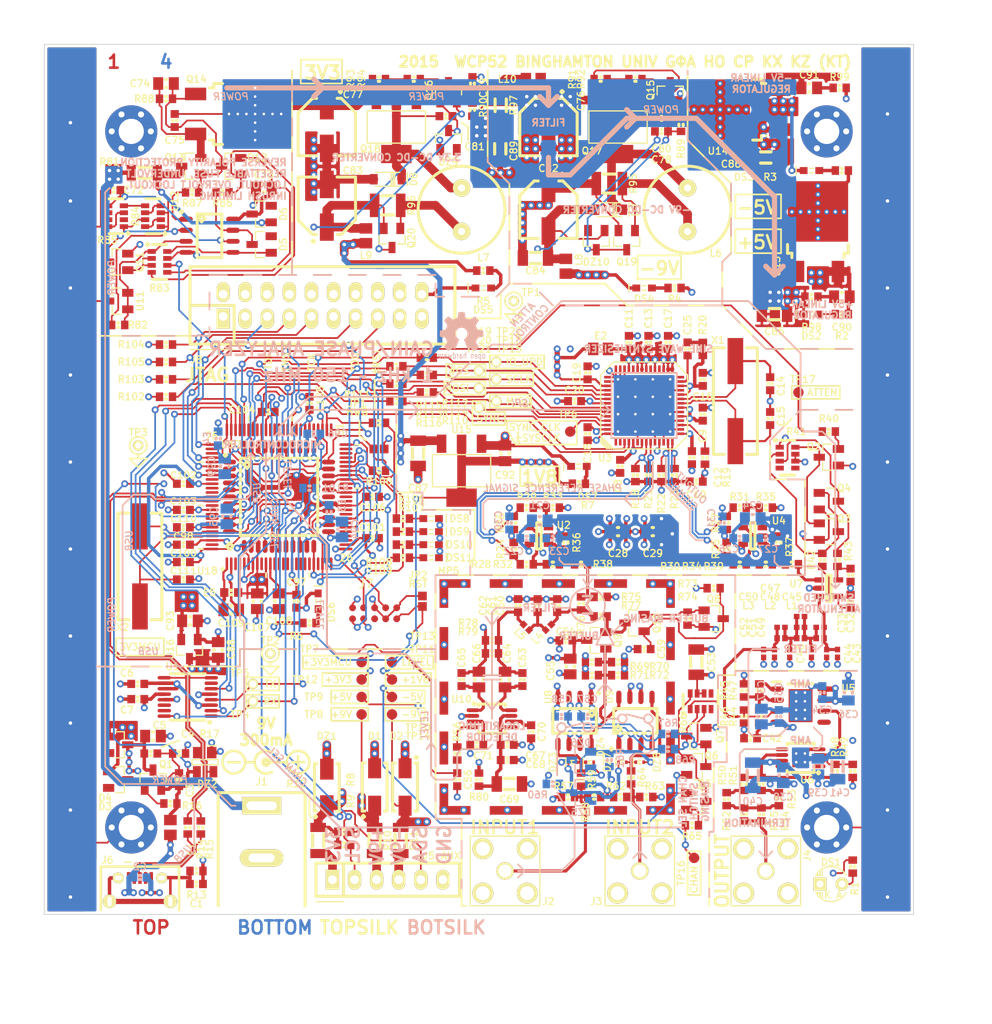
<source format=kicad_pcb>
(kicad_pcb (version 4) (host pcbnew "(2015-03-12 BZR 5508)-product")
  (layers (0 F.Cu signal) (1 In1.Cu signal hide) (2 In2.Cu signal hide) (31 B.Cu signal) (34 B.Paste user) (35 F.Paste user) (36 B.SilkS user hide) (37 F.SilkS user) (38 B.Mask user) (39 F.Mask user) (44 Edge.Cuts user))
  (net 0 "")
  (net 1 GND)
  (net 2 "Net-(C3-Pad1)")
  (net 3 /DCDC/IN)
  (net 4 +1.8A)
  (net 5 +1.8)
  (net 6 +3.3)
  (net 7 +5)
  (net 8 -5)
  (net 9 +9)
  (net 10 -9)
  (net 11 /OutputAmp/LPF/A)
  (net 12 /OutputAmp/LPF/B)
  (net 13 "Net-(C71-Pad1)")
  (net 14 "Net-(C72-Pad1)")
  (net 15 "Net-(C74-Pad1)")
  (net 16 /InputFrontend/Detector/IN)
  (net 17 /InputFrontend/Detector/4V6_FILTERED)
  (net 18 /DCDC/FDBK_N9)
  (net 19 /DCDC/SW_N9)
  (net 20 /Comm/USBSHIELD)
  (net 21 /Comm/USBV+)
  (net 22 /Comm/USBD_N)
  (net 23 /Comm/USBD_P)
  (net 24 /Comm/USBPWR)
  (net 25 /DCDC/FDBK_3V3)
  (net 26 /DCDC/SW_3V3)
  (net 27 +3.3SB)
  (net 28 /InputFrontend/Switching/IN1)
  (net 29 /InputFrontend/Switching/IN2)
  (net 30 "Net-(Q4-Pad3)")
  (net 31 "Net-(Q5-Pad3)")
  (net 32 "Net-(Q6-Pad3)")
  (net 33 "Net-(Q7-Pad3)")
  (net 34 /InputFrontend/Buffer_Filter/IN)
  (net 35 "Net-(Q16-Pad3)")
  (net 36 "Net-(Q17-Pad1)")
  (net 37 "Net-(Q18-Pad1)")
  (net 38 /PowerInput/IN)
  (net 39 /Synth/CH0_P)
  (net 40 /Synth/CH0_N)
  (net 41 /Synth/CH1_P)
  (net 42 /Synth/CH1_N)
  (net 43 "Net-(R29-Pad1)")
  (net 44 /Synth/OUT1)
  (net 45 /OutputAmp/INPUT)
  (net 46 "Net-(R44-Pad1)")
  (net 47 "Net-(R48-Pad1)")
  (net 48 /OutputAmp/OUT)
  (net 49 /InputFrontend/Detector/OUT)
  (net 50 /InputFrontend/IN1)
  (net 51 /InputFrontend/IN2)
  (net 52 /Synth/MASTER_RESET)
  (net 53 /Synth/PWR_DWN_CTL)
  (net 54 /Synth/IO_UPDATE)
  (net 55 /Synth/#CS)
  (net 56 /Synth/SCLK)
  (net 57 /Comm/SER_FROMUSB)
  (net 58 /Comm/#RTS)
  (net 59 /Comm/#CTS)
  (net 60 /Comm/#SLEEP)
  (net 61 /MPU/VCORE)
  (net 62 /MPU/ADC_VREF)
  (net 63 /DCDC/ISEN_N9)
  (net 64 /DCDC/ISEN_3V3)
  (net 65 /MPU/#TRST)
  (net 66 /Comm/OUT_USBD_N)
  (net 67 /Comm/OUT_USBD_P)
  (net 68 /MPU/SER_FROM_MPU)
  (net 69 /MPU/CHANSEL)
  (net 70 /Synth/SDI)
  (net 71 /Synth/SDO)
  (net 72 /Synth/SYNC_IO)
  (net 73 /MPU/ADIN)
  (net 74 /MPU/I2C_SCL)
  (net 75 /MPU/I2C_SDA)
  (net 76 "Net-(J7-Pad3)")
  (net 77 /MPU/ATTEN)
  (net 78 "Net-(DS2-Pad2)")
  (net 79 /MPU/PWRDN)
  (net 80 "Net-(C32-Pad1)")
  (net 81 "Net-(C57-Pad1)")
  (net 82 "Net-(C58-Pad1)")
  (net 83 "Net-(C63-Pad1)")
  (net 84 "Net-(DS1-Pad2)")
  (net 85 "Net-(DS3-Pad2)")
  (net 86 "Net-(DS4-Pad2)")
  (net 87 "Net-(DS5-Pad2)")
  (net 88 /MPU/LED0)
  (net 89 /MPU/LED1)
  (net 90 /MPU/LED2)
  (net 91 /MPU/LED3)
  (net 92 "Net-(U18-Pad28)")
  (net 93 "Net-(U18-Pad37)")
  (net 94 /MPU/MISO)
  (net 95 /MPU/MOSI)
  (net 96 /MPU/SCK)
  (net 97 /MPU/SYNCIO)
  (net 98 /MPU/#CS)
  (net 99 /MPU/IOUP)
  (net 100 /MPU/XTAL1)
  (net 101 /MPU/XTAL2)
  (net 102 /MPU/AVR#RST)
  (net 103 /Comm/VBUS)
  (net 104 /MPU/#HWB)
  (net 105 /MPU/JTAG_TMS)
  (net 106 /MPU/JTAG_TCK)
  (net 107 /MPU/JTAG_TDI)
  (net 108 /MPU/ARM#RST)
  (net 109 /Synth/SDIO_1)
  (net 110 /MPU/JTAG_TDO)
  (net 111 "Net-(L10-Pad1)")
  (net 112 "Net-(DS6-Pad2)")
  (net 113 "Net-(DS7-Pad2)")
  (net 114 "Net-(DS8-Pad2)")
  (net 115 "Net-(DS9-Pad2)")
  (net 116 "Net-(DS10-Pad2)")
  (net 117 "Net-(DS11-Pad2)")
  (net 118 "Net-(C6-Pad1)")
  (net 119 "Net-(C14-Pad1)")
  (net 120 "Net-(C15-Pad1)")
  (net 121 "Net-(C25-Pad1)")
  (net 122 "Net-(C25-Pad2)")
  (net 123 "Net-(C33-Pad1)")
  (net 124 "Net-(C42-Pad1)")
  (net 125 "Net-(C45-Pad1)")
  (net 126 "Net-(C47-Pad1)")
  (net 127 "Net-(C59-Pad1)")
  (net 128 "Net-(C60-Pad1)")
  (net 129 "Net-(C61-Pad1)")
  (net 130 "Net-(C65-Pad1)")
  (net 131 "Net-(C70-Pad2)")
  (net 132 "Net-(C73-Pad1)")
  (net 133 "Net-(C74-Pad2)")
  (net 134 "Net-(C78-Pad2)")
  (net 135 "Net-(C83-Pad1)")
  (net 136 "Net-(C90-Pad2)")
  (net 137 "Net-(C91-Pad2)")
  (net 138 "Net-(C94-Pad1)")
  (net 139 "Net-(C99-Pad1)")
  (net 140 "Net-(D5-Pad1)")
  (net 141 "Net-(D5-Pad3)")
  (net 142 "Net-(D6-Pad1)")
  (net 143 "Net-(DZ3-Pad1)")
  (net 144 "Net-(DZ4-Pad2)")
  (net 145 "Net-(J5-Pad1)")
  (net 146 "Net-(J5-Pad3)")
  (net 147 "Net-(J5-Pad4)")
  (net 148 "Net-(J6-Pad4)")
  (net 149 "Net-(J8-Pad1)")
  (net 150 "Net-(J8-Pad19)")
  (net 151 "Net-(J8-Pad2)")
  (net 152 "Net-(Q2-Pad2)")
  (net 153 "Net-(Q2-Pad3)")
  (net 154 "Net-(Q3-Pad3)")
  (net 155 "Net-(Q5-Pad2)")
  (net 156 "Net-(Q10-Pad2)")
  (net 157 "Net-(Q10-Pad3)")
  (net 158 "Net-(Q11-Pad1)")
  (net 159 "Net-(Q11-Pad3)")
  (net 160 "Net-(Q12-Pad1)")
  (net 161 "Net-(Q15-Pad3)")
  (net 162 "Net-(R19-Pad1)")
  (net 163 "Net-(R28-Pad1)")
  (net 164 "Net-(R30-Pad1)")
  (net 165 "Net-(R31-Pad1)")
  (net 166 "Net-(R32-Pad1)")
  (net 167 "Net-(R34-Pad1)")
  (net 168 "Net-(R47-Pad1)")
  (net 169 "Net-(R48-Pad2)")
  (net 170 "Net-(R50-Pad1)")
  (net 171 "Net-(R52-Pad1)")
  (net 172 "Net-(R82-Pad2)")
  (net 173 "Net-(R84-Pad2)")
  (net 174 "Net-(R84-Pad4)")
  (net 175 "Net-(R84-Pad5)")
  (net 176 "Net-(R87-Pad2)")
  (net 177 "Net-(TP6-Pad1)")
  (net 178 "Net-(U1-Pad7)")
  (net 179 "Net-(U1-Pad14)")
  (net 180 "Net-(U1-Pad15)")
  (net 181 "Net-(U3-Pad1)")
  (net 182 "Net-(U3-Pad2)")
  (net 183 "Net-(U3-Pad28)")
  (net 184 "Net-(U3-Pad32)")
  (net 185 "Net-(U3-Pad34)")
  (net 186 "Net-(U3-Pad38)")
  (net 187 "Net-(U5-Pad6)")
  (net 188 "Net-(U17-Pad2)")
  (net 189 "Net-(U17-Pad28)")
  (net 190 "Net-(U17-Pad37)")
  (net 191 "Net-(U18-Pad3)")
  (net 192 "Net-(U18-Pad4)")
  (net 193 "Net-(U18-Pad5)")
  (net 194 "Net-(U18-Pad9)")
  (net 195 "Net-(U18-Pad12)")
  (net 196 "Net-(U18-Pad13)")
  (net 197 "Net-(U18-Pad14)")
  (net 198 "Net-(U18-Pad15)")
  (net 199 "Net-(U18-Pad17)")
  (net 200 "Net-(U18-Pad18)")
  (net 201 "Net-(U18-Pad19)")
  (net 202 "Net-(U18-Pad20)")
  (net 203 "Net-(U18-Pad22)")
  (net 204 "Net-(U18-Pad25)")
  (net 205 "Net-(U18-Pad29)")
  (net 206 "Net-(U18-Pad30)")
  (net 207 "Net-(U18-Pad32)")
  (net 208 "Net-(U18-Pad34)")
  (net 209 "Net-(U18-Pad35)")
  (net 210 "Net-(U18-Pad38)")
  (net 211 "Net-(U18-Pad40)")
  (net 212 "Net-(U18-Pad47)")
  (net 213 "Net-(U18-Pad48)")
  (net 214 "Net-(U18-Pad49)")
  (net 215 "Net-(U18-Pad54)")
  (net 216 "Net-(U18-Pad57)")
  (net 217 "Net-(U18-Pad58)")
  (net 218 "Net-(U18-Pad59)")
  (net 219 "Net-(U18-Pad61)")
  (net 220 "Net-(U18-Pad62)")
  (net 221 "Net-(U18-Pad63)")
  (net 222 "Net-(U18-Pad64)")
  (net 223 "Net-(U18-Pad65)")
  (net 224 "Net-(U18-Pad68)")
  (net 225 "Net-(U18-Pad77)")
  (net 226 "Net-(U18-Pad78)")
  (net 227 "Net-(U18-Pad80)")
  (net 228 "Net-(U18-Pad82)")
  (net 229 "Net-(U18-Pad84)")
  (net 230 "Net-(U18-Pad86)")
  (net 231 "Net-(U18-Pad87)")
  (net 232 "Net-(U18-Pad90)")
  (net 233 "Net-(U18-Pad92)")
  (net 234 "Net-(U18-Pad93)")
  (net 235 "Net-(U18-Pad94)")
  (net 236 "Net-(U18-Pad99)")
  (module IPC7351-Nominal:SOP65P490X109-8 (layer F.Cu) (at 126.5 102.5)
    (fp_text reference U10 (at -3.5 -2.25) (layer F.SilkS) (effects (font (size 0.8 0.8))))
    (fp_text value AD8310ARMZ)
    (pad 1 smd oval (at -2.2 -0.975) (size 1.45 0.45) (layers F.Cu F.Paste F.Mask) (net 130 "Net-(C65-Pad1)"))
    (pad 2 smd oval (at -2.2 -0.325) (size 1.45 0.45) (layers F.Cu F.Paste F.Mask) (net 1 GND))
    (pad 3 smd oval (at -2.2 0.325) (size 1.45 0.45) (layers F.Cu F.Paste F.Mask) (net 13 "Net-(C71-Pad1)"))
    (pad 4 smd oval (at -2.2 0.975) (size 1.45 0.45) (layers F.Cu F.Paste F.Mask) (net 49 /InputFrontend/Detector/OUT))
    (pad 5 smd oval (at 2.2 0.975) (size 1.45 0.45) (layers F.Cu F.Paste F.Mask) (net 17 /InputFrontend/Detector/4V6_FILTERED))
    (pad 6 smd oval (at 2.2 0.325) (size 1.45 0.45) (layers F.Cu F.Paste F.Mask) (net 131 "Net-(C70-Pad2)"))
    (pad 7 smd oval (at 2.2 -0.325) (size 1.45 0.45) (layers F.Cu F.Paste F.Mask) (net 17 /InputFrontend/Detector/4V6_FILTERED))
    (pad 8 smd oval (at 2.2 -0.975) (size 1.45 0.45) (layers F.Cu F.Paste F.Mask) (net 83 "Net-(C63-Pad1)"))
  )
  (module conn-test:TAGCONNECT-TC2050 (layer F.Cu) (at 113 90.385)
    (fp_text reference J7 (at -1 -3.385) (layer F.SilkS))
    (fp_text value AVR-ICSP hide)
    (pad 1 smd circle (at -2.54 0.635) (size 0.7874 0.7874) (layers F.Cu F.Mask) (net 95 /MPU/MOSI))
    (pad 2 smd circle (at -1.27 0.635) (size 0.7874 0.7874) (layers F.Cu F.Mask) (net 27 +3.3SB))
    (pad 3 smd circle (at 0 0.635) (size 0.7874 0.7874) (layers F.Cu F.Mask) (net 76 "Net-(J7-Pad3)"))
    (pad 4 smd circle (at 1.27 0.635) (size 0.7874 0.7874) (layers F.Cu F.Mask) (net 1 GND))
    (pad 5 smd circle (at 2.54 0.635) (size 0.7874 0.7874) (layers F.Cu F.Mask) (net 102 /MPU/AVR#RST))
    (pad 6 smd circle (at 2.54 -0.635) (size 0.7874 0.7874) (layers F.Cu F.Mask) (net 1 GND))
    (pad 7 smd circle (at 1.27 -0.635) (size 0.7874 0.7874) (layers F.Cu F.Mask) (net 96 /MPU/SCK))
    (pad 8 smd circle (at 0 -0.635) (size 0.7874 0.7874) (layers F.Cu F.Mask) (net 1 GND))
    (pad 9 smd circle (at -1.27 -0.635) (size 0.7874 0.7874) (layers F.Cu F.Mask) (net 94 /MPU/MISO))
    (pad 10 smd circle (at -2.54 -0.635) (size 0.7874 0.7874) (layers F.Cu F.Mask) (net 1 GND))
    (pad "" np_thru_hole circle (at -3.81 0) (size 0.9906 0.9906) (drill 0.9906) (layers *.Cu *.Mask F.SilkS))
    (pad "" np_thru_hole circle (at 3.81 -1.016) (size 0.9906 0.9906) (drill 0.9906) (layers *.Cu *.Mask F.SilkS))
    (pad "" np_thru_hole circle (at 3.81 1.016) (size 0.9906 0.9906) (drill 0.9906) (layers *.Cu *.Mask F.SilkS))
    (pad "" np_thru_hole circle (at -3.81 -2.54) (size 2.3749 2.3749) (drill 2.3749) (layers *.Cu *.Mask F.SilkS))
    (pad "" np_thru_hole circle (at -3.81 2.54) (size 2.3749 2.3749) (drill 2.3749) (layers *.Cu *.Mask F.SilkS))
    (pad "" np_thru_hole circle (at 1.905 2.54) (size 2.3749 2.3749) (drill 2.3749) (layers *.Cu *.Mask F.SilkS))
    (pad "" np_thru_hole circle (at 1.905 -2.54) (size 2.3749 2.3749) (drill 2.3749) (layers *.Cu *.Mask F.SilkS))
  )
  (module JUMPER-SOLDER (layer F.Cu) (at 118.5 89 180)
    (fp_text reference JP2 (at 0.5 3 360) (layer F.SilkS) (effects (font (size 0.8 0.8))))
    (fp_text value "#RST" hide)
    (pad 1 smd rect (at 0 -0.6 180) (size 1 1) (layers F.Cu F.Mask) (net 102 /MPU/AVR#RST))
    (pad 2 smd rect (at 0 0.6 180) (size 1 1) (layers F.Cu F.Mask) (net 1 GND))
  )
  (module JUMPER-SOLDER (layer F.Cu) (at 113.5 71.5 90)
    (fp_text reference JP1 (at 5.25 -2.5 180) (layer F.SilkS) (effects (font (size 0.8 0.8))))
    (fp_text value "#HWB" hide)
    (pad 1 smd rect (at 0 -0.6 90) (size 1 1) (layers F.Cu F.Mask) (net 104 /MPU/#HWB))
    (pad 2 smd rect (at 0 0.6 90) (size 1 1) (layers F.Cu F.Mask) (net 1 GND))
  )
  (module IPC7351-Nominal:QFP50P1600X1600X160-100 (layer F.Cu) (at 102 77 90)
    (fp_text reference U18 (at -8.5 -8.25 360) (layer F.SilkS) (effects (font (size 0.8 0.8))))
    (fp_text value ATSAM4S16CA-AU)
    (pad 1 smd oval (at -7.7 -6 90) (size 1.5 0.3) (layers F.Cu F.Mask) (net 62 /MPU/ADC_VREF))
    (pad 2 smd oval (at -7.7 -5.5 90) (size 1.5 0.3) (layers F.Cu F.Mask) (net 1 GND))
    (pad 3 smd oval (at -7.7 -5 90) (size 1.5 0.3) (layers F.Cu F.Mask) (net 191 "Net-(U18-Pad3)"))
    (pad 4 smd oval (at -7.7 -4.5 90) (size 1.5 0.3) (layers F.Cu F.Mask) (net 192 "Net-(U18-Pad4)"))
    (pad 5 smd oval (at -7.7 -4 90) (size 1.5 0.3) (layers F.Cu F.Mask) (net 193 "Net-(U18-Pad5)"))
    (pad 6 smd oval (at -7.7 -3.5 90) (size 1.5 0.3) (layers F.Cu F.Mask) (net 53 /Synth/PWR_DWN_CTL))
    (pad 7 smd oval (at -7.7 -3 90) (size 1.5 0.3) (layers F.Cu F.Mask) (net 99 /MPU/IOUP))
    (pad 8 smd oval (at -7.7 -2.5 90) (size 1.5 0.3) (layers F.Cu F.Mask) (net 27 +3.3SB))
    (pad 9 smd oval (at -7.7 -2 90) (size 1.5 0.3) (layers F.Cu F.Mask) (net 194 "Net-(U18-Pad9)"))
    (pad 10 smd oval (at -7.7 -1.5 90) (size 1.5 0.3) (layers F.Cu F.Mask) (net 27 +3.3SB))
    (pad 11 smd oval (at -7.7 -1 90) (size 1.5 0.3) (layers F.Cu F.Mask) (net 61 /MPU/VCORE))
    (pad 12 smd oval (at -7.7 -0.5 90) (size 1.5 0.3) (layers F.Cu F.Mask) (net 195 "Net-(U18-Pad12)"))
    (pad 13 smd oval (at -7.7 0 90) (size 1.5 0.3) (layers F.Cu F.Mask) (net 196 "Net-(U18-Pad13)"))
    (pad 14 smd oval (at -7.7 0.5 90) (size 1.5 0.3) (layers F.Cu F.Mask) (net 197 "Net-(U18-Pad14)"))
    (pad 15 smd oval (at -7.7 1 90) (size 1.5 0.3) (layers F.Cu F.Mask) (net 198 "Net-(U18-Pad15)"))
    (pad 16 smd oval (at -7.7 1.5 90) (size 1.5 0.3) (layers F.Cu F.Mask) (net 61 /MPU/VCORE))
    (pad 17 smd oval (at -7.7 2 90) (size 1.5 0.3) (layers F.Cu F.Mask) (net 199 "Net-(U18-Pad17)"))
    (pad 18 smd oval (at -7.7 2.5 90) (size 1.5 0.3) (layers F.Cu F.Mask) (net 200 "Net-(U18-Pad18)"))
    (pad 19 smd oval (at -7.7 3 90) (size 1.5 0.3) (layers F.Cu F.Mask) (net 201 "Net-(U18-Pad19)"))
    (pad 20 smd oval (at -7.7 3.5 90) (size 1.5 0.3) (layers F.Cu F.Mask) (net 202 "Net-(U18-Pad20)"))
    (pad 21 smd oval (at -7.7 4 90) (size 1.5 0.3) (layers F.Cu F.Mask) (net 91 /MPU/LED3))
    (pad 22 smd oval (at -7.7 4.5 90) (size 1.5 0.3) (layers F.Cu F.Mask) (net 203 "Net-(U18-Pad22)"))
    (pad 23 smd oval (at -7.7 5 90) (size 1.5 0.3) (layers F.Cu F.Mask) (net 90 /MPU/LED2))
    (pad 24 smd oval (at -7.7 5.5 90) (size 1.5 0.3) (layers F.Cu F.Mask) (net 73 /MPU/ADIN))
    (pad 25 smd oval (at -7.7 6 90) (size 1.5 0.3) (layers F.Cu F.Mask) (net 204 "Net-(U18-Pad25)"))
    (pad 26 smd oval (at -6 7.7 90) (size 0.3 1.5) (layers F.Cu F.Mask) (net 1 GND))
    (pad 27 smd oval (at -5.5 7.7 90) (size 0.3 1.5) (layers F.Cu F.Mask) (net 27 +3.3SB))
    (pad 28 smd oval (at -5 7.7 90) (size 0.3 1.5) (layers F.Cu F.Mask) (net 92 "Net-(U18-Pad28)"))
    (pad 29 smd oval (at -4.5 7.7 90) (size 0.3 1.5) (layers F.Cu F.Mask) (net 205 "Net-(U18-Pad29)"))
    (pad 30 smd oval (at -4 7.7 90) (size 0.3 1.5) (layers F.Cu F.Mask) (net 206 "Net-(U18-Pad30)"))
    (pad 31 smd oval (at -3.5 7.7 90) (size 0.3 1.5) (layers F.Cu F.Mask) (net 96 /MPU/SCK))
    (pad 32 smd oval (at -3 7.7 90) (size 0.3 1.5) (layers F.Cu F.Mask) (net 207 "Net-(U18-Pad32)"))
    (pad 33 smd oval (at -2.5 7.7 90) (size 0.3 1.5) (layers F.Cu F.Mask) (net 95 /MPU/MOSI))
    (pad 34 smd oval (at -2 7.7 90) (size 0.3 1.5) (layers F.Cu F.Mask) (net 208 "Net-(U18-Pad34)"))
    (pad 35 smd oval (at -1.5 7.7 90) (size 0.3 1.5) (layers F.Cu F.Mask) (net 209 "Net-(U18-Pad35)"))
    (pad 36 smd oval (at -1 7.7 90) (size 0.3 1.5) (layers F.Cu F.Mask) (net 61 /MPU/VCORE))
    (pad 37 smd oval (at -0.5 7.7 90) (size 0.3 1.5) (layers F.Cu F.Mask) (net 93 "Net-(U18-Pad37)"))
    (pad 38 smd oval (at 0 7.7 90) (size 0.3 1.5) (layers F.Cu F.Mask) (net 210 "Net-(U18-Pad38)"))
    (pad 39 smd oval (at 0.5 7.7 90) (size 0.3 1.5) (layers F.Cu F.Mask) (net 109 /Synth/SDIO_1))
    (pad 40 smd oval (at 1 7.7 90) (size 0.3 1.5) (layers F.Cu F.Mask) (net 211 "Net-(U18-Pad40)"))
    (pad 41 smd oval (at 1.5 7.7 90) (size 0.3 1.5) (layers F.Cu F.Mask) (net 94 /MPU/MISO))
    (pad 42 smd oval (at 2 7.7 90) (size 0.3 1.5) (layers F.Cu F.Mask) (net 88 /MPU/LED0))
    (pad 43 smd oval (at 2.5 7.7 90) (size 0.3 1.5) (layers F.Cu F.Mask) (net 89 /MPU/LED1))
    (pad 44 smd oval (at 3 7.7 90) (size 0.3 1.5) (layers F.Cu F.Mask) (net 68 /MPU/SER_FROM_MPU))
    (pad 45 smd oval (at 3.5 7.7 90) (size 0.3 1.5) (layers F.Cu F.Mask) (net 1 GND))
    (pad 46 smd oval (at 4 7.7 90) (size 0.3 1.5) (layers F.Cu F.Mask) (net 57 /Comm/SER_FROMUSB))
    (pad 47 smd oval (at 4.5 7.7 90) (size 0.3 1.5) (layers F.Cu F.Mask) (net 212 "Net-(U18-Pad47)"))
    (pad 48 smd oval (at 5 7.7 90) (size 0.3 1.5) (layers F.Cu F.Mask) (net 213 "Net-(U18-Pad48)"))
    (pad 49 smd oval (at 5.5 7.7 90) (size 0.3 1.5) (layers F.Cu F.Mask) (net 214 "Net-(U18-Pad49)"))
    (pad 50 smd oval (at 6 7.7 90) (size 0.3 1.5) (layers F.Cu F.Mask) (net 27 +3.3SB))
    (pad 51 smd oval (at 7.7 6 90) (size 1.5 0.3) (layers F.Cu F.Mask) (net 107 /MPU/JTAG_TDI))
    (pad 52 smd oval (at 7.7 5.5 90) (size 1.5 0.3) (layers F.Cu F.Mask) (net 98 /MPU/#CS))
    (pad 53 smd oval (at 7.7 5 90) (size 1.5 0.3) (layers F.Cu F.Mask) (net 97 /MPU/SYNCIO))
    (pad 54 smd oval (at 7.7 4.5 90) (size 1.5 0.3) (layers F.Cu F.Mask) (net 215 "Net-(U18-Pad54)"))
    (pad 55 smd oval (at 7.7 4 90) (size 1.5 0.3) (layers F.Cu F.Mask) (net 74 /MPU/I2C_SCL))
    (pad 56 smd oval (at 7.7 3.5 90) (size 1.5 0.3) (layers F.Cu F.Mask) (net 61 /MPU/VCORE))
    (pad 57 smd oval (at 7.7 3 90) (size 1.5 0.3) (layers F.Cu F.Mask) (net 216 "Net-(U18-Pad57)"))
    (pad 58 smd oval (at 7.7 2.5 90) (size 1.5 0.3) (layers F.Cu F.Mask) (net 217 "Net-(U18-Pad58)"))
    (pad 59 smd oval (at 7.7 2 90) (size 1.5 0.3) (layers F.Cu F.Mask) (net 218 "Net-(U18-Pad59)"))
    (pad 60 smd oval (at 7.7 1.5 90) (size 1.5 0.3) (layers F.Cu F.Mask) (net 108 /MPU/ARM#RST))
    (pad 61 smd oval (at 7.7 1 90) (size 1.5 0.3) (layers F.Cu F.Mask) (net 219 "Net-(U18-Pad61)"))
    (pad 62 smd oval (at 7.7 0.5 90) (size 1.5 0.3) (layers F.Cu F.Mask) (net 220 "Net-(U18-Pad62)"))
    (pad 63 smd oval (at 7.7 0 90) (size 1.5 0.3) (layers F.Cu F.Mask) (net 221 "Net-(U18-Pad63)"))
    (pad 64 smd oval (at 7.7 -0.5 90) (size 1.5 0.3) (layers F.Cu F.Mask) (net 222 "Net-(U18-Pad64)"))
    (pad 65 smd oval (at 7.7 -1 90) (size 1.5 0.3) (layers F.Cu F.Mask) (net 223 "Net-(U18-Pad65)"))
    (pad 66 smd oval (at 7.7 -1.5 90) (size 1.5 0.3) (layers F.Cu F.Mask) (net 75 /MPU/I2C_SDA))
    (pad 67 smd oval (at 7.7 -2 90) (size 1.5 0.3) (layers F.Cu F.Mask) (net 69 /MPU/CHANSEL))
    (pad 68 smd oval (at 7.7 -2.5 90) (size 1.5 0.3) (layers F.Cu F.Mask) (net 224 "Net-(U18-Pad68)"))
    (pad 69 smd oval (at 7.7 -3 90) (size 1.5 0.3) (layers F.Cu F.Mask) (net 27 +3.3SB))
    (pad 70 smd oval (at 7.7 -3.5 90) (size 1.5 0.3) (layers F.Cu F.Mask) (net 1 GND))
    (pad 71 smd oval (at 7.7 -4 90) (size 1.5 0.3) (layers F.Cu F.Mask) (net 77 /MPU/ATTEN))
    (pad 72 smd oval (at 7.7 -4.5 90) (size 1.5 0.3) (layers F.Cu F.Mask) (net 58 /Comm/#RTS))
    (pad 73 smd oval (at 7.7 -5 90) (size 1.5 0.3) (layers F.Cu F.Mask) (net 59 /Comm/#CTS))
    (pad 74 smd oval (at 7.7 -5.5 90) (size 1.5 0.3) (layers F.Cu F.Mask) (net 60 /Comm/#SLEEP))
    (pad 75 smd oval (at 7.7 -6 90) (size 1.5 0.3) (layers F.Cu F.Mask) (net 79 /MPU/PWRDN))
    (pad 76 smd oval (at 6 -7.7 90) (size 0.3 1.5) (layers F.Cu F.Mask) (net 110 /MPU/JTAG_TDO))
    (pad 77 smd oval (at 5.5 -7.7 90) (size 0.3 1.5) (layers F.Cu F.Mask) (net 225 "Net-(U18-Pad77)"))
    (pad 78 smd oval (at 5 -7.7 90) (size 0.3 1.5) (layers F.Cu F.Mask) (net 226 "Net-(U18-Pad78)"))
    (pad 79 smd oval (at 4.5 -7.7 90) (size 0.3 1.5) (layers F.Cu F.Mask) (net 105 /MPU/JTAG_TMS))
    (pad 80 smd oval (at 4 -7.7 90) (size 0.3 1.5) (layers F.Cu F.Mask) (net 227 "Net-(U18-Pad80)"))
    (pad 81 smd oval (at 3.5 -7.7 90) (size 0.3 1.5) (layers F.Cu F.Mask) (net 52 /Synth/MASTER_RESET))
    (pad 82 smd oval (at 3 -7.7 90) (size 0.3 1.5) (layers F.Cu F.Mask) (net 228 "Net-(U18-Pad82)"))
    (pad 83 smd oval (at 2.5 -7.7 90) (size 0.3 1.5) (layers F.Cu F.Mask) (net 106 /MPU/JTAG_TCK))
    (pad 84 smd oval (at 2 -7.7 90) (size 0.3 1.5) (layers F.Cu F.Mask) (net 229 "Net-(U18-Pad84)"))
    (pad 85 smd oval (at 1.5 -7.7 90) (size 0.3 1.5) (layers F.Cu F.Mask) (net 61 /MPU/VCORE))
    (pad 86 smd oval (at 1 -7.7 90) (size 0.3 1.5) (layers F.Cu F.Mask) (net 230 "Net-(U18-Pad86)"))
    (pad 87 smd oval (at 0.5 -7.7 90) (size 0.3 1.5) (layers F.Cu F.Mask) (net 231 "Net-(U18-Pad87)"))
    (pad 88 smd oval (at 0 -7.7 90) (size 0.3 1.5) (layers F.Cu F.Mask) (net 22 /Comm/USBD_N))
    (pad 89 smd oval (at -0.5 -7.7 90) (size 0.3 1.5) (layers F.Cu F.Mask) (net 23 /Comm/USBD_P))
    (pad 90 smd oval (at -1 -7.7 90) (size 0.3 1.5) (layers F.Cu F.Mask) (net 232 "Net-(U18-Pad90)"))
    (pad 91 smd oval (at -1.5 -7.7 90) (size 0.3 1.5) (layers F.Cu F.Mask) (net 27 +3.3SB))
    (pad 92 smd oval (at -2 -7.7 90) (size 0.3 1.5) (layers F.Cu F.Mask) (net 233 "Net-(U18-Pad92)"))
    (pad 93 smd oval (at -2.5 -7.7 90) (size 0.3 1.5) (layers F.Cu F.Mask) (net 234 "Net-(U18-Pad93)"))
    (pad 94 smd oval (at -3 -7.7 90) (size 0.3 1.5) (layers F.Cu F.Mask) (net 235 "Net-(U18-Pad94)"))
    (pad 95 smd oval (at -3.5 -7.7 90) (size 0.3 1.5) (layers F.Cu F.Mask) (net 1 GND))
    (pad 96 smd oval (at -4 -7.7 90) (size 0.3 1.5) (layers F.Cu F.Mask) (net 100 /MPU/XTAL1))
    (pad 97 smd oval (at -4.5 -7.7 90) (size 0.3 1.5) (layers F.Cu F.Mask) (net 101 /MPU/XTAL2))
    (pad 98 smd oval (at -5 -7.7 90) (size 0.3 1.5) (layers F.Cu F.Mask) (net 27 +3.3SB))
    (pad 99 smd oval (at -5.5 -7.7 90) (size 0.3 1.5) (layers F.Cu F.Mask) (net 236 "Net-(U18-Pad99)"))
    (pad 100 smd oval (at -6 -7.7 90) (size 0.3 1.5) (layers F.Cu F.Mask) (net 61 /MPU/VCORE))
  )
  (module manuf:ANALOG-LFCSP-VQ-56 (layer F.Cu) (at 144 66.5 90)
    (fp_text reference U3 (at -6 -4.5 180) (layer F.SilkS) (effects (font (size 0.8 0.8))))
    (fp_text value AD9958BCPZ)
    (pad 1 smd rect (at -4.15 -3.25 90) (size 0.9 0.3) (layers F.Cu F.Mask) (net 181 "Net-(U3-Pad1)"))
    (pad 2 smd rect (at -4.15 -2.75 90) (size 0.9 0.3) (layers F.Cu F.Mask) (net 182 "Net-(U3-Pad2)"))
    (pad 3 smd rect (at -4.15 -2.25 90) (size 0.9 0.3) (layers F.Cu F.Mask) (net 52 /Synth/MASTER_RESET))
    (pad 4 smd rect (at -4.15 -1.75 90) (size 0.9 0.3) (layers F.Cu F.Mask) (net 53 /Synth/PWR_DWN_CTL))
    (pad 5 smd rect (at -4.15 -1.25 90) (size 0.9 0.3) (layers F.Cu F.Mask) (net 4 +1.8A))
    (pad 6 smd rect (at -4.15 -0.75 90) (size 0.9 0.3) (layers F.Cu F.Mask) (net 1 GND))
    (pad 7 smd rect (at -4.15 -0.25 90) (size 0.9 0.3) (layers F.Cu F.Mask) (net 4 +1.8A))
    (pad 8 smd rect (at -4.15 0.25 90) (size 0.9 0.3) (layers F.Cu F.Mask) (net 39 /Synth/CH0_P))
    (pad 9 smd rect (at -4.15 0.75 90) (size 0.9 0.3) (layers F.Cu F.Mask) (net 40 /Synth/CH0_N))
    (pad 10 smd rect (at -4.15 1.25 90) (size 0.9 0.3) (layers F.Cu F.Mask) (net 1 GND))
    (pad 11 smd rect (at -4.15 1.75 90) (size 0.9 0.3) (layers F.Cu F.Mask) (net 4 +1.8A))
    (pad 12 smd rect (at -4.15 2.25 90) (size 0.9 0.3) (layers F.Cu F.Mask) (net 1 GND))
    (pad 13 smd rect (at -4.15 2.75 90) (size 0.9 0.3) (layers F.Cu F.Mask) (net 41 /Synth/CH1_P))
    (pad 14 smd rect (at -4.15 3.25 90) (size 0.9 0.3) (layers F.Cu F.Mask) (net 42 /Synth/CH1_N))
    (pad 15 smd rect (at -3.25 4.15 90) (size 0.3 0.9) (layers F.Cu F.Mask) (net 4 +1.8A))
    (pad 16 smd rect (at -2.75 4.15 90) (size 0.3 0.9) (layers F.Cu F.Mask) (net 1 GND))
    (pad 17 smd rect (at -2.25 4.15 90) (size 0.3 0.9) (layers F.Cu F.Mask) (net 162 "Net-(R19-Pad1)"))
    (pad 18 smd rect (at -1.75 4.15 90) (size 0.3 0.9) (layers F.Cu F.Mask) (net 1 GND))
    (pad 19 smd rect (at -1.25 4.15 90) (size 0.3 0.9) (layers F.Cu F.Mask) (net 4 +1.8A))
    (pad 20 smd rect (at -0.75 4.15 90) (size 0.3 0.9) (layers F.Cu F.Mask) (net 1 GND))
    (pad 21 smd rect (at -0.25 4.15 90) (size 0.3 0.9) (layers F.Cu F.Mask) (net 4 +1.8A))
    (pad 22 smd rect (at 0.25 4.15 90) (size 0.3 0.9) (layers F.Cu F.Mask) (net 120 "Net-(C15-Pad1)"))
    (pad 23 smd rect (at 0.75 4.15 90) (size 0.3 0.9) (layers F.Cu F.Mask) (net 119 "Net-(C14-Pad1)"))
    (pad 24 smd rect (at 1.25 4.15 90) (size 0.3 0.9) (layers F.Cu F.Mask) (net 4 +1.8A))
    (pad 25 smd rect (at 1.75 4.15 90) (size 0.3 0.9) (layers F.Cu F.Mask) (net 1 GND))
    (pad 26 smd rect (at 2.25 4.15 90) (size 0.3 0.9) (layers F.Cu F.Mask) (net 4 +1.8A))
    (pad 27 smd rect (at 2.75 4.15 90) (size 0.3 0.9) (layers F.Cu F.Mask) (net 121 "Net-(C25-Pad1)"))
    (pad 28 smd rect (at 3.25 4.15 90) (size 0.3 0.9) (layers F.Cu F.Mask) (net 183 "Net-(U3-Pad28)"))
    (pad 29 smd rect (at 4.15 3.25 90) (size 0.9 0.3) (layers F.Cu F.Mask) (net 4 +1.8A))
    (pad 30 smd rect (at 4.15 2.75 90) (size 0.9 0.3) (layers F.Cu F.Mask) (net 4 +1.8A))
    (pad 31 smd rect (at 4.15 2.25 90) (size 0.9 0.3) (layers F.Cu F.Mask) (net 4 +1.8A))
    (pad 32 smd rect (at 4.15 1.75 90) (size 0.9 0.3) (layers F.Cu F.Mask) (net 184 "Net-(U3-Pad32)"))
    (pad 33 smd rect (at 4.15 1.25 90) (size 0.9 0.3) (layers F.Cu F.Mask) (net 4 +1.8A))
    (pad 34 smd rect (at 4.15 0.75 90) (size 0.9 0.3) (layers F.Cu F.Mask) (net 185 "Net-(U3-Pad34)"))
    (pad 35 smd rect (at 4.15 0.25 90) (size 0.9 0.3) (layers F.Cu F.Mask) (net 4 +1.8A))
    (pad 36 smd rect (at 4.15 -0.25 90) (size 0.9 0.3) (layers F.Cu F.Mask) (net 4 +1.8A))
    (pad 37 smd rect (at 4.15 -0.75 90) (size 0.9 0.3) (layers F.Cu F.Mask) (net 4 +1.8A))
    (pad 38 smd rect (at 4.15 -1.25 90) (size 0.9 0.3) (layers F.Cu F.Mask) (net 186 "Net-(U3-Pad38)"))
    (pad 39 smd rect (at 4.15 -1.75 90) (size 0.9 0.3) (layers F.Cu F.Mask) (net 4 +1.8A))
    (pad 40 smd rect (at 4.15 -2.25 90) (size 0.9 0.3) (layers F.Cu F.Mask) (net 1 GND))
    (pad 41 smd rect (at 4.15 -2.75 90) (size 0.9 0.3) (layers F.Cu F.Mask) (net 1 GND))
    (pad 42 smd rect (at 4.15 -3.25 90) (size 0.9 0.3) (layers F.Cu F.Mask) (net 1 GND))
    (pad 43 smd rect (at 3.25 -4.15 90) (size 0.3 0.9) (layers F.Cu F.Mask) (net 1 GND))
    (pad 44 smd rect (at 2.75 -4.15 90) (size 0.3 0.9) (layers F.Cu F.Mask) (net 1 GND))
    (pad 45 smd rect (at 2.25 -4.15 90) (size 0.3 0.9) (layers F.Cu F.Mask) (net 5 +1.8))
    (pad 46 smd rect (at 1.75 -4.15 90) (size 0.3 0.9) (layers F.Cu F.Mask) (net 54 /Synth/IO_UPDATE))
    (pad 47 smd rect (at 1.25 -4.15 90) (size 0.3 0.9) (layers F.Cu F.Mask) (net 55 /Synth/#CS))
    (pad 48 smd rect (at 0.75 -4.15 90) (size 0.3 0.9) (layers F.Cu F.Mask) (net 56 /Synth/SCLK))
    (pad 49 smd rect (at 0.25 -4.15 90) (size 0.3 0.9) (layers F.Cu F.Mask) (net 6 +3.3))
    (pad 50 smd rect (at -0.25 -4.15 90) (size 0.3 0.9) (layers F.Cu F.Mask) (net 70 /Synth/SDI))
    (pad 51 smd rect (at -0.75 -4.15 90) (size 0.3 0.9) (layers F.Cu F.Mask) (net 109 /Synth/SDIO_1))
    (pad 52 smd rect (at -1.25 -4.15 90) (size 0.3 0.9) (layers F.Cu F.Mask) (net 71 /Synth/SDO))
    (pad 53 smd rect (at -1.75 -4.15 90) (size 0.3 0.9) (layers F.Cu F.Mask) (net 72 /Synth/SYNC_IO))
    (pad 54 smd rect (at -2.25 -4.15 90) (size 0.3 0.9) (layers F.Cu F.Mask) (net 177 "Net-(TP6-Pad1)"))
    (pad 55 smd rect (at -2.75 -4.15 90) (size 0.3 0.9) (layers F.Cu F.Mask) (net 5 +1.8))
    (pad 56 smd rect (at -3.25 -4.15 90) (size 0.3 0.9) (layers F.Cu F.Mask) (net 1 GND))
    (pad 57 smd rect (at 0 0 90) (size 6.1 6.1) (layers F.Cu F.Mask) (net 1 GND))
  )
  (module IPC7351-Nominal:SOIC127P600X175-9 (layer F.Cu) (at 162 101)
    (fp_text reference U5 (at 5.5 -2) (layer F.SilkS) (effects (font (size 0.8 0.8))))
    (fp_text value AD8000YRDZ)
    (pad 1 smd oval (at -2.7 -1.905) (size 1.55 0.6) (layers F.Cu F.Paste F.Mask) (net 168 "Net-(R47-Pad1)"))
    (pad 2 smd oval (at -2.7 -0.635) (size 1.55 0.6) (layers F.Cu F.Paste F.Mask) (net 46 "Net-(R44-Pad1)"))
    (pad 3 smd oval (at -2.7 0.635) (size 1.55 0.6) (layers F.Cu F.Paste F.Mask) (net 12 /OutputAmp/LPF/B))
    (pad 4 smd oval (at -2.7 1.905) (size 1.55 0.6) (layers F.Cu F.Paste F.Mask) (net 8 -5))
    (pad 5 smd oval (at 2.7 1.905) (size 1.55 0.6) (layers F.Cu F.Paste F.Mask))
    (pad 6 smd oval (at 2.7 0.635) (size 1.55 0.6) (layers F.Cu F.Paste F.Mask) (net 187 "Net-(U5-Pad6)"))
    (pad 7 smd oval (at 2.7 -0.635) (size 1.55 0.6) (layers F.Cu F.Paste F.Mask) (net 7 +5))
    (pad 8 smd oval (at 2.7 -1.905) (size 1.55 0.6) (layers F.Cu F.Paste F.Mask) (net 7 +5))
    (pad 9 smd rect (at 0 0) (size 2.75 3.8) (layers F.Cu F.Paste F.Mask) (net 1 GND))
  )
  (module conn-test:TEST-SMD-SMALL (layer F.Cu) (at 85.8 71.1)
    (fp_text reference TP3 (at 0 -1.5) (layer F.SilkS) (effects (font (size 0.8 0.8))))
    (fp_text value GND hide)
    (pad 1 thru_hole circle (at 0 0) (size 1.2 1.2) (drill 0.7) (layers *.Cu *.Mask F.SilkS) (net 1 GND))
  )
  (module conn-test:TEST-SMD-SMALL (layer F.Cu) (at 101 95)
    (fp_text reference TP2 (at 0 -1.5) (layer F.SilkS) (effects (font (size 0.8 0.8))))
    (fp_text value GND hide)
    (pad 1 thru_hole circle (at 0 0) (size 1.2 1.2) (drill 0.7) (layers *.Cu *.Mask F.SilkS) (net 1 GND))
  )
  (module conn-cui:CONN-PJ-037A (layer F.Cu) (at 100 118.5 270)
    (fp_text reference J1 (at -8.75 0 360) (layer F.SilkS) (effects (font (size 0.8 0.8))))
    (fp_text value "9V 300mA")
    (pad 1 thru_hole rect (at -6 0 270) (size 2 4.5) (drill oval 1 3.5) (layers *.Cu *.Mask F.SilkS) (net 38 /PowerInput/IN))
    (pad 2 thru_hole oval (at 0 0 270) (size 2 5) (drill oval 1 3) (layers *.Cu *.Mask F.SilkS) (net 1 GND))
  )
  (module smd-semi:SOT-23 (layer F.Cu) (at 96.5 39 180)
    (fp_text reference Q12 (at -3 1 180) (layer F.SilkS) (effects (font (size 0.8 0.8))))
    (fp_text value MMBT3906)
    (pad 1 smd rect (at -1.1 -0.95 180) (size 1.3 0.9) (layers F.Cu F.Paste F.Mask) (net 160 "Net-(Q12-Pad1)"))
    (pad 2 smd rect (at -1.1 0.95 180) (size 1.3 0.9) (layers F.Cu F.Paste F.Mask) (net 132 "Net-(C73-Pad1)"))
    (pad 3 smd rect (at 1.1 0 180) (size 1.3 0.8) (layers F.Cu F.Paste F.Mask) (net 133 "Net-(C74-Pad2)"))
  )
  (module Logo_silk_OSHW_6x6mm (layer B.Cu) (at 123 58 180)
    (fp_text reference G*** hide)
    (fp_text value LOGO hide)
  )
  (module Logo_silk_polarity_center_10x2.8mm (layer F.Cu) (at 100.5 107.5)
    (fp_text reference G*** hide)
    (fp_text value LOGO hide)
  )
  (module IPC7351-Nominal:SOIC127P600X175-8 (layer F.Cu) (at 94 47)
    (fp_text reference U12 (at -4 -4 90) (layer F.SilkS) (effects (font (size 0.8 0.8))))
    (fp_text value LM393M)
    (pad 1 smd oval (at -2.7 -1.905) (size 1.55 0.6) (layers F.Cu F.Paste F.Mask) (net 176 "Net-(R87-Pad2)"))
    (pad 2 smd oval (at -2.7 -0.635) (size 1.55 0.6) (layers F.Cu F.Paste F.Mask) (net 159 "Net-(Q11-Pad3)"))
    (pad 3 smd oval (at -2.7 0.635) (size 1.55 0.55) (layers F.Cu F.Paste F.Mask) (net 172 "Net-(R82-Pad2)"))
    (pad 4 smd oval (at -2.7 1.905) (size 1.55 0.55) (layers F.Cu F.Paste F.Mask) (net 1 GND))
    (pad 5 smd oval (at 2.7 1.905) (size 1.55 0.55) (layers F.Cu F.Paste F.Mask) (net 140 "Net-(D5-Pad1)"))
    (pad 6 smd oval (at 2.7 0.635) (size 1.55 0.55) (layers F.Cu F.Paste F.Mask) (net 14 "Net-(C72-Pad1)"))
    (pad 7 smd oval (at 2.7 -0.635) (size 1.55 0.6) (layers F.Cu F.Paste F.Mask) (net 141 "Net-(D5-Pad3)"))
    (pad 8 smd oval (at 2.7 -1.905) (size 1.55 0.6) (layers F.Cu F.Paste F.Mask) (net 132 "Net-(C73-Pad1)"))
  )
  (module IPC7351-Nominal:RESC1608X50 (layer F.Cu) (at 91.5 115 270)
    (fp_text reference R14 (at 2.5 -1.5 270) (layer F.SilkS) (effects (font (size 0.8 0.8))))
    (fp_text value 22)
    (pad 1 smd rect (at -0.75 0 270) (size 0.85 1) (layers F.Cu F.Paste F.Mask) (net 22 /Comm/USBD_N))
    (pad 2 smd rect (at 0.75 0 270) (size 0.85 1) (layers F.Cu F.Paste F.Mask) (net 66 /Comm/OUT_USBD_N))
  )
  (module IPC7351-Nominal:CAPC1608X55 (layer F.Cu) (at 85.75 98.5 180)
    (fp_text reference C6 (at 1.25 1.25 180) (layer F.SilkS) (effects (font (size 0.8 0.8))))
    (fp_text value 100n_DNP)
    (pad 1 smd rect (at -0.75 0 180) (size 0.9 0.95) (layers F.Cu F.Paste F.Mask) (net 118 "Net-(C6-Pad1)"))
    (pad 2 smd rect (at 0.75 0 180) (size 0.9 0.95) (layers F.Cu F.Paste F.Mask) (net 1 GND))
  )
  (module IPC7351-Nominal:CAPC1608X55 (layer F.Cu) (at 85.75 100.25)
    (fp_text reference C7 (at -1.25 1.25) (layer F.SilkS) (effects (font (size 0.8 0.8))))
    (fp_text value 100n_DNP)
    (pad 1 smd rect (at -0.75 0) (size 0.9 0.95) (layers F.Cu F.Paste F.Mask) (net 1 GND))
    (pad 2 smd rect (at 0.75 0) (size 0.9 0.95) (layers F.Cu F.Paste F.Mask) (net 24 /Comm/USBPWR))
  )
  (module smd-semi:SOT-23 (layer F.Cu) (at 150 108)
    (fp_text reference Q6 (at 1.75 -1.25) (layer F.SilkS) (effects (font (size 0.8 0.8))))
    (fp_text value 2N7002)
    (pad 1 smd rect (at -1.1 -0.95) (size 1.3 0.9) (layers F.Cu F.Paste F.Mask) (net 31 "Net-(Q5-Pad3)"))
    (pad 2 smd rect (at -1.1 0.95) (size 1.3 0.9) (layers F.Cu F.Paste F.Mask) (net 8 -5))
    (pad 3 smd rect (at 1.1 0) (size 1.3 0.8) (layers F.Cu F.Paste F.Mask) (net 32 "Net-(Q6-Pad3)"))
  )
  (module IPC7351-Nominal:RESC1608X50 (layer F.Cu) (at 150.75 60 270)
    (fp_text reference R20 (at -2.75 0 270) (layer F.SilkS) (effects (font (size 0.8 0.8))))
    (fp_text value 0R)
    (fp_line (start -0.75 0) (end 0.75 0) (layer F.Cu) (width 0.6))
    (pad 1 smd rect (at -0.75 0 270) (size 0.85 1) (layers F.Cu F.Mask) (net 122 "Net-(C25-Pad2)"))
    (pad 2 smd rect (at 0.75 0 270) (size 0.85 1) (layers F.Cu F.Mask) (net 4 +1.8A))
  )
  (module manuf:LAIRD-BMI-S-203 (layer F.Cu) (at 134 100)
    (fp_text reference MP5 (at -12.5 -14.5) (layer F.SilkS) (effects (font (size 0.8 0.8))))
    (fp_text value SHIELD)
    (pad 1 smd rect (at -11.75 13.035) (size 3.57 1) (layers F.Cu F.Mask) (net 1 GND))
    (pad 1 smd rect (at -5.865 13.035) (size 3.8 1) (layers F.Cu F.Mask) (net 1 GND))
    (pad 1 smd rect (at 0.135 13.035) (size 3.8 1) (layers F.Cu F.Mask) (net 1 GND))
    (pad 1 smd rect (at 6.135 13.035) (size 3.8 1) (layers F.Cu F.Mask) (net 1 GND))
    (pad 1 smd rect (at 11.855 13.035) (size 3.24 1) (layers F.Cu F.Mask) (net 1 GND))
    (pad 1 smd rect (at 6.135 -13.035) (size 3.8 1) (layers F.Cu F.Mask) (net 1 GND))
    (pad 1 smd rect (at 0.135 -13.035) (size 3.8 1) (layers F.Cu F.Mask) (net 1 GND))
    (pad 1 smd rect (at -11.75 -13.035) (size 3.57 1) (layers F.Cu F.Mask) (net 1 GND))
    (pad 1 smd rect (at -5.865 -13.035) (size 3.8 1) (layers F.Cu F.Mask) (net 1 GND))
    (pad 1 smd rect (at 11.855 -13.035) (size 3.24 1) (layers F.Cu F.Mask) (net 1 GND))
    (pad 1 smd rect (at -13.035 0.135 90) (size 3.8 1) (layers F.Cu F.Mask) (net 1 GND))
    (pad 1 smd rect (at -13.035 -6.135 90) (size 3.8 1) (layers F.Cu F.Mask) (net 1 GND))
    (pad 1 smd rect (at -13.035 11.75 90) (size 3.57 1) (layers F.Cu F.Mask) (net 1 GND))
    (pad 1 smd rect (at -13.035 5.865 90) (size 3.8 1) (layers F.Cu F.Mask) (net 1 GND))
    (pad 1 smd rect (at -13.035 -11.855 90) (size 3.24 1) (layers F.Cu F.Mask) (net 1 GND))
    (pad 1 smd rect (at 13.035 -11.855 90) (size 3.24 1) (layers F.Cu F.Mask) (net 1 GND))
    (pad 1 smd rect (at 13.035 5.865 90) (size 3.8 1) (layers F.Cu F.Mask) (net 1 GND))
    (pad 1 smd rect (at 13.035 11.75 90) (size 3.57 1) (layers F.Cu F.Mask) (net 1 GND))
    (pad 1 smd rect (at 13.035 0.135 90) (size 3.8 1) (layers F.Cu F.Mask) (net 1 GND))
    (pad 1 smd rect (at 13.035 -6.135 90) (size 3.8 1) (layers F.Cu F.Mask) (net 1 GND))
  )
  (module IPC7351-Nominal:RESC3225X60 (layer F.Cu) (at 114.5 43.5)
    (fp_text reference R96 (at 2.75 0 90) (layer F.SilkS) (effects (font (size 0.8 0.8))))
    (fp_text value 1R)
    (pad 1 smd rect (at -1.5 0) (size 1.1 2.7) (layers F.Cu F.Paste F.Mask) (net 135 "Net-(C83-Pad1)"))
    (pad 2 smd rect (at 1.5 0) (size 1.1 2.7) (layers F.Cu F.Paste F.Mask) (net 64 /DCDC/ISEN_3V3))
  )
  (module IPC7351-Nominal:XTAL1200X480X460 (layer F.Cu) (at 154.5 66 270)
    (fp_text reference X1 (at -7 2 360) (layer F.SilkS) (effects (font (size 0.8 0.8))))
    (fp_text value "25 MHz")
    (pad 1 smd rect (at -4.6 0 270) (size 5.3 1.8) (layers F.Cu F.Paste F.Mask) (net 119 "Net-(C14-Pad1)"))
    (pad 2 smd rect (at 4.6 0 270) (size 5.3 1.8) (layers F.Cu F.Paste F.Mask) (net 120 "Net-(C15-Pad1)"))
  )
  (module IPC7351-Nominal:SOP65P490X110-9A (layer F.Cu) (at 162 107 180)
    (fp_text reference U6 (at -0.75 -2.5 180) (layer F.SilkS) (effects (font (size 0.8 0.8))))
    (fp_text value THS3001IDGN)
    (pad 1 smd oval (at -2.15 -0.975 180) (size 1.45 0.45) (layers F.Cu F.Paste F.Mask))
    (pad 2 smd oval (at -2.15 -0.325 180) (size 1.45 0.45) (layers F.Cu F.Paste F.Mask) (net 169 "Net-(R48-Pad2)"))
    (pad 3 smd oval (at -2.15 0.325 180) (size 1.45 0.45) (layers F.Cu F.Paste F.Mask) (net 187 "Net-(U5-Pad6)"))
    (pad 4 smd oval (at -2.15 0.975 180) (size 1.45 0.45) (layers F.Cu F.Paste F.Mask) (net 10 -9))
    (pad 5 smd oval (at 2.15 0.975 180) (size 1.45 0.45) (layers F.Cu F.Paste F.Mask))
    (pad 6 smd oval (at 2.15 0.325 180) (size 1.45 0.45) (layers F.Cu F.Paste F.Mask) (net 47 "Net-(R48-Pad1)"))
    (pad 7 smd oval (at 2.15 -0.325 180) (size 1.45 0.45) (layers F.Cu F.Paste F.Mask) (net 9 +9))
    (pad 8 smd oval (at 2.15 -0.975 180) (size 1.45 0.45) (layers F.Cu F.Paste F.Mask))
    (pad 9 smd rect (at 0 0 180) (size 1.9 2.15) (layers F.Cu F.Paste F.Mask) (net 10 -9))
  )
  (module IPC7351-Nominal:RESC3216X60 (layer F.Cu) (at 106.5 116.5 270)
    (fp_text reference R12 (at -6.5 2.5 540) (layer F.SilkS) (effects (font (size 0.8 0.8))))
    (fp_text value 50mA)
    (pad 1 smd rect (at -1.5 0 270) (size 1.05 1.8) (layers F.Cu F.Paste F.Mask) (net 6 +3.3))
    (pad 2 smd rect (at 1.5 0 270) (size 1.05 1.8) (layers F.Cu F.Paste F.Mask) (net 145 "Net-(J5-Pad1)"))
  )
  (module IPC7351-Nominal:SOP63P600X160-16 (layer F.Cu) (at 91.5 100 180)
    (fp_text reference U1 (at 1.75 3.5 180) (layer F.SilkS) (effects (font (size 0.8 0.8))))
    (fp_text value FT230XS_DNP)
    (pad 1 smd oval (at -2.7 -2.205 180) (size 1.55 0.4) (layers F.Cu F.Paste F.Mask) (net 57 /Comm/SER_FROMUSB))
    (pad 2 smd oval (at -2.7 -1.575 180) (size 1.55 0.4) (layers F.Cu F.Paste F.Mask) (net 58 /Comm/#RTS))
    (pad 3 smd oval (at -2.7 -0.945 180) (size 1.55 0.4) (layers F.Cu F.Paste F.Mask) (net 118 "Net-(C6-Pad1)"))
    (pad 4 smd oval (at -2.7 -0.315 180) (size 1.55 0.4) (layers F.Cu F.Paste F.Mask) (net 68 /MPU/SER_FROM_MPU))
    (pad 5 smd oval (at -2.7 0.315 180) (size 1.55 0.4) (layers F.Cu F.Paste F.Mask) (net 1 GND))
    (pad 6 smd oval (at -2.7 0.945 180) (size 1.55 0.4) (layers F.Cu F.Paste F.Mask) (net 59 /Comm/#CTS))
    (pad 7 smd oval (at -2.7 1.575 180) (size 1.55 0.4) (layers F.Cu F.Paste F.Mask) (net 178 "Net-(U1-Pad7)"))
    (pad 8 smd oval (at -2.7 2.205 180) (size 1.55 0.4) (layers F.Cu F.Paste F.Mask) (net 23 /Comm/USBD_P))
    (pad 9 smd oval (at 2.7 2.205 180) (size 1.55 0.4) (layers F.Cu F.Paste F.Mask) (net 22 /Comm/USBD_N))
    (pad 10 smd oval (at 2.7 1.575 180) (size 1.55 0.4) (layers F.Cu F.Paste F.Mask) (net 118 "Net-(C6-Pad1)"))
    (pad 11 smd oval (at 2.7 0.945 180) (size 1.55 0.4) (layers F.Cu F.Paste F.Mask) (net 118 "Net-(C6-Pad1)"))
    (pad 12 smd oval (at 2.7 0.315 180) (size 1.55 0.4) (layers F.Cu F.Paste F.Mask) (net 24 /Comm/USBPWR))
    (pad 13 smd oval (at 2.7 -0.315 180) (size 1.55 0.4) (layers F.Cu F.Paste F.Mask) (net 1 GND))
    (pad 14 smd oval (at 2.7 -0.945 180) (size 1.55 0.4) (layers F.Cu F.Paste F.Mask) (net 179 "Net-(U1-Pad14)"))
    (pad 15 smd oval (at 2.7 -1.575 180) (size 1.55 0.4) (layers F.Cu F.Paste F.Mask) (net 180 "Net-(U1-Pad15)"))
    (pad 16 smd oval (at 2.7 -2.205 180) (size 1.55 0.4) (layers F.Cu F.Paste F.Mask) (net 60 /Comm/#SLEEP))
  )
  (module IPC7351-Nominal:XTAL1200X480X460 (layer F.Cu) (at 86 85 270)
    (fp_text reference X2 (at 7 2 360) (layer F.SilkS) (effects (font (size 0.8 0.8))))
    (fp_text value 12MHz)
    (pad 1 smd rect (at -4.6 0 270) (size 5.3 1.8) (layers F.Cu F.Paste F.Mask) (net 100 /MPU/XTAL1))
    (pad 2 smd rect (at 4.6 0 270) (size 5.3 1.8) (layers F.Cu F.Paste F.Mask) (net 101 /MPU/XTAL2))
  )
  (module mech:SCREW-3-SUPPORTED (layer F.Cu) (at 85 35)
    (fp_text reference MP1 hide)
    (fp_text value SCREW hide)
    (pad 1 thru_hole circle (at 0 0) (size 6 6) (drill 2.9) (layers *.Cu *.Mask) (net 1 GND))
    (pad 1 thru_hole circle (at 2.25 0) (size 1 1) (drill 0.7) (layers *.Cu *.Mask) (net 1 GND))
    (pad 1 thru_hole circle (at 1.125 1.949) (size 1 1) (drill 0.7) (layers *.Cu *.Mask) (net 1 GND))
    (pad 1 thru_hole circle (at -1.125 1.949) (size 1 1) (drill 0.7) (layers *.Cu *.Mask) (net 1 GND))
    (pad 1 thru_hole circle (at -2.25 0) (size 1 1) (drill 0.7) (layers *.Cu *.Mask) (net 1 GND))
    (pad 1 thru_hole circle (at -1.125 -1.949) (size 1 1) (drill 0.7) (layers *.Cu *.Mask) (net 1 GND))
    (pad 1 thru_hole circle (at 1.125 -1.949) (size 1 1) (drill 0.7) (layers *.Cu *.Mask) (net 1 GND))
  )
  (module mech:SCREW-3-SUPPORTED (layer F.Cu) (at 85 115)
    (fp_text reference MP4 hide)
    (fp_text value SCREW hide)
    (pad 1 thru_hole circle (at 0 0) (size 6 6) (drill 2.9) (layers *.Cu *.Mask) (net 1 GND))
    (pad 1 thru_hole circle (at 2.25 0) (size 1 1) (drill 0.7) (layers *.Cu *.Mask) (net 1 GND))
    (pad 1 thru_hole circle (at 1.125 1.949) (size 1 1) (drill 0.7) (layers *.Cu *.Mask) (net 1 GND))
    (pad 1 thru_hole circle (at -1.125 1.949) (size 1 1) (drill 0.7) (layers *.Cu *.Mask) (net 1 GND))
    (pad 1 thru_hole circle (at -2.25 0) (size 1 1) (drill 0.7) (layers *.Cu *.Mask) (net 1 GND))
    (pad 1 thru_hole circle (at -1.125 -1.949) (size 1 1) (drill 0.7) (layers *.Cu *.Mask) (net 1 GND))
    (pad 1 thru_hole circle (at 1.125 -1.949) (size 1 1) (drill 0.7) (layers *.Cu *.Mask) (net 1 GND))
  )
  (module mech:SCREW-3-SUPPORTED (layer F.Cu) (at 165 115)
    (fp_text reference MP3 hide)
    (fp_text value SCREW hide)
    (pad 1 thru_hole circle (at 0 0) (size 6 6) (drill 2.9) (layers *.Cu *.Mask) (net 1 GND))
    (pad 1 thru_hole circle (at 2.25 0) (size 1 1) (drill 0.7) (layers *.Cu *.Mask) (net 1 GND))
    (pad 1 thru_hole circle (at 1.125 1.949) (size 1 1) (drill 0.7) (layers *.Cu *.Mask) (net 1 GND))
    (pad 1 thru_hole circle (at -1.125 1.949) (size 1 1) (drill 0.7) (layers *.Cu *.Mask) (net 1 GND))
    (pad 1 thru_hole circle (at -2.25 0) (size 1 1) (drill 0.7) (layers *.Cu *.Mask) (net 1 GND))
    (pad 1 thru_hole circle (at -1.125 -1.949) (size 1 1) (drill 0.7) (layers *.Cu *.Mask) (net 1 GND))
    (pad 1 thru_hole circle (at 1.125 -1.949) (size 1 1) (drill 0.7) (layers *.Cu *.Mask) (net 1 GND))
  )
  (module mech:SCREW-3-SUPPORTED (layer F.Cu) (at 165 35)
    (fp_text reference MP2 hide)
    (fp_text value SCREW hide)
    (pad 1 thru_hole circle (at 0 0) (size 6 6) (drill 2.9) (layers *.Cu *.Mask) (net 1 GND))
    (pad 1 thru_hole circle (at 2.25 0) (size 1 1) (drill 0.7) (layers *.Cu *.Mask) (net 1 GND))
    (pad 1 thru_hole circle (at 1.125 1.949) (size 1 1) (drill 0.7) (layers *.Cu *.Mask) (net 1 GND))
    (pad 1 thru_hole circle (at -1.125 1.949) (size 1 1) (drill 0.7) (layers *.Cu *.Mask) (net 1 GND))
    (pad 1 thru_hole circle (at -2.25 0) (size 1 1) (drill 0.7) (layers *.Cu *.Mask) (net 1 GND))
    (pad 1 thru_hole circle (at -1.125 -1.949) (size 1 1) (drill 0.7) (layers *.Cu *.Mask) (net 1 GND))
    (pad 1 thru_hole circle (at 1.125 -1.949) (size 1 1) (drill 0.7) (layers *.Cu *.Mask) (net 1 GND))
  )
  (module smd-semi:SOT-23 (layer F.Cu) (at 165.25 81)
    (fp_text reference Q3 (at 1.75 -1.5) (layer F.SilkS) (effects (font (size 0.8 0.8))))
    (fp_text value 2N7002)
    (pad 1 smd rect (at -1.1 -0.95) (size 1.3 0.9) (layers F.Cu F.Paste F.Mask) (net 153 "Net-(Q2-Pad3)"))
    (pad 2 smd rect (at -1.1 0.95) (size 1.3 0.9) (layers F.Cu F.Paste F.Mask) (net 8 -5))
    (pad 3 smd rect (at 1.1 0) (size 1.3 0.8) (layers F.Cu F.Paste F.Mask) (net 154 "Net-(Q3-Pad3)"))
  )
  (module IPC7351-Nominal:CAPC2012X70 (layer F.Cu) (at 89 29.5)
    (fp_text reference C74 (at -3 0) (layer F.SilkS) (effects (font (size 0.8 0.8))))
    (fp_text value 100n)
    (pad 1 smd rect (at -0.9 0) (size 1.15 1.45) (layers F.Cu F.Paste F.Mask) (net 15 "Net-(C74-Pad1)"))
    (pad 2 smd rect (at 0.9 0) (size 1.15 1.45) (layers F.Cu F.Paste F.Mask) (net 133 "Net-(C74-Pad2)"))
  )
  (module smd-semi:SOT-23 (layer F.Cu) (at 100 44.5 180)
    (fp_text reference D6 (at -2.5 0 270) (layer F.SilkS) (effects (font (size 0.8 0.8))))
    (fp_text value MMBD4148)
    (pad 1 smd rect (at -1.1 -0.95 180) (size 1.3 0.9) (layers F.Cu F.Paste F.Mask) (net 142 "Net-(D6-Pad1)"))
    (pad 2 smd rect (at -1.1 0.95 180) (size 1.3 0.9) (layers F.Cu F.Paste F.Mask))
    (pad 3 smd rect (at 1.1 0 180) (size 1.3 0.8) (layers F.Cu F.Paste F.Mask) (net 132 "Net-(C73-Pad1)"))
  )
  (module smd-semi:SOT-23 (layer F.Cu) (at 91.9 39 180)
    (fp_text reference Q13 (at 1.9 1 180) (layer F.SilkS) (effects (font (size 0.8 0.8))))
    (fp_text value IRLML6402)
    (pad 1 smd rect (at -1.1 -0.95 180) (size 1.3 0.9) (layers F.Cu F.Paste F.Mask) (net 133 "Net-(C74-Pad2)"))
    (pad 2 smd rect (at -1.1 0.95 180) (size 1.3 0.9) (layers F.Cu F.Paste F.Mask) (net 15 "Net-(C74-Pad1)"))
    (pad 3 smd rect (at 1.1 0 180) (size 1.3 0.8) (layers F.Cu F.Paste F.Mask) (net 142 "Net-(D6-Pad1)"))
  )
  (module IPC7351-Nominal:CAPC2012X70 (layer F.Cu) (at 100.25 41.5 180)
    (fp_text reference C73 (at 0 1.5 180) (layer F.SilkS) (effects (font (size 0.8 0.8))))
    (fp_text value 100n)
    (pad 1 smd rect (at -0.9 0 180) (size 1.15 1.45) (layers F.Cu F.Paste F.Mask) (net 132 "Net-(C73-Pad1)"))
    (pad 2 smd rect (at 0.9 0 180) (size 1.15 1.45) (layers F.Cu F.Paste F.Mask) (net 1 GND))
  )
  (module IPC7351-Nominal:CAPC2012X70 (layer B.Cu) (at 132 79.75)
    (fp_text reference C21 (at 0 -1.75) (layer B.SilkS) (effects (font (size 0.8 0.8)) (justify mirror)))
    (fp_text value 100n)
    (pad 1 smd rect (at -0.9 0) (size 1.15 1.45) (layers B.Cu B.Paste B.Mask) (net 7 +5))
    (pad 2 smd rect (at 0.9 0) (size 1.15 1.45) (layers B.Cu B.Paste B.Mask) (net 8 -5))
  )
  (module IPC7351-Nominal:CAPC2012X70 (layer B.Cu) (at 156.5 79.5)
    (fp_text reference C24 (at 0 -1.5) (layer B.SilkS) (effects (font (size 0.8 0.8)) (justify mirror)))
    (fp_text value 100n)
    (pad 1 smd rect (at -0.9 0) (size 1.15 1.45) (layers B.Cu B.Paste B.Mask) (net 7 +5))
    (pad 2 smd rect (at 0.9 0) (size 1.15 1.45) (layers B.Cu B.Paste B.Mask) (net 8 -5))
  )
  (module IPC7351-Nominal:CAPC1608X55 (layer F.Cu) (at 149 60 90)
    (fp_text reference C25 (at 2.75 0 90) (layer F.SilkS) (effects (font (size 0.8 0.8))))
    (fp_text value 680p)
    (pad 1 smd rect (at -0.75 0 90) (size 0.9 0.95) (layers F.Cu F.Paste F.Mask) (net 121 "Net-(C25-Pad1)"))
    (pad 2 smd rect (at 0.75 0 90) (size 0.9 0.95) (layers F.Cu F.Paste F.Mask) (net 122 "Net-(C25-Pad2)"))
  )
  (module IPC7351-Nominal:CAPC2012X70 (layer F.Cu) (at 141 81)
    (fp_text reference C28 (at 0 2.5) (layer F.SilkS) (effects (font (size 0.8 0.8))))
    (fp_text value 10u)
    (pad 1 smd rect (at -0.9 0) (size 1.15 1.45) (layers F.Cu F.Paste F.Mask) (net 7 +5))
    (pad 2 smd rect (at 0.9 0) (size 1.15 1.45) (layers F.Cu F.Paste F.Mask) (net 1 GND))
  )
  (module IPC7351-Nominal:CAPC2012X70 (layer F.Cu) (at 145 81)
    (fp_text reference C29 (at 0 2.5) (layer F.SilkS) (effects (font (size 0.8 0.8))))
    (fp_text value 10u)
    (pad 1 smd rect (at -0.9 0) (size 1.15 1.45) (layers F.Cu F.Paste F.Mask) (net 1 GND))
    (pad 2 smd rect (at 0.9 0) (size 1.15 1.45) (layers F.Cu F.Paste F.Mask) (net 8 -5))
  )
  (module IPC7351-Nominal:CAPC2012X70 (layer B.Cu) (at 160 109 270)
    (fp_text reference C38 (at 2.5 0 360) (layer B.SilkS) (effects (font (size 0.8 0.8)) (justify mirror)))
    (fp_text value 100n)
    (pad 1 smd rect (at -0.9 0 270) (size 1.15 1.45) (layers B.Cu B.Paste B.Mask) (net 9 +9))
    (pad 2 smd rect (at 0.9 0 270) (size 1.15 1.45) (layers B.Cu B.Paste B.Mask) (net 1 GND))
  )
  (module IPC7351-Nominal:CAPC2012X70 (layer B.Cu) (at 164 108 90)
    (fp_text reference C39 (at -3 0 180) (layer B.SilkS) (effects (font (size 0.8 0.8)) (justify mirror)))
    (fp_text value 100n)
    (pad 1 smd rect (at -0.9 0 90) (size 1.15 1.45) (layers B.Cu B.Paste B.Mask) (net 1 GND))
    (pad 2 smd rect (at 0.9 0 90) (size 1.15 1.45) (layers B.Cu B.Paste B.Mask) (net 10 -9))
  )
  (module IPC7351-Nominal:CAPC3216X70 (layer B.Cu) (at 156.5 109 270)
    (fp_text reference C40 (at 3 0 360) (layer B.SilkS) (effects (font (size 0.8 0.8)) (justify mirror)))
    (fp_text value 10u)
    (pad 1 smd rect (at -1.45 0 270) (size 1.2 1.8) (layers B.Cu B.Paste B.Mask) (net 9 +9))
    (pad 2 smd rect (at 1.45 0 270) (size 1.2 1.8) (layers B.Cu B.Paste B.Mask) (net 1 GND))
  )
  (module IPC7351-Nominal:CAPC3216X70 (layer B.Cu) (at 166.25 108 90)
    (fp_text reference C41 (at -3 0.25 180) (layer B.SilkS) (effects (font (size 0.8 0.8)) (justify mirror)))
    (fp_text value 10u)
    (pad 1 smd rect (at -1.45 0 90) (size 1.2 1.8) (layers B.Cu B.Paste B.Mask) (net 1 GND))
    (pad 2 smd rect (at 1.45 0 90) (size 1.2 1.8) (layers B.Cu B.Paste B.Mask) (net 10 -9))
  )
  (module IPC7351-Nominal:CAPC1005X55 (layer F.Cu) (at 166.25 95 270)
    (fp_text reference C43 (at 0 -2.25 270) (layer F.SilkS) (effects (font (size 0.8 0.8))))
    (fp_text value 22p)
    (pad 1 smd rect (at -0.45 0 270) (size 0.65 0.6) (layers F.Cu F.Paste F.Mask) (net 11 /OutputAmp/LPF/A))
    (pad 2 smd rect (at 0.45 0 270) (size 0.65 0.6) (layers F.Cu F.Paste F.Mask) (net 1 GND))
  )
  (module IPC7351-Nominal:CAPC1005X55 (layer F.Cu) (at 165 95 270)
    (fp_text reference C44 (at 0 -2.5 450) (layer F.SilkS) (effects (font (size 0.8 0.8))))
    (fp_text value 22p)
    (pad 1 smd rect (at -0.45 0 270) (size 0.65 0.6) (layers F.Cu F.Paste F.Mask) (net 11 /OutputAmp/LPF/A))
    (pad 2 smd rect (at 0.45 0 270) (size 0.65 0.6) (layers F.Cu F.Paste F.Mask) (net 1 GND))
  )
  (module IPC7351-Nominal:CAPC1005X55 (layer F.Cu) (at 164.25 92)
    (fp_text reference C45 (at -3.25 -3.5) (layer F.SilkS) (effects (font (size 0.8 0.8))))
    (fp_text value 1p5)
    (pad 1 smd rect (at -0.45 0) (size 0.65 0.6) (layers F.Cu F.Paste F.Mask) (net 125 "Net-(C45-Pad1)"))
    (pad 2 smd rect (at 0.45 0) (size 0.65 0.6) (layers F.Cu F.Paste F.Mask) (net 11 /OutputAmp/LPF/A))
  )
  (module IPC7351-Nominal:CAPC1005X55 (layer F.Cu) (at 163.25 95 270)
    (fp_text reference C46 (at 0 1.25 450) (layer F.SilkS) (effects (font (size 0.8 0.8))))
    (fp_text value 56p)
    (pad 1 smd rect (at -0.45 0 270) (size 0.65 0.6) (layers F.Cu F.Paste F.Mask) (net 125 "Net-(C45-Pad1)"))
    (pad 2 smd rect (at 0.45 0 270) (size 0.65 0.6) (layers F.Cu F.Paste F.Mask) (net 1 GND))
  )
  (module IPC7351-Nominal:CAPC1005X55 (layer F.Cu) (at 162 90.75)
    (fp_text reference C47 (at -3.5 -3.25) (layer F.SilkS) (effects (font (size 0.8 0.8))))
    (fp_text value 4p7)
    (pad 1 smd rect (at -0.45 0) (size 0.65 0.6) (layers F.Cu F.Paste F.Mask) (net 126 "Net-(C47-Pad1)"))
    (pad 2 smd rect (at 0.45 0) (size 0.65 0.6) (layers F.Cu F.Paste F.Mask) (net 125 "Net-(C45-Pad1)"))
  )
  (module IPC7351-Nominal:CAPC1005X55 (layer F.Cu) (at 162 92)
    (fp_text reference C48 (at -3.5 -3.5) (layer F.SilkS) (effects (font (size 0.8 0.8))))
    (fp_text value 4p7)
    (pad 1 smd rect (at -0.45 0) (size 0.65 0.6) (layers F.Cu F.Paste F.Mask) (net 126 "Net-(C47-Pad1)"))
    (pad 2 smd rect (at 0.45 0) (size 0.65 0.6) (layers F.Cu F.Paste F.Mask) (net 125 "Net-(C45-Pad1)"))
  )
  (module IPC7351-Nominal:CAPC1005X55 (layer F.Cu) (at 160.75 95 270)
    (fp_text reference C49 (at -3 3.25 450) (layer F.SilkS) (effects (font (size 0.8 0.8))))
    (fp_text value 56p)
    (pad 1 smd rect (at -0.45 0 270) (size 0.65 0.6) (layers F.Cu F.Paste F.Mask) (net 126 "Net-(C47-Pad1)"))
    (pad 2 smd rect (at 0.45 0 270) (size 0.65 0.6) (layers F.Cu F.Paste F.Mask) (net 1 GND))
  )
  (module IPC7351-Nominal:CAPC1005X55 (layer F.Cu) (at 159.75 92)
    (fp_text reference C50 (at -3.75 -3.5) (layer F.SilkS) (effects (font (size 0.8 0.8))))
    (fp_text value 4p7)
    (pad 1 smd rect (at -0.45 0) (size 0.65 0.6) (layers F.Cu F.Paste F.Mask) (net 12 /OutputAmp/LPF/B))
    (pad 2 smd rect (at 0.45 0) (size 0.65 0.6) (layers F.Cu F.Paste F.Mask) (net 126 "Net-(C47-Pad1)"))
  )
  (module IPC7351-Nominal:CAPC1005X55 (layer F.Cu) (at 159 95 270)
    (fp_text reference C51 (at -3 2.5 270) (layer F.SilkS) (effects (font (size 0.8 0.8))))
    (fp_text value 22p)
    (pad 1 smd rect (at -0.45 0 270) (size 0.65 0.6) (layers F.Cu F.Paste F.Mask) (net 12 /OutputAmp/LPF/B))
    (pad 2 smd rect (at 0.45 0 270) (size 0.65 0.6) (layers F.Cu F.Paste F.Mask) (net 1 GND))
  )
  (module IPC7351-Nominal:CAPC1005X55 (layer F.Cu) (at 157.75 95 270)
    (fp_text reference C52 (at -3 2.25 270) (layer F.SilkS) (effects (font (size 0.8 0.8))))
    (fp_text value 18p)
    (pad 1 smd rect (at -0.45 0 270) (size 0.65 0.6) (layers F.Cu F.Paste F.Mask) (net 12 /OutputAmp/LPF/B))
    (pad 2 smd rect (at 0.45 0 270) (size 0.65 0.6) (layers F.Cu F.Paste F.Mask) (net 1 GND))
  )
  (module IPC7351-Nominal:CAPC3216X70 (layer F.Cu) (at 150 96 270)
    (fp_text reference C53 (at 0 -1.75 450) (layer F.SilkS) (effects (font (size 0.8 0.8))))
    (fp_text value 47u)
    (pad 1 smd rect (at -1.45 0 270) (size 1.2 1.8) (layers F.Cu F.Paste F.Mask) (net 8 -5))
    (pad 2 smd rect (at 1.45 0 270) (size 1.2 1.8) (layers F.Cu F.Paste F.Mask) (net 1 GND))
  )
  (module IPC7351-Nominal:CAPC2012X70 (layer F.Cu) (at 135.5 96.5 270)
    (fp_text reference C55 (at 0.5 2.25 270) (layer F.SilkS) (effects (font (size 0.8 0.8))))
    (fp_text value 220n)
    (pad 1 smd rect (at -0.9 0 270) (size 1.15 1.45) (layers F.Cu F.Paste F.Mask) (net 7 +5))
    (pad 2 smd rect (at 0.9 0 270) (size 1.15 1.45) (layers F.Cu F.Paste F.Mask) (net 1 GND))
  )
  (module IPC7351-Nominal:CAPC1608X55 (layer F.Cu) (at 134 89.5 90)
    (fp_text reference C60 (at 0 -6.5 90) (layer F.SilkS) (effects (font (size 0.8 0.8))))
    (fp_text value 22p)
    (pad 1 smd rect (at -0.75 0 90) (size 0.9 0.95) (layers F.Cu F.Paste F.Mask) (net 128 "Net-(C60-Pad1)"))
    (pad 2 smd rect (at 0.75 0 90) (size 0.9 0.95) (layers F.Cu F.Paste F.Mask) (net 1 GND))
  )
  (module IPC7351-Nominal:CAPC1608X55 (layer F.Cu) (at 131.75 89.5 90)
    (fp_text reference C61 (at 0 -5.25 90) (layer F.SilkS) (effects (font (size 0.8 0.8))))
    (fp_text value 33p)
    (pad 1 smd rect (at -0.75 0 90) (size 0.9 0.95) (layers F.Cu F.Paste F.Mask) (net 129 "Net-(C61-Pad1)"))
    (pad 2 smd rect (at 0.75 0 90) (size 0.9 0.95) (layers F.Cu F.Paste F.Mask) (net 1 GND))
  )
  (module IPC7351-Nominal:CAPC1608X55 (layer F.Cu) (at 129.5 89.5 90)
    (fp_text reference C62 (at 0 -4 90) (layer F.SilkS) (effects (font (size 0.8 0.8))))
    (fp_text value 22p)
    (pad 1 smd rect (at -0.75 0 90) (size 0.9 0.95) (layers F.Cu F.Paste F.Mask) (net 16 /InputFrontend/Detector/IN))
    (pad 2 smd rect (at 0.75 0 90) (size 0.9 0.95) (layers F.Cu F.Paste F.Mask) (net 1 GND))
  )
  (module IPC7351-Nominal:CAPC2012X70 (layer F.Cu) (at 128 98 90)
    (fp_text reference C64 (at 3 0.25 90) (layer F.SilkS) (effects (font (size 0.8 0.8))))
    (fp_text value 1u)
    (pad 1 smd rect (at -0.9 0 90) (size 1.15 1.45) (layers F.Cu F.Paste F.Mask) (net 83 "Net-(C63-Pad1)"))
    (pad 2 smd rect (at 0.9 0 90) (size 1.15 1.45) (layers F.Cu F.Paste F.Mask) (net 16 /InputFrontend/Detector/IN))
  )
  (module IPC7351-Nominal:CAPC2012X70 (layer F.Cu) (at 125 98 90)
    (fp_text reference C66 (at 3 -0.25 90) (layer F.SilkS) (effects (font (size 0.8 0.8))))
    (fp_text value 1u)
    (pad 1 smd rect (at -0.9 0 90) (size 1.15 1.45) (layers F.Cu F.Paste F.Mask) (net 130 "Net-(C65-Pad1)"))
    (pad 2 smd rect (at 0.9 0 90) (size 1.15 1.45) (layers F.Cu F.Paste F.Mask) (net 1 GND))
  )
  (module IPC7351-Nominal:CAPC3216X70 (layer F.Cu) (at 128.5 110)
    (fp_text reference C69 (at 0 1.75) (layer F.SilkS) (effects (font (size 0.8 0.8))))
    (fp_text value 47u)
    (pad 1 smd rect (at -1.45 0) (size 1.2 1.8) (layers F.Cu F.Paste F.Mask) (net 17 /InputFrontend/Detector/4V6_FILTERED))
    (pad 2 smd rect (at 1.45 0) (size 1.2 1.8) (layers F.Cu F.Paste F.Mask) (net 1 GND))
  )
  (module IPC7351-Nominal:CAPC1608X55 (layer F.Cu) (at 131 104 90)
    (fp_text reference C70 (at 0 1.25 90) (layer F.SilkS) (effects (font (size 0.8 0.8))))
    (fp_text value 220p)
    (pad 1 smd rect (at -0.75 0 90) (size 0.9 0.95) (layers F.Cu F.Paste F.Mask) (net 1 GND))
    (pad 2 smd rect (at 0.75 0 90) (size 0.9 0.95) (layers F.Cu F.Paste F.Mask) (net 131 "Net-(C70-Pad2)"))
  )
  (module IPC7351-Nominal:CAPC1608X55 (layer F.Cu) (at 124.75 105.5 180)
    (fp_text reference C71 (at -0.75 -1.25 180) (layer F.SilkS) (effects (font (size 0.8 0.8))))
    (fp_text value 330n)
    (pad 1 smd rect (at -0.75 0 180) (size 0.9 0.95) (layers F.Cu F.Paste F.Mask) (net 13 "Net-(C71-Pad1)"))
    (pad 2 smd rect (at 0.75 0 180) (size 0.9 0.95) (layers F.Cu F.Paste F.Mask) (net 1 GND))
  )
  (module IPC7351-Nominal:CAPC2012X70 (layer F.Cu) (at 87.5 104.5)
    (fp_text reference C5 (at 0.75 -1.25 180) (layer F.SilkS) (effects (font (size 0.8 0.8))))
    (fp_text value 10u)
    (pad 1 smd rect (at -0.9 0) (size 1.15 1.45) (layers F.Cu F.Paste F.Mask) (net 24 /Comm/USBPWR))
    (pad 2 smd rect (at 0.9 0) (size 1.15 1.45) (layers F.Cu F.Paste F.Mask) (net 1 GND))
  )
  (module IPC7351-Nominal:CAPAE660X570 (layer F.Cu) (at 133 34.5 270)
    (fp_text reference C76 (at -3 -3.75 450) (layer F.SilkS) (effects (font (size 0.8 0.8))))
    (fp_text value 100u)
    (pad 1 smd rect (at -2.45 0 270) (size 3.15 1.6) (layers F.Cu F.Paste F.Mask) (net 3 /DCDC/IN))
    (pad 2 smd rect (at 2.45 0 270) (size 3.15 1.6) (layers F.Cu F.Paste F.Mask) (net 1 GND))
  )
  (module IPC7351-Nominal:CAPAE660X570 (layer F.Cu) (at 107.5 34.5 270)
    (fp_text reference C77 (at -3.75 -3 360) (layer F.SilkS) (effects (font (size 0.8 0.8))))
    (fp_text value 100u)
    (pad 1 smd rect (at -2.45 0 270) (size 3.15 1.6) (layers F.Cu F.Paste F.Mask) (net 3 /DCDC/IN))
    (pad 2 smd rect (at 2.45 0 270) (size 3.15 1.6) (layers F.Cu F.Paste F.Mask) (net 1 GND))
  )
  (module IPC7351-Nominal:CAPAE660X570 (layer F.Cu) (at 133 44 270)
    (fp_text reference C82 (at -4.75 0 360) (layer F.SilkS) (effects (font (size 0.8 0.8))))
    (fp_text value 100u)
    (pad 1 smd rect (at -2.45 0 270) (size 3.15 1.6) (layers F.Cu F.Paste F.Mask) (net 1 GND))
    (pad 2 smd rect (at 2.45 0 270) (size 3.15 1.6) (layers F.Cu F.Paste F.Mask) (net 134 "Net-(C78-Pad2)"))
  )
  (module IPC7351-Nominal:CAPAE660X570 (layer F.Cu) (at 107.5 43.55 90)
    (fp_text reference C83 (at 4.05 3 180) (layer F.SilkS) (effects (font (size 0.8 0.8))))
    (fp_text value 100u)
    (pad 1 smd rect (at -2.45 0 90) (size 3.15 1.6) (layers F.Cu F.Paste F.Mask) (net 135 "Net-(C83-Pad1)"))
    (pad 2 smd rect (at 2.45 0 90) (size 3.15 1.6) (layers F.Cu F.Paste F.Mask) (net 1 GND))
  )
  (module IPC7351-Nominal:CAPC3216X70 (layer F.Cu) (at 131.5 49.55)
    (fp_text reference C84 (at 0 1.45) (layer F.SilkS) (effects (font (size 0.8 0.8))))
    (fp_text value 1u)
    (pad 1 smd rect (at -1.45 0) (size 1.2 1.8) (layers F.Cu F.Paste F.Mask) (net 1 GND))
    (pad 2 smd rect (at 1.45 0) (size 1.2 1.8) (layers F.Cu F.Paste F.Mask) (net 134 "Net-(C78-Pad2)"))
  )
  (module IPC7351-Nominal:CAPC3216X70 (layer F.Cu) (at 159 56)
    (fp_text reference C85 (at 0 2 180) (layer F.SilkS) (effects (font (size 0.8 0.8))))
    (fp_text value 1u)
    (pad 1 smd rect (at -1.45 0) (size 1.2 1.8) (layers F.Cu F.Paste F.Mask) (net 9 +9))
    (pad 2 smd rect (at 1.45 0) (size 1.2 1.8) (layers F.Cu F.Paste F.Mask) (net 1 GND))
  )
  (module IPC7351-Nominal:CAPC3216X70 (layer F.Cu) (at 158 38)
    (fp_text reference C86 (at -4 0.75) (layer F.SilkS) (effects (font (size 0.8 0.8))))
    (fp_text value 1u)
    (pad 1 smd rect (at -1.45 0) (size 1.2 1.8) (layers F.Cu F.Paste F.Mask) (net 10 -9))
    (pad 2 smd rect (at 1.45 0) (size 1.2 1.8) (layers F.Cu F.Paste F.Mask) (net 1 GND))
  )
  (module IPC7351-Nominal:CAPC3216X70 (layer F.Cu) (at 118 72 270)
    (fp_text reference C87 (at 4 0 360) (layer F.SilkS) (effects (font (size 0.8 0.8))))
    (fp_text value 1u)
    (pad 1 smd rect (at -1.45 0 270) (size 1.2 1.8) (layers F.Cu F.Paste F.Mask) (net 6 +3.3))
    (pad 2 smd rect (at 1.45 0 270) (size 1.2 1.8) (layers F.Cu F.Paste F.Mask) (net 1 GND))
  )
  (module IPC7351-Nominal:CAPC2012X70 (layer F.Cu) (at 95 94.6 90)
    (fp_text reference C88 (at 0.1 1.5 270) (layer F.SilkS) (effects (font (size 0.8 0.8))))
    (fp_text value 1u)
    (pad 1 smd rect (at -0.9 0 90) (size 1.15 1.45) (layers F.Cu F.Paste F.Mask) (net 24 /Comm/USBPWR))
    (pad 2 smd rect (at 0.9 0 90) (size 1.15 1.45) (layers F.Cu F.Paste F.Mask) (net 1 GND))
  )
  (module IPC7351-Nominal:CAPC3216X70 (layer F.Cu) (at 127.45 37 270)
    (fp_text reference C89 (at 0.25 -1.55 270) (layer F.SilkS) (effects (font (size 0.8 0.8))))
    (fp_text value 1u)
    (pad 1 smd rect (at -1.45 0 270) (size 1.2 1.8) (layers F.Cu F.Paste F.Mask) (net 9 +9))
    (pad 2 smd rect (at 1.45 0 270) (size 1.2 1.8) (layers F.Cu F.Paste F.Mask) (net 1 GND))
  )
  (module IPC7351-Nominal:CAPC2012X70 (layer F.Cu) (at 128 72 90)
    (fp_text reference C92 (at -2.5 0 180) (layer F.SilkS) (effects (font (size 0.8 0.8))))
    (fp_text value 22u)
    (pad 1 smd rect (at -0.9 0 90) (size 1.15 1.45) (layers F.Cu F.Paste F.Mask) (net 5 +1.8))
    (pad 2 smd rect (at 0.9 0 90) (size 1.15 1.45) (layers F.Cu F.Paste F.Mask) (net 1 GND))
  )
  (module IPC7351-Nominal:CAPC2012X70 (layer F.Cu) (at 91.75 91.25)
    (fp_text reference C93 (at -2.25 0 90) (layer F.SilkS) (effects (font (size 0.8 0.8))))
    (fp_text value 1u)
    (pad 1 smd rect (at -0.9 0) (size 1.15 1.45) (layers F.Cu F.Paste F.Mask) (net 27 +3.3SB))
    (pad 2 smd rect (at 0.9 0) (size 1.15 1.45) (layers F.Cu F.Paste F.Mask) (net 1 GND))
  )
  (module IPC7351-Nominal:CAPC2012X70 (layer F.Cu) (at 166.75 54 180)
    (fp_text reference C90 (at 0 -3.5 180) (layer F.SilkS) (effects (font (size 0.8 0.8))))
    (fp_text value 10u)
    (pad 1 smd rect (at -0.9 0 180) (size 1.15 1.45) (layers F.Cu F.Paste F.Mask) (net 7 +5))
    (pad 2 smd rect (at 0.9 0 180) (size 1.15 1.45) (layers F.Cu F.Paste F.Mask) (net 136 "Net-(C90-Pad2)"))
  )
  (module IPC7351-Nominal:CAPC2012X70 (layer F.Cu) (at 163 30)
    (fp_text reference C91 (at 0 -1.5) (layer F.SilkS) (effects (font (size 0.8 0.8))))
    (fp_text value 10u)
    (pad 1 smd rect (at -0.9 0) (size 1.15 1.45) (layers F.Cu F.Paste F.Mask) (net 8 -5))
    (pad 2 smd rect (at 0.9 0) (size 1.15 1.45) (layers F.Cu F.Paste F.Mask) (net 137 "Net-(C91-Pad2)"))
  )
  (module smd-semi:SOT-23 (layer F.Cu) (at 100 48 180)
    (fp_text reference D5 (at -2.5 0 270) (layer F.SilkS) (effects (font (size 0.8 0.8))))
    (fp_text value MMBD4148)
    (pad 1 smd rect (at -1.1 -0.95 180) (size 1.3 0.9) (layers F.Cu F.Paste F.Mask) (net 140 "Net-(D5-Pad1)"))
    (pad 2 smd rect (at -1.1 0.95 180) (size 1.3 0.9) (layers F.Cu F.Paste F.Mask))
    (pad 3 smd rect (at 1.1 0 180) (size 1.3 0.8) (layers F.Cu F.Paste F.Mask) (net 141 "Net-(D5-Pad3)"))
  )
  (module smd-semi:SOD-123 (layer F.Cu) (at 140 44 180)
    (fp_text reference D7 (at -3 0 270) (layer F.SilkS) (effects (font (size 0.8 0.8))))
    (fp_text value MBR0540)
    (pad 1 smd rect (at -1.6 0 180) (size 0.9 1.2) (layers F.Cu F.Paste F.Mask) (net 19 /DCDC/SW_N9))
    (pad 2 smd rect (at 1.6 0 180) (size 0.9 1.2) (layers F.Cu F.Paste F.Mask) (net 134 "Net-(C78-Pad2)"))
  )
  (module smd-semi:SOD-123 (layer F.Cu) (at 114.5 40.5 180)
    (fp_text reference D8 (at -3 0 270) (layer F.SilkS) (effects (font (size 0.8 0.8))))
    (fp_text value MBR0540)
    (pad 1 smd rect (at -1.6 0 180) (size 0.9 1.2) (layers F.Cu F.Paste F.Mask) (net 26 /DCDC/SW_3V3))
    (pad 2 smd rect (at 1.6 0 180) (size 0.9 1.2) (layers F.Cu F.Paste F.Mask) (net 1 GND))
  )
  (module smd-semi:SOD-923 (layer F.Cu) (at 135.75 107.5)
    (fp_text reference DZ3 (at -2.25 0 90) (layer F.SilkS) (effects (font (size 0.8 0.8))))
    (fp_text value ESD9L5.0ST5G)
    (pad 1 smd rect (at -0.45 0) (size 0.3 0.4) (layers F.Cu F.Paste F.Mask) (net 143 "Net-(DZ3-Pad1)"))
    (pad 2 smd rect (at 0.45 0) (size 0.3 0.4) (layers F.Cu F.Paste F.Mask) (net 28 /InputFrontend/Switching/IN1))
  )
  (module smd-semi:SOT-23 (layer B.Cu) (at 136.75 111 180)
    (fp_text reference DZ5 (at 0 -2.25 180) (layer B.SilkS) (effects (font (size 0.8 0.8)) (justify mirror)))
    (fp_text value BZX84C2V7)
    (pad 1 smd rect (at -1.1 0.95 180) (size 1.3 0.9) (layers B.Cu B.Paste B.Mask) (net 1 GND))
    (pad 2 smd rect (at -1.1 -0.95 180) (size 1.3 0.9) (layers B.Cu B.Paste B.Mask))
    (pad 3 smd rect (at 1.1 0 180) (size 1.3 0.8) (layers B.Cu B.Paste B.Mask) (net 143 "Net-(DZ3-Pad1)"))
  )
  (module smd-semi:SOD-923 (layer F.Cu) (at 137.75 107.5)
    (fp_text reference DZ4 (at 1.25 -1.75 90) (layer F.SilkS) (effects (font (size 0.8 0.8))))
    (fp_text value ESD9L5.0ST5G)
    (pad 1 smd rect (at -0.45 0) (size 0.3 0.4) (layers F.Cu F.Paste F.Mask) (net 28 /InputFrontend/Switching/IN1))
    (pad 2 smd rect (at 0.45 0) (size 0.3 0.4) (layers F.Cu F.Paste F.Mask) (net 144 "Net-(DZ4-Pad2)"))
  )
  (module smd-semi:SOT-23 (layer B.Cu) (at 136.75 107.25 180)
    (fp_text reference DZ6 (at 0 2 180) (layer B.SilkS) (effects (font (size 0.8 0.8)) (justify mirror)))
    (fp_text value BZX84C2V7)
    (pad 1 smd rect (at -1.1 0.95 180) (size 1.3 0.9) (layers B.Cu B.Paste B.Mask) (net 144 "Net-(DZ4-Pad2)"))
    (pad 2 smd rect (at -1.1 -0.95 180) (size 1.3 0.9) (layers B.Cu B.Paste B.Mask))
    (pad 3 smd rect (at 1.1 0 180) (size 1.3 0.8) (layers B.Cu B.Paste B.Mask) (net 1 GND))
  )
  (module smd-semi:SOD-923 (layer F.Cu) (at 141.5 107.5)
    (fp_text reference DZ7 (at -1.75 0 90) (layer F.SilkS) (effects (font (size 0.8 0.8))))
    (fp_text value ESD9L5.0ST5G)
    (pad 1 smd rect (at -0.45 0) (size 0.3 0.4) (layers F.Cu F.Paste F.Mask) (net 143 "Net-(DZ3-Pad1)"))
    (pad 2 smd rect (at 0.45 0) (size 0.3 0.4) (layers F.Cu F.Paste F.Mask) (net 29 /InputFrontend/Switching/IN2))
  )
  (module smd-semi:SOD-923 (layer F.Cu) (at 143.5 107.5)
    (fp_text reference DZ8 (at 2 0 90) (layer F.SilkS) (effects (font (size 0.8 0.8))))
    (fp_text value ESD9L5.0ST5G)
    (pad 1 smd rect (at -0.45 0) (size 0.3 0.4) (layers F.Cu F.Paste F.Mask) (net 29 /InputFrontend/Switching/IN2))
    (pad 2 smd rect (at 0.45 0) (size 0.3 0.4) (layers F.Cu F.Paste F.Mask) (net 144 "Net-(DZ4-Pad2)"))
  )
  (module smd-semi:SOT-23 (layer F.Cu) (at 138.5 47.5 270)
    (fp_text reference DZ10 (at 2.5 0 360) (layer F.SilkS) (effects (font (size 0.8 0.8))))
    (fp_text value BZX84C10)
    (pad 1 smd rect (at -1.1 -0.95 270) (size 1.3 0.9) (layers F.Cu F.Paste F.Mask) (net 134 "Net-(C78-Pad2)"))
    (pad 2 smd rect (at -1.1 0.95 270) (size 1.3 0.9) (layers F.Cu F.Paste F.Mask))
    (pad 3 smd rect (at 1.1 0 270) (size 1.3 0.8) (layers F.Cu F.Paste F.Mask) (net 18 /DCDC/FDBK_N9))
  )
  (module smd-semi:SOT-143 (layer F.Cu) (at 93.5 107.5 270)
    (fp_text reference DZ2 (at 2.5 -0.25 540) (layer F.SilkS) (effects (font (size 0.8 0.8))))
    (fp_text value SP0503BAHT)
    (pad 1 smd rect (at -1.1 -0.75 90) (size 1.3 1.1) (layers F.Cu F.Paste F.Mask) (net 1 GND))
    (pad 2 smd rect (at -1.1 0.95 90) (size 1.3 0.9) (layers F.Cu F.Paste F.Mask) (net 22 /Comm/USBD_N))
    (pad 3 smd rect (at 1.1 0.95 90) (size 1.3 0.9) (layers F.Cu F.Paste F.Mask) (net 103 /Comm/VBUS))
    (pad 4 smd rect (at 1.1 -0.95 90) (size 1.3 0.9) (layers F.Cu F.Paste F.Mask) (net 23 /Comm/USBD_P))
  )
  (module smd-semi:SOT-23 (layer F.Cu) (at 121.5 36 90)
    (fp_text reference DZ9 (at -2.5 0 180) (layer F.SilkS) (effects (font (size 0.8 0.8))))
    (fp_text value BZX84C3V9)
    (pad 1 smd rect (at -1.1 -0.95 90) (size 1.3 0.9) (layers F.Cu F.Paste F.Mask) (net 1 GND))
    (pad 2 smd rect (at -1.1 0.95 90) (size 1.3 0.9) (layers F.Cu F.Paste F.Mask))
    (pad 3 smd rect (at 1.1 0 90) (size 1.3 0.8) (layers F.Cu F.Paste F.Mask) (net 25 /DCDC/FDBK_3V3))
  )
  (module IPC7351-Nominal:INDC2012X130 (layer F.Cu) (at 89.5 115 90)
    (fp_text reference E1 (at -2.5 2.5 270) (layer F.SilkS) (effects (font (size 0.8 0.8))))
    (fp_text value 2k2@100)
    (pad 1 smd rect (at -0.85 0 90) (size 1.2 1.45) (layers F.Cu F.Paste F.Mask) (net 21 /Comm/USBV+))
    (pad 2 smd rect (at 0.85 0 90) (size 1.2 1.45) (layers F.Cu F.Paste F.Mask) (net 103 /Comm/VBUS))
  )
  (module IPC7351-Nominal:INDC2012X130 (layer F.Cu) (at 139 60)
    (fp_text reference E2 (at 0 -1.5) (layer F.SilkS) (effects (font (size 0.8 0.8))))
    (fp_text value 2k2@100)
    (pad 1 smd rect (at -0.85 0) (size 1.2 1.45) (layers F.Cu F.Paste F.Mask) (net 5 +1.8))
    (pad 2 smd rect (at 0.85 0) (size 1.2 1.45) (layers F.Cu F.Paste F.Mask) (net 4 +1.8A))
  )
  (module conn-fci:CONN-10118194-0001LF-FCI (layer F.Cu) (at 86 123.5)
    (fp_text reference J6 (at -3.75 -4.75 180) (layer F.SilkS) (effects (font (size 0.8 0.8))))
    (fp_text value MicroUSB-B)
    (pad 1 smd rect (at -1.3 -2.7) (size 0.4 1.35) (layers F.Cu F.Mask) (net 21 /Comm/USBV+))
    (pad 2 smd rect (at -0.65 -2.7) (size 0.4 1.35) (layers F.Cu F.Mask) (net 66 /Comm/OUT_USBD_N))
    (pad 3 smd rect (at 0 -2.7) (size 0.4 1.35) (layers F.Cu F.Mask) (net 67 /Comm/OUT_USBD_P))
    (pad 4 smd rect (at 0.65 -2.7) (size 0.4 1.35) (layers F.Cu F.Mask) (net 148 "Net-(J6-Pad4)"))
    (pad 5 smd rect (at 1.3 -2.7) (size 0.4 1.35) (layers F.Cu F.Mask) (net 1 GND))
    (pad SH thru_hole oval (at -3.5 0) (size 1.55 1.55) (drill oval 0.5 1.15) (layers *.Cu *.Mask F.SilkS) (net 20 /Comm/USBSHIELD))
    (pad SH thru_hole oval (at 3.5 0) (size 1.55 1.55) (drill oval 0.5 1.15) (layers *.Cu *.Mask F.SilkS) (net 20 /Comm/USBSHIELD))
    (pad SH thru_hole oval (at -2.5 -2.7) (size 1.25 1.25) (drill oval 0.85 0.55) (layers *.Cu *.Mask F.SilkS) (net 20 /Comm/USBSHIELD))
    (pad SH thru_hole oval (at 2.5 -2.7) (size 1.25 1.25) (drill oval 0.85 0.55) (layers *.Cu *.Mask F.SilkS) (net 20 /Comm/USBSHIELD))
  )
  (module IPC7351-Nominal:INDC1005X60 (layer F.Cu) (at 164.25 93.25)
    (fp_text reference L1 (at -3.25 -3.75) (layer F.SilkS) (effects (font (size 0.8 0.8))))
    (fp_text value 56n)
    (pad 1 smd rect (at -0.45 0) (size 0.65 0.7) (layers F.Cu F.Paste F.Mask) (net 125 "Net-(C45-Pad1)"))
    (pad 2 smd rect (at 0.45 0) (size 0.65 0.7) (layers F.Cu F.Paste F.Mask) (net 11 /OutputAmp/LPF/A))
  )
  (module IPC7351-Nominal:INDC1005X60 (layer F.Cu) (at 162 93.25)
    (fp_text reference L2 (at -3.5 -3.75) (layer F.SilkS) (effects (font (size 0.8 0.8))))
    (fp_text value 47n)
    (pad 1 smd rect (at -0.45 0) (size 0.65 0.7) (layers F.Cu F.Paste F.Mask) (net 126 "Net-(C47-Pad1)"))
    (pad 2 smd rect (at 0.45 0) (size 0.65 0.7) (layers F.Cu F.Paste F.Mask) (net 125 "Net-(C45-Pad1)"))
  )
  (module IPC7351-Nominal:INDC1005X60 (layer F.Cu) (at 159.75 93.25)
    (fp_text reference L3 (at -3.75 -3.75) (layer F.SilkS) (effects (font (size 0.8 0.8))))
    (fp_text value 47n)
    (pad 1 smd rect (at -0.45 0) (size 0.65 0.7) (layers F.Cu F.Paste F.Mask) (net 12 /OutputAmp/LPF/B))
    (pad 2 smd rect (at 0.45 0) (size 0.65 0.7) (layers F.Cu F.Paste F.Mask) (net 126 "Net-(C47-Pad1)"))
  )
  (module IPC7351-Nominal:INDC1005X60 (layer F.Cu) (at 133 92 45)
    (fp_text reference L4 (at -1.767767 0 45) (layer F.SilkS) (effects (font (size 0.8 0.8))))
    (fp_text value 39n)
    (pad 1 smd rect (at -0.45 0 45) (size 0.65 0.7) (layers F.Cu F.Paste F.Mask) (net 129 "Net-(C61-Pad1)"))
    (pad 2 smd rect (at 0.45 0 45) (size 0.65 0.7) (layers F.Cu F.Paste F.Mask) (net 128 "Net-(C60-Pad1)"))
  )
  (module IPC7351-Nominal:INDC1005X60 (layer F.Cu) (at 130.45 92 315)
    (fp_text reference L5 (at 0.035355 1.025305 315) (layer F.SilkS) (effects (font (size 0.8 0.8))))
    (fp_text value 39n)
    (pad 1 smd rect (at -0.45 0 315) (size 0.65 0.7) (layers F.Cu F.Paste F.Mask) (net 16 /InputFrontend/Detector/IN))
    (pad 2 smd rect (at 0.45 0 315) (size 0.65 0.7) (layers F.Cu F.Paste F.Mask) (net 129 "Net-(C61-Pad1)"))
  )
  (module manuf:BOURNS-RLB0914 (layer F.Cu) (at 149 44 90)
    (fp_text reference L6 (at -5 3.25 180) (layer F.SilkS) (effects (font (size 0.8 0.8))))
    (fp_text value 220u)
    (pad 1 thru_hole circle (at -2.5 0 90) (size 2 2) (drill 0.8) (layers *.Cu *.Mask F.SilkS) (net 63 /DCDC/ISEN_N9))
    (pad 2 thru_hole circle (at 2.5 0 90) (size 2 2) (drill 0.8) (layers *.Cu *.Mask F.SilkS) (net 19 /DCDC/SW_N9))
  )
  (module manuf:BOURNS-RLB0914 (layer F.Cu) (at 123 44 90)
    (fp_text reference L7 (at -5.5 2.5 180) (layer F.SilkS) (effects (font (size 0.8 0.8))))
    (fp_text value 220u)
    (pad 1 thru_hole circle (at -2.5 0 90) (size 2 2) (drill 0.8) (layers *.Cu *.Mask F.SilkS) (net 64 /DCDC/ISEN_3V3))
    (pad 2 thru_hole circle (at 2.5 0 90) (size 2 2) (drill 0.8) (layers *.Cu *.Mask F.SilkS) (net 26 /DCDC/SW_3V3))
  )
  (module smd-semi:SOT-23 (layer F.Cu) (at 165.25 72.45 180)
    (fp_text reference Q2 (at 1.75 1.2 180) (layer F.SilkS) (effects (font (size 0.8 0.8))))
    (fp_text value MMBT3906)
    (pad 1 smd rect (at -1.1 -0.95 180) (size 1.3 0.9) (layers F.Cu F.Paste F.Mask) (net 1 GND))
    (pad 2 smd rect (at -1.1 0.95 180) (size 1.3 0.9) (layers F.Cu F.Paste F.Mask) (net 152 "Net-(Q2-Pad2)"))
    (pad 3 smd rect (at 1.1 0 180) (size 1.3 0.8) (layers F.Cu F.Paste F.Mask) (net 153 "Net-(Q2-Pad3)"))
  )
  (module smd-semi:SOT-23 (layer F.Cu) (at 165.25 77.5)
    (fp_text reference Q4 (at 1.75 -1.5) (layer F.SilkS) (effects (font (size 0.8 0.8))))
    (fp_text value 2N7002)
    (pad 1 smd rect (at -1.1 -0.95) (size 1.3 0.9) (layers F.Cu F.Paste F.Mask) (net 154 "Net-(Q3-Pad3)"))
    (pad 2 smd rect (at -1.1 0.95) (size 1.3 0.9) (layers F.Cu F.Paste F.Mask) (net 8 -5))
    (pad 3 smd rect (at 1.1 0) (size 1.3 0.8) (layers F.Cu F.Paste F.Mask) (net 30 "Net-(Q4-Pad3)"))
  )
  (module smd-semi:SOT-23 (layer F.Cu) (at 150 112)
    (fp_text reference Q5 (at 1 -2) (layer F.SilkS) (effects (font (size 0.8 0.8))))
    (fp_text value MMBT3906)
    (pad 1 smd rect (at -1.1 -0.95) (size 1.3 0.9) (layers F.Cu F.Paste F.Mask) (net 1 GND))
    (pad 2 smd rect (at -1.1 0.95) (size 1.3 0.9) (layers F.Cu F.Paste F.Mask) (net 155 "Net-(Q5-Pad2)"))
    (pad 3 smd rect (at 1.1 0) (size 1.3 0.8) (layers F.Cu F.Paste F.Mask) (net 31 "Net-(Q5-Pad3)"))
  )
  (module smd-semi:SOT-23 (layer F.Cu) (at 150 104.5 180)
    (fp_text reference Q7 (at -2.75 0 270) (layer F.SilkS) (effects (font (size 0.8 0.8))))
    (fp_text value 2N7002)
    (pad 1 smd rect (at -1.1 -0.95 180) (size 1.3 0.9) (layers F.Cu F.Paste F.Mask) (net 32 "Net-(Q6-Pad3)"))
    (pad 2 smd rect (at -1.1 0.95 180) (size 1.3 0.9) (layers F.Cu F.Paste F.Mask) (net 8 -5))
    (pad 3 smd rect (at 1.1 0 180) (size 1.3 0.8) (layers F.Cu F.Paste F.Mask) (net 33 "Net-(Q7-Pad3)"))
  )
  (module smd-semi:SOT-23 (layer F.Cu) (at 152 91)
    (fp_text reference Q8 (at 0 -2.25) (layer F.SilkS) (effects (font (size 0.8 0.8))))
    (fp_text value MMBT3904)
    (pad 1 smd rect (at -1.1 -0.95) (size 1.3 0.9) (layers F.Cu F.Paste F.Mask) (net 156 "Net-(Q10-Pad2)"))
    (pad 2 smd rect (at -1.1 0.95) (size 1.3 0.9) (layers F.Cu F.Paste F.Mask) (net 8 -5))
    (pad 3 smd rect (at 1.1 0) (size 1.3 0.8) (layers F.Cu F.Paste F.Mask) (net 127 "Net-(C59-Pad1)"))
  )
  (module smd-semi:SOT-23 (layer F.Cu) (at 138.5 93.5 180)
    (fp_text reference Q9 (at -2.5 0 270) (layer F.SilkS) (effects (font (size 0.8 0.8))))
    (fp_text value BFR540)
    (pad 1 smd rect (at -1.1 -0.95 180) (size 1.3 0.9) (layers F.Cu F.Paste F.Mask) (net 34 /InputFrontend/Buffer_Filter/IN))
    (pad 2 smd rect (at -1.1 0.95 180) (size 1.3 0.9) (layers F.Cu F.Paste F.Mask) (net 157 "Net-(Q10-Pad3)"))
    (pad 3 smd rect (at 1.1 0 180) (size 1.3 0.8) (layers F.Cu F.Paste F.Mask) (net 7 +5))
  )
  (module smd-semi:SOT-23 (layer F.Cu) (at 142.9 91.5 180)
    (fp_text reference Q10 (at -2.6 0 270) (layer F.SilkS) (effects (font (size 0.8 0.8))))
    (fp_text value BFR540)
    (pad 1 smd rect (at -1.1 -0.95 180) (size 1.3 0.9) (layers F.Cu F.Paste F.Mask) (net 127 "Net-(C59-Pad1)"))
    (pad 2 smd rect (at -1.1 0.95 180) (size 1.3 0.9) (layers F.Cu F.Paste F.Mask) (net 156 "Net-(Q10-Pad2)"))
    (pad 3 smd rect (at 1.1 0 180) (size 1.3 0.8) (layers F.Cu F.Paste F.Mask) (net 157 "Net-(Q10-Pad3)"))
  )
  (module smd-semi:SOT-23 (layer F.Cu) (at 147 30.5 90)
    (fp_text reference Q15 (at 0.25 -2.25 270) (layer F.SilkS) (effects (font (size 0.8 0.8))))
    (fp_text value MMBT3904)
    (pad 1 smd rect (at -1.1 -0.95 90) (size 1.3 0.9) (layers F.Cu F.Paste F.Mask) (net 18 /DCDC/FDBK_N9))
    (pad 2 smd rect (at -1.1 0.95 90) (size 1.3 0.9) (layers F.Cu F.Paste F.Mask) (net 1 GND))
    (pad 3 smd rect (at 1.1 0 90) (size 1.3 0.8) (layers F.Cu F.Paste F.Mask) (net 161 "Net-(Q15-Pad3)"))
  )
  (module smd-semi:SOT-23 (layer F.Cu) (at 83.5 50 180)
    (fp_text reference Q11 (at -2.5 0 450) (layer F.SilkS) (effects (font (size 0.8 0.8))))
    (fp_text value MMBT3904)
    (pad 1 smd rect (at -1.1 -0.95 180) (size 1.3 0.9) (layers F.Cu F.Paste F.Mask) (net 158 "Net-(Q11-Pad1)"))
    (pad 2 smd rect (at -1.1 0.95 180) (size 1.3 0.9) (layers F.Cu F.Paste F.Mask) (net 1 GND))
    (pad 3 smd rect (at 1.1 0 180) (size 1.3 0.8) (layers F.Cu F.Paste F.Mask) (net 159 "Net-(Q11-Pad3)"))
  )
  (module smd-semi:SOT-23 (layer F.Cu) (at 142 47.5 270)
    (fp_text reference Q19 (at 2.5 0 360) (layer F.SilkS) (effects (font (size 0.8 0.8))))
    (fp_text value MMBT3904)
    (pad 1 smd rect (at -1.1 -0.95 270) (size 1.3 0.9) (layers F.Cu F.Paste F.Mask) (net 63 /DCDC/ISEN_N9))
    (pad 2 smd rect (at -1.1 0.95 270) (size 1.3 0.9) (layers F.Cu F.Paste F.Mask) (net 1 GND))
    (pad 3 smd rect (at 1.1 0 270) (size 1.3 0.8) (layers F.Cu F.Paste F.Mask) (net 18 /DCDC/FDBK_N9))
  )
  (module smd-semi:SOT-23 (layer F.Cu) (at 121.5 30.5 90)
    (fp_text reference Q16 (at 0.25 -2.25 270) (layer F.SilkS) (effects (font (size 0.8 0.8))))
    (fp_text value MMBT3904)
    (pad 1 smd rect (at -1.1 -0.95 90) (size 1.3 0.9) (layers F.Cu F.Paste F.Mask) (net 25 /DCDC/FDBK_3V3))
    (pad 2 smd rect (at -1.1 0.95 90) (size 1.3 0.9) (layers F.Cu F.Paste F.Mask) (net 135 "Net-(C83-Pad1)"))
    (pad 3 smd rect (at 1.1 0 90) (size 1.3 0.8) (layers F.Cu F.Paste F.Mask) (net 35 "Net-(Q16-Pad3)"))
  )
  (module smd-semi:SOT-223 (layer F.Cu) (at 141 34.5 270)
    (fp_text reference Q17 (at 2.75 3 360) (layer F.SilkS) (effects (font (size 0.8 0.8))))
    (fp_text value PZT2907A)
    (pad 1 smd rect (at -3.1 -2.3 90) (size 2.1 1.1) (layers F.Cu F.Paste F.Mask) (net 36 "Net-(Q17-Pad1)"))
    (pad 2 smd rect (at -3.1 0 90) (size 2.1 1.1) (layers F.Cu F.Paste F.Mask) (net 19 /DCDC/SW_N9))
    (pad 3 smd rect (at -3.1 2.3 90) (size 2.1 1.1) (layers F.Cu F.Paste F.Mask) (net 3 /DCDC/IN))
    (pad 4 smd rect (at 3.1 0 90) (size 2.1 3.5) (layers F.Cu F.Paste F.Mask) (net 19 /DCDC/SW_N9))
  )
  (module smd-semi:SOT-223 (layer F.Cu) (at 115.5 34.5 270)
    (fp_text reference Q18 (at 2.5 3 360) (layer F.SilkS) (effects (font (size 0.8 0.8))))
    (fp_text value PZT2907A)
    (pad 1 smd rect (at -3.1 -2.3 90) (size 2.1 1.1) (layers F.Cu F.Paste F.Mask) (net 37 "Net-(Q18-Pad1)"))
    (pad 2 smd rect (at -3.1 0 90) (size 2.1 1.1) (layers F.Cu F.Paste F.Mask) (net 26 /DCDC/SW_3V3))
    (pad 3 smd rect (at -3.1 2.3 90) (size 2.1 1.1) (layers F.Cu F.Paste F.Mask) (net 3 /DCDC/IN))
    (pad 4 smd rect (at 3.1 0 90) (size 2.1 3.5) (layers F.Cu F.Paste F.Mask) (net 26 /DCDC/SW_3V3))
  )
  (module smd-semi:SOT-23 (layer F.Cu) (at 115 47.25 270)
    (fp_text reference Q20 (at 0 -2.25 270) (layer F.SilkS) (effects (font (size 0.8 0.8))))
    (fp_text value MMBT3904)
    (pad 1 smd rect (at -1.1 -0.95 270) (size 1.3 0.9) (layers F.Cu F.Paste F.Mask) (net 64 /DCDC/ISEN_3V3))
    (pad 2 smd rect (at -1.1 0.95 270) (size 1.3 0.9) (layers F.Cu F.Paste F.Mask) (net 135 "Net-(C83-Pad1)"))
    (pad 3 smd rect (at 1.1 0 270) (size 1.3 0.8) (layers F.Cu F.Paste F.Mask) (net 25 /DCDC/FDBK_3V3))
  )
  (module IPC7351-Nominal:RESC3216X60 (layer F.Cu) (at 86.5 39.75)
    (fp_text reference R81 (at -4 -1.25) (layer F.SilkS) (effects (font (size 0.8 0.8))))
    (fp_text value 350mA)
    (pad 1 smd rect (at -1.5 0) (size 1.05 1.8) (layers F.Cu F.Paste F.Mask) (net 38 /PowerInput/IN))
    (pad 2 smd rect (at 1.5 0) (size 1.05 1.8) (layers F.Cu F.Paste F.Mask) (net 142 "Net-(D6-Pad1)"))
  )
  (module IPC7351-Nominal:RESC1608X50 (layer F.Cu) (at 155.5 110 90)
    (fp_text reference R50 (at 1 -2.5 90) (layer F.SilkS) (effects (font (size 0.8 0.8))))
    (fp_text value 33)
    (pad 1 smd rect (at -0.75 0 90) (size 0.85 1) (layers F.Cu F.Paste F.Mask) (net 170 "Net-(R50-Pad1)"))
    (pad 2 smd rect (at 0.75 0 90) (size 0.85 1) (layers F.Cu F.Paste F.Mask) (net 47 "Net-(R48-Pad1)"))
  )
  (module IPC7351-Nominal:RESC1608X50 (layer F.Cu) (at 157.5 110 90)
    (fp_text reference R51 (at 1 -3.25 90) (layer F.SilkS) (effects (font (size 0.8 0.8))))
    (fp_text value 33)
    (pad 1 smd rect (at -0.75 0 90) (size 0.85 1) (layers F.Cu F.Paste F.Mask) (net 170 "Net-(R50-Pad1)"))
    (pad 2 smd rect (at 0.75 0 90) (size 0.85 1) (layers F.Cu F.Paste F.Mask) (net 47 "Net-(R48-Pad1)"))
  )
  (module IPC7351-Nominal:RESC1608X50 (layer F.Cu) (at 153.5 111.75 90)
    (fp_text reference R52 (at -2.5 0 90) (layer F.SilkS) (effects (font (size 0.8 0.8))))
    (fp_text value 33)
    (pad 1 smd rect (at -0.75 0 90) (size 0.85 1) (layers F.Cu F.Paste F.Mask) (net 171 "Net-(R52-Pad1)"))
    (pad 2 smd rect (at 0.75 0 90) (size 0.85 1) (layers F.Cu F.Paste F.Mask) (net 170 "Net-(R50-Pad1)"))
  )
  (module IPC7351-Nominal:RESC1608X50 (layer F.Cu) (at 159.5 111.75 90)
    (fp_text reference R53 (at 0 1.5 90) (layer F.SilkS) (effects (font (size 0.8 0.8))))
    (fp_text value 33)
    (pad 1 smd rect (at -0.75 0 90) (size 0.85 1) (layers F.Cu F.Paste F.Mask) (net 171 "Net-(R52-Pad1)"))
    (pad 2 smd rect (at 0.75 0 90) (size 0.85 1) (layers F.Cu F.Paste F.Mask) (net 170 "Net-(R50-Pad1)"))
  )
  (module IPC7351-Nominal:RESC1608X50 (layer F.Cu) (at 157.5 113.5 90)
    (fp_text reference R54 (at -0.75 2.75 90) (layer F.SilkS) (effects (font (size 0.8 0.8))))
    (fp_text value 33)
    (pad 1 smd rect (at -0.75 0 90) (size 0.85 1) (layers F.Cu F.Paste F.Mask) (net 48 /OutputAmp/OUT))
    (pad 2 smd rect (at 0.75 0 90) (size 0.85 1) (layers F.Cu F.Paste F.Mask) (net 171 "Net-(R52-Pad1)"))
  )
  (module IPC7351-Nominal:RESC1608X50 (layer F.Cu) (at 155.5 113.5 90)
    (fp_text reference R55 (at -0.75 3.5 90) (layer F.SilkS) (effects (font (size 0.8 0.8))))
    (fp_text value 33)
    (pad 1 smd rect (at -0.75 0 90) (size 0.85 1) (layers F.Cu F.Paste F.Mask) (net 48 /OutputAmp/OUT))
    (pad 2 smd rect (at 0.75 0 90) (size 0.85 1) (layers F.Cu F.Paste F.Mask) (net 171 "Net-(R52-Pad1)"))
  )
  (module IPC7351-Nominal:RESC3225X60 (layer F.Cu) (at 140 41)
    (fp_text reference R95 (at 2.75 0 90) (layer F.SilkS) (effects (font (size 0.8 0.8))))
    (fp_text value 1R)
    (pad 1 smd rect (at -1.5 0) (size 1.1 2.7) (layers F.Cu F.Paste F.Mask) (net 1 GND))
    (pad 2 smd rect (at 1.5 0) (size 1.1 2.7) (layers F.Cu F.Paste F.Mask) (net 63 /DCDC/ISEN_N9))
  )
  (module IPC7351-Nominal:RESC3216X60 (layer F.Cu) (at 127.5 32 270)
    (fp_text reference R97 (at 0 -1.5 270) (layer F.SilkS) (effects (font (size 0.8 0.8))))
    (fp_text value 100mA)
    (pad 1 smd rect (at -1.5 0 270) (size 1.05 1.8) (layers F.Cu F.Paste F.Mask) (net 111 "Net-(L10-Pad1)"))
    (pad 2 smd rect (at 1.5 0 270) (size 1.05 1.8) (layers F.Cu F.Paste F.Mask) (net 9 +9))
  )
  (module conn-test:TEST-SMD-SMALL (layer F.Cu) (at 135.5 69.5 270)
    (fp_text reference TP6 (at -2 0.25 360) (layer F.SilkS) (effects (font (size 0.8 0.8))))
    (fp_text value SYNC_CLK)
    (pad 1 smd circle (at 0 0 270) (size 1.2 1.2) (layers F.Cu F.Mask) (net 177 "Net-(TP6-Pad1)"))
  )
  (module conn-test:TEST-SMD-SMALL (layer F.Cu) (at 99 100.5)
    (fp_text reference TP4 (at -1.5 1.5) (layer F.SilkS) (effects (font (size 0.8 0.8))))
    (fp_text value RX hide)
    (pad 1 thru_hole circle (at 0 0) (size 1.2 1.2) (drill 0.8) (layers *.Cu *.Mask F.SilkS) (net 57 /Comm/SER_FROMUSB))
  )
  (module conn-test:TEST-SMD-SMALL (layer F.Cu) (at 99 98.5)
    (fp_text reference TP5 (at -1.5 -1.25) (layer F.SilkS) (effects (font (size 0.8 0.8))))
    (fp_text value TX hide)
    (pad 1 thru_hole circle (at 0 0) (size 1.2 1.2) (drill 0.8) (layers *.Cu *.Mask F.SilkS) (net 68 /MPU/SER_FROM_MPU))
  )
  (module smd-semi:SOT-23 (layer F.Cu) (at 83.5 54.5 180)
    (fp_text reference U11 (at -2.5 0 270) (layer F.SilkS) (effects (font (size 0.8 0.8))))
    (fp_text value TL431AIDBZ)
    (pad 1 smd rect (at -1.1 -0.95 180) (size 1.3 0.9) (layers F.Cu F.Paste F.Mask) (net 172 "Net-(R82-Pad2)"))
    (pad 2 smd rect (at -1.1 0.95 180) (size 1.3 0.9) (layers F.Cu F.Paste F.Mask) (net 172 "Net-(R82-Pad2)"))
    (pad 3 smd rect (at 1.1 0 180) (size 1.3 0.8) (layers F.Cu F.Paste F.Mask) (net 1 GND))
  )
  (module smd-semi:SOT-23-5 (layer F.Cu) (at 131.9 81.5 180)
    (fp_text reference U2 (at -2.85 1.25 180) (layer F.SilkS) (effects (font (size 0.8 0.8))))
    (fp_text value LMH6714MF)
    (pad 1 smd rect (at -1.1 -0.95 180) (size 1.1 0.6) (layers F.Cu F.Paste F.Mask) (net 166 "Net-(R32-Pad1)"))
    (pad 3 smd rect (at -1.1 0.95 180) (size 1.1 0.6) (layers F.Cu F.Paste F.Mask) (net 43 "Net-(R29-Pad1)"))
    (pad 2 smd rect (at -1.1 0 180) (size 1.1 0.6) (layers F.Cu F.Paste F.Mask) (net 8 -5))
    (pad 4 smd rect (at 1.1 0.95 180) (size 1.1 0.6) (layers F.Cu F.Paste F.Mask) (net 163 "Net-(R28-Pad1)"))
    (pad 5 smd rect (at 1.1 -0.95 180) (size 1.1 0.6) (layers F.Cu F.Paste F.Mask) (net 7 +5))
  )
  (module smd-semi:SOT-23-5 (layer F.Cu) (at 156.5 81.5 180)
    (fp_text reference U4 (at -3 1.75 180) (layer F.SilkS) (effects (font (size 0.8 0.8))))
    (fp_text value LMH6714MF)
    (pad 1 smd rect (at -1.1 -0.95 180) (size 1.1 0.6) (layers F.Cu F.Paste F.Mask) (net 167 "Net-(R34-Pad1)"))
    (pad 3 smd rect (at -1.1 0.95 180) (size 1.1 0.6) (layers F.Cu F.Paste F.Mask) (net 165 "Net-(R31-Pad1)"))
    (pad 2 smd rect (at -1.1 0 180) (size 1.1 0.6) (layers F.Cu F.Paste F.Mask) (net 8 -5))
    (pad 4 smd rect (at 1.1 0.95 180) (size 1.1 0.6) (layers F.Cu F.Paste F.Mask) (net 164 "Net-(R30-Pad1)"))
    (pad 5 smd rect (at 1.1 -0.95 180) (size 1.1 0.6) (layers F.Cu F.Paste F.Mask) (net 7 +5))
  )
  (module smd-semi:SOT-23-5 (layer F.Cu) (at 165.25 87.5)
    (fp_text reference U7 (at -3.75 -0.5) (layer F.SilkS) (effects (font (size 0.8 0.8))))
    (fp_text value MAADSS0008)
    (pad 1 smd rect (at -1.1 -0.95) (size 1.1 0.6) (layers F.Cu F.Paste F.Mask) (net 45 /OutputAmp/INPUT))
    (pad 3 smd rect (at -1.1 0.95) (size 1.1 0.6) (layers F.Cu F.Paste F.Mask) (net 11 /OutputAmp/LPF/A))
    (pad 2 smd rect (at -1.1 0) (size 1.1 0.6) (layers F.Cu F.Paste F.Mask) (net 1 GND))
    (pad 4 smd rect (at 1.1 0.95) (size 1.1 0.6) (layers F.Cu F.Paste F.Mask) (net 80 "Net-(C32-Pad1)"))
    (pad 5 smd rect (at 1.1 -0.95) (size 1.1 0.6) (layers F.Cu F.Paste F.Mask) (net 123 "Net-(C33-Pad1)"))
  )
  (module IPC7351-Nominal:SOIC127P600X175-8 (layer F.Cu) (at 136 102.75 270)
    (fp_text reference U8 (at -2.75 3 270) (layer F.SilkS) (effects (font (size 0.8 0.8))))
    (fp_text value MASWSS0162)
    (pad 1 smd oval (at -2.7 -1.905 270) (size 1.55 0.6) (layers F.Cu F.Paste F.Mask) (net 1 GND))
    (pad 2 smd oval (at -2.7 -0.635 270) (size 1.55 0.6) (layers F.Cu F.Paste F.Mask) (net 81 "Net-(C57-Pad1)"))
    (pad 3 smd oval (at -2.7 0.635 270) (size 1.55 0.6) (layers F.Cu F.Paste F.Mask) (net 82 "Net-(C58-Pad1)"))
    (pad 4 smd oval (at -2.7 1.905 270) (size 1.55 0.6) (layers F.Cu F.Paste F.Mask) (net 1 GND))
    (pad 5 smd oval (at 2.7 1.905 270) (size 1.55 0.6) (layers F.Cu F.Paste F.Mask) (net 28 /InputFrontend/Switching/IN1))
    (pad 6 smd oval (at 2.7 0.635 270) (size 1.55 0.6) (layers F.Cu F.Paste F.Mask) (net 1 GND))
    (pad 7 smd oval (at 2.7 -0.635 270) (size 1.55 0.6) (layers F.Cu F.Paste F.Mask) (net 1 GND))
    (pad 8 smd oval (at 2.7 -1.905 270) (size 1.55 0.6) (layers F.Cu F.Paste F.Mask) (net 34 /InputFrontend/Buffer_Filter/IN))
  )
  (module IPC7351-Nominal:SOIC127P600X175-8 (layer F.Cu) (at 143 102.75 90)
    (fp_text reference U9 (at 2.75 -3 90) (layer F.SilkS) (effects (font (size 0.8 0.8))))
    (fp_text value MASWSS0162)
    (pad 1 smd oval (at -2.7 -1.905 90) (size 1.55 0.6) (layers F.Cu F.Paste F.Mask) (net 1 GND))
    (pad 2 smd oval (at -2.7 -0.635 90) (size 1.55 0.6) (layers F.Cu F.Paste F.Mask) (net 82 "Net-(C58-Pad1)"))
    (pad 3 smd oval (at -2.7 0.635 90) (size 1.55 0.6) (layers F.Cu F.Paste F.Mask) (net 81 "Net-(C57-Pad1)"))
    (pad 4 smd oval (at -2.7 1.905 90) (size 1.55 0.6) (layers F.Cu F.Paste F.Mask) (net 1 GND))
    (pad 5 smd oval (at 2.7 1.905 90) (size 1.55 0.6) (layers F.Cu F.Paste F.Mask) (net 29 /InputFrontend/Switching/IN2))
    (pad 6 smd oval (at 2.7 0.635 90) (size 1.55 0.6) (layers F.Cu F.Paste F.Mask) (net 1 GND))
    (pad 7 smd oval (at 2.7 -0.635 90) (size 1.55 0.6) (layers F.Cu F.Paste F.Mask) (net 1 GND))
    (pad 8 smd oval (at 2.7 -1.905 90) (size 1.55 0.6) (layers F.Cu F.Paste F.Mask) (net 34 /InputFrontend/Buffer_Filter/IN))
  )
  (module smd-semi:SOT-223 (layer F.Cu) (at 123 74 270)
    (fp_text reference U15 (at -4.75 0 360) (layer F.SilkS) (effects (font (size 0.8 0.8))))
    (fp_text value AZ1117CH-1.8TRG1)
    (pad 1 smd rect (at -3.1 -2.3 90) (size 2.1 1.1) (layers F.Cu F.Paste F.Mask) (net 1 GND))
    (pad 2 smd rect (at -3.1 0 90) (size 2.1 1.1) (layers F.Cu F.Paste F.Mask) (net 5 +1.8))
    (pad 3 smd rect (at -3.1 2.3 90) (size 2.1 1.1) (layers F.Cu F.Paste F.Mask) (net 6 +3.3))
    (pad 4 smd rect (at 3.1 0 90) (size 2.1 3.5) (layers F.Cu F.Paste F.Mask) (net 5 +1.8))
  )
  (module smd-semi:SOT-23 (layer F.Cu) (at 91.7 94.5 270)
    (fp_text reference U16 (at 0 2.2 270) (layer F.SilkS) (effects (font (size 0.8 0.8))))
    (fp_text value MCP1700T-vv02E/TT)
    (pad 1 smd rect (at -1.1 -0.95 270) (size 1.3 0.9) (layers F.Cu F.Paste F.Mask) (net 1 GND))
    (pad 2 smd rect (at -1.1 0.95 270) (size 1.3 0.9) (layers F.Cu F.Paste F.Mask) (net 27 +3.3SB))
    (pad 3 smd rect (at 1.1 0 270) (size 1.3 0.8) (layers F.Cu F.Paste F.Mask) (net 24 /Comm/USBPWR))
  )
  (module IPC7351-Nominal:CAPC2012X70 (layer F.Cu) (at 99.5 89 270)
    (fp_text reference C107 (at 3 0 360) (layer F.SilkS) (effects (font (size 0.8 0.8))))
    (fp_text value 10u)
    (pad 1 smd rect (at -0.9 0 270) (size 1.15 1.45) (layers F.Cu F.Paste F.Mask) (net 27 +3.3SB))
    (pad 2 smd rect (at 0.9 0 270) (size 1.15 1.45) (layers F.Cu F.Paste F.Mask) (net 1 GND))
  )
  (module IPC7351-Nominal:CAPC1608X55 (layer F.Cu) (at 104 89 270)
    (fp_text reference C97 (at -2.2 0 360) (layer F.SilkS) (effects (font (size 0.8 0.8))))
    (fp_text value 100n)
    (pad 1 smd rect (at -0.75 0 270) (size 0.9 0.95) (layers F.Cu F.Paste F.Mask) (net 61 /MPU/VCORE))
    (pad 2 smd rect (at 0.75 0 270) (size 0.9 0.95) (layers F.Cu F.Paste F.Mask) (net 1 GND))
  )
  (module IPC7351-Nominal:CAPC1608X55 (layer F.Cu) (at 91 84.5 180)
    (fp_text reference C100 (at 0 1 180) (layer F.SilkS) (effects (font (size 0.7 0.8))))
    (fp_text value 100n)
    (pad 1 smd rect (at -0.75 0 180) (size 0.9 0.95) (layers F.Cu F.Paste F.Mask) (net 61 /MPU/VCORE))
    (pad 2 smd rect (at 0.75 0 180) (size 0.9 0.95) (layers F.Cu F.Paste F.Mask) (net 1 GND))
  )
  (module IPC7351-Nominal:CAPC1608X55 (layer F.Cu) (at 91 75.5 180)
    (fp_text reference C102 (at 0 1 180) (layer F.SilkS) (effects (font (size 0.7 0.8))))
    (fp_text value 100n)
    (pad 1 smd rect (at -0.75 0 180) (size 0.9 0.95) (layers F.Cu F.Paste F.Mask) (net 61 /MPU/VCORE))
    (pad 2 smd rect (at 0.75 0 180) (size 0.9 0.95) (layers F.Cu F.Paste F.Mask) (net 1 GND))
  )
  (module IPC7351-Nominal:CAPC1608X55 (layer F.Cu) (at 105.5 66.25 90)
    (fp_text reference C105 (at 0.5 1.25 90) (layer F.SilkS) (effects (font (size 0.8 0.8))))
    (fp_text value 100n)
    (pad 1 smd rect (at -0.75 0 90) (size 0.9 0.95) (layers F.Cu F.Paste F.Mask) (net 61 /MPU/VCORE))
    (pad 2 smd rect (at 0.75 0 90) (size 0.9 0.95) (layers F.Cu F.Paste F.Mask) (net 1 GND))
  )
  (module IPC7351-Nominal:CAPC1608X55 (layer F.Cu) (at 112.75 77)
    (fp_text reference C106 (at 0 1.25) (layer F.SilkS) (effects (font (size 0.8 0.8))))
    (fp_text value 100n)
    (pad 1 smd rect (at -0.75 0) (size 0.9 0.95) (layers F.Cu F.Paste F.Mask) (net 61 /MPU/VCORE))
    (pad 2 smd rect (at 0.75 0) (size 0.9 0.95) (layers F.Cu F.Paste F.Mask) (net 1 GND))
  )
  (module IPC7351-Nominal:CAPC2012X70 (layer F.Cu) (at 102 89 270)
    (fp_text reference C108 (at 2.25 0 360) (layer F.SilkS) (effects (font (size 0.8 0.8))))
    (fp_text value 10u)
    (pad 1 smd rect (at -0.9 0 270) (size 1.15 1.45) (layers F.Cu F.Paste F.Mask) (net 61 /MPU/VCORE))
    (pad 2 smd rect (at 0.9 0 270) (size 1.15 1.45) (layers F.Cu F.Paste F.Mask) (net 1 GND))
  )
  (module IPC7351-Nominal:CAPC1608X55 (layer F.Cu) (at 91 82.5 180)
    (fp_text reference C98 (at 0 1 180) (layer F.SilkS) (effects (font (size 0.7 0.8))))
    (fp_text value 100n)
    (pad 1 smd rect (at -0.75 0 180) (size 0.9 0.95) (layers F.Cu F.Paste F.Mask) (net 27 +3.3SB))
    (pad 2 smd rect (at 0.75 0 180) (size 0.9 0.95) (layers F.Cu F.Paste F.Mask) (net 1 GND))
  )
  (module IPC7351-Nominal:CAPC1608X55 (layer F.Cu) (at 112.75 81.75)
    (fp_text reference C101 (at 0 -1.25) (layer F.SilkS) (effects (font (size 0.8 0.8))))
    (fp_text value 100n)
    (pad 1 smd rect (at -0.75 0) (size 0.9 0.95) (layers F.Cu F.Paste F.Mask) (net 27 +3.3SB))
    (pad 2 smd rect (at 0.75 0) (size 0.9 0.95) (layers F.Cu F.Paste F.Mask) (net 1 GND))
  )
  (module IPC7351-Nominal:CAPC1608X55 (layer F.Cu) (at 91 78.5 180)
    (fp_text reference C103 (at 0 1 180) (layer F.SilkS) (effects (font (size 0.7 0.8))))
    (fp_text value 100n)
    (pad 1 smd rect (at -0.75 0 180) (size 0.9 0.95) (layers F.Cu F.Paste F.Mask) (net 27 +3.3SB))
    (pad 2 smd rect (at 0.75 0 180) (size 0.9 0.95) (layers F.Cu F.Paste F.Mask) (net 1 GND))
  )
  (module IPC7351-Nominal:CAPC1608X55 (layer F.Cu) (at 100.75 67.25)
    (fp_text reference C104 (at -3 -0.25) (layer F.SilkS) (effects (font (size 0.8 0.8))))
    (fp_text value 100n)
    (pad 1 smd rect (at -0.75 0) (size 0.9 0.95) (layers F.Cu F.Paste F.Mask) (net 27 +3.3SB))
    (pad 2 smd rect (at 0.75 0) (size 0.9 0.95) (layers F.Cu F.Paste F.Mask) (net 1 GND))
  )
  (module IPC7351-Nominal:CAPC2012X70 (layer F.Cu) (at 96.5 90)
    (fp_text reference C109 (at 0 1.5 180) (layer F.SilkS) (effects (font (size 0.8 0.8))))
    (fp_text value 1u)
    (pad 1 smd rect (at -0.9 0) (size 1.15 1.45) (layers F.Cu F.Paste F.Mask) (net 62 /MPU/ADC_VREF))
    (pad 2 smd rect (at 0.9 0) (size 1.15 1.45) (layers F.Cu F.Paste F.Mask) (net 1 GND))
  )
  (module manuf:CONN-TE-1814400 (layer F.Cu) (at 128 120)
    (fp_text reference J2 (at 5 3.5 180) (layer F.SilkS) (effects (font (size 0.8 0.8))))
    (fp_text value IN1)
    (pad 1 thru_hole circle (at 0 0) (size 2 2) (drill 1.5) (layers *.Cu *.Mask F.SilkS) (net 50 /InputFrontend/IN1))
    (pad 2 thru_hole circle (at -2.55 -2.55) (size 2.4 2.4) (drill 1.6) (layers *.Cu *.Mask F.SilkS) (net 1 GND))
    (pad 2 thru_hole circle (at 2.55 -2.55) (size 2.4 2.4) (drill 1.6) (layers *.Cu *.Mask F.SilkS) (net 1 GND))
    (pad 2 thru_hole circle (at -2.55 2.55) (size 2.4 2.4) (drill 1.6) (layers *.Cu *.Mask F.SilkS) (net 1 GND))
    (pad 2 thru_hole circle (at 2.55 2.55) (size 2.4 2.4) (drill 1.6) (layers *.Cu *.Mask F.SilkS) (net 1 GND))
  )
  (module manuf:CONN-TE-1814400 (layer F.Cu) (at 143.5 120)
    (fp_text reference J3 (at -5 3.5 180) (layer F.SilkS) (effects (font (size 0.8 0.8))))
    (fp_text value IN2)
    (pad 1 thru_hole circle (at 0 0) (size 2 2) (drill 1.5) (layers *.Cu *.Mask F.SilkS) (net 51 /InputFrontend/IN2))
    (pad 2 thru_hole circle (at -2.55 -2.55) (size 2.4 2.4) (drill 1.6) (layers *.Cu *.Mask F.SilkS) (net 1 GND))
    (pad 2 thru_hole circle (at 2.55 -2.55) (size 2.4 2.4) (drill 1.6) (layers *.Cu *.Mask F.SilkS) (net 1 GND))
    (pad 2 thru_hole circle (at -2.55 2.55) (size 2.4 2.4) (drill 1.6) (layers *.Cu *.Mask F.SilkS) (net 1 GND))
    (pad 2 thru_hole circle (at 2.55 2.55) (size 2.4 2.4) (drill 1.6) (layers *.Cu *.Mask F.SilkS) (net 1 GND))
  )
  (module manuf:CONN-TE-1814400 (layer F.Cu) (at 158 120)
    (fp_text reference J4 (at 4.75 -1.75 270) (layer F.SilkS) (effects (font (size 0.8 0.8))))
    (fp_text value OUT)
    (pad 1 thru_hole circle (at 0 0) (size 2 2) (drill 1.5) (layers *.Cu *.Mask F.SilkS) (net 48 /OutputAmp/OUT))
    (pad 2 thru_hole circle (at -2.55 -2.55) (size 2.4 2.4) (drill 1.6) (layers *.Cu *.Mask F.SilkS) (net 1 GND))
    (pad 2 thru_hole circle (at 2.55 -2.55) (size 2.4 2.4) (drill 1.6) (layers *.Cu *.Mask F.SilkS) (net 1 GND))
    (pad 2 thru_hole circle (at -2.55 2.55) (size 2.4 2.4) (drill 1.6) (layers *.Cu *.Mask F.SilkS) (net 1 GND))
    (pad 2 thru_hole circle (at 2.55 2.55) (size 2.4 2.4) (drill 1.6) (layers *.Cu *.Mask F.SilkS) (net 1 GND))
  )
  (module conn-100mil:CONN-100MIL-M-2x10-SHROUD (layer F.Cu) (at 107 55)
    (fp_text reference J8 (at -14.5 6.25) (layer F.SilkS) (effects (font (size 0.8 0.8))))
    (fp_text value JLINK)
    (pad 1 thru_hole rect (at -11.43 1.27) (size 1.524 2.286) (drill 1 (offset 0 0.254)) (layers *.Cu *.Mask F.SilkS) (net 149 "Net-(J8-Pad1)"))
    (pad 3 thru_hole oval (at -8.89 1.27) (size 1.524 2.286) (drill 1 (offset 0 0.254)) (layers *.Cu *.Mask F.SilkS) (net 65 /MPU/#TRST))
    (pad 5 thru_hole oval (at -6.35 1.27) (size 1.524 2.286) (drill 1 (offset 0 0.254)) (layers *.Cu *.Mask F.SilkS) (net 107 /MPU/JTAG_TDI))
    (pad 7 thru_hole oval (at -3.81 1.27) (size 1.524 2.286) (drill 1 (offset 0 0.254)) (layers *.Cu *.Mask F.SilkS) (net 105 /MPU/JTAG_TMS))
    (pad 9 thru_hole oval (at -1.27 1.27) (size 1.524 2.286) (drill 1 (offset 0 0.254)) (layers *.Cu *.Mask F.SilkS) (net 106 /MPU/JTAG_TCK))
    (pad 11 thru_hole oval (at 1.27 1.27) (size 1.524 2.286) (drill 1 (offset 0 0.254)) (layers *.Cu *.Mask F.SilkS) (net 1 GND))
    (pad 13 thru_hole oval (at 3.81 1.27) (size 1.524 2.286) (drill 1 (offset 0 0.254)) (layers *.Cu *.Mask F.SilkS) (net 110 /MPU/JTAG_TDO))
    (pad 15 thru_hole oval (at 6.35 1.27) (size 1.524 2.286) (drill 1 (offset 0 0.254)) (layers *.Cu *.Mask F.SilkS) (net 108 /MPU/ARM#RST))
    (pad 17 thru_hole oval (at 8.89 1.27) (size 1.524 2.286) (drill 1 (offset 0 0.254)) (layers *.Cu *.Mask F.SilkS))
    (pad 19 thru_hole oval (at 11.43 1.27) (size 1.524 2.286) (drill 1 (offset 0 0.254)) (layers *.Cu *.Mask F.SilkS) (net 150 "Net-(J8-Pad19)"))
    (pad 2 thru_hole oval (at -11.43 -1.27) (size 1.524 2.286) (drill 1 (offset 0 -0.254)) (layers *.Cu *.Mask F.SilkS) (net 151 "Net-(J8-Pad2)"))
    (pad 4 thru_hole oval (at -8.89 -1.27) (size 1.524 2.286) (drill 1 (offset 0 -0.254)) (layers *.Cu *.Mask F.SilkS) (net 1 GND))
    (pad 6 thru_hole oval (at -6.35 -1.27) (size 1.524 2.286) (drill 1 (offset 0 -0.254)) (layers *.Cu *.Mask F.SilkS) (net 1 GND))
    (pad 8 thru_hole oval (at -3.81 -1.27) (size 1.524 2.286) (drill 1 (offset 0 -0.254)) (layers *.Cu *.Mask F.SilkS) (net 1 GND))
    (pad 10 thru_hole oval (at -1.27 -1.27) (size 1.524 2.286) (drill 1 (offset 0 -0.254)) (layers *.Cu *.Mask F.SilkS) (net 1 GND))
    (pad 12 thru_hole oval (at 1.27 -1.27) (size 1.524 2.286) (drill 1 (offset 0 -0.254)) (layers *.Cu *.Mask F.SilkS) (net 1 GND))
    (pad 14 thru_hole oval (at 3.81 -1.27) (size 1.524 2.286) (drill 1 (offset 0 -0.254)) (layers *.Cu *.Mask F.SilkS) (net 1 GND))
    (pad 16 thru_hole oval (at 6.35 -1.27) (size 1.524 2.286) (drill 1 (offset 0 -0.254)) (layers *.Cu *.Mask F.SilkS) (net 1 GND))
    (pad 18 thru_hole oval (at 8.89 -1.27) (size 1.524 2.286) (drill 1 (offset 0 -0.254)) (layers *.Cu *.Mask F.SilkS) (net 1 GND))
    (pad 20 thru_hole oval (at 11.43 -1.27) (size 1.524 2.286) (drill 1 (offset 0 -0.254)) (layers *.Cu *.Mask F.SilkS) (net 1 GND))
  )
  (module IPC7351-Nominal:INDC1608X95 (layer F.Cu) (at 96.5 88 180)
    (fp_text reference E5 (at 2.5 0 180) (layer F.SilkS) (effects (font (size 0.8 0.8))))
    (fp_text value 1k@100)
    (pad 1 smd rect (at -0.8 0 180) (size 0.95 1) (layers F.Cu F.Paste F.Mask) (net 27 +3.3SB))
    (pad 2 smd rect (at 0.8 0 180) (size 0.95 1) (layers F.Cu F.Paste F.Mask) (net 62 /MPU/ADC_VREF))
  )
  (module conn-test:TEST-SMD-SMALL (layer F.Cu) (at 111.5 96)
    (fp_text reference TP7 (at -6 -1.5) (layer F.SilkS) (effects (font (size 0.8 0.8))))
    (fp_text value 3V3MCU hide)
    (pad 1 smd circle (at 0 0) (size 1.2 1.2) (layers F.Cu F.Mask) (net 27 +3.3SB))
  )
  (module conn-100mil:CONN-100MIL-F-1x6 (layer F.Cu) (at 114.5 121)
    (fp_text reference J5 (at 4.75 -2.75) (layer F.SilkS) (effects (font (size 0.8 0.8))))
    (fp_text value AUX)
    (pad 1 thru_hole rect (at -6.35 0) (size 1.524 2.286) (drill 1) (layers *.Cu *.Mask F.SilkS) (net 145 "Net-(J5-Pad1)"))
    (pad 2 thru_hole oval (at -3.81 0) (size 1.524 2.286) (drill 1) (layers *.Cu *.Mask F.SilkS) (net 74 /MPU/I2C_SCL))
    (pad 3 thru_hole oval (at -1.27 0) (size 1.524 2.286) (drill 1) (layers *.Cu *.Mask F.SilkS) (net 146 "Net-(J5-Pad3)"))
    (pad 4 thru_hole oval (at 1.27 0) (size 1.524 2.286) (drill 1) (layers *.Cu *.Mask F.SilkS) (net 147 "Net-(J5-Pad4)"))
    (pad 5 thru_hole oval (at 3.81 0) (size 1.524 2.286) (drill 1) (layers *.Cu *.Mask F.SilkS) (net 75 /MPU/I2C_SDA))
    (pad 6 thru_hole oval (at 6.35 0) (size 1.524 2.286) (drill 1) (layers *.Cu *.Mask F.SilkS) (net 1 GND))
  )
  (module IPC7351-Nominal:DIOM5326X292 (layer F.Cu) (at 113 110.35 90)
    (fp_text reference D1 (at 5.85 0 180) (layer F.SilkS) (effects (font (size 0.8 0.8))))
    (fp_text value S1A)
    (pad 1 smd rect (at -2.15 0 90) (size 2.3 1.5) (layers F.Cu F.Paste F.Mask) (net 9 +9))
    (pad 2 smd rect (at 2.15 0 90) (size 2.3 1.5) (layers F.Cu F.Paste F.Mask) (net 1 GND))
  )
  (module IPC7351-Nominal:DIOM5326X292 (layer F.Cu) (at 116.5 110.35 270)
    (fp_text reference D2 (at -5.85 1 360) (layer F.SilkS) (effects (font (size 0.8 0.8))))
    (fp_text value S1A)
    (pad 1 smd rect (at -2.15 0 270) (size 2.3 1.5) (layers F.Cu F.Paste F.Mask) (net 1 GND))
    (pad 2 smd rect (at 2.15 0 270) (size 2.3 1.5) (layers F.Cu F.Paste F.Mask) (net 10 -9))
  )
  (module IPC7351-Nominal:DIOM5226X203 (layer F.Cu) (at 107.5 110.4 90)
    (fp_text reference DZ1 (at 5.9 0 180) (layer F.SilkS) (effects (font (size 0.8 0.8))))
    (fp_text value 1SMA5914BT3G)
    (pad 1 smd rect (at -2.1 0 90) (size 2.4 1.55) (layers F.Cu F.Paste F.Mask) (net 6 +3.3))
    (pad 2 smd rect (at 2.1 0 90) (size 2.4 1.55) (layers F.Cu F.Paste F.Mask) (net 1 GND))
  )
  (module IPC7351-Nominal:RESC3216X60 (layer F.Cu) (at 113 116.5 270)
    (fp_text reference R10 (at 0 -1.5 270) (layer F.SilkS) (effects (font (size 0.8 0.8))))
    (fp_text value 50mA)
    (pad 1 smd rect (at -1.5 0 270) (size 1.05 1.8) (layers F.Cu F.Paste F.Mask) (net 9 +9))
    (pad 2 smd rect (at 1.5 0 270) (size 1.05 1.8) (layers F.Cu F.Paste F.Mask) (net 146 "Net-(J5-Pad3)"))
  )
  (module IPC7351-Nominal:RESC3216X60 (layer F.Cu) (at 116 116.5 270)
    (fp_text reference R11 (at 0 -1.5 270) (layer F.SilkS) (effects (font (size 0.8 0.8))))
    (fp_text value 50mA)
    (pad 1 smd rect (at -1.5 0 270) (size 1.05 1.8) (layers F.Cu F.Paste F.Mask) (net 10 -9))
    (pad 2 smd rect (at 1.5 0 270) (size 1.05 1.8) (layers F.Cu F.Paste F.Mask) (net 147 "Net-(J5-Pad4)"))
  )
  (module conn-test:TEST-SMD-SMALL (layer F.Cu) (at 111.5 102)
    (fp_text reference TP8 (at -5.5 0) (layer F.SilkS) (effects (font (size 0.8 0.8))))
    (fp_text value +9 hide)
    (pad 1 smd circle (at 0 0) (size 1.2 1.2) (layers F.Cu F.Mask) (net 9 +9))
  )
  (module conn-test:TEST-SMD-SMALL (layer F.Cu) (at 111.5 100)
    (fp_text reference TP9 (at -5.5 0) (layer F.SilkS) (effects (font (size 0.8 0.8))))
    (fp_text value +5 hide)
    (pad 1 smd circle (at 0 0) (size 1.2 1.2) (layers F.Cu F.Mask) (net 7 +5))
  )
  (module conn-test:TEST-SMD-SMALL (layer F.Cu) (at 115 102)
    (fp_text reference TP10 (at 3 1.5) (layer F.SilkS) (effects (font (size 0.8 0.8))))
    (fp_text value -9 hide)
    (pad 1 smd circle (at 0 0) (size 1.2 1.2) (layers F.Cu F.Mask) (net 10 -9))
  )
  (module conn-test:TEST-SMD-SMALL (layer F.Cu) (at 115 100)
    (fp_text reference TP11 (at 3.5 -5.5) (layer F.SilkS) (effects (font (size 0.8 0.8))))
    (fp_text value -5 hide)
    (pad 1 smd circle (at 0 0) (size 1.2 1.2) (layers F.Cu F.Mask) (net 8 -5))
  )
  (module conn-test:TEST-SMD-SMALL (layer F.Cu) (at 111.5 98)
    (fp_text reference TP12 (at -6.5 0) (layer F.SilkS) (effects (font (size 0.8 0.8))))
    (fp_text value +3V3 hide)
    (pad 1 smd circle (at 0 0) (size 1.2 1.2) (layers F.Cu F.Mask) (net 6 +3.3))
  )
  (module conn-test:TEST-SMD-SMALL (layer F.Cu) (at 115 98)
    (fp_text reference TP13 (at 3.5 -5) (layer F.SilkS) (effects (font (size 0.8 0.8))))
    (fp_text value +1V8 hide)
    (pad 1 smd circle (at 0 0) (size 1.2 1.2) (layers F.Cu F.Mask) (net 5 +1.8))
  )
  (module conn-test:TEST-SMD-SMALL (layer F.Cu) (at 127 66)
    (fp_text reference TP15 (at 1.5 -6) (layer F.SilkS) (effects (font (size 0.8 0.8))))
    (fp_text value MISO)
    (pad 1 thru_hole circle (at 0 0) (size 1.2 1.2) (drill 0.8) (layers *.Cu *.Mask F.SilkS) (net 71 /Synth/SDO))
  )
  (module conn-test:TEST-SMD-SMALL (layer F.Cu) (at 125 64.5)
    (fp_text reference TP20 (at 0 -5.5) (layer F.SilkS) (effects (font (size 0.8 0.8))))
    (fp_text value MOSI)
    (pad 1 thru_hole circle (at 0 0) (size 1.2 1.2) (drill 0.8) (layers *.Cu *.Mask F.SilkS) (net 70 /Synth/SDI))
  )
  (module conn-test:TEST-SMD-SMALL (layer F.Cu) (at 127 63.5)
    (fp_text reference TP18 (at 1.5 -4.5) (layer F.SilkS) (effects (font (size 0.8 0.8))))
    (fp_text value SCK)
    (pad 1 thru_hole circle (at 0 0) (size 1.2 1.2) (drill 0.8) (layers *.Cu *.Mask F.SilkS) (net 56 /Synth/SCLK))
  )
  (module conn-test:TEST-SMD-SMALL (layer F.Cu) (at 127 61.5)
    (fp_text reference TP22 (at 1.5 -3.5) (layer F.SilkS) (effects (font (size 0.8 0.8))))
    (fp_text value IOUP)
    (pad 1 thru_hole circle (at 0 0) (size 1.2 1.2) (drill 0.8) (layers *.Cu *.Mask F.SilkS) (net 54 /Synth/IO_UPDATE))
  )
  (module conn-test:TEST-SMD-SMALL (layer F.Cu) (at 125 66.75)
    (fp_text reference TP21 (at 0 -6.75) (layer F.SilkS) (effects (font (size 0.8 0.8))))
    (fp_text value SYNC)
    (pad 1 thru_hole circle (at 0 0) (size 1.2 1.2) (drill 0.8) (layers *.Cu *.Mask F.SilkS) (net 72 /Synth/SYNC_IO))
  )
  (module conn-test:TEST-SMD-SMALL (layer F.Cu) (at 125 62.5)
    (fp_text reference TP19 (at 0 -4.5) (layer F.SilkS) (effects (font (size 0.8 0.8))))
    (fp_text value "#CS")
    (pad 1 thru_hole circle (at 0 0) (size 1.2 1.2) (drill 0.8) (layers *.Cu *.Mask F.SilkS) (net 55 /Synth/#CS))
  )
  (module conn-test:TEST-SMD-SMALL (layer F.Cu) (at 129 54.5)
    (fp_text reference TP1 (at 2 -1) (layer F.SilkS) (effects (font (size 0.8 0.8))))
    (fp_text value GND hide)
    (pad 1 thru_hole circle (at 0 0) (size 1.2 1.2) (drill 0.7) (layers *.Cu *.Mask F.SilkS) (net 1 GND))
  )
  (module conn-test:TEST-SMD-SMALL (layer F.Cu) (at 115 96)
    (fp_text reference TP14 (at 3 8.5 180) (layer F.SilkS) (effects (font (size 0.8 0.8))))
    (fp_text value LEVEL hide)
    (pad 1 smd circle (at 0 0) (size 1.2 1.2) (layers F.Cu F.Mask) (net 73 /MPU/ADIN))
  )
  (module smd-semi:LED-0603 (layer F.Cu) (at 163.25 56)
    (fp_text reference DS2 (at 0 2.5) (layer F.SilkS) (effects (font (size 0.8 0.8))))
    (fp_text value +5V)
    (pad 1 smd rect (at -0.89916 0) (size 0.89916 0.8001) (layers F.Cu F.Paste F.Mask) (net 1 GND))
    (pad 2 smd rect (at 0.89916 0) (size 0.89916 0.8001) (layers F.Cu F.Paste F.Mask) (net 78 "Net-(DS2-Pad2)"))
  )
  (module IPC7351-Nominal:RESCAXE80P160X320X70-8 (layer F.Cu) (at 87.5 44.75 180)
    (fp_text reference R84 (at 2 0 270) (layer F.SilkS) (effects (font (size 0.8 0.8))))
    (fp_text value 10k)
    (pad 1 smd rect (at -0.9 -1.2 180) (size 0.95 0.55) (layers F.Cu F.Paste F.Mask) (net 142 "Net-(D6-Pad1)"))
    (pad 2 smd rect (at -0.9 -0.4 180) (size 0.95 0.55) (layers F.Cu F.Paste F.Mask) (net 173 "Net-(R84-Pad2)"))
    (pad 3 smd rect (at -0.9 0.4 180) (size 0.95 0.55) (layers F.Cu F.Paste F.Mask) (net 142 "Net-(D6-Pad1)"))
    (pad 4 smd rect (at -0.9 1.2 180) (size 0.95 0.55) (layers F.Cu F.Paste F.Mask) (net 174 "Net-(R84-Pad4)"))
    (pad 5 smd rect (at 0.9 1.2 180) (size 0.95 0.55) (layers F.Cu F.Paste F.Mask) (net 175 "Net-(R84-Pad5)"))
    (pad 6 smd rect (at 0.9 0.4 180) (size 0.95 0.55) (layers F.Cu F.Paste F.Mask) (net 174 "Net-(R84-Pad4)"))
    (pad 7 smd rect (at 0.9 -0.4 180) (size 0.95 0.55) (layers F.Cu F.Paste F.Mask) (net 159 "Net-(Q11-Pad3)"))
    (pad 8 smd rect (at 0.9 -1.2 180) (size 0.95 0.55) (layers F.Cu F.Paste F.Mask) (net 173 "Net-(R84-Pad2)"))
  )
  (module IPC7351-Nominal:RESCAXE80P160X320X70-8 (layer F.Cu) (at 83.25 44.75 180)
    (fp_text reference R85 (at 1 -2.75 180) (layer F.SilkS) (effects (font (size 0.8 0.8))))
    (fp_text value 10k)
    (pad 1 smd rect (at -0.9 -1.2 180) (size 0.95 0.55) (layers F.Cu F.Paste F.Mask) (net 159 "Net-(Q11-Pad3)"))
    (pad 2 smd rect (at -0.9 -0.4 180) (size 0.95 0.55) (layers F.Cu F.Paste F.Mask))
    (pad 3 smd rect (at -0.9 0.4 180) (size 0.95 0.55) (layers F.Cu F.Paste F.Mask) (net 1 GND))
    (pad 4 smd rect (at -0.9 1.2 180) (size 0.95 0.55) (layers F.Cu F.Paste F.Mask) (net 175 "Net-(R84-Pad5)"))
    (pad 5 smd rect (at 0.9 1.2 180) (size 0.95 0.55) (layers F.Cu F.Paste F.Mask) (net 14 "Net-(C72-Pad1)"))
    (pad 6 smd rect (at 0.9 0.4 180) (size 0.95 0.55) (layers F.Cu F.Paste F.Mask) (net 14 "Net-(C72-Pad1)"))
    (pad 7 smd rect (at 0.9 -0.4 180) (size 0.95 0.55) (layers F.Cu F.Paste F.Mask))
    (pad 8 smd rect (at 0.9 -1.2 180) (size 0.95 0.55) (layers F.Cu F.Paste F.Mask) (net 1 GND))
  )
  (module IPC7351-Nominal:RESCAXE80P160X320X70-8 (layer F.Cu) (at 88.25 50)
    (fp_text reference R83 (at 0 3) (layer F.SilkS) (effects (font (size 0.8 0.8))))
    (fp_text value 10k)
    (pad 1 smd rect (at -0.9 -1.2) (size 0.95 0.55) (layers F.Cu F.Paste F.Mask) (net 172 "Net-(R82-Pad2)"))
    (pad 2 smd rect (at -0.9 -0.4) (size 0.95 0.55) (layers F.Cu F.Paste F.Mask) (net 158 "Net-(Q11-Pad1)"))
    (pad 3 smd rect (at -0.9 0.4) (size 0.95 0.55) (layers F.Cu F.Paste F.Mask) (net 158 "Net-(Q11-Pad1)"))
    (pad 4 smd rect (at -0.9 1.2) (size 0.95 0.55) (layers F.Cu F.Paste F.Mask) (net 160 "Net-(Q12-Pad1)"))
    (pad 5 smd rect (at 0.9 1.2) (size 0.95 0.55) (layers F.Cu F.Paste F.Mask) (net 132 "Net-(C73-Pad1)"))
    (pad 6 smd rect (at 0.9 0.4) (size 0.95 0.55) (layers F.Cu F.Paste F.Mask) (net 79 /MPU/PWRDN))
    (pad 7 smd rect (at 0.9 -0.4) (size 0.95 0.55) (layers F.Cu F.Paste F.Mask) (net 1 GND))
    (pad 8 smd rect (at 0.9 -1.2) (size 0.95 0.55) (layers F.Cu F.Paste F.Mask) (net 140 "Net-(D5-Pad1)"))
  )
  (module IPC7351-Nominal:RESCAXE80P160X320X70-8 (layer F.Cu) (at 160.5 72.5)
    (fp_text reference R41 (at 1 -3) (layer F.SilkS) (effects (font (size 0.8 0.8))))
    (fp_text value 10k)
    (pad 1 smd rect (at -0.9 -1.2) (size 0.95 0.55) (layers F.Cu F.Paste F.Mask) (net 8 -5))
    (pad 2 smd rect (at -0.9 -0.4) (size 0.95 0.55) (layers F.Cu F.Paste F.Mask) (net 154 "Net-(Q3-Pad3)"))
    (pad 3 smd rect (at -0.9 0.4) (size 0.95 0.55) (layers F.Cu F.Paste F.Mask) (net 30 "Net-(Q4-Pad3)"))
    (pad 4 smd rect (at -0.9 1.2) (size 0.95 0.55) (layers F.Cu F.Paste F.Mask))
    (pad 5 smd rect (at 0.9 1.2) (size 0.95 0.55) (layers F.Cu F.Paste F.Mask))
    (pad 6 smd rect (at 0.9 0.4) (size 0.95 0.55) (layers F.Cu F.Paste F.Mask) (net 1 GND))
    (pad 7 smd rect (at 0.9 -0.4) (size 0.95 0.55) (layers F.Cu F.Paste F.Mask) (net 1 GND))
    (pad 8 smd rect (at 0.9 -1.2) (size 0.95 0.55) (layers F.Cu F.Paste F.Mask) (net 153 "Net-(Q2-Pad3)"))
  )
  (module IPC7351-Nominal:RESCAXE80P160X320X70-8 (layer F.Cu) (at 150.5 100.5 90)
    (fp_text reference R66 (at -2.5 -2 270) (layer F.SilkS) (effects (font (size 0.8 0.8))))
    (fp_text value 10k)
    (pad 1 smd rect (at -0.9 -1.2 90) (size 0.95 0.55) (layers F.Cu F.Paste F.Mask) (net 8 -5))
    (pad 2 smd rect (at -0.9 -0.4 90) (size 0.95 0.55) (layers F.Cu F.Paste F.Mask) (net 33 "Net-(Q7-Pad3)"))
    (pad 3 smd rect (at -0.9 0.4 90) (size 0.95 0.55) (layers F.Cu F.Paste F.Mask) (net 32 "Net-(Q6-Pad3)"))
    (pad 4 smd rect (at -0.9 1.2 90) (size 0.95 0.55) (layers F.Cu F.Paste F.Mask))
    (pad 5 smd rect (at 0.9 1.2 90) (size 0.95 0.55) (layers F.Cu F.Paste F.Mask))
    (pad 6 smd rect (at 0.9 0.4 90) (size 0.95 0.55) (layers F.Cu F.Paste F.Mask) (net 1 GND))
    (pad 7 smd rect (at 0.9 -0.4 90) (size 0.95 0.55) (layers F.Cu F.Paste F.Mask) (net 1 GND))
    (pad 8 smd rect (at 0.9 -1.2 90) (size 0.95 0.55) (layers F.Cu F.Paste F.Mask) (net 31 "Net-(Q5-Pad3)"))
  )
  (module IPC7351-Nominal:CAPC1608X55 (layer F.Cu) (at 141.25 73.5 270)
    (fp_text reference C8 (at 2.25 0.25 270) (layer F.SilkS) (effects (font (size 0.8 0.8))))
    (fp_text value 100n)
    (pad 1 smd rect (at -0.75 0 270) (size 0.9 0.95) (layers F.Cu F.Paste F.Mask) (net 4 +1.8A))
    (pad 2 smd rect (at 0.75 0 270) (size 0.9 0.95) (layers F.Cu F.Paste F.Mask) (net 1 GND))
  )
  (module IPC7351-Nominal:CAPC1608X55 (layer F.Cu) (at 150 75.25)
    (fp_text reference C10 (at 0 1.5) (layer F.SilkS) (effects (font (size 0.8 0.8))))
    (fp_text value 100n)
    (pad 1 smd rect (at -0.75 0) (size 0.9 0.95) (layers F.Cu F.Paste F.Mask) (net 4 +1.8A))
    (pad 2 smd rect (at 0.75 0) (size 0.9 0.95) (layers F.Cu F.Paste F.Mask) (net 1 GND))
  )
  (module IPC7351-Nominal:CAPC1608X55 (layer F.Cu) (at 149.5 72.5 270)
    (fp_text reference C12 (at 2.25 -3 270) (layer F.SilkS) (effects (font (size 0.8 0.8))))
    (fp_text value 100n)
    (pad 1 smd rect (at -0.75 0 270) (size 0.9 0.95) (layers F.Cu F.Paste F.Mask) (net 4 +1.8A))
    (pad 2 smd rect (at 0.75 0 270) (size 0.9 0.95) (layers F.Cu F.Paste F.Mask) (net 1 GND))
  )
  (module IPC7351-Nominal:CAPC1608X55 (layer F.Cu) (at 150.75 63.5 90)
    (fp_text reference C16 (at -2 0 180) (layer F.SilkS) (effects (font (size 0.8 0.8))))
    (fp_text value 100n)
    (pad 1 smd rect (at -0.75 0 90) (size 0.9 0.95) (layers F.Cu F.Paste F.Mask) (net 4 +1.8A))
    (pad 2 smd rect (at 0.75 0 90) (size 0.9 0.95) (layers F.Cu F.Paste F.Mask) (net 1 GND))
  )
  (module IPC7351-Nominal:CAPC1608X55 (layer F.Cu) (at 137.5 69.75 270)
    (fp_text reference C18 (at 2.25 0 270) (layer F.SilkS) (effects (font (size 0.8 0.8))))
    (fp_text value 100n)
    (pad 1 smd rect (at -0.75 0 270) (size 0.9 0.95) (layers F.Cu F.Paste F.Mask) (net 5 +1.8))
    (pad 2 smd rect (at 0.75 0 270) (size 0.9 0.95) (layers F.Cu F.Paste F.Mask) (net 1 GND))
  )
  (module IPC7351-Nominal:CAPC1608X55 (layer F.Cu) (at 136 66 180)
    (fp_text reference C20 (at 0 1.25 180) (layer F.SilkS) (effects (font (size 0.8 0.8))))
    (fp_text value 100n)
    (pad 1 smd rect (at -0.75 0 180) (size 0.9 0.95) (layers F.Cu F.Paste F.Mask) (net 6 +3.3))
    (pad 2 smd rect (at 0.75 0 180) (size 0.9 0.95) (layers F.Cu F.Paste F.Mask) (net 1 GND))
  )
  (module IPC7351-Nominal:CAPC1608X55 (layer F.Cu) (at 150.75 67.5 90)
    (fp_text reference C9 (at -2.5 0 90) (layer F.SilkS) (effects (font (size 0.8 0.8))))
    (fp_text value 100n)
    (pad 1 smd rect (at -0.75 0 90) (size 0.9 0.95) (layers F.Cu F.Paste F.Mask) (net 4 +1.8A))
    (pad 2 smd rect (at 0.75 0 90) (size 0.9 0.95) (layers F.Cu F.Paste F.Mask) (net 1 GND))
  )
  (module IPC7351-Nominal:CAPC1608X55 (layer F.Cu) (at 142.25 59.25 90)
    (fp_text reference C11 (at 2.75 0 90) (layer F.SilkS) (effects (font (size 0.8 0.8))))
    (fp_text value 100n)
    (pad 1 smd rect (at -0.75 0 90) (size 0.9 0.95) (layers F.Cu F.Paste F.Mask) (net 4 +1.8A))
    (pad 2 smd rect (at 0.75 0 90) (size 0.9 0.95) (layers F.Cu F.Paste F.Mask) (net 1 GND))
  )
  (module IPC7351-Nominal:CAPC1608X55 (layer F.Cu) (at 144.5 59.25 90)
    (fp_text reference C13 (at 2.75 0 90) (layer F.SilkS) (effects (font (size 0.8 0.8))))
    (fp_text value 100n)
    (pad 1 smd rect (at -0.75 0 90) (size 0.9 0.95) (layers F.Cu F.Paste F.Mask) (net 4 +1.8A))
    (pad 2 smd rect (at 0.75 0 90) (size 0.9 0.95) (layers F.Cu F.Paste F.Mask) (net 1 GND))
  )
  (module IPC7351-Nominal:CAPC1608X55 (layer F.Cu) (at 146.75 59.25 90)
    (fp_text reference C17 (at 2.75 0 90) (layer F.SilkS) (effects (font (size 0.8 0.8))))
    (fp_text value 100n)
    (pad 1 smd rect (at -0.75 0 90) (size 0.9 0.95) (layers F.Cu F.Paste F.Mask) (net 4 +1.8A))
    (pad 2 smd rect (at 0.75 0 90) (size 0.9 0.95) (layers F.Cu F.Paste F.Mask) (net 1 GND))
  )
  (module IPC7351-Nominal:CAPC1608X55 (layer F.Cu) (at 137.5 62.75 90)
    (fp_text reference C19 (at 0 -1.25 90) (layer F.SilkS) (effects (font (size 0.8 0.8))))
    (fp_text value 100n)
    (pad 1 smd rect (at -0.75 0 90) (size 0.9 0.95) (layers F.Cu F.Paste F.Mask) (net 5 +1.8))
    (pad 2 smd rect (at 0.75 0 90) (size 0.9 0.95) (layers F.Cu F.Paste F.Mask) (net 1 GND))
  )
  (module IPC7351-Nominal:CAPC1608X55 (layer B.Cu) (at 128.5 80 90)
    (fp_text reference C30 (at 0.25 -1.25 90) (layer B.SilkS) (effects (font (size 0.8 0.8)) (justify mirror)))
    (fp_text value 100n)
    (pad 1 smd rect (at -0.75 0 90) (size 0.9 0.95) (layers B.Cu B.Paste B.Mask) (net 4 +1.8A))
    (pad 2 smd rect (at 0.75 0 90) (size 0.9 0.95) (layers B.Cu B.Paste B.Mask) (net 1 GND))
  )
  (module IPC7351-Nominal:CAPC1608X55 (layer B.Cu) (at 153 80 90)
    (fp_text reference C31 (at 0.5 -1.25 90) (layer B.SilkS) (effects (font (size 0.8 0.8)) (justify mirror)))
    (fp_text value 100n)
    (pad 1 smd rect (at -0.75 0 90) (size 0.9 0.95) (layers B.Cu B.Paste B.Mask) (net 4 +1.8A))
    (pad 2 smd rect (at 0.75 0 90) (size 0.9 0.95) (layers B.Cu B.Paste B.Mask) (net 1 GND))
  )
  (module IPC7351-Nominal:CAPC1608X55 (layer B.Cu) (at 130.5 81.75)
    (fp_text reference C22 (at -1.5 1.5) (layer B.SilkS) (effects (font (size 0.8 0.8)) (justify mirror)))
    (fp_text value 100n)
    (pad 1 smd rect (at -0.75 0) (size 0.9 0.95) (layers B.Cu B.Paste B.Mask) (net 7 +5))
    (pad 2 smd rect (at 0.75 0) (size 0.9 0.95) (layers B.Cu B.Paste B.Mask) (net 1 GND))
  )
  (module IPC7351-Nominal:CAPC1608X55 (layer B.Cu) (at 133.5 81.75)
    (fp_text reference C23 (at 0.75 1.5) (layer B.SilkS) (effects (font (size 0.8 0.8)) (justify mirror)))
    (fp_text value 100n)
    (pad 1 smd rect (at -0.75 0) (size 0.9 0.95) (layers B.Cu B.Paste B.Mask) (net 1 GND))
    (pad 2 smd rect (at 0.75 0) (size 0.9 0.95) (layers B.Cu B.Paste B.Mask) (net 8 -5))
  )
  (module IPC7351-Nominal:CAPC1608X55 (layer B.Cu) (at 155 81.75)
    (fp_text reference C26 (at -1.25 1.25) (layer B.SilkS) (effects (font (size 0.8 0.8)) (justify mirror)))
    (fp_text value 100n)
    (pad 1 smd rect (at -0.75 0) (size 0.9 0.95) (layers B.Cu B.Paste B.Mask) (net 7 +5))
    (pad 2 smd rect (at 0.75 0) (size 0.9 0.95) (layers B.Cu B.Paste B.Mask) (net 1 GND))
  )
  (module IPC7351-Nominal:CAPC1608X55 (layer B.Cu) (at 158 81.75)
    (fp_text reference C27 (at 0.25 1.25) (layer B.SilkS) (effects (font (size 0.8 0.8)) (justify mirror)))
    (fp_text value 100n)
    (pad 1 smd rect (at -0.75 0) (size 0.9 0.95) (layers B.Cu B.Paste B.Mask) (net 1 GND))
    (pad 2 smd rect (at 0.75 0) (size 0.9 0.95) (layers B.Cu B.Paste B.Mask) (net 8 -5))
  )
  (module IPC7351-Nominal:CAPC1608X55 (layer B.Cu) (at 164.5 99.5 90)
    (fp_text reference C34 (at -2 0 180) (layer B.SilkS) (effects (font (size 0.8 0.8)) (justify mirror)))
    (fp_text value 100n)
    (pad 1 smd rect (at -0.75 0 90) (size 0.9 0.95) (layers B.Cu B.Paste B.Mask) (net 7 +5))
    (pad 2 smd rect (at 0.75 0 90) (size 0.9 0.95) (layers B.Cu B.Paste B.Mask) (net 1 GND))
  )
  (module IPC7351-Nominal:CAPC2012X70 (layer B.Cu) (at 167.5 99.5 90)
    (fp_text reference C36 (at -2.5 0 180) (layer B.SilkS) (effects (font (size 0.8 0.8)) (justify mirror)))
    (fp_text value 10u)
    (pad 1 smd rect (at -0.9 0 90) (size 1.15 1.45) (layers B.Cu B.Paste B.Mask) (net 7 +5))
    (pad 2 smd rect (at 0.9 0 90) (size 1.15 1.45) (layers B.Cu B.Paste B.Mask) (net 1 GND))
  )
  (module IPC7351-Nominal:CAPC1608X55 (layer B.Cu) (at 159.5 102.25 270)
    (fp_text reference C35 (at -2.75 0 270) (layer B.SilkS) (effects (font (size 0.8 0.8)) (justify mirror)))
    (fp_text value 100n)
    (pad 1 smd rect (at -0.75 0 270) (size 0.9 0.95) (layers B.Cu B.Paste B.Mask) (net 1 GND))
    (pad 2 smd rect (at 0.75 0 270) (size 0.9 0.95) (layers B.Cu B.Paste B.Mask) (net 8 -5))
  )
  (module IPC7351-Nominal:CAPC2012X70 (layer B.Cu) (at 157.5 102.25 270)
    (fp_text reference C37 (at -3 0 270) (layer B.SilkS) (effects (font (size 0.8 0.8)) (justify mirror)))
    (fp_text value 10u)
    (pad 1 smd rect (at -0.9 0 270) (size 1.15 1.45) (layers B.Cu B.Paste B.Mask) (net 1 GND))
    (pad 2 smd rect (at 0.9 0 270) (size 1.15 1.45) (layers B.Cu B.Paste B.Mask) (net 8 -5))
  )
  (module IPC7351-Nominal:CAPC1608X55 (layer F.Cu) (at 92.5 121.5)
    (fp_text reference C1 (at 0 2.25) (layer F.SilkS) (effects (font (size 0.8 0.8))))
    (fp_text value 10n)
    (pad 1 smd rect (at -0.75 0) (size 0.9 0.95) (layers F.Cu F.Paste F.Mask) (net 20 /Comm/USBSHIELD))
    (pad 2 smd rect (at 0.75 0) (size 0.9 0.95) (layers F.Cu F.Paste F.Mask) (net 1 GND))
  )
  (module IPC7351-Nominal:CAPC1608X55 (layer B.Cu) (at 86 120.75)
    (fp_text reference C2 (at 0 -1.25) (layer B.SilkS) (effects (font (size 0.8 0.8)) (justify mirror)))
    (fp_text value 10n)
    (pad 1 smd rect (at -0.75 0) (size 0.9 0.95) (layers B.Cu B.Paste B.Mask) (net 21 /Comm/USBV+))
    (pad 2 smd rect (at 0.75 0) (size 0.9 0.95) (layers B.Cu B.Paste B.Mask) (net 1 GND))
  )
  (module IPC7351-Nominal:CAPC1608X55 (layer F.Cu) (at 144 94.5 180)
    (fp_text reference C59 (at -2 0 270) (layer F.SilkS) (effects (font (size 0.8 0.8))))
    (fp_text value 100n)
    (pad 1 smd rect (at -0.75 0 180) (size 0.9 0.95) (layers F.Cu F.Paste F.Mask) (net 127 "Net-(C59-Pad1)"))
    (pad 2 smd rect (at 0.75 0 180) (size 0.9 0.95) (layers F.Cu F.Paste F.Mask) (net 8 -5))
  )
  (module IPC7351-Nominal:CAPC1608X55 (layer F.Cu) (at 130 98 90)
    (fp_text reference C63 (at 2.5 0 90) (layer F.SilkS) (effects (font (size 0.8 0.8))))
    (fp_text value 10n)
    (pad 1 smd rect (at -0.75 0 90) (size 0.9 0.95) (layers F.Cu F.Paste F.Mask) (net 83 "Net-(C63-Pad1)"))
    (pad 2 smd rect (at 0.75 0 90) (size 0.9 0.95) (layers F.Cu F.Paste F.Mask) (net 16 /InputFrontend/Detector/IN))
  )
  (module IPC7351-Nominal:CAPC1608X55 (layer F.Cu) (at 123 98 90)
    (fp_text reference C65 (at 2.5 0 90) (layer F.SilkS) (effects (font (size 0.8 0.8))))
    (fp_text value 10n)
    (pad 1 smd rect (at -0.75 0 90) (size 0.9 0.95) (layers F.Cu F.Paste F.Mask) (net 130 "Net-(C65-Pad1)"))
    (pad 2 smd rect (at 0.75 0 90) (size 0.9 0.95) (layers F.Cu F.Paste F.Mask) (net 1 GND))
  )
  (module IPC7351-Nominal:CAPC1608X55 (layer F.Cu) (at 128.25 105.5)
    (fp_text reference C67 (at 3.25 1.25) (layer F.SilkS) (effects (font (size 0.8 0.8))))
    (fp_text value 10n)
    (pad 1 smd rect (at -0.75 0) (size 0.9 0.95) (layers F.Cu F.Paste F.Mask) (net 17 /InputFrontend/Detector/4V6_FILTERED))
    (pad 2 smd rect (at 0.75 0) (size 0.9 0.95) (layers F.Cu F.Paste F.Mask) (net 1 GND))
  )
  (module IPC7351-Nominal:CAPC1608X55 (layer F.Cu) (at 128.25 107.25)
    (fp_text reference C68 (at 3.25 0.5) (layer F.SilkS) (effects (font (size 0.8 0.8))))
    (fp_text value 100n)
    (pad 1 smd rect (at -0.75 0) (size 0.9 0.95) (layers F.Cu F.Paste F.Mask) (net 17 /InputFrontend/Detector/4V6_FILTERED))
    (pad 2 smd rect (at 0.75 0) (size 0.9 0.95) (layers F.Cu F.Paste F.Mask) (net 1 GND))
  )
  (module IPC7351-Nominal:CAPC1608X55 (layer F.Cu) (at 90 33.75 270)
    (fp_text reference C75 (at 2.25 0 360) (layer F.SilkS) (effects (font (size 0.8 0.8))))
    (fp_text value 10n)
    (pad 1 smd rect (at -0.75 0 270) (size 0.9 0.95) (layers F.Cu F.Paste F.Mask) (net 3 /DCDC/IN))
    (pad 2 smd rect (at 0.75 0 270) (size 0.9 0.95) (layers F.Cu F.Paste F.Mask) (net 133 "Net-(C74-Pad2)"))
  )
  (module IPC7351-Nominal:CAPC1608X55 (layer F.Cu) (at 83 41.75 180)
    (fp_text reference C72 (at -2.25 0 180) (layer F.SilkS) (effects (font (size 0.8 0.8))))
    (fp_text value 10n)
    (pad 1 smd rect (at -0.75 0 180) (size 0.9 0.95) (layers F.Cu F.Paste F.Mask) (net 14 "Net-(C72-Pad1)"))
    (pad 2 smd rect (at 0.75 0 180) (size 0.9 0.95) (layers F.Cu F.Paste F.Mask) (net 1 GND))
  )
  (module IPC7351-Nominal:CAPC1608X55 (layer F.Cu) (at 146 35 180)
    (fp_text reference C78 (at 0 -3.25 180) (layer F.SilkS) (effects (font (size 0.8 0.8))))
    (fp_text value 10n)
    (pad 1 smd rect (at -0.75 0 180) (size 0.9 0.95) (layers F.Cu F.Paste F.Mask) (net 18 /DCDC/FDBK_N9))
    (pad 2 smd rect (at 0.75 0 180) (size 0.9 0.95) (layers F.Cu F.Paste F.Mask) (net 134 "Net-(C78-Pad2)"))
  )
  (module IPC7351-Nominal:CAPC1608X55 (layer F.Cu) (at 124.25 29.5 90)
    (fp_text reference C79 (at -0.5 1.25 270) (layer F.SilkS) (effects (font (size 0.8 0.8))))
    (fp_text value 10n)
    (pad 1 smd rect (at -0.75 0 90) (size 0.9 0.95) (layers F.Cu F.Paste F.Mask) (net 25 /DCDC/FDBK_3V3))
    (pad 2 smd rect (at 0.75 0 90) (size 0.9 0.95) (layers F.Cu F.Paste F.Mask) (net 1 GND))
  )
  (module IPC7351-Nominal:CAPC1608X55 (layer F.Cu) (at 90.5 109.5 270)
    (fp_text reference C3 (at 1.25 -1.25 270) (layer F.SilkS) (effects (font (size 0.8 0.8))))
    (fp_text value 100n)
    (pad 1 smd rect (at -0.75 0 270) (size 0.9 0.95) (layers F.Cu F.Paste F.Mask) (net 2 "Net-(C3-Pad1)"))
    (pad 2 smd rect (at 0.75 0 270) (size 0.9 0.95) (layers F.Cu F.Paste F.Mask) (net 103 /Comm/VBUS))
  )
  (module IPC7351-Nominal:CAPC1608X55 (layer F.Cu) (at 87.25 106.5)
    (fp_text reference C4 (at 4.25 -2.25) (layer F.SilkS) (effects (font (size 0.8 0.8))))
    (fp_text value 10n)
    (pad 1 smd rect (at -0.75 0) (size 0.9 0.95) (layers F.Cu F.Paste F.Mask) (net 24 /Comm/USBPWR))
    (pad 2 smd rect (at 0.75 0) (size 0.9 0.95) (layers F.Cu F.Paste F.Mask) (net 2 "Net-(C3-Pad1)"))
  )
  (module smd-semi:SOT-23 (layer F.Cu) (at 83.5 109.5)
    (fp_text reference D3 (at -1.5 3.1) (layer F.SilkS) (effects (font (size 0.8 0.8))))
    (fp_text value MMBD4148)
    (pad 1 smd rect (at -1.1 -0.95) (size 1.3 0.9) (layers F.Cu F.Paste F.Mask) (net 7 +5))
    (pad 2 smd rect (at -1.1 0.95) (size 1.3 0.9) (layers F.Cu F.Paste F.Mask))
    (pad 3 smd rect (at 1.1 0) (size 1.3 0.8) (layers F.Cu F.Paste F.Mask) (net 2 "Net-(C3-Pad1)"))
  )
  (module smd-semi:SOT-23 (layer F.Cu) (at 83.5 105.5)
    (fp_text reference D4 (at -1.5 6.1 180) (layer F.SilkS) (effects (font (size 0.8 0.8))))
    (fp_text value MMBD4148)
    (pad 1 smd rect (at -1.1 -0.95) (size 1.3 0.9) (layers F.Cu F.Paste F.Mask) (net 7 +5))
    (pad 2 smd rect (at -1.1 0.95) (size 1.3 0.9) (layers F.Cu F.Paste F.Mask))
    (pad 3 smd rect (at 1.1 0) (size 1.3 0.8) (layers F.Cu F.Paste F.Mask) (net 24 /Comm/USBPWR))
  )
  (module smd-semi:SOT-23 (layer F.Cu) (at 87.5 109.5 90)
    (fp_text reference Q1 (at 1.75 1.5 180) (layer F.SilkS) (effects (font (size 0.8 0.8))))
    (fp_text value IRLML6402)
    (pad 1 smd rect (at -1.1 -0.95 90) (size 1.3 0.9) (layers F.Cu F.Paste F.Mask) (net 2 "Net-(C3-Pad1)"))
    (pad 2 smd rect (at -1.1 0.95 90) (size 1.3 0.9) (layers F.Cu F.Paste F.Mask) (net 103 /Comm/VBUS))
    (pad 3 smd rect (at 1.1 0 90) (size 1.3 0.8) (layers F.Cu F.Paste F.Mask) (net 24 /Comm/USBPWR))
  )
  (module IPC7351-Nominal:RESC1608X50 (layer F.Cu) (at 93 115 270)
    (fp_text reference R15 (at 2.5 -1 270) (layer F.SilkS) (effects (font (size 0.8 0.8))))
    (fp_text value 22)
    (pad 1 smd rect (at -0.75 0 270) (size 0.85 1) (layers F.Cu F.Paste F.Mask) (net 23 /Comm/USBD_P))
    (pad 2 smd rect (at 0.75 0 270) (size 0.85 1) (layers F.Cu F.Paste F.Mask) (net 67 /Comm/OUT_USBD_P))
  )
  (module IPC7351-Nominal:RESC1608X50 (layer F.Cu) (at 92.5 120)
    (fp_text reference R13 (at 0 2.75) (layer F.SilkS) (effects (font (size 0.8 0.8))))
    (fp_text value 1M)
    (pad 1 smd rect (at -0.75 0) (size 0.85 1) (layers F.Cu F.Paste F.Mask) (net 20 /Comm/USBSHIELD))
    (pad 2 smd rect (at 0.75 0) (size 0.85 1) (layers F.Cu F.Paste F.Mask) (net 1 GND))
  )
  (module IPC7351-Nominal:RESC1608X50 (layer F.Cu) (at 90.5 106.5)
    (fp_text reference R17 (at 3.5 -2.25) (layer F.SilkS) (effects (font (size 0.8 0.8))))
    (fp_text value 1M)
    (pad 1 smd rect (at -0.75 0) (size 0.85 1) (layers F.Cu F.Paste F.Mask) (net 2 "Net-(C3-Pad1)"))
    (pad 2 smd rect (at 0.75 0) (size 0.85 1) (layers F.Cu F.Paste F.Mask) (net 1 GND))
  )
  (module IPC7351-Nominal:RESC1608X50 (layer F.Cu) (at 89.5 112.25 180)
    (fp_text reference R16 (at -2.5 -0.25 180) (layer F.SilkS) (effects (font (size 0.8 0.8))))
    (fp_text value 1M)
    (pad 1 smd rect (at -0.75 0 180) (size 0.85 1) (layers F.Cu F.Paste F.Mask) (net 103 /Comm/VBUS))
    (pad 2 smd rect (at 0.75 0 180) (size 0.85 1) (layers F.Cu F.Paste F.Mask) (net 2 "Net-(C3-Pad1)"))
  )
  (module IPC7351-Nominal:CAPC1608X55 (layer F.Cu) (at 91 80.5 180)
    (fp_text reference C110 (at 0 1 180) (layer F.SilkS) (effects (font (size 0.7 0.8))))
    (fp_text value 15p)
    (pad 1 smd rect (at -0.75 0 180) (size 0.9 0.95) (layers F.Cu F.Paste F.Mask) (net 1 GND))
    (pad 2 smd rect (at 0.75 0 180) (size 0.9 0.95) (layers F.Cu F.Paste F.Mask) (net 100 /MPU/XTAL1))
  )
  (module IPC7351-Nominal:CAPC1608X55 (layer F.Cu) (at 91 86.5 180)
    (fp_text reference C111 (at 0 1 180) (layer F.SilkS) (effects (font (size 0.7 0.8))))
    (fp_text value 15p)
    (pad 1 smd rect (at -0.75 0 180) (size 0.9 0.95) (layers F.Cu F.Paste F.Mask) (net 1 GND))
    (pad 2 smd rect (at 0.75 0 180) (size 0.9 0.95) (layers F.Cu F.Paste F.Mask) (net 101 /MPU/XTAL2))
  )
  (module IPC7351-Nominal:CAPC1608X55 (layer F.Cu) (at 158.5 64 270)
    (fp_text reference C14 (at 0.25 -1.25 270) (layer F.SilkS) (effects (font (size 0.8 0.8))))
    (fp_text value 15p)
    (pad 1 smd rect (at -0.75 0 270) (size 0.9 0.95) (layers F.Cu F.Paste F.Mask) (net 119 "Net-(C14-Pad1)"))
    (pad 2 smd rect (at 0.75 0 270) (size 0.9 0.95) (layers F.Cu F.Paste F.Mask) (net 1 GND))
  )
  (module IPC7351-Nominal:CAPC1608X55 (layer F.Cu) (at 158.5 68 90)
    (fp_text reference C15 (at 0.25 1.25 90) (layer F.SilkS) (effects (font (size 0.8 0.8))))
    (fp_text value 15p)
    (pad 1 smd rect (at -0.75 0 90) (size 0.9 0.95) (layers F.Cu F.Paste F.Mask) (net 120 "Net-(C15-Pad1)"))
    (pad 2 smd rect (at 0.75 0 90) (size 0.9 0.95) (layers F.Cu F.Paste F.Mask) (net 1 GND))
  )
  (module IPC7351-Nominal:RESC1608X50 (layer F.Cu) (at 83.5 57.25)
    (fp_text reference R82 (at 2.25 0) (layer F.SilkS) (effects (font (size 0.8 0.8))))
    (fp_text value 3k3)
    (pad 1 smd rect (at -0.75 0) (size 0.85 1) (layers F.Cu F.Paste F.Mask) (net 142 "Net-(D6-Pad1)"))
    (pad 2 smd rect (at 0.75 0) (size 0.85 1) (layers F.Cu F.Paste F.Mask) (net 172 "Net-(R82-Pad2)"))
  )
  (module IPC7351-Nominal:RESC1608X50 (layer F.Cu) (at 95.5 42 180)
    (fp_text reference R86 (at 0 -1.25 180) (layer F.SilkS) (effects (font (size 0.8 0.8))))
    (fp_text value 3k3)
    (pad 1 smd rect (at -0.75 0 180) (size 0.85 1) (layers F.Cu F.Paste F.Mask) (net 160 "Net-(Q12-Pad1)"))
    (pad 2 smd rect (at 0.75 0 180) (size 0.85 1) (layers F.Cu F.Paste F.Mask) (net 141 "Net-(D5-Pad3)"))
  )
  (module IPC7351-Nominal:RESC1608X50 (layer F.Cu) (at 92 42 180)
    (fp_text reference R87 (at 0 -1.25 180) (layer F.SilkS) (effects (font (size 0.8 0.8))))
    (fp_text value 1M)
    (pad 1 smd rect (at -0.75 0 180) (size 0.85 1) (layers F.Cu F.Paste F.Mask) (net 133 "Net-(C74-Pad2)"))
    (pad 2 smd rect (at 0.75 0 180) (size 0.85 1) (layers F.Cu F.Paste F.Mask) (net 176 "Net-(R87-Pad2)"))
  )
  (module IPC7351-Nominal:RESC1608X50 (layer F.Cu) (at 89 31.25 180)
    (fp_text reference R88 (at 2.5 0 180) (layer F.SilkS) (effects (font (size 0.8 0.8))))
    (fp_text value 1M)
    (pad 1 smd rect (at -0.75 0 180) (size 0.85 1) (layers F.Cu F.Paste F.Mask) (net 133 "Net-(C74-Pad2)"))
    (pad 2 smd rect (at 0.75 0 180) (size 0.85 1) (layers F.Cu F.Paste F.Mask) (net 15 "Net-(C74-Pad1)"))
  )
  (module IPC7351-Nominal:RESC1608X50 (layer F.Cu) (at 124.25 32.5 90)
    (fp_text reference R90 (at 0.25 1.25 270) (layer F.SilkS) (effects (font (size 0.8 0.8))))
    (fp_text value 3k3)
    (pad 1 smd rect (at -0.75 0 90) (size 0.85 1) (layers F.Cu F.Paste F.Mask) (net 3 /DCDC/IN))
    (pad 2 smd rect (at 0.75 0 90) (size 0.85 1) (layers F.Cu F.Paste F.Mask) (net 25 /DCDC/FDBK_3V3))
  )
  (module IPC7351-Nominal:RESC1608X50 (layer F.Cu) (at 113.5 29)
    (fp_text reference R93 (at -3.25 0 90) (layer F.SilkS) (effects (font (size 0.8 0.8))))
    (fp_text value 1k6)
    (pad 1 smd rect (at -0.75 0) (size 0.85 1) (layers F.Cu F.Paste F.Mask) (net 3 /DCDC/IN))
    (pad 2 smd rect (at 0.75 0) (size 0.85 1) (layers F.Cu F.Paste F.Mask) (net 37 "Net-(Q18-Pad1)"))
  )
  (module IPC7351-Nominal:RESC1608X50 (layer F.Cu) (at 117.5 29)
    (fp_text reference R94 (at -6 0 90) (layer F.SilkS) (effects (font (size 0.8 0.8))))
    (fp_text value 750)
    (pad 1 smd rect (at -0.75 0) (size 0.85 1) (layers F.Cu F.Paste F.Mask) (net 37 "Net-(Q18-Pad1)"))
    (pad 2 smd rect (at 0.75 0) (size 0.85 1) (layers F.Cu F.Paste F.Mask) (net 35 "Net-(Q16-Pad3)"))
  )
  (module IPC7351-Nominal:RESC1608X50 (layer F.Cu) (at 139 29)
    (fp_text reference R91 (at -3.25 0 90) (layer F.SilkS) (effects (font (size 0.8 0.8))))
    (fp_text value 1k6)
    (pad 1 smd rect (at -0.75 0) (size 0.85 1) (layers F.Cu F.Paste F.Mask) (net 3 /DCDC/IN))
    (pad 2 smd rect (at 0.75 0) (size 0.85 1) (layers F.Cu F.Paste F.Mask) (net 36 "Net-(Q17-Pad1)"))
  )
  (module IPC7351-Nominal:RESC1608X50 (layer F.Cu) (at 143 29)
    (fp_text reference R92 (at -6.25 0 90) (layer F.SilkS) (effects (font (size 0.8 0.8))))
    (fp_text value 750)
    (pad 1 smd rect (at -0.75 0) (size 0.85 1) (layers F.Cu F.Paste F.Mask) (net 36 "Net-(Q17-Pad1)"))
    (pad 2 smd rect (at 0.75 0) (size 0.85 1) (layers F.Cu F.Paste F.Mask) (net 161 "Net-(Q15-Pad3)"))
  )
  (module IPC7351-Nominal:CAPC1608X55 (layer F.Cu) (at 146 33.5)
    (fp_text reference C80 (at 0 3.5) (layer F.SilkS) (effects (font (size 0.8 0.8))))
    (fp_text value 1n)
    (pad 1 smd rect (at -0.75 0) (size 0.9 0.95) (layers F.Cu F.Paste F.Mask) (net 19 /DCDC/SW_N9))
    (pad 2 smd rect (at 0.75 0) (size 0.9 0.95) (layers F.Cu F.Paste F.Mask) (net 18 /DCDC/FDBK_N9))
  )
  (module IPC7351-Nominal:RESC1608X50 (layer F.Cu) (at 89 59.5)
    (fp_text reference R104 (at -4 0) (layer F.SilkS) (effects (font (size 0.8 0.8))))
    (fp_text value 3k3)
    (pad 1 smd rect (at -0.75 0) (size 0.85 1) (layers F.Cu F.Paste F.Mask) (net 27 +3.3SB))
    (pad 2 smd rect (at 0.75 0) (size 0.85 1) (layers F.Cu F.Paste F.Mask) (net 105 /MPU/JTAG_TMS))
  )
  (module IPC7351-Nominal:RESC1608X50 (layer F.Cu) (at 89 65.5)
    (fp_text reference R102 (at -4 0) (layer F.SilkS) (effects (font (size 0.8 0.8))))
    (fp_text value 3k3)
    (pad 1 smd rect (at -0.75 0) (size 0.85 1) (layers F.Cu F.Paste F.Mask) (net 27 +3.3SB))
    (pad 2 smd rect (at 0.75 0) (size 0.85 1) (layers F.Cu F.Paste F.Mask) (net 108 /MPU/ARM#RST))
  )
  (module IPC7351-Nominal:RESC1608X50 (layer F.Cu) (at 89 61.5)
    (fp_text reference R105 (at -4 0) (layer F.SilkS) (effects (font (size 0.8 0.8))))
    (fp_text value 3k3)
    (pad 1 smd rect (at -0.75 0) (size 0.85 1) (layers F.Cu F.Paste F.Mask) (net 27 +3.3SB))
    (pad 2 smd rect (at 0.75 0) (size 0.85 1) (layers F.Cu F.Paste F.Mask) (net 106 /MPU/JTAG_TCK))
  )
  (module IPC7351-Nominal:RESC1608X50 (layer F.Cu) (at 89 63.5 180)
    (fp_text reference R103 (at 4 0 180) (layer F.SilkS) (effects (font (size 0.8 0.8))))
    (fp_text value 3k3)
    (pad 1 smd rect (at -0.75 0 180) (size 0.85 1) (layers F.Cu F.Paste F.Mask) (net 107 /MPU/JTAG_TDI))
    (pad 2 smd rect (at 0.75 0 180) (size 0.85 1) (layers F.Cu F.Paste F.Mask) (net 1 GND))
  )
  (module IPC7351-Nominal:CAPC1608X55 (layer F.Cu) (at 121.2 33.25)
    (fp_text reference C81 (at 3.3 3.5) (layer F.SilkS) (effects (font (size 0.8 0.8))))
    (fp_text value 1n)
    (pad 1 smd rect (at -0.75 0) (size 0.9 0.95) (layers F.Cu F.Paste F.Mask) (net 26 /DCDC/SW_3V3))
    (pad 2 smd rect (at 0.75 0) (size 0.9 0.95) (layers F.Cu F.Paste F.Mask) (net 25 /DCDC/FDBK_3V3))
  )
  (module IPC7351-Nominal:RESC1608X50 (layer F.Cu) (at 148.25 34.25 270)
    (fp_text reference R89 (at 2.75 0 270) (layer F.SilkS) (effects (font (size 0.8 0.8))))
    (fp_text value 3k3)
    (pad 1 smd rect (at -0.75 0 270) (size 0.85 1) (layers F.Cu F.Paste F.Mask) (net 3 /DCDC/IN))
    (pad 2 smd rect (at 0.75 0 270) (size 0.85 1) (layers F.Cu F.Paste F.Mask) (net 18 /DCDC/FDBK_N9))
  )
  (module IPC7351-Nominal:RESC1608X50 (layer F.Cu) (at 166.5 30)
    (fp_text reference R99 (at 0 -1.25) (layer F.SilkS) (effects (font (size 0.8 0.8))))
    (fp_text value 3R3)
    (pad 1 smd rect (at -0.75 0) (size 0.85 1) (layers F.Cu F.Paste F.Mask) (net 137 "Net-(C91-Pad2)"))
    (pad 2 smd rect (at 0.75 0) (size 0.85 1) (layers F.Cu F.Paste F.Mask) (net 1 GND))
  )
  (module IPC7351-Nominal:RESC1608X50 (layer F.Cu) (at 163.25 54 180)
    (fp_text reference R98 (at 0 -3.5 180) (layer F.SilkS) (effects (font (size 0.8 0.8))))
    (fp_text value 3R3)
    (pad 1 smd rect (at -0.75 0 180) (size 0.85 1) (layers F.Cu F.Paste F.Mask) (net 136 "Net-(C90-Pad2)"))
    (pad 2 smd rect (at 0.75 0 180) (size 0.85 1) (layers F.Cu F.Paste F.Mask) (net 1 GND))
  )
  (module IPC7351-Nominal:RESC1608X50 (layer F.Cu) (at 166.75 56 180)
    (fp_text reference R2 (at 0 -2.5 180) (layer F.SilkS) (effects (font (size 0.8 0.8))))
    (fp_text value 1k6)
    (pad 1 smd rect (at -0.75 0 180) (size 0.85 1) (layers F.Cu F.Paste F.Mask) (net 7 +5))
    (pad 2 smd rect (at 0.75 0 180) (size 0.85 1) (layers F.Cu F.Paste F.Mask) (net 78 "Net-(DS2-Pad2)"))
  )
  (module IPC7351-Nominal:RESC1608X50 (layer F.Cu) (at 151 72.5 270)
    (fp_text reference R19 (at 2.25 -2.5 270) (layer F.SilkS) (effects (font (size 0.8 0.8))))
    (fp_text value 1k91)
    (pad 1 smd rect (at -0.75 0 270) (size 0.85 1) (layers F.Cu F.Paste F.Mask) (net 162 "Net-(R19-Pad1)"))
    (pad 2 smd rect (at 0.75 0 270) (size 0.85 1) (layers F.Cu F.Paste F.Mask) (net 1 GND))
  )
  (module IPC7351-Nominal:RESC1608X50 (layer F.Cu) (at 143 74.5 90)
    (fp_text reference R18 (at -2.75 0 90) (layer F.SilkS) (effects (font (size 0.8 0.8))))
    (fp_text value 49R9)
    (pad 1 smd rect (at -0.75 0 90) (size 0.85 1) (layers F.Cu F.Paste F.Mask) (net 4 +1.8A))
    (pad 2 smd rect (at 0.75 0 90) (size 0.85 1) (layers F.Cu F.Paste F.Mask) (net 39 /Synth/CH0_P))
  )
  (module IPC7351-Nominal:RESC1608X50 (layer F.Cu) (at 144.5 74.5 90)
    (fp_text reference R21 (at -2.75 0 90) (layer F.SilkS) (effects (font (size 0.8 0.8))))
    (fp_text value 49R9)
    (pad 1 smd rect (at -0.75 0 90) (size 0.85 1) (layers F.Cu F.Paste F.Mask) (net 4 +1.8A))
    (pad 2 smd rect (at 0.75 0 90) (size 0.85 1) (layers F.Cu F.Paste F.Mask) (net 40 /Synth/CH0_N))
  )
  (module IPC7351-Nominal:RESC1608X50 (layer F.Cu) (at 146 74.5 90)
    (fp_text reference R22 (at -3.25 0 90) (layer F.SilkS) (effects (font (size 0.8 0.8))))
    (fp_text value 49R9)
    (pad 1 smd rect (at -0.75 0 90) (size 0.85 1) (layers F.Cu F.Paste F.Mask) (net 4 +1.8A))
    (pad 2 smd rect (at 0.75 0 90) (size 0.85 1) (layers F.Cu F.Paste F.Mask) (net 41 /Synth/CH1_P))
  )
  (module IPC7351-Nominal:RESC1608X50 (layer F.Cu) (at 147.5 74.5 90)
    (fp_text reference R23 (at -2.75 0 90) (layer F.SilkS) (effects (font (size 0.8 0.8))))
    (fp_text value 49R9)
    (pad 1 smd rect (at -0.75 0 90) (size 0.85 1) (layers F.Cu F.Paste F.Mask) (net 4 +1.8A))
    (pad 2 smd rect (at 0.75 0 90) (size 0.85 1) (layers F.Cu F.Paste F.Mask) (net 42 /Synth/CH1_N))
  )
  (module IPC7351-Nominal:RESC1608X50 (layer F.Cu) (at 135 82.25 90)
    (fp_text reference R36 (at 0 1.25 90) (layer F.SilkS) (effects (font (size 0.8 0.8))))
    (fp_text value 1k91)
    (pad 1 smd rect (at -0.75 0 90) (size 0.85 1) (layers F.Cu F.Paste F.Mask) (net 166 "Net-(R32-Pad1)"))
    (pad 2 smd rect (at 0.75 0 90) (size 0.85 1) (layers F.Cu F.Paste F.Mask) (net 8 -5))
  )
  (module IPC7351-Nominal:RESC1608X50 (layer F.Cu) (at 159.5 82.25 90)
    (fp_text reference R37 (at -0.5 1.25 90) (layer F.SilkS) (effects (font (size 0.8 0.8))))
    (fp_text value 1k91)
    (pad 1 smd rect (at -0.75 0 90) (size 0.85 1) (layers F.Cu F.Paste F.Mask) (net 167 "Net-(R34-Pad1)"))
    (pad 2 smd rect (at 0.75 0 90) (size 0.85 1) (layers F.Cu F.Paste F.Mask) (net 8 -5))
  )
  (module IPC7351-Nominal:RESC1608X50 (layer F.Cu) (at 130.5 84.75 180)
    (fp_text reference R28 (at 5.25 0 180) (layer F.SilkS) (effects (font (size 0.8 0.8))))
    (fp_text value 360)
    (pad 1 smd rect (at -0.75 0 180) (size 0.85 1) (layers F.Cu F.Paste F.Mask) (net 163 "Net-(R28-Pad1)"))
    (pad 2 smd rect (at 0.75 0 180) (size 0.85 1) (layers F.Cu F.Paste F.Mask) (net 39 /Synth/CH0_P))
  )
  (module IPC7351-Nominal:RESC1608X50 (layer F.Cu) (at 130.5 78.25 180)
    (fp_text reference R29 (at 0 1.25 180) (layer F.SilkS) (effects (font (size 0.8 0.8))))
    (fp_text value 360)
    (pad 1 smd rect (at -0.75 0 180) (size 0.85 1) (layers F.Cu F.Paste F.Mask) (net 43 "Net-(R29-Pad1)"))
    (pad 2 smd rect (at 0.75 0 180) (size 0.85 1) (layers F.Cu F.Paste F.Mask) (net 40 /Synth/CH0_N))
  )
  (module IPC7351-Nominal:RESC1608X50 (layer F.Cu) (at 155 84.75 180)
    (fp_text reference R30 (at 8 -0.25 180) (layer F.SilkS) (effects (font (size 0.8 0.8))))
    (fp_text value 360)
    (pad 1 smd rect (at -0.75 0 180) (size 0.85 1) (layers F.Cu F.Paste F.Mask) (net 164 "Net-(R30-Pad1)"))
    (pad 2 smd rect (at 0.75 0 180) (size 0.85 1) (layers F.Cu F.Paste F.Mask) (net 41 /Synth/CH1_P))
  )
  (module IPC7351-Nominal:RESC1608X50 (layer F.Cu) (at 155 78.25 180)
    (fp_text reference R31 (at 0 1.25 180) (layer F.SilkS) (effects (font (size 0.8 0.8))))
    (fp_text value 360)
    (pad 1 smd rect (at -0.75 0 180) (size 0.85 1) (layers F.Cu F.Paste F.Mask) (net 165 "Net-(R31-Pad1)"))
    (pad 2 smd rect (at 0.75 0 180) (size 0.85 1) (layers F.Cu F.Paste F.Mask) (net 42 /Synth/CH1_N))
  )
  (module IPC7351-Nominal:RESC1608X50 (layer F.Cu) (at 133.5 84.75 180)
    (fp_text reference R32 (at 5.75 0 180) (layer F.SilkS) (effects (font (size 0.8 0.8))))
    (fp_text value 360)
    (pad 1 smd rect (at -0.75 0 180) (size 0.85 1) (layers F.Cu F.Paste F.Mask) (net 166 "Net-(R32-Pad1)"))
    (pad 2 smd rect (at 0.75 0 180) (size 0.85 1) (layers F.Cu F.Paste F.Mask) (net 163 "Net-(R28-Pad1)"))
  )
  (module IPC7351-Nominal:RESC1608X50 (layer F.Cu) (at 133.5 78.25 180)
    (fp_text reference R33 (at 0 1.25 180) (layer F.SilkS) (effects (font (size 0.8 0.8))))
    (fp_text value 360)
    (pad 1 smd rect (at -0.75 0 180) (size 0.85 1) (layers F.Cu F.Paste F.Mask) (net 1 GND))
    (pad 2 smd rect (at 0.75 0 180) (size 0.85 1) (layers F.Cu F.Paste F.Mask) (net 43 "Net-(R29-Pad1)"))
  )
  (module IPC7351-Nominal:RESC1608X50 (layer F.Cu) (at 158 84.75 180)
    (fp_text reference R34 (at 8.5 -0.25 180) (layer F.SilkS) (effects (font (size 0.8 0.8))))
    (fp_text value 360)
    (pad 1 smd rect (at -0.75 0 180) (size 0.85 1) (layers F.Cu F.Paste F.Mask) (net 167 "Net-(R34-Pad1)"))
    (pad 2 smd rect (at 0.75 0 180) (size 0.85 1) (layers F.Cu F.Paste F.Mask) (net 164 "Net-(R30-Pad1)"))
  )
  (module IPC7351-Nominal:RESC1608X50 (layer F.Cu) (at 158 78.25 180)
    (fp_text reference R35 (at 0 1.25 180) (layer F.SilkS) (effects (font (size 0.8 0.8))))
    (fp_text value 360)
    (pad 1 smd rect (at -0.75 0 180) (size 0.85 1) (layers F.Cu F.Paste F.Mask) (net 1 GND))
    (pad 2 smd rect (at 0.75 0 180) (size 0.85 1) (layers F.Cu F.Paste F.Mask) (net 165 "Net-(R31-Pad1)"))
  )
  (module IPC7351-Nominal:RESC1608X50 (layer F.Cu) (at 136.75 84.75 180)
    (fp_text reference R38 (at -2.5 0 180) (layer F.SilkS) (effects (font (size 0.8 0.8))))
    (fp_text value 49R9)
    (pad 1 smd rect (at -0.75 0 180) (size 0.85 1) (layers F.Cu F.Paste F.Mask) (net 44 /Synth/OUT1))
    (pad 2 smd rect (at 0.75 0 180) (size 0.85 1) (layers F.Cu F.Paste F.Mask) (net 166 "Net-(R32-Pad1)"))
  )
  (module IPC7351-Nominal:RESC1608X50 (layer F.Cu) (at 161 84.75 180)
    (fp_text reference R39 (at 9 -0.25 180) (layer F.SilkS) (effects (font (size 0.8 0.8))))
    (fp_text value 49R9)
    (pad 1 smd rect (at -0.75 0 180) (size 0.85 1) (layers F.Cu F.Paste F.Mask) (net 45 /OutputAmp/INPUT))
    (pad 2 smd rect (at 0.75 0 180) (size 0.85 1) (layers F.Cu F.Paste F.Mask) (net 167 "Net-(R34-Pad1)"))
  )
  (module IPC7351-Nominal:RESC1608X50 (layer F.Cu) (at 129 83 270)
    (fp_text reference R24 (at 0 1.5 270) (layer F.SilkS) (effects (font (size 0.8 0.8))))
    (fp_text value 53R6)
    (pad 1 smd rect (at -0.75 0 270) (size 0.85 1) (layers F.Cu F.Paste F.Mask) (net 4 +1.8A))
    (pad 2 smd rect (at 0.75 0 270) (size 0.85 1) (layers F.Cu F.Paste F.Mask) (net 39 /Synth/CH0_P))
  )
  (module IPC7351-Nominal:RESC1608X50 (layer F.Cu) (at 153.5 83 270)
    (fp_text reference R25 (at 0 1.25 270) (layer F.SilkS) (effects (font (size 0.8 0.8))))
    (fp_text value 53R6)
    (pad 1 smd rect (at -0.75 0 270) (size 0.85 1) (layers F.Cu F.Paste F.Mask) (net 4 +1.8A))
    (pad 2 smd rect (at 0.75 0 270) (size 0.85 1) (layers F.Cu F.Paste F.Mask) (net 41 /Synth/CH1_P))
  )
  (module IPC7351-Nominal:RESC1608X50 (layer F.Cu) (at 129 80 90)
    (fp_text reference R26 (at 0 -1.5 90) (layer F.SilkS) (effects (font (size 0.8 0.8))))
    (fp_text value 53R6)
    (pad 1 smd rect (at -0.75 0 90) (size 0.85 1) (layers F.Cu F.Paste F.Mask) (net 4 +1.8A))
    (pad 2 smd rect (at 0.75 0 90) (size 0.85 1) (layers F.Cu F.Paste F.Mask) (net 40 /Synth/CH0_N))
  )
  (module IPC7351-Nominal:RESC1608X50 (layer F.Cu) (at 153.5 80 90)
    (fp_text reference R27 (at 0 -1.25 90) (layer F.SilkS) (effects (font (size 0.8 0.8))))
    (fp_text value 53R6)
    (pad 1 smd rect (at -0.75 0 90) (size 0.85 1) (layers F.Cu F.Paste F.Mask) (net 4 +1.8A))
    (pad 2 smd rect (at 0.75 0 90) (size 0.85 1) (layers F.Cu F.Paste F.Mask) (net 42 /Synth/CH1_N))
  )
  (module IPC7351-Nominal:RESC1608X50 (layer F.Cu) (at 165.25 69.5)
    (fp_text reference R40 (at 0 -1.5) (layer F.SilkS) (effects (font (size 0.8 0.8))))
    (fp_text value 1k6)
    (pad 1 smd rect (at -0.75 0) (size 0.85 1) (layers F.Cu F.Paste F.Mask) (net 77 /MPU/ATTEN))
    (pad 2 smd rect (at 0.75 0) (size 0.85 1) (layers F.Cu F.Paste F.Mask) (net 152 "Net-(Q2-Pad2)"))
  )
  (module IPC7351-Nominal:RESC1608X50 (layer F.Cu) (at 164.5 84.25 90)
    (fp_text reference R42 (at 0 -1.25 90) (layer F.SilkS) (effects (font (size 0.8 0.8))))
    (fp_text value 200)
    (pad 1 smd rect (at -0.75 0 90) (size 0.85 1) (layers F.Cu F.Paste F.Mask) (net 80 "Net-(C32-Pad1)"))
    (pad 2 smd rect (at 0.75 0 90) (size 0.85 1) (layers F.Cu F.Paste F.Mask) (net 154 "Net-(Q3-Pad3)"))
  )
  (module IPC7351-Nominal:RESC1608X50 (layer F.Cu) (at 166.25 84.25 90)
    (fp_text reference R43 (at 1 1.25 90) (layer F.SilkS) (effects (font (size 0.8 0.8))))
    (fp_text value 200)
    (pad 1 smd rect (at -0.75 0 90) (size 0.85 1) (layers F.Cu F.Paste F.Mask) (net 123 "Net-(C33-Pad1)"))
    (pad 2 smd rect (at 0.75 0 90) (size 0.85 1) (layers F.Cu F.Paste F.Mask) (net 30 "Net-(Q4-Pad3)"))
  )
  (module IPC7351-Nominal:CAPC1608X55 (layer F.Cu) (at 167.75 89 90)
    (fp_text reference C32 (at -2.5 0 90) (layer F.SilkS) (effects (font (size 0.8 0.8))))
    (fp_text value 1n)
    (pad 1 smd rect (at -0.75 0 90) (size 0.9 0.95) (layers F.Cu F.Paste F.Mask) (net 80 "Net-(C32-Pad1)"))
    (pad 2 smd rect (at 0.75 0 90) (size 0.9 0.95) (layers F.Cu F.Paste F.Mask) (net 1 GND))
  )
  (module IPC7351-Nominal:CAPC1608X55 (layer F.Cu) (at 167.75 86 270)
    (fp_text reference C33 (at 5.5 1 270) (layer F.SilkS) (effects (font (size 0.8 0.8))))
    (fp_text value 1n)
    (pad 1 smd rect (at -0.75 0 270) (size 0.9 0.95) (layers F.Cu F.Paste F.Mask) (net 123 "Net-(C33-Pad1)"))
    (pad 2 smd rect (at 0.75 0 270) (size 0.9 0.95) (layers F.Cu F.Paste F.Mask) (net 1 GND))
  )
  (module IPC7351-Nominal:RESC1608X50 (layer F.Cu) (at 152 87.5)
    (fp_text reference R73 (at -3 -0.5) (layer F.SilkS) (effects (font (size 0.8 0.8))))
    (fp_text value 1k6)
    (pad 1 smd rect (at -0.75 0) (size 0.85 1) (layers F.Cu F.Paste F.Mask) (net 1 GND))
    (pad 2 smd rect (at 0.75 0) (size 0.85 1) (layers F.Cu F.Paste F.Mask) (net 127 "Net-(C59-Pad1)"))
  )
  (module IPC7351-Nominal:RESC1608X50 (layer F.Cu) (at 149 91 270)
    (fp_text reference R74 (at -2.5 0 360) (layer F.SilkS) (effects (font (size 0.8 0.8))))
    (fp_text value 22)
    (pad 1 smd rect (at -0.75 0 270) (size 0.85 1) (layers F.Cu F.Paste F.Mask) (net 156 "Net-(Q10-Pad2)"))
    (pad 2 smd rect (at 0.75 0 270) (size 0.85 1) (layers F.Cu F.Paste F.Mask) (net 8 -5))
  )
  (module IPC7351-Nominal:RESC1608X50 (layer F.Cu) (at 138 96 180)
    (fp_text reference R69 (at -5.5 -0.5 360) (layer F.SilkS) (effects (font (size 0.8 0.8))))
    (fp_text value 200)
    (pad 1 smd rect (at -0.75 0 180) (size 0.85 1) (layers F.Cu F.Paste F.Mask) (net 34 /InputFrontend/Buffer_Filter/IN))
    (pad 2 smd rect (at 0.75 0 180) (size 0.85 1) (layers F.Cu F.Paste F.Mask) (net 1 GND))
  )
  (module IPC7351-Nominal:RESC1608X50 (layer F.Cu) (at 141 96)
    (fp_text reference R70 (at 4.75 0.5) (layer F.SilkS) (effects (font (size 0.8 0.8))))
    (fp_text value 200)
    (pad 1 smd rect (at -0.75 0) (size 0.85 1) (layers F.Cu F.Paste F.Mask) (net 34 /InputFrontend/Buffer_Filter/IN))
    (pad 2 smd rect (at 0.75 0) (size 0.85 1) (layers F.Cu F.Paste F.Mask) (net 1 GND))
  )
  (module IPC7351-Nominal:RESC1608X50 (layer F.Cu) (at 138 97.5 180)
    (fp_text reference R71 (at -5.5 0 180) (layer F.SilkS) (effects (font (size 0.8 0.8))))
    (fp_text value 200)
    (pad 1 smd rect (at -0.75 0 180) (size 0.85 1) (layers F.Cu F.Paste F.Mask) (net 34 /InputFrontend/Buffer_Filter/IN))
    (pad 2 smd rect (at 0.75 0 180) (size 0.85 1) (layers F.Cu F.Paste F.Mask) (net 1 GND))
  )
  (module IPC7351-Nominal:RESC1608X50 (layer F.Cu) (at 141 97.5)
    (fp_text reference R72 (at 4.75 0) (layer F.SilkS) (effects (font (size 0.8 0.8))))
    (fp_text value 200)
    (pad 1 smd rect (at -0.75 0) (size 0.85 1) (layers F.Cu F.Paste F.Mask) (net 34 /InputFrontend/Buffer_Filter/IN))
    (pad 2 smd rect (at 0.75 0) (size 0.85 1) (layers F.Cu F.Paste F.Mask) (net 1 GND))
  )
  (module IPC7351-Nominal:CAPC1608X55 (layer F.Cu) (at 135 93.5 180)
    (fp_text reference C54 (at 0 1 180) (layer F.SilkS) (effects (font (size 0.8 0.8))))
    (fp_text value 1n)
    (pad 1 smd rect (at -0.75 0 180) (size 0.9 0.95) (layers F.Cu F.Paste F.Mask) (net 7 +5))
    (pad 2 smd rect (at 0.75 0 180) (size 0.9 0.95) (layers F.Cu F.Paste F.Mask) (net 1 GND))
  )
  (module IPC7351-Nominal:RESC1608X50 (layer F.Cu) (at 139 88.5)
    (fp_text reference R75 (at 3.5 0) (layer F.SilkS) (effects (font (size 0.8 0.8))))
    (fp_text value 100)
    (pad 1 smd rect (at -0.75 0) (size 0.85 1) (layers F.Cu F.Paste F.Mask) (net 44 /Synth/OUT1))
    (pad 2 smd rect (at 0.75 0) (size 0.85 1) (layers F.Cu F.Paste F.Mask) (net 1 GND))
  )
  (module IPC7351-Nominal:RESC1608X50 (layer F.Cu) (at 136.75 89.25 90)
    (fp_text reference R76 (at -2.5 0 90) (layer F.SilkS) (effects (font (size 0.8 0.8))))
    (fp_text value 100)
    (pad 1 smd rect (at -0.75 0 90) (size 0.85 1) (layers F.Cu F.Paste F.Mask) (net 128 "Net-(C60-Pad1)"))
    (pad 2 smd rect (at 0.75 0 90) (size 0.85 1) (layers F.Cu F.Paste F.Mask) (net 44 /Synth/OUT1))
  )
  (module IPC7351-Nominal:RESC1608X50 (layer F.Cu) (at 139 90.75)
    (fp_text reference R77 (at 3.5 -1.25) (layer F.SilkS) (effects (font (size 0.8 0.8))))
    (fp_text value 100)
    (pad 1 smd rect (at -0.75 0) (size 0.85 1) (layers F.Cu F.Paste F.Mask) (net 128 "Net-(C60-Pad1)"))
    (pad 2 smd rect (at 0.75 0) (size 0.85 1) (layers F.Cu F.Paste F.Mask) (net 157 "Net-(Q10-Pad3)"))
  )
  (module IPC7351-Nominal:RESC1608X50 (layer F.Cu) (at 126.5 93.5 180)
    (fp_text reference R78 (at 2.75 2 180) (layer F.SilkS) (effects (font (size 0.8 0.8))))
    (fp_text value 3k3)
    (pad 1 smd rect (at -0.75 0 180) (size 0.85 1) (layers F.Cu F.Paste F.Mask) (net 16 /InputFrontend/Detector/IN))
    (pad 2 smd rect (at 0.75 0 180) (size 0.85 1) (layers F.Cu F.Paste F.Mask) (net 1 GND))
  )
  (module IPC7351-Nominal:RESC1608X50 (layer F.Cu) (at 126.5 95 180)
    (fp_text reference R79 (at 2.75 2.5 180) (layer F.SilkS) (effects (font (size 0.8 0.8))))
    (fp_text value 53R6)
    (pad 1 smd rect (at -0.75 0 180) (size 0.85 1) (layers F.Cu F.Paste F.Mask) (net 16 /InputFrontend/Detector/IN))
    (pad 2 smd rect (at 0.75 0 180) (size 0.85 1) (layers F.Cu F.Paste F.Mask) (net 1 GND))
  )
  (module IPC7351-Nominal:CAPC1608X55 (layer F.Cu) (at 122.5 109.5 270)
    (fp_text reference C56 (at 0 -1.25 270) (layer F.SilkS) (effects (font (size 0.8 0.8))))
    (fp_text value 10n)
    (pad 1 smd rect (at -0.75 0 270) (size 0.9 0.95) (layers F.Cu F.Paste F.Mask) (net 73 /MPU/ADIN))
    (pad 2 smd rect (at 0.75 0 270) (size 0.9 0.95) (layers F.Cu F.Paste F.Mask) (net 1 GND))
  )
  (module IPC7351-Nominal:RESC1608X50 (layer F.Cu) (at 122.5 106.5 90)
    (fp_text reference R56 (at 2.5 0 90) (layer F.SilkS) (effects (font (size 0.8 0.8))))
    (fp_text value 49R9)
    (pad 1 smd rect (at -0.75 0 90) (size 0.85 1) (layers F.Cu F.Paste F.Mask) (net 73 /MPU/ADIN))
    (pad 2 smd rect (at 0.75 0 90) (size 0.85 1) (layers F.Cu F.Paste F.Mask) (net 49 /InputFrontend/Detector/OUT))
  )
  (module IPC7351-Nominal:RESC1608X50 (layer F.Cu) (at 125 109.5 270)
    (fp_text reference R80 (at 2 0 360) (layer F.SilkS) (effects (font (size 0.8 0.8))))
    (fp_text value 49R9)
    (pad 1 smd rect (at -0.75 0 270) (size 0.85 1) (layers F.Cu F.Paste F.Mask) (net 7 +5))
    (pad 2 smd rect (at 0.75 0 270) (size 0.85 1) (layers F.Cu F.Paste F.Mask) (net 17 /InputFrontend/Detector/4V6_FILTERED))
  )
  (module IPC7351-Nominal:RESC1608X50 (layer F.Cu) (at 109.5 115.5)
    (fp_text reference R8 (at 0.75 -6 90) (layer F.SilkS) (effects (font (size 0.8 0.8))))
    (fp_text value 3k3)
    (pad 1 smd rect (at -0.75 0) (size 0.85 1) (layers F.Cu F.Paste F.Mask) (net 6 +3.3))
    (pad 2 smd rect (at 0.75 0) (size 0.85 1) (layers F.Cu F.Paste F.Mask) (net 75 /MPU/I2C_SDA))
  )
  (module IPC7351-Nominal:RESC1608X50 (layer F.Cu) (at 109.5 117)
    (fp_text reference R9 (at 0.75 -5 90) (layer F.SilkS) (effects (font (size 0.8 0.8))))
    (fp_text value 3k3)
    (pad 1 smd rect (at -0.75 0) (size 0.85 1) (layers F.Cu F.Paste F.Mask) (net 6 +3.3))
    (pad 2 smd rect (at 0.75 0) (size 0.85 1) (layers F.Cu F.Paste F.Mask) (net 74 /MPU/I2C_SCL))
  )
  (module IPC7351-Nominal:RESC1608X50 (layer F.Cu) (at 166 108.5 90)
    (fp_text reference R48 (at 2.75 0 90) (layer F.SilkS) (effects (font (size 0.8 0.8))))
    (fp_text value 750)
    (pad 1 smd rect (at -0.75 0 90) (size 0.85 1) (layers F.Cu F.Paste F.Mask) (net 47 "Net-(R48-Pad1)"))
    (pad 2 smd rect (at 0.75 0 90) (size 0.85 1) (layers F.Cu F.Paste F.Mask) (net 169 "Net-(R48-Pad2)"))
  )
  (module IPC7351-Nominal:RESC1608X50 (layer F.Cu) (at 168 108.5 270)
    (fp_text reference R49 (at -2.75 1 270) (layer F.SilkS) (effects (font (size 0.8 0.8))))
    (fp_text value 150)
    (pad 1 smd rect (at -0.75 0 270) (size 0.85 1) (layers F.Cu F.Paste F.Mask) (net 169 "Net-(R48-Pad2)"))
    (pad 2 smd rect (at 0.75 0 270) (size 0.85 1) (layers F.Cu F.Paste F.Mask) (net 1 GND))
  )
  (module IPC7351-Nominal:CAPC1608X55 (layer F.Cu) (at 156.25 104.75 180)
    (fp_text reference C42 (at -2.5 0 180) (layer F.SilkS) (effects (font (size 0.8 0.8))))
    (fp_text value DNP)
    (pad 1 smd rect (at -0.75 0 180) (size 0.9 0.95) (layers F.Cu F.Paste F.Mask) (net 124 "Net-(C42-Pad1)"))
    (pad 2 smd rect (at 0.75 0 180) (size 0.9 0.95) (layers F.Cu F.Paste F.Mask) (net 1 GND))
  )
  (module IPC7351-Nominal:RESC1608X50 (layer F.Cu) (at 157.25 102.25 270)
    (fp_text reference R44 (at 0 3 270) (layer F.SilkS) (effects (font (size 0.8 0.8))))
    (fp_text value DNP)
    (pad 1 smd rect (at -0.75 0 270) (size 0.85 1) (layers F.Cu F.Paste F.Mask) (net 46 "Net-(R44-Pad1)"))
    (pad 2 smd rect (at 0.75 0 270) (size 0.85 1) (layers F.Cu F.Paste F.Mask) (net 124 "Net-(C42-Pad1)"))
  )
  (module IPC7351-Nominal:RESC1608X50 (layer F.Cu) (at 155.5 99.25 90)
    (fp_text reference R45 (at 0 -2.25 90) (layer F.SilkS) (effects (font (size 0.8 0.8))))
    (fp_text value 30)
    (pad 1 smd rect (at -0.75 0 90) (size 0.85 1) (layers F.Cu F.Paste F.Mask) (net 46 "Net-(R44-Pad1)"))
    (pad 2 smd rect (at 0.75 0 90) (size 0.85 1) (layers F.Cu F.Paste F.Mask) (net 1 GND))
  )
  (module IPC7351-Nominal:RESC1608X50 (layer F.Cu) (at 155.5 102.25 270)
    (fp_text reference R46 (at 0 2.25 270) (layer F.SilkS) (effects (font (size 0.8 0.8))))
    (fp_text value 49R9)
    (pad 1 smd rect (at -0.75 0 270) (size 0.85 1) (layers F.Cu F.Paste F.Mask) (net 12 /OutputAmp/LPF/B))
    (pad 2 smd rect (at 0.75 0 270) (size 0.85 1) (layers F.Cu F.Paste F.Mask) (net 1 GND))
  )
  (module IPC7351-Nominal:RESC1608X50 (layer F.Cu) (at 157.25 99.25 270)
    (fp_text reference R47 (at 0 3 270) (layer F.SilkS) (effects (font (size 0.8 0.8))))
    (fp_text value 150)
    (pad 1 smd rect (at -0.75 0 270) (size 0.85 1) (layers F.Cu F.Paste F.Mask) (net 168 "Net-(R47-Pad1)"))
    (pad 2 smd rect (at 0.75 0 270) (size 0.85 1) (layers F.Cu F.Paste F.Mask) (net 46 "Net-(R44-Pad1)"))
  )
  (module IPC7351-Nominal:RESC1608X50 (layer F.Cu) (at 135.25 111.5 180)
    (fp_text reference R57 (at 0.5 1.25 360) (layer F.SilkS) (effects (font (size 0.8 0.8))))
    (fp_text value 1k6)
    (pad 1 smd rect (at -0.75 0 180) (size 0.85 1) (layers F.Cu F.Paste F.Mask) (net 50 /InputFrontend/IN1))
    (pad 2 smd rect (at 0.75 0 180) (size 0.85 1) (layers F.Cu F.Paste F.Mask) (net 1 GND))
  )
  (module IPC7351-Nominal:RESC1608X50 (layer F.Cu) (at 138.25 111.5)
    (fp_text reference R58 (at -1 1.75 90) (layer F.SilkS) (effects (font (size 0.8 0.8))))
    (fp_text value 1k6)
    (pad 1 smd rect (at -0.75 0) (size 0.85 1) (layers F.Cu F.Paste F.Mask) (net 50 /InputFrontend/IN1))
    (pad 2 smd rect (at 0.75 0) (size 0.85 1) (layers F.Cu F.Paste F.Mask) (net 1 GND))
  )
  (module IPC7351-Nominal:RESC1608X50 (layer F.Cu) (at 141.25 111.5 180)
    (fp_text reference R62 (at 0.5 1.25 360) (layer F.SilkS) (effects (font (size 0.8 0.8))))
    (fp_text value 1k6)
    (pad 1 smd rect (at -0.75 0 180) (size 0.85 1) (layers F.Cu F.Paste F.Mask) (net 51 /InputFrontend/IN2))
    (pad 2 smd rect (at 0.75 0 180) (size 0.85 1) (layers F.Cu F.Paste F.Mask) (net 1 GND))
  )
  (module IPC7351-Nominal:RESC1608X50 (layer F.Cu) (at 144.25 111.5)
    (fp_text reference R63 (at 1 -1.25) (layer F.SilkS) (effects (font (size 0.8 0.8))))
    (fp_text value 1k6)
    (pad 1 smd rect (at -0.75 0) (size 0.85 1) (layers F.Cu F.Paste F.Mask) (net 51 /InputFrontend/IN2))
    (pad 2 smd rect (at 0.75 0) (size 0.85 1) (layers F.Cu F.Paste F.Mask) (net 1 GND))
  )
  (module IPC7351-Nominal:RESC1608X50 (layer F.Cu) (at 136.75 109.5 270)
    (fp_text reference R59 (at 0 -1.25 270) (layer F.SilkS) (effects (font (size 0.8 0.8))))
    (fp_text value 3R3)
    (pad 1 smd rect (at -0.75 0 270) (size 0.85 1) (layers F.Cu F.Paste F.Mask) (net 28 /InputFrontend/Switching/IN1))
    (pad 2 smd rect (at 0.75 0 270) (size 0.85 1) (layers F.Cu F.Paste F.Mask) (net 50 /InputFrontend/IN1))
  )
  (module IPC7351-Nominal:RESC1608X50 (layer F.Cu) (at 142.5 109.25 270)
    (fp_text reference R64 (at 0 -1.25 270) (layer F.SilkS) (effects (font (size 0.8 0.8))))
    (fp_text value 3R3)
    (pad 1 smd rect (at -0.75 0 270) (size 0.85 1) (layers F.Cu F.Paste F.Mask) (net 29 /InputFrontend/Switching/IN2))
    (pad 2 smd rect (at 0.75 0 270) (size 0.85 1) (layers F.Cu F.Paste F.Mask) (net 51 /InputFrontend/IN2))
  )
  (module IPC7351-Nominal:RESC1608X50 (layer F.Cu) (at 149.5 114.75)
    (fp_text reference R65 (at 0 1.25) (layer F.SilkS) (effects (font (size 0.8 0.8))))
    (fp_text value 1k6)
    (pad 1 smd rect (at -0.75 0) (size 0.85 1) (layers F.Cu F.Paste F.Mask) (net 69 /MPU/CHANSEL))
    (pad 2 smd rect (at 0.75 0) (size 0.85 1) (layers F.Cu F.Paste F.Mask) (net 155 "Net-(Q5-Pad2)"))
  )
  (module IPC7351-Nominal:RESC1608X50 (layer B.Cu) (at 146.75 104.25 180)
    (fp_text reference R67 (at 0 1.25 180) (layer B.SilkS) (effects (font (size 0.8 0.8)) (justify mirror)))
    (fp_text value 200)
    (pad 1 smd rect (at -0.75 0 180) (size 0.85 1) (layers B.Cu B.Paste B.Mask) (net 32 "Net-(Q6-Pad3)"))
    (pad 2 smd rect (at 0.75 0 180) (size 0.85 1) (layers B.Cu B.Paste B.Mask) (net 81 "Net-(C57-Pad1)"))
  )
  (module IPC7351-Nominal:RESC1608X50 (layer B.Cu) (at 146.75 106 180)
    (fp_text reference R68 (at -2 -1.25 180) (layer B.SilkS) (effects (font (size 0.8 0.8)) (justify mirror)))
    (fp_text value 200)
    (pad 1 smd rect (at -0.75 0 180) (size 0.85 1) (layers B.Cu B.Paste B.Mask) (net 33 "Net-(Q7-Pad3)"))
    (pad 2 smd rect (at 0.75 0 180) (size 0.85 1) (layers B.Cu B.Paste B.Mask) (net 82 "Net-(C58-Pad1)"))
  )
  (module IPC7351-Nominal:CAPC1608X55 (layer B.Cu) (at 137.5 102.25)
    (fp_text reference C57 (at 0 -2) (layer B.SilkS) (effects (font (size 0.8 0.8)) (justify mirror)))
    (fp_text value 1n)
    (pad 1 smd rect (at -0.75 0) (size 0.9 0.95) (layers B.Cu B.Paste B.Mask) (net 81 "Net-(C57-Pad1)"))
    (pad 2 smd rect (at 0.75 0) (size 0.9 0.95) (layers B.Cu B.Paste B.Mask) (net 1 GND))
  )
  (module IPC7351-Nominal:CAPC1608X55 (layer B.Cu) (at 134.5 102.25 180)
    (fp_text reference C58 (at 0 2 180) (layer B.SilkS) (effects (font (size 0.8 0.8)) (justify mirror)))
    (fp_text value 1n)
    (pad 1 smd rect (at -0.75 0 180) (size 0.9 0.95) (layers B.Cu B.Paste B.Mask) (net 82 "Net-(C58-Pad1)"))
    (pad 2 smd rect (at 0.75 0 180) (size 0.9 0.95) (layers B.Cu B.Paste B.Mask) (net 1 GND))
  )
  (module IPC7351-Nominal:RESC1608X50 (layer B.Cu) (at 133.5 110 180)
    (fp_text reference R60 (at 1.75 -1.25 180) (layer B.SilkS) (effects (font (size 0.8 0.8)) (justify mirror)))
    (fp_text value 750)
    (pad 1 smd rect (at -0.75 0 180) (size 0.85 1) (layers B.Cu B.Paste B.Mask) (net 143 "Net-(DZ3-Pad1)"))
    (pad 2 smd rect (at 0.75 0 180) (size 0.85 1) (layers B.Cu B.Paste B.Mask) (net 7 +5))
  )
  (module IPC7351-Nominal:RESC1608X50 (layer B.Cu) (at 140 107.25 90)
    (fp_text reference R61 (at 0.25 1.25 90) (layer B.SilkS) (effects (font (size 0.8 0.8)) (justify mirror)))
    (fp_text value 750)
    (pad 1 smd rect (at -0.75 0 90) (size 0.85 1) (layers B.Cu B.Paste B.Mask) (net 8 -5))
    (pad 2 smd rect (at 0.75 0 90) (size 0.85 1) (layers B.Cu B.Paste B.Mask) (net 144 "Net-(DZ4-Pad2)"))
  )
  (module smd-semi:LED-0603 (layer F.Cu) (at 119.5 79.5 180)
    (fp_text reference DS8 (at -3.25 0 180) (layer F.SilkS) (effects (font (size 0.8 0.8))))
    (fp_text value GP0)
    (pad 1 smd rect (at -0.89916 0 180) (size 0.89916 0.8001) (layers F.Cu F.Paste F.Mask) (net 1 GND))
    (pad 2 smd rect (at 0.89916 0 180) (size 0.89916 0.8001) (layers F.Cu F.Paste F.Mask) (net 114 "Net-(DS8-Pad2)"))
  )
  (module smd-semi:LED-0603 (layer F.Cu) (at 119.5 81 180)
    (fp_text reference DS9 (at -3.25 0 180) (layer F.SilkS) (effects (font (size 0.8 0.8))))
    (fp_text value GP1)
    (pad 1 smd rect (at -0.89916 0 180) (size 0.89916 0.8001) (layers F.Cu F.Paste F.Mask) (net 1 GND))
    (pad 2 smd rect (at 0.89916 0 180) (size 0.89916 0.8001) (layers F.Cu F.Paste F.Mask) (net 115 "Net-(DS9-Pad2)"))
  )
  (module smd-semi:LED-0603 (layer F.Cu) (at 119.5 82.5 180)
    (fp_text reference DS10 (at -3.25 0 180) (layer F.SilkS) (effects (font (size 0.8 0.8))))
    (fp_text value GP2)
    (pad 1 smd rect (at -0.89916 0 180) (size 0.89916 0.8001) (layers F.Cu F.Paste F.Mask) (net 1 GND))
    (pad 2 smd rect (at 0.89916 0 180) (size 0.89916 0.8001) (layers F.Cu F.Paste F.Mask) (net 116 "Net-(DS10-Pad2)"))
  )
  (module smd-semi:LED-0603 (layer F.Cu) (at 119.5 84 180)
    (fp_text reference DS11 (at -3.25 0 180) (layer F.SilkS) (effects (font (size 0.8 0.8))))
    (fp_text value GP3)
    (pad 1 smd rect (at -0.89916 0 180) (size 0.89916 0.8001) (layers F.Cu F.Paste F.Mask) (net 1 GND))
    (pad 2 smd rect (at 0.89916 0 180) (size 0.89916 0.8001) (layers F.Cu F.Paste F.Mask) (net 117 "Net-(DS11-Pad2)"))
  )
  (module IPC7351-Nominal:RESC1608X50 (layer F.Cu) (at 116.25 79.5)
    (fp_text reference R106 (at 1 -2.25) (layer F.SilkS) (effects (font (size 0.8 0.8))))
    (fp_text value 3k3)
    (pad 1 smd rect (at -0.75 0) (size 0.85 1) (layers F.Cu F.Paste F.Mask) (net 88 /MPU/LED0))
    (pad 2 smd rect (at 0.75 0) (size 0.85 1) (layers F.Cu F.Paste F.Mask) (net 114 "Net-(DS8-Pad2)"))
  )
  (module IPC7351-Nominal:RESC1608X50 (layer F.Cu) (at 116.25 81)
    (fp_text reference R107 (at 1 -2.75) (layer F.SilkS) (effects (font (size 0.8 0.8))))
    (fp_text value 3k3)
    (pad 1 smd rect (at -0.75 0) (size 0.85 1) (layers F.Cu F.Paste F.Mask) (net 89 /MPU/LED1))
    (pad 2 smd rect (at 0.75 0) (size 0.85 1) (layers F.Cu F.Paste F.Mask) (net 115 "Net-(DS9-Pad2)"))
  )
  (module IPC7351-Nominal:RESC1608X50 (layer F.Cu) (at 116.25 82.5)
    (fp_text reference R108 (at -2.75 2) (layer F.SilkS) (effects (font (size 0.8 0.8))))
    (fp_text value 3k3)
    (pad 1 smd rect (at -0.75 0) (size 0.85 1) (layers F.Cu F.Paste F.Mask) (net 90 /MPU/LED2))
    (pad 2 smd rect (at 0.75 0) (size 0.85 1) (layers F.Cu F.Paste F.Mask) (net 116 "Net-(DS10-Pad2)"))
  )
  (module IPC7351-Nominal:RESC1608X50 (layer F.Cu) (at 116.25 84)
    (fp_text reference R109 (at -2.75 1.5) (layer F.SilkS) (effects (font (size 0.8 0.8))))
    (fp_text value 3k3)
    (pad 1 smd rect (at -0.75 0) (size 0.85 1) (layers F.Cu F.Paste F.Mask) (net 91 /MPU/LED3))
    (pad 2 smd rect (at 0.75 0) (size 0.85 1) (layers F.Cu F.Paste F.Mask) (net 117 "Net-(DS11-Pad2)"))
  )
  (module IPC7351-Nominal:RESC1608X50 (layer F.Cu) (at 115.5 66)
    (fp_text reference R116 (at 3.75 2.5) (layer F.SilkS) (effects (font (size 0.8 0.8))))
    (fp_text value 200)
    (pad 1 smd rect (at -0.75 0) (size 0.85 1) (layers F.Cu F.Paste F.Mask) (net 97 /MPU/SYNCIO))
    (pad 2 smd rect (at 0.75 0) (size 0.85 1) (layers F.Cu F.Paste F.Mask) (net 72 /Synth/SYNC_IO))
  )
  (module IPC7351-Nominal:RESC1608X50 (layer F.Cu) (at 115.5 62)
    (fp_text reference R115 (at 3.75 4.5) (layer F.SilkS) (effects (font (size 0.8 0.8))))
    (fp_text value 200)
    (pad 1 smd rect (at -0.75 0) (size 0.85 1) (layers F.Cu F.Paste F.Mask) (net 98 /MPU/#CS))
    (pad 2 smd rect (at 0.75 0) (size 0.85 1) (layers F.Cu F.Paste F.Mask) (net 55 /Synth/#CS))
  )
  (module IPC7351-Nominal:RESC1608X50 (layer F.Cu) (at 119 65)
    (fp_text reference R110 (at 3.25 3.25) (layer F.SilkS) (effects (font (size 0.8 0.8))))
    (fp_text value 200)
    (pad 1 smd rect (at -0.75 0) (size 0.85 1) (layers F.Cu F.Paste F.Mask) (net 94 /MPU/MISO))
    (pad 2 smd rect (at 0.75 0) (size 0.85 1) (layers F.Cu F.Paste F.Mask) (net 71 /Synth/SDO))
  )
  (module IPC7351-Nominal:RESC1608X50 (layer F.Cu) (at 115.5 64)
    (fp_text reference R113 (at 3.75 3.5) (layer F.SilkS) (effects (font (size 0.8 0.8))))
    (fp_text value 200)
    (pad 1 smd rect (at -0.75 0) (size 0.85 1) (layers F.Cu F.Paste F.Mask) (net 95 /MPU/MOSI))
    (pad 2 smd rect (at 0.75 0) (size 0.85 1) (layers F.Cu F.Paste F.Mask) (net 70 /Synth/SDI))
  )
  (module IPC7351-Nominal:RESC1608X50 (layer F.Cu) (at 119 63)
    (fp_text reference R114 (at 3.25 4.25) (layer F.SilkS) (effects (font (size 0.8 0.8))))
    (fp_text value 200)
    (pad 1 smd rect (at -0.75 0) (size 0.85 1) (layers F.Cu F.Paste F.Mask) (net 96 /MPU/SCK))
    (pad 2 smd rect (at 0.75 0) (size 0.85 1) (layers F.Cu F.Paste F.Mask) (net 56 /Synth/SCLK))
  )
  (module IPC7351-Nominal:RESC1608X50 (layer F.Cu) (at 119 61 180)
    (fp_text reference R112 (at -3.25 -5.25 180) (layer F.SilkS) (effects (font (size 0.8 0.8))))
    (fp_text value 200)
    (pad 1 smd rect (at -0.75 0 180) (size 0.85 1) (layers F.Cu F.Paste F.Mask) (net 54 /Synth/IO_UPDATE))
    (pad 2 smd rect (at 0.75 0 180) (size 0.85 1) (layers F.Cu F.Paste F.Mask) (net 99 /MPU/IOUP))
  )
  (module smd-semi:TO-252 (layer F.Cu) (at 156 32.5 180)
    (fp_text reference U14 (at 3.5 -4.75 180) (layer F.SilkS) (effects (font (size 0.8 0.8))))
    (fp_text value MC79M05CDT)
    (pad 1 smd rect (at -3.6 -2.3) (size 2.45 1.45) (layers F.Cu F.Paste F.Mask) (net 1 GND))
    (pad 2 smd rect (at -3.6 2.3) (size 2.45 1.45) (layers F.Cu F.Paste F.Mask) (net 8 -5))
    (pad 3 smd rect (at 3.3 0) (size 6.95 6.95) (layers F.Cu F.Mask) (net 10 -9))
  )
  (module smd-semi:TO-252 (layer F.Cu) (at 96 33)
    (fp_text reference Q14 (at -3.5 -4) (layer F.SilkS) (effects (font (size 0.8 0.8))))
    (fp_text value AOD417)
    (pad 1 smd rect (at -3.6 -2.3 180) (size 2.45 1.45) (layers F.Cu F.Paste F.Mask) (net 133 "Net-(C74-Pad2)"))
    (pad 2 smd rect (at -3.6 2.3 180) (size 2.45 1.45) (layers F.Cu F.Paste F.Mask) (net 15 "Net-(C74-Pad1)"))
    (pad 3 smd rect (at 3.3 0 180) (size 6.95 6.95) (layers F.Cu F.Mask) (net 3 /DCDC/IN))
  )
  (module smd-semi:TO-252 (layer F.Cu) (at 164 47.5 90)
    (fp_text reference U13 (at -3 -4.75 270) (layer F.SilkS) (effects (font (size 0.8 0.8))))
    (fp_text value L78M05CDT)
    (pad 1 smd rect (at -3.6 -2.3 270) (size 2.45 1.45) (layers F.Cu F.Paste F.Mask) (net 9 +9))
    (pad 2 smd rect (at -3.6 2.3 270) (size 2.45 1.45) (layers F.Cu F.Paste F.Mask) (net 7 +5))
    (pad 3 smd rect (at 3.3 0 270) (size 6.95 6.95) (layers F.Cu F.Mask) (net 1 GND))
  )
  (module conn-test:TEST-SMD-SMALL (layer F.Cu) (at 149.75 118.5)
    (fp_text reference TP16 (at -1.5 1.75 90) (layer F.SilkS) (effects (font (size 0.8 0.8))))
    (fp_text value CHANSEL)
    (pad 1 smd circle (at 0 0) (size 1.2 1.2) (layers F.Cu F.Mask) (net 69 /MPU/CHANSEL))
  )
  (module conn-test:TEST-SMD-SMALL (layer F.Cu) (at 161.75 65)
    (fp_text reference TP17 (at 0.5 -1.5) (layer F.SilkS) (effects (font (size 0.8 0.8))))
    (fp_text value ATTEN)
    (pad 1 smd circle (at 0 0) (size 1.2 1.2) (layers F.Cu F.Mask) (net 77 /MPU/ATTEN))
  )
  (module IPC7351-Nominal:CAPC2012X70 (layer B.Cu) (at 95.75 73.5 270)
    (fp_text reference C99 (at 0 1.5 270) (layer B.SilkS) (effects (font (size 0.8 0.8)) (justify mirror)))
    (fp_text value 1u-DNP)
    (pad 1 smd rect (at -0.9 0 270) (size 1.15 1.45) (layers B.Cu B.Paste B.Mask) (net 139 "Net-(C99-Pad1)"))
    (pad 2 smd rect (at 0.9 0 270) (size 1.15 1.45) (layers B.Cu B.Paste B.Mask) (net 1 GND))
  )
  (module IPC7351-Nominal:CAPC2012X70 (layer B.Cu) (at 109.25 80.75 270)
    (fp_text reference C94 (at 0 -1.5 270) (layer B.SilkS) (effects (font (size 0.8 0.8)) (justify mirror)))
    (fp_text value 1u-DNP)
    (pad 1 smd rect (at -0.9 0 270) (size 1.15 1.45) (layers B.Cu B.Paste B.Mask) (net 138 "Net-(C94-Pad1)"))
    (pad 2 smd rect (at 0.9 0 270) (size 1.15 1.45) (layers B.Cu B.Paste B.Mask) (net 1 GND))
  )
  (module IPC7351-Nominal:CAPC2012X70 (layer B.Cu) (at 96 79.25 270)
    (fp_text reference C95 (at 0 1.5 270) (layer B.SilkS) (effects (font (size 0.8 0.8)) (justify mirror)))
    (fp_text value 1u-DNP)
    (pad 1 smd rect (at -0.9 0 270) (size 1.15 1.45) (layers B.Cu B.Paste B.Mask) (net 27 +3.3SB))
    (pad 2 smd rect (at 0.9 0 270) (size 1.15 1.45) (layers B.Cu B.Paste B.Mask) (net 1 GND))
  )
  (module IPC7351-Nominal:INDC1608X95 (layer B.Cu) (at 107.75 78.75 270)
    (fp_text reference E3 (at -0.75 -1.5 270) (layer B.SilkS) (effects (font (size 0.8 0.8)) (justify mirror)))
    (fp_text value 1k@100-DNP)
    (pad 1 smd rect (at -0.8 0 270) (size 0.95 1) (layers B.Cu B.Paste B.Mask) (net 27 +3.3SB))
    (pad 2 smd rect (at 0.8 0 270) (size 0.95 1) (layers B.Cu B.Paste B.Mask) (net 138 "Net-(C94-Pad1)"))
  )
  (module IPC7351-Nominal:INDC1608X95 (layer B.Cu) (at 95 70.3 270)
    (fp_text reference E4 (at -0.05 1.25 270) (layer B.SilkS) (effects (font (size 0.8 0.8)) (justify mirror)))
    (fp_text value 1k@100-DNP)
    (pad 1 smd rect (at -0.8 0 270) (size 0.95 1) (layers B.Cu B.Paste B.Mask) (net 27 +3.3SB))
    (pad 2 smd rect (at 0.8 0 270) (size 0.95 1) (layers B.Cu B.Paste B.Mask) (net 139 "Net-(C99-Pad1)"))
  )
  (module IPC7351-Nominal:QFP80P1200X1200X120-44 (layer F.Cu) (at 102 77)
    (fp_text reference U17 (at -5.5 -6) (layer F.SilkS) (effects (font (size 0.8 0.8))))
    (fp_text value ATMEGA32U4-AU-DNP)
    (pad 1 smd oval (at -5.7 -4) (size 1.5 0.55) (layers F.Cu F.Mask) (net 79 /MPU/PWRDN))
    (pad 2 smd oval (at -5.7 -3.2) (size 1.5 0.55) (layers F.Cu F.Mask) (net 188 "Net-(U17-Pad2)"))
    (pad 3 smd oval (at -5.7 -2.4) (size 1.5 0.55) (layers F.Cu F.Mask) (net 22 /Comm/USBD_N))
    (pad 4 smd oval (at -5.7 -1.6) (size 1.5 0.55) (layers F.Cu F.Mask) (net 23 /Comm/USBD_P))
    (pad 5 smd oval (at -5.7 -0.8) (size 1.5 0.55) (layers F.Cu F.Mask) (net 1 GND))
    (pad 6 smd oval (at -5.7 0) (size 1.5 0.55) (layers F.Cu F.Mask) (net 27 +3.3SB))
    (pad 7 smd oval (at -5.7 0.8) (size 1.5 0.55) (layers F.Cu F.Mask) (net 103 /Comm/VBUS))
    (pad 8 smd oval (at -5.7 1.6) (size 1.5 0.55) (layers F.Cu F.Mask) (net 98 /MPU/#CS))
    (pad 9 smd oval (at -5.7 2.4) (size 1.5 0.55) (layers F.Cu F.Mask) (net 96 /MPU/SCK))
    (pad 10 smd oval (at -5.7 3.2) (size 1.5 0.55) (layers F.Cu F.Mask) (net 95 /MPU/MOSI))
    (pad 11 smd oval (at -5.7 4) (size 1.5 0.55) (layers F.Cu F.Mask) (net 94 /MPU/MISO))
    (pad 12 smd oval (at -4 5.7) (size 0.55 1.5) (layers F.Cu F.Mask) (net 53 /Synth/PWR_DWN_CTL))
    (pad 13 smd oval (at -3.2 5.7) (size 0.55 1.5) (layers F.Cu F.Mask) (net 102 /MPU/AVR#RST))
    (pad 14 smd oval (at -2.4 5.7) (size 0.55 1.5) (layers F.Cu F.Mask) (net 27 +3.3SB))
    (pad 15 smd oval (at -1.6 5.7) (size 0.55 1.5) (layers F.Cu F.Mask) (net 1 GND))
    (pad 16 smd oval (at -0.8 5.7) (size 0.55 1.5) (layers F.Cu F.Mask) (net 101 /MPU/XTAL2))
    (pad 17 smd oval (at 0 5.7) (size 0.55 1.5) (layers F.Cu F.Mask) (net 100 /MPU/XTAL1))
    (pad 18 smd oval (at 0.8 5.7) (size 0.55 1.5) (layers F.Cu F.Mask) (net 74 /MPU/I2C_SCL))
    (pad 19 smd oval (at 1.6 5.7) (size 0.55 1.5) (layers F.Cu F.Mask) (net 75 /MPU/I2C_SDA))
    (pad 20 smd oval (at 2.4 5.7) (size 0.55 1.5) (layers F.Cu F.Mask) (net 57 /Comm/SER_FROMUSB))
    (pad 21 smd oval (at 3.2 5.7) (size 0.55 1.5) (layers F.Cu F.Mask) (net 68 /MPU/SER_FROM_MPU))
    (pad 22 smd oval (at 4 5.7) (size 0.55 1.5) (layers F.Cu F.Mask) (net 91 /MPU/LED3))
    (pad 23 smd oval (at 5.7 4) (size 1.5 0.55) (layers F.Cu F.Mask) (net 1 GND))
    (pad 24 smd oval (at 5.7 3.2) (size 1.5 0.55) (layers F.Cu F.Mask) (net 138 "Net-(C94-Pad1)"))
    (pad 25 smd oval (at 5.7 2.4) (size 1.5 0.55) (layers F.Cu F.Mask) (net 73 /MPU/ADIN))
    (pad 26 smd oval (at 5.7 1.6) (size 1.5 0.55) (layers F.Cu F.Mask) (net 90 /MPU/LED2))
    (pad 27 smd oval (at 5.7 0.8) (size 1.5 0.55) (layers F.Cu F.Mask) (net 61 /MPU/VCORE))
    (pad 28 smd oval (at 5.7 0) (size 1.5 0.55) (layers F.Cu F.Mask) (net 189 "Net-(U17-Pad28)"))
    (pad 29 smd oval (at 5.7 -0.8) (size 1.5 0.55) (layers F.Cu F.Mask) (net 109 /Synth/SDIO_1))
    (pad 30 smd oval (at 5.7 -1.6) (size 1.5 0.55) (layers F.Cu F.Mask) (net 88 /MPU/LED0))
    (pad 31 smd oval (at 5.7 -2.4) (size 1.5 0.55) (layers F.Cu F.Mask) (net 89 /MPU/LED1))
    (pad 32 smd oval (at 5.7 -3.2) (size 1.5 0.55) (layers F.Cu F.Mask) (net 60 /Comm/#SLEEP))
    (pad 33 smd oval (at 5.7 -4) (size 1.5 0.55) (layers F.Cu F.Mask) (net 104 /MPU/#HWB))
    (pad 34 smd oval (at 4 -5.7) (size 0.55 1.5) (layers F.Cu F.Mask) (net 27 +3.3SB))
    (pad 35 smd oval (at 3.2 -5.7) (size 0.55 1.5) (layers F.Cu F.Mask) (net 1 GND))
    (pad 36 smd oval (at 2.4 -5.7) (size 0.55 1.5) (layers F.Cu F.Mask) (net 97 /MPU/SYNCIO))
    (pad 37 smd oval (at 1.6 -5.7) (size 0.55 1.5) (layers F.Cu F.Mask) (net 190 "Net-(U17-Pad37)"))
    (pad 38 smd oval (at 0.8 -5.7) (size 0.55 1.5) (layers F.Cu F.Mask) (net 77 /MPU/ATTEN))
    (pad 39 smd oval (at 0 -5.7) (size 0.55 1.5) (layers F.Cu F.Mask) (net 52 /Synth/MASTER_RESET))
    (pad 40 smd oval (at -0.8 -5.7) (size 0.55 1.5) (layers F.Cu F.Mask) (net 99 /MPU/IOUP))
    (pad 41 smd oval (at -1.6 -5.7) (size 0.55 1.5) (layers F.Cu F.Mask) (net 69 /MPU/CHANSEL))
    (pad 42 smd oval (at -2.4 -5.7) (size 0.55 1.5) (layers F.Cu F.Mask) (net 139 "Net-(C99-Pad1)"))
    (pad 43 smd oval (at -3.2 -5.7) (size 0.55 1.5) (layers F.Cu F.Mask) (net 1 GND))
    (pad 44 smd oval (at -4 -5.7) (size 0.55 1.5) (layers F.Cu F.Mask) (net 139 "Net-(C99-Pad1)"))
  )
  (module IPC7351-Nominal:RESC1608X50 (layer F.Cu) (at 113.5 74)
    (fp_text reference R100 (at 0 1.25) (layer F.SilkS) (effects (font (size 0.8 0.8))))
    (fp_text value 3k3-DNP)
    (pad 1 smd rect (at -0.75 0) (size 0.85 1) (layers F.Cu F.Paste F.Mask) (net 27 +3.3SB))
    (pad 2 smd rect (at 0.75 0) (size 0.85 1) (layers F.Cu F.Paste F.Mask) (net 104 /MPU/#HWB))
  )
  (module IPC7351-Nominal:RESC1608X50 (layer B.Cu) (at 105.5 76 180)
    (fp_text reference R101 (at -3 0 180) (layer B.SilkS) (effects (font (size 0.8 0.8)) (justify mirror)))
    (fp_text value 3k3-DNP)
    (pad 1 smd rect (at -0.75 0 180) (size 0.85 1) (layers B.Cu B.Paste B.Mask) (net 27 +3.3SB))
    (pad 2 smd rect (at 0.75 0 180) (size 0.85 1) (layers B.Cu B.Paste B.Mask) (net 102 /MPU/AVR#RST))
  )
  (module IPC7351-Nominal:CAPC1608X55 (layer B.Cu) (at 106 69.75 180)
    (fp_text reference C96 (at -2.75 0 180) (layer B.SilkS) (effects (font (size 0.8 0.8)) (justify mirror)))
    (fp_text value 100n-DNP)
    (pad 1 smd rect (at -0.75 0 180) (size 0.9 0.95) (layers B.Cu B.Paste B.Mask) (net 27 +3.3SB))
    (pad 2 smd rect (at 0.75 0 180) (size 0.9 0.95) (layers B.Cu B.Paste B.Mask) (net 1 GND))
  )
  (module IPC7351-Nominal:RESC1608X50 (layer F.Cu) (at 113.5 68.5 180)
    (fp_text reference R111 (at 2.5 3.25 180) (layer F.SilkS) (effects (font (size 0.8 0.8))))
    (fp_text value 3k3)
    (pad 1 smd rect (at -0.75 0 180) (size 0.85 1) (layers F.Cu F.Paste F.Mask) (net 27 +3.3SB))
    (pad 2 smd rect (at 0.75 0 180) (size 0.85 1) (layers F.Cu F.Paste F.Mask) (net 98 /MPU/#CS))
  )
  (module IPC7351-Nominal:INDC2012X130 (layer F.Cu) (at 135 50.5 90)
    (fp_text reference L8 (at 0.75 1.5 90) (layer F.SilkS) (effects (font (size 0.8 0.8))))
    (fp_text value 4u7)
    (pad 1 smd rect (at -0.85 0 90) (size 1.2 1.45) (layers F.Cu F.Paste F.Mask) (net 10 -9))
    (pad 2 smd rect (at 0.85 0 90) (size 1.2 1.45) (layers F.Cu F.Paste F.Mask) (net 134 "Net-(C78-Pad2)"))
  )
  (module IPC7351-Nominal:INDC2012X130 (layer F.Cu) (at 112 47 90)
    (fp_text reference L9 (at -2.25 0 180) (layer F.SilkS) (effects (font (size 0.8 0.8))))
    (fp_text value 4u7)
    (pad 1 smd rect (at -0.85 0 90) (size 1.2 1.45) (layers F.Cu F.Paste F.Mask) (net 6 +3.3))
    (pad 2 smd rect (at 0.85 0 90) (size 1.2 1.45) (layers F.Cu F.Paste F.Mask) (net 135 "Net-(C83-Pad1)"))
  )
  (module IPC7351-Nominal:INDC2012X130 (layer F.Cu) (at 131.25 29)
    (fp_text reference L10 (at -3 0) (layer F.SilkS) (effects (font (size 0.8 0.8))))
    (fp_text value 4u7)
    (pad 1 smd rect (at -0.85 0) (size 1.2 1.45) (layers F.Cu F.Paste F.Mask) (net 111 "Net-(L10-Pad1)"))
    (pad 2 smd rect (at 0.85 0) (size 1.2 1.45) (layers F.Cu F.Paste F.Mask) (net 3 /DCDC/IN))
  )
  (module pth-semi:LED-3mm (layer F.Cu) (at 165.5 121.5)
    (fp_text reference DS1 (at 0 -2.5) (layer F.SilkS) (effects (font (size 0.8 0.8))))
    (fp_text value PWR)
    (pad 1 thru_hole rect (at -1.27 0 180) (size 1.5 1.5) (drill 0.8) (layers *.Cu *.Mask F.SilkS) (net 1 GND))
    (pad 2 thru_hole circle (at 1.27 0 180) (size 1.5 1.5) (drill 0.8) (layers *.Cu *.Mask F.SilkS) (net 84 "Net-(DS1-Pad2)"))
  )
  (module IPC7351-Nominal:RESC1608X50 (layer F.Cu) (at 168 119.5 270)
    (fp_text reference R1 (at 2.5 -0.25 270) (layer F.SilkS) (effects (font (size 0.8 0.8))))
    (fp_text value 3k3)
    (pad 1 smd rect (at -0.75 0 270) (size 0.85 1) (layers F.Cu F.Paste F.Mask) (net 9 +9))
    (pad 2 smd rect (at 0.75 0 270) (size 0.85 1) (layers F.Cu F.Paste F.Mask) (net 84 "Net-(DS1-Pad2)"))
  )
  (module smd-semi:LED-0603 (layer F.Cu) (at 163.25 39.5)
    (fp_text reference DS3 (at -7.75 0.75) (layer F.SilkS) (effects (font (size 0.8 0.8))))
    (fp_text value -5V)
    (pad 1 smd rect (at -0.89916 0) (size 0.89916 0.8001) (layers F.Cu F.Paste F.Mask) (net 8 -5))
    (pad 2 smd rect (at 0.89916 0) (size 0.89916 0.8001) (layers F.Cu F.Paste F.Mask) (net 85 "Net-(DS3-Pad2)"))
  )
  (module IPC7351-Nominal:RESC1608X50 (layer F.Cu) (at 166.75 39.5 180)
    (fp_text reference R3 (at 8.25 -0.75 180) (layer F.SilkS) (effects (font (size 0.8 0.8))))
    (fp_text value 1k6)
    (pad 1 smd rect (at -0.75 0 180) (size 0.85 1) (layers F.Cu F.Paste F.Mask) (net 1 GND))
    (pad 2 smd rect (at 0.75 0 180) (size 0.85 1) (layers F.Cu F.Paste F.Mask) (net 85 "Net-(DS3-Pad2)"))
  )
  (module smd-semi:LED-0603 (layer F.Cu) (at 144 53)
    (fp_text reference DS4 (at 0 1.25) (layer F.SilkS) (effects (font (size 0.8 0.8))))
    (fp_text value -9V)
    (pad 1 smd rect (at -0.89916 0) (size 0.89916 0.8001) (layers F.Cu F.Paste F.Mask) (net 10 -9))
    (pad 2 smd rect (at 0.89916 0) (size 0.89916 0.8001) (layers F.Cu F.Paste F.Mask) (net 86 "Net-(DS4-Pad2)"))
  )
  (module IPC7351-Nominal:RESC1608X50 (layer F.Cu) (at 147.5 53 180)
    (fp_text reference R4 (at 0 -1.25 180) (layer F.SilkS) (effects (font (size 0.8 0.8))))
    (fp_text value 3k3)
    (pad 1 smd rect (at -0.75 0 180) (size 0.85 1) (layers F.Cu F.Paste F.Mask) (net 1 GND))
    (pad 2 smd rect (at 0.75 0 180) (size 0.85 1) (layers F.Cu F.Paste F.Mask) (net 86 "Net-(DS4-Pad2)"))
  )
  (module smd-semi:LED-0603 (layer F.Cu) (at 125.5 53)
    (fp_text reference DS5 (at 0 2.5) (layer F.SilkS) (effects (font (size 0.8 0.8))))
    (fp_text value +3V3)
    (pad 1 smd rect (at -0.89916 0) (size 0.89916 0.8001) (layers F.Cu F.Paste F.Mask) (net 1 GND))
    (pad 2 smd rect (at 0.89916 0) (size 0.89916 0.8001) (layers F.Cu F.Paste F.Mask) (net 87 "Net-(DS5-Pad2)"))
  )
  (module IPC7351-Nominal:RESC1608X50 (layer F.Cu) (at 125.5 51)
    (fp_text reference R5 (at 0 3.5) (layer F.SilkS) (effects (font (size 0.8 0.8))))
    (fp_text value 1k6)
    (pad 1 smd rect (at -0.75 0) (size 0.85 1) (layers F.Cu F.Paste F.Mask) (net 6 +3.3))
    (pad 2 smd rect (at 0.75 0) (size 0.85 1) (layers F.Cu F.Paste F.Mask) (net 87 "Net-(DS5-Pad2)"))
  )
  (module smd-semi:LED-0603 (layer F.Cu) (at 136.5 73.5)
    (fp_text reference DS7 (at 1 3.5) (layer F.SilkS) (effects (font (size 0.8 0.8))))
    (fp_text value +1V8)
    (pad 1 smd rect (at -0.89916 0) (size 0.89916 0.8001) (layers F.Cu F.Paste F.Mask) (net 1 GND))
    (pad 2 smd rect (at 0.89916 0) (size 0.89916 0.8001) (layers F.Cu F.Paste F.Mask) (net 113 "Net-(DS7-Pad2)"))
  )
  (module IPC7351-Nominal:RESC1608X50 (layer F.Cu) (at 136.5 75.5)
    (fp_text reference R7 (at 1 2.5) (layer F.SilkS) (effects (font (size 0.8 0.8))))
    (fp_text value 1k6)
    (pad 1 smd rect (at -0.75 0) (size 0.85 1) (layers F.Cu F.Paste F.Mask) (net 5 +1.8))
    (pad 2 smd rect (at 0.75 0) (size 0.85 1) (layers F.Cu F.Paste F.Mask) (net 113 "Net-(DS7-Pad2)"))
  )
  (module smd-semi:LED-0603 (layer F.Cu) (at 106.5 89 270)
    (fp_text reference DS6 (at 1.25 -1.5 270) (layer F.SilkS) (effects (font (size 0.8 0.8))))
    (fp_text value +3V3MCU)
    (pad 1 smd rect (at -0.89916 0 270) (size 0.89916 0.8001) (layers F.Cu F.Paste F.Mask) (net 1 GND))
    (pad 2 smd rect (at 0.89916 0 270) (size 0.89916 0.8001) (layers F.Cu F.Paste F.Mask) (net 112 "Net-(DS6-Pad2)"))
  )
  (module IPC7351-Nominal:RESC1608X50 (layer F.Cu) (at 105.5 91.5)
    (fp_text reference R6 (at -1.5 1.5) (layer F.SilkS) (effects (font (size 0.8 0.8))))
    (fp_text value 1k6)
    (pad 1 smd rect (at -0.75 0) (size 0.85 1) (layers F.Cu F.Paste F.Mask) (net 27 +3.3SB))
    (pad 2 smd rect (at 0.75 0) (size 0.85 1) (layers F.Cu F.Paste F.Mask) (net 112 "Net-(DS6-Pad2)"))
  )
  (gr_line (start 124.5 78.5) (end 124 78.5) (angle 90) (layer F.SilkS) (width 0.2))
  (gr_line (start 124.5 84) (end 124.5 78.5) (angle 90) (layer F.SilkS) (width 0.2))
  (gr_line (start 124 84.5) (end 124.5 84) (angle 90) (layer F.SilkS) (width 0.2))
  (gr_line (start 124 86) (end 124 84.5) (angle 90) (layer F.SilkS) (width 0.2))
  (gr_line (start 121 64.5) (end 124 61.5) (angle 90) (layer B.SilkS) (width 0.2))
  (gr_line (start 126.5 59.5) (end 126 60) (angle 90) (layer B.SilkS) (width 0.2))
  (gr_line (start 127.5 59.5) (end 126.5 59.5) (angle 90) (layer B.SilkS) (width 0.2))
  (gr_line (start 161 65.75) (end 161 64.25) (layer F.SilkS) (width 0.2))
  (gr_line (start 166.5 65.75) (end 161 65.75) (layer F.SilkS) (width 0.2))
  (gr_line (start 166.5 64.25) (end 166.5 65.75) (layer F.SilkS) (width 0.2))
  (gr_line (start 161 64.25) (end 166.5 64.25) (layer F.SilkS) (width 0.2))
  (gr_line (start 127.5 56.5) (end 122.5 56.5) (layer F.SilkS) (width 0.2))
  (gr_line (start 127.5 53.5) (end 127.5 56.5) (layer F.SilkS) (width 0.2))
  (gr_line (start 128.5 52.5) (end 127.5 53.5) (layer F.SilkS) (width 0.2))
  (gr_text "K A" (at 165.75 122.75) (layer F.SilkS) (effects (font (size 0.8 0.8))))
  (gr_line (start 158 118.5) (end 158.75 117.75) (angle 90) (layer B.SilkS) (width 0.2))
  (gr_line (start 158 118.5) (end 157.25 117.75) (angle 90) (layer B.SilkS) (width 0.2))
  (gr_line (start 143.5 117.75) (end 144.25 118.5) (angle 90) (layer B.SilkS) (width 0.2))
  (gr_line (start 142.75 118.5) (end 143.5 117.75) (angle 90) (layer B.SilkS) (width 0.2))
  (gr_line (start 130.25 120) (end 129.5 120.75) (angle 90) (layer B.SilkS) (width 0.2))
  (gr_line (start 129.5 119.25) (end 130.25 120) (angle 90) (layer B.SilkS) (width 0.2))
  (gr_line (start 139.5 98.5) (end 140.25 99.25) (angle 90) (layer B.SilkS) (width 0.2))
  (gr_line (start 139.5 98.5) (end 138.75 99.25) (angle 90) (layer B.SilkS) (width 0.2))
  (gr_line (start 117.5 96) (end 118.25 96) (angle 90) (layer B.SilkS) (width 0.2))
  (gr_line (start 117.5 96) (end 117.5 96.75) (angle 90) (layer B.SilkS) (width 0.2))
  (gr_line (start 119.5 105.25) (end 120 106) (angle 90) (layer B.SilkS) (width 0.2))
  (gr_line (start 119.5 105.25) (end 119 106) (angle 90) (layer B.SilkS) (width 0.2))
  (gr_line (start 126.5 101.5) (end 127.25 100.5) (angle 90) (layer B.SilkS) (width 0.2))
  (gr_line (start 125.75 100.5) (end 126.5 101.5) (angle 90) (layer B.SilkS) (width 0.2))
  (gr_line (start 126.5 91.75) (end 127.25 90.75) (angle 90) (layer B.SilkS) (width 0.2))
  (gr_line (start 125.75 90.75) (end 126.5 91.75) (angle 90) (layer B.SilkS) (width 0.2))
  (gr_line (start 137.5 87.25) (end 138 86.5) (angle 90) (layer B.SilkS) (width 0.2))
  (gr_line (start 137 86.5) (end 137.5 87.25) (angle 90) (layer B.SilkS) (width 0.2))
  (gr_line (start 141.75 77.25) (end 142.5 78) (angle 90) (layer B.SilkS) (width 0.2))
  (gr_line (start 141.75 77.25) (end 142.5 76.5) (angle 90) (layer B.SilkS) (width 0.2))
  (gr_text "CHAN SEL\nSWITCH\nBIASING" (at 149.75 112 90) (layer B.SilkS) (effects (font (size 0.8 0.8) (thickness 0.2)) (justify mirror)))
  (gr_text "CHAN SEL" (at 103 108 315) (layer B.SilkS) (effects (font (size 0.8 0.8) (thickness 0.15) italic) (justify mirror)))
  (gr_text LEVEL (at 118.75 103.25 90) (layer B.SilkS) (effects (font (size 0.8 0.8) (thickness 0.15) italic) (justify mirror)))
  (gr_text LEVEL (at 106.75 90.5 90) (layer B.SilkS) (effects (font (size 0.8 0.8) (thickness 0.15) italic) (justify mirror)))
  (gr_text LEVEL (at 103 74.5 90) (layer B.SilkS) (effects (font (size 0.8 0.8) (thickness 0.15) italic) (justify mirror)))
  (gr_text "CHAN SEL" (at 101.5 80 90) (layer B.SilkS) (effects (font (size 0.8 0.8) (thickness 0.15) italic) (justify mirror)))
  (gr_text USB (at 99.5 76.5 90) (layer B.SilkS) (effects (font (size 0.8 0.8) (thickness 0.15) italic) (justify mirror)))
  (gr_line (start 100.5 73) (end 101 72.5) (angle 90) (layer B.SilkS) (width 0.2))
  (gr_line (start 100 72.5) (end 100.5 73) (angle 90) (layer B.SilkS) (width 0.2))
  (gr_line (start 109 115) (end 148.5 115) (angle 90) (layer B.SilkS) (width 0.2))
  (gr_line (start 98 104) (end 109 115) (angle 90) (layer B.SilkS) (width 0.2))
  (gr_line (start 98 91.5) (end 98 104) (angle 90) (layer B.SilkS) (width 0.2))
  (gr_line (start 97.5 91) (end 98 91.5) (angle 90) (layer B.SilkS) (width 0.2))
  (gr_line (start 97.5 84) (end 97.5 91) (angle 90) (layer B.SilkS) (width 0.2))
  (gr_line (start 100.5 81) (end 97.5 84) (angle 90) (layer B.SilkS) (width 0.2))
  (gr_line (start 100.5 72) (end 100.5 81) (angle 90) (layer B.SilkS) (width 0.2))
  (gr_line (start 102 69.5) (end 102.5 70) (angle 90) (layer B.SilkS) (width 0.2))
  (gr_line (start 101.5 70) (end 102 69.5) (angle 90) (layer B.SilkS) (width 0.2))
  (gr_line (start 102 69) (end 102 70) (angle 90) (layer B.SilkS) (width 0.2))
  (gr_line (start 105.5 65.5) (end 102 69) (angle 90) (layer B.SilkS) (width 0.2))
  (gr_line (start 120 65.5) (end 105.5 65.5) (angle 90) (layer B.SilkS) (width 0.2))
  (gr_line (start 121 64.5) (end 120 65.5) (angle 90) (layer B.SilkS) (width 0.2))
  (gr_line (start 122 58) (end 121.5 58.5) (angle 90) (layer B.SilkS) (width 0.2))
  (gr_line (start 129.5 59.5) (end 127.5 59.5) (angle 90) (layer B.SilkS) (width 0.2))
  (gr_line (start 118 67) (end 117 68) (angle 90) (layer B.SilkS) (width 0.2))
  (gr_line (start 118 67) (end 117 66) (angle 90) (layer B.SilkS) (width 0.2))
  (gr_line (start 103.5 69.5) (end 104 70) (angle 90) (layer B.SilkS) (width 0.2))
  (gr_line (start 103 70) (end 103.5 69.5) (angle 90) (layer B.SilkS) (width 0.2))
  (gr_line (start 103.5 69) (end 103.5 70) (angle 90) (layer B.SilkS) (width 0.2))
  (gr_line (start 104 68.5) (end 103.5 69) (angle 90) (layer B.SilkS) (width 0.2))
  (gr_line (start 105.5 67) (end 104 68.5) (angle 90) (layer B.SilkS) (width 0.2))
  (gr_line (start 113 67) (end 105.5 67) (angle 90) (layer B.SilkS) (width 0.2))
  (gr_line (start 102 72) (end 102.5 72.5) (angle 90) (layer B.SilkS) (width 0.2))
  (gr_line (start 102 72) (end 101.5 72.5) (angle 90) (layer B.SilkS) (width 0.2))
  (gr_line (start 102 76.5) (end 102 72) (angle 90) (layer B.SilkS) (width 0.2))
  (gr_line (start 107.5 82.5) (end 102 76.5) (angle 90) (layer B.SilkS) (width 0.2))
  (gr_line (start 98.75 72) (end 99.25 72.5) (angle 90) (layer B.SilkS) (width 0.2))
  (gr_line (start 98.75 72) (end 98.25 72.5) (angle 90) (layer B.SilkS) (width 0.2))
  (gr_line (start 98.75 76.75) (end 98.75 72) (angle 90) (layer B.SilkS) (width 0.2))
  (gr_line (start 98.25 77.25) (end 98.75 76.75) (angle 90) (layer B.SilkS) (width 0.2))
  (gr_line (start 94.25 77.25) (end 98.25 77.25) (angle 90) (layer B.SilkS) (width 0.2))
  (gr_text MICROCONTROLLER (at 101.25 71) (layer B.SilkS) (effects (font (size 0.8 0.8) (thickness 0.2)) (justify mirror)))
  (gr_text USB (at 84.75 82 90) (layer B.SilkS) (effects (font (size 0.8 0.8) (thickness 0.15) italic) (justify mirror)))
  (gr_text USB (at 87 94.75) (layer B.SilkS) (effects (font (size 0.8 0.8) (thickness 0.15) italic) (justify mirror)))
  (gr_text USB (at 91 118 45) (layer B.SilkS) (effects (font (size 0.8 0.8) (thickness 0.15) italic) (justify mirror)))
  (gr_line (start 84.25 77.75) (end 84 78) (angle 90) (layer B.SilkS) (width 0.2))
  (gr_line (start 84 95) (end 84 78) (angle 90) (layer B.SilkS) (width 0.2))
  (gr_line (start 87.75 77.25) (end 94.25 77.25) (angle 90) (layer B.SilkS) (width 0.2))
  (gr_line (start 87.25 76.75) (end 87.75 77.25) (angle 90) (layer B.SilkS) (width 0.2))
  (gr_line (start 85.25 76.75) (end 87.25 76.75) (angle 90) (layer B.SilkS) (width 0.2))
  (gr_line (start 84.25 77.75) (end 85.25 76.75) (angle 90) (layer B.SilkS) (width 0.2))
  (gr_line (start 84.5 95.5) (end 84 95) (angle 90) (layer B.SilkS) (width 0.2))
  (gr_line (start 89.5 95.5) (end 84.5 95.5) (angle 90) (layer B.SilkS) (width 0.2))
  (gr_line (start 91.5 97.5) (end 89.5 95.5) (angle 90) (layer B.SilkS) (width 0.2))
  (gr_line (start 91.5 103.5) (end 91.5 97.5) (angle 90) (layer B.SilkS) (width 0.2))
  (gr_line (start 93.25 105.25) (end 91.5 103.5) (angle 90) (layer B.SilkS) (width 0.2))
  (gr_line (start 93.25 107.25) (end 93.25 105.25) (angle 90) (layer B.SilkS) (width 0.2))
  (gr_line (start 93.5 107.5) (end 93.25 107.25) (angle 90) (layer B.SilkS) (width 0.2))
  (gr_line (start 93.5 110.5) (end 93.5 107.5) (angle 90) (layer B.SilkS) (width 0.2))
  (gr_line (start 92.25 111.75) (end 93.5 110.5) (angle 90) (layer B.SilkS) (width 0.2))
  (gr_line (start 92.25 117.75) (end 92.25 111.75) (angle 90) (layer B.SilkS) (width 0.2))
  (gr_line (start 90.75 119.25) (end 92.25 117.75) (angle 90) (layer B.SilkS) (width 0.2))
  (gr_line (start 87.5 119.25) (end 90.75 119.25) (angle 90) (layer B.SilkS) (width 0.2))
  (gr_text POWER (at 82.75 51.75 90) (layer B.SilkS) (effects (font (size 0.8 0.8) (thickness 0.15) italic) (justify mirror)))
  (gr_text POWER (at 82.75 90.5 90) (layer B.SilkS) (effects (font (size 0.8 0.8) (thickness 0.15) italic) (justify mirror)))
  (gr_text POWER (at 89.5 109.5) (layer B.SilkS) (effects (font (size 0.8 0.8) (thickness 0.15) italic) (justify mirror)))
  (gr_line (start 82 42) (end 82.5 41.5) (angle 90) (layer B.SilkS) (width 0.2))
  (gr_line (start 82 108) (end 82 42) (angle 90) (layer B.SilkS) (width 0.2))
  (gr_line (start 84 110) (end 82 108) (angle 90) (layer B.SilkS) (width 0.2))
  (gr_line (start 94 110) (end 84 110) (angle 90) (layer B.SilkS) (width 0.2))
  (gr_line (start 96.5 112.5) (end 94 110) (angle 90) (layer B.SilkS) (width 0.2))
  (gr_line (start 97 112.5) (end 96.5 112.5) (angle 90) (layer B.SilkS) (width 0.2))
  (gr_line (start 159 84.5) (end 159 83.75) (angle 90) (layer B.SilkS) (width 0.2))
  (gr_line (start 159.5 85) (end 163.5 85) (angle 90) (layer B.SilkS) (width 0.2))
  (gr_line (start 159 84.5) (end 159.5 85) (angle 90) (layer B.SilkS) (width 0.2))
  (gr_line (start 164 85) (end 163.5 85) (angle 90) (layer B.SilkS) (width 0.2))
  (gr_line (start 164.5 85.5) (end 164.5 87.75) (angle 90) (layer B.SilkS) (width 0.2))
  (gr_line (start 164 85) (end 164.5 85.5) (angle 90) (layer B.SilkS) (width 0.2))
  (gr_line (start 164.5 94) (end 164.5 90.75) (angle 90) (layer B.SilkS) (width 0.2))
  (gr_line (start 164 94.5) (end 164.5 94) (angle 90) (layer B.SilkS) (width 0.2))
  (gr_line (start 145 103.5) (end 145 106) (angle 90) (layer B.SilkS) (width 0.2))
  (gr_line (start 142.5 107) (end 142.5 112) (angle 90) (layer B.SilkS) (width 0.2))
  (gr_line (start 144.5 106.5) (end 143 106.5) (angle 90) (layer B.SilkS) (width 0.2))
  (gr_line (start 143 106.5) (end 142.5 107) (angle 90) (layer B.SilkS) (width 0.2))
  (gr_line (start 144.5 106.5) (end 145 106) (angle 90) (layer B.SilkS) (width 0.2))
  (gr_line (start 139 103.5) (end 138 103.5) (angle 90) (layer B.SilkS) (width 0.2))
  (gr_line (start 139.5 103) (end 139.5 102.5) (angle 90) (layer B.SilkS) (width 0.2))
  (gr_line (start 139 103.5) (end 139.5 103) (angle 90) (layer B.SilkS) (width 0.2))
  (gr_line (start 134.25 84.25) (end 134.25 84) (angle 90) (layer B.SilkS) (width 0.2))
  (gr_line (start 134.75 84.75) (end 134.25 84.25) (angle 90) (layer B.SilkS) (width 0.2))
  (gr_line (start 137 84.75) (end 134.75 84.75) (angle 90) (layer B.SilkS) (width 0.2))
  (gr_line (start 137.5 85.25) (end 137.5 87.5) (angle 90) (layer B.SilkS) (width 0.2))
  (gr_line (start 137.5 85.25) (end 137 84.75) (angle 90) (layer B.SilkS) (width 0.2))
  (gr_line (start 127 89.75) (end 129.75 89.75) (angle 90) (layer B.SilkS) (width 0.2))
  (gr_line (start 126.5 90.25) (end 126.5 97.5) (angle 90) (layer B.SilkS) (width 0.2))
  (gr_line (start 127 89.75) (end 126.5 90.25) (angle 90) (layer B.SilkS) (width 0.2))
  (gr_line (start 126 106) (end 126.5 105.5) (angle 90) (layer B.SilkS) (width 0.2))
  (gr_line (start 123 106) (end 126 106) (angle 90) (layer B.SilkS) (width 0.2))
  (gr_line (start 122.5 106.5) (end 123 106) (angle 90) (layer B.SilkS) (width 0.2))
  (gr_line (start 122.5 109) (end 122.5 106.5) (angle 90) (layer B.SilkS) (width 0.2))
  (gr_line (start 120 109.5) (end 119.5 109) (angle 90) (layer B.SilkS) (width 0.2))
  (gr_line (start 122 109.5) (end 120 109.5) (angle 90) (layer B.SilkS) (width 0.2))
  (gr_line (start 122.5 109) (end 122 109.5) (angle 90) (layer B.SilkS) (width 0.2))
  (gr_text "ATTEN\nCONTROL" (at 130.5 56.5 45) (layer B.SilkS) (effects (font (size 0.8 0.8) (thickness 0.15) italic) (justify mirror)))
  (gr_line (start 134.5 54.5) (end 129.5 59.5) (angle 90) (layer B.SilkS) (width 0.2))
  (gr_line (start 156 54.5) (end 134.5 54.5) (angle 90) (layer B.SilkS) (width 0.2))
  (gr_line (start 156.5 55) (end 156 54.5) (angle 90) (layer B.SilkS) (width 0.2))
  (gr_line (start 162 60.5) (end 156.5 55) (angle 90) (layer B.SilkS) (width 0.2))
  (gr_line (start 162 69) (end 162 60.5) (angle 90) (layer B.SilkS) (width 0.2))
  (gr_line (start 162.5 69.5) (end 162 69) (angle 90) (layer B.SilkS) (width 0.2))
  (gr_line (start 164.5 69.5) (end 162.5 69.5) (angle 90) (layer B.SilkS) (width 0.2))
  (gr_line (start 166 71) (end 164.5 69.5) (angle 90) (layer B.SilkS) (width 0.2))
  (gr_line (start 166 87.5) (end 166 71) (angle 90) (layer B.SilkS) (width 0.2))
  (gr_line (start 166 87.5) (end 166.5 87) (angle 90) (layer B.SilkS) (width 0.2))
  (gr_line (start 165.5 87) (end 166 87.5) (angle 90) (layer B.SilkS) (width 0.2))
  (gr_line (start 158 116) (end 157.5 115.5) (angle 90) (layer B.SilkS) (width 0.2))
  (gr_line (start 155 113) (end 155.5 113.5) (angle 90) (layer B.SilkS) (width 0.2))
  (gr_text TERMINATION (at 157 114.5) (layer B.SilkS) (effects (font (size 0.8 0.8) (thickness 0.2)) (justify mirror)))
  (gr_text AMP (at 162 105) (layer B.SilkS) (effects (font (size 0.8 0.8) (thickness 0.2)) (justify mirror)))
  (gr_text AMP (at 162 98.5) (layer B.SilkS) (effects (font (size 0.8 0.8) (thickness 0.2)) (justify mirror)))
  (gr_line (start 158 116) (end 158 118.5) (angle 90) (layer B.SilkS) (width 0.2))
  (gr_line (start 155 106.5) (end 155 113) (angle 90) (layer B.SilkS) (width 0.2))
  (gr_line (start 155.5 106) (end 155 106.5) (angle 90) (layer B.SilkS) (width 0.2))
  (gr_line (start 160.5 106) (end 155.5 106) (angle 90) (layer B.SilkS) (width 0.2))
  (gr_line (start 164 106) (end 163.5 106) (angle 90) (layer B.SilkS) (width 0.2))
  (gr_line (start 164.5 105.5) (end 164 106) (angle 90) (layer B.SilkS) (width 0.2))
  (gr_line (start 164.5 104.5) (end 164.5 105.5) (angle 90) (layer B.SilkS) (width 0.2))
  (gr_line (start 163.5 103.5) (end 164.5 104.5) (angle 90) (layer B.SilkS) (width 0.2))
  (gr_line (start 159.5 104.5) (end 160.5 103.5) (angle 90) (layer B.SilkS) (width 0.2))
  (gr_line (start 156.5 104.5) (end 159.5 104.5) (angle 90) (layer B.SilkS) (width 0.2))
  (gr_line (start 156 104) (end 156.5 104.5) (angle 90) (layer B.SilkS) (width 0.2))
  (gr_line (start 156 95) (end 156 104) (angle 90) (layer B.SilkS) (width 0.2))
  (gr_line (start 156.5 94.5) (end 156 95) (angle 90) (layer B.SilkS) (width 0.2))
  (gr_line (start 159.5 94.5) (end 156.5 94.5) (angle 90) (layer B.SilkS) (width 0.2))
  (gr_text FILTER (at 162 94.5) (layer B.SilkS) (effects (font (size 0.8 0.8) (thickness 0.2)) (justify mirror)))
  (gr_text "SWITCHED\nATTENUATOR" (at 165.25 89.25) (layer B.SilkS) (effects (font (size 0.8 0.8) (thickness 0.2)) (justify mirror)))
  (gr_line (start 140.25 70.25) (end 140.25 62.75) (angle 90) (layer B.SilkS) (width 0.2))
  (gr_line (start 147.75 70.25) (end 140.25 70.25) (angle 90) (layer B.SilkS) (width 0.2))
  (gr_line (start 147.75 62.75) (end 147.75 70.25) (angle 90) (layer B.SilkS) (width 0.2))
  (gr_line (start 140.25 62.75) (end 147.75 62.75) (angle 90) (layer B.SilkS) (width 0.2))
  (gr_text SPI (at 129.75 66.25) (layer B.SilkS) (effects (font (size 0.8 0.8) (thickness 0.15) italic) (justify mirror)))
  (gr_line (start 140 67) (end 139 68) (angle 90) (layer B.SilkS) (width 0.2))
  (gr_line (start 140 67) (end 139 66) (angle 90) (layer B.SilkS) (width 0.2))
  (gr_line (start 127 67) (end 140 67) (angle 90) (layer B.SilkS) (width 0.2))
  (gr_line (start 113 67) (end 124 67) (angle 90) (layer B.SilkS) (width 0.2))
  (gr_line (start 107.5 94) (end 107.5 82.5) (angle 90) (layer B.SilkS) (width 0.2))
  (gr_line (start 108.5 95) (end 107.5 94) (angle 90) (layer B.SilkS) (width 0.2))
  (gr_line (start 116.5 95) (end 108.5 95) (angle 90) (layer B.SilkS) (width 0.2))
  (gr_line (start 119.5 98) (end 116.5 95) (angle 90) (layer B.SilkS) (width 0.2))
  (gr_line (start 119.5 109) (end 119.5 98) (angle 90) (layer B.SilkS) (width 0.2))
  (gr_line (start 151.5 122) (end 151.5 123) (angle 90) (layer B.SilkS) (width 0.2))
  (gr_line (start 151.5 118) (end 151.5 120) (angle 90) (layer B.SilkS) (width 0.2))
  (gr_line (start 151.5 115.5) (end 151.5 116) (angle 90) (layer B.SilkS) (width 0.2))
  (gr_line (start 152 114) (end 152 115.5) (angle 90) (layer B.SilkS) (width 0.2))
  (gr_line (start 152 110) (end 152 112) (angle 90) (layer B.SilkS) (width 0.2))
  (gr_line (start 152 107.5) (end 152 108) (angle 90) (layer B.SilkS) (width 0.2))
  (gr_line (start 153.5 106.5) (end 153.5 107.5) (angle 90) (layer B.SilkS) (width 0.2))
  (gr_line (start 153.5 103.5) (end 153.5 105) (angle 90) (layer B.SilkS) (width 0.2))
  (gr_line (start 152.5 101) (end 152.5 103) (angle 90) (layer B.SilkS) (width 0.2))
  (gr_line (start 152.5 97.5) (end 152.5 99) (angle 90) (layer B.SilkS) (width 0.2))
  (gr_line (start 153 97.5) (end 152.5 97.5) (angle 90) (layer B.SilkS) (width 0.2))
  (gr_line (start 166.5 97) (end 168.5 97) (angle 90) (layer B.SilkS) (width 0.2))
  (gr_line (start 162.5 97) (end 164.5 97) (angle 90) (layer B.SilkS) (width 0.2))
  (gr_line (start 158.5 97) (end 160.5 97) (angle 90) (layer B.SilkS) (width 0.2))
  (gr_line (start 154.5 97) (end 156.5 97) (angle 90) (layer B.SilkS) (width 0.2))
  (gr_line (start 154.5 97) (end 154.5 97.5) (angle 90) (layer B.SilkS) (width 0.2))
  (gr_line (start 154.5 94) (end 154.5 96) (angle 90) (layer B.SilkS) (width 0.2))
  (gr_line (start 154.5 90) (end 154.5 92) (angle 90) (layer B.SilkS) (width 0.2))
  (gr_line (start 154.5 86) (end 154.5 88) (angle 90) (layer B.SilkS) (width 0.2))
  (gr_line (start 120 54) (end 120 52.5) (angle 90) (layer B.SilkS) (width 0.2))
  (gr_text "GAIN/PHASE ANALYZER" (at 120 60) (layer B.SilkS) (effects (font (size 1.5 1.5) (thickness 0.3)) (justify left mirror)))
  (gr_line (start 94 57.5) (end 94 58.5) (angle 90) (layer B.SilkS) (width 0.2))
  (gr_line (start 94 53.5) (end 94 55.5) (angle 90) (layer B.SilkS) (width 0.2))
  (gr_line (start 96 51.5) (end 94 51.5) (angle 90) (layer B.SilkS) (width 0.2))
  (gr_line (start 100 51.5) (end 98 51.5) (angle 90) (layer B.SilkS) (width 0.2))
  (gr_line (start 104 51.5) (end 102 51.5) (angle 90) (layer B.SilkS) (width 0.2))
  (gr_line (start 108 51.5) (end 106 51.5) (angle 90) (layer B.SilkS) (width 0.2))
  (gr_line (start 112 51.5) (end 110 51.5) (angle 90) (layer B.SilkS) (width 0.2))
  (gr_line (start 116 51.5) (end 114 51.5) (angle 90) (layer B.SilkS) (width 0.2))
  (gr_line (start 120 51.5) (end 118 51.5) (angle 90) (layer B.SilkS) (width 0.2))
  (gr_line (start 86 58.5) (end 84 58.5) (angle 90) (layer B.SilkS) (width 0.2))
  (gr_line (start 90 58.5) (end 88 58.5) (angle 90) (layer B.SilkS) (width 0.2))
  (gr_line (start 94 58.5) (end 92 58.5) (angle 90) (layer B.SilkS) (width 0.2))
  (gr_line (start 103.5 31.5) (end 103.5 29.5) (angle 90) (layer B.SilkS) (width 0.2))
  (gr_line (start 103.5 35.5) (end 103.5 33.5) (angle 90) (layer B.SilkS) (width 0.2))
  (gr_line (start 103.5 39.5) (end 103.5 37.5) (angle 90) (layer B.SilkS) (width 0.2))
  (gr_line (start 103.5 43.5) (end 103.5 41.5) (angle 90) (layer B.SilkS) (width 0.2))
  (gr_line (start 103.5 47.5) (end 103.5 45.5) (angle 90) (layer B.SilkS) (width 0.2))
  (gr_line (start 103.5 51.5) (end 103.5 49.5) (angle 90) (layer B.SilkS) (width 0.2))
  (gr_line (start 124 85) (end 124 86) (angle 90) (layer B.SilkS) (width 0.2))
  (gr_line (start 124 81) (end 124 83) (angle 90) (layer B.SilkS) (width 0.2))
  (gr_line (start 124 78.5) (end 124 79) (angle 90) (layer B.SilkS) (width 0.2))
  (gr_line (start 120 78.5) (end 118.5 78.5) (angle 90) (layer B.SilkS) (width 0.2))
  (gr_line (start 124 78.5) (end 122 78.5) (angle 90) (layer B.SilkS) (width 0.2))
  (gr_line (start 118.5 76.5) (end 118.5 78) (angle 90) (layer B.SilkS) (width 0.2))
  (gr_line (start 117.5 76.5) (end 118.5 76.5) (angle 90) (layer B.SilkS) (width 0.2))
  (gr_line (start 115.5 74.5) (end 115.5 76.5) (angle 90) (layer B.SilkS) (width 0.2))
  (gr_line (start 115.5 70.5) (end 115.5 72.5) (angle 90) (layer B.SilkS) (width 0.2))
  (gr_line (start 115.5 67) (end 115.5 68.5) (angle 90) (layer B.SilkS) (width 0.2))
  (gr_line (start 115 67) (end 115.5 67) (angle 90) (layer B.SilkS) (width 0.2))
  (gr_line (start 113 67) (end 114 67) (angle 90) (layer B.SilkS) (width 0.2))
  (gr_line (start 126 36) (end 126 32.5) (angle 90) (layer B.SilkS) (width 0.2))
  (gr_line (start 121 54) (end 120 54) (angle 90) (layer B.SilkS) (width 0.2))
  (gr_line (start 125 54) (end 123 54) (angle 90) (layer B.SilkS) (width 0.2))
  (gr_line (start 128.5 44.5) (end 128.5 42.5) (angle 90) (layer B.SilkS) (width 0.2))
  (gr_line (start 128.5 48.5) (end 128.5 46.5) (angle 90) (layer B.SilkS) (width 0.2))
  (gr_line (start 128.5 52.5) (end 128.5 50.5) (angle 90) (layer B.SilkS) (width 0.2))
  (gr_line (start 131 52.5) (end 129 52.5) (angle 90) (layer B.SilkS) (width 0.2))
  (gr_line (start 133.5 55) (end 132 53.5) (angle 90) (layer B.SilkS) (width 0.2))
  (gr_line (start 137 55) (end 135 55) (angle 90) (layer B.SilkS) (width 0.2))
  (gr_line (start 141 55) (end 139 55) (angle 90) (layer B.SilkS) (width 0.2))
  (gr_line (start 145 55) (end 143 55) (angle 90) (layer B.SilkS) (width 0.2))
  (gr_line (start 149 55) (end 147 55) (angle 90) (layer B.SilkS) (width 0.2))
  (gr_line (start 153 55) (end 151 55) (angle 90) (layer B.SilkS) (width 0.2))
  (gr_line (start 149 28.5) (end 149 28) (angle 90) (layer B.SilkS) (width 0.2))
  (gr_line (start 149 32.5) (end 149 30.5) (angle 90) (layer B.SilkS) (width 0.2))
  (gr_line (start 149 36) (end 149 34.5) (angle 90) (layer B.SilkS) (width 0.2))
  (gr_line (start 149.5 36.5) (end 149 36) (angle 90) (layer B.SilkS) (width 0.2))
  (gr_line (start 152.5 39.5) (end 151 38) (angle 90) (layer B.SilkS) (width 0.2))
  (gr_line (start 154 43) (end 154 41) (angle 90) (layer B.SilkS) (width 0.2))
  (gr_line (start 154 47) (end 154 45) (angle 90) (layer B.SilkS) (width 0.2))
  (gr_line (start 153 51) (end 153 50) (angle 90) (layer B.SilkS) (width 0.2))
  (gr_line (start 153 55) (end 153 53) (angle 90) (layer B.SilkS) (width 0.2))
  (gr_line (start 155 57) (end 153.5 55.5) (angle 90) (layer B.SilkS) (width 0.2))
  (gr_line (start 158 60) (end 156.5 58.5) (angle 90) (layer B.SilkS) (width 0.2))
  (gr_line (start 166 60) (end 168 60) (angle 90) (layer B.SilkS) (width 0.2))
  (gr_line (start 162 60) (end 164 60) (angle 90) (layer B.SilkS) (width 0.2))
  (gr_line (start 158 60) (end 160 60) (angle 90) (layer B.SilkS) (width 0.2))
  (gr_line (start 166 67) (end 168 67) (angle 90) (layer B.SilkS) (width 0.2))
  (gr_line (start 162 67) (end 164 67) (angle 90) (layer B.SilkS) (width 0.2))
  (gr_line (start 161.5 67.5) (end 162 67) (angle 90) (layer B.SilkS) (width 0.2))
  (gr_line (start 158.5 70.5) (end 160 69) (angle 90) (layer B.SilkS) (width 0.2))
  (gr_line (start 158.5 71) (end 158.5 70.5) (angle 90) (layer B.SilkS) (width 0.2))
  (gr_line (start 158.5 75) (end 158.5 73) (angle 90) (layer B.SilkS) (width 0.2))
  (gr_line (start 158.5 75) (end 159 75) (angle 90) (layer B.SilkS) (width 0.2))
  (gr_line (start 162.5 75) (end 160.5 75) (angle 90) (layer B.SilkS) (width 0.2))
  (gr_line (start 162.5 78) (end 162.5 76) (angle 90) (layer B.SilkS) (width 0.2))
  (gr_line (start 162.5 82) (end 162.5 80) (angle 90) (layer B.SilkS) (width 0.2))
  (gr_line (start 162.5 86) (end 162.5 84) (angle 90) (layer B.SilkS) (width 0.2))
  (gr_line (start 160.5 86) (end 162.5 86) (angle 90) (layer B.SilkS) (width 0.2))
  (gr_line (start 156.5 86) (end 158.5 86) (angle 90) (layer B.SilkS) (width 0.2))
  (gr_line (start 83 96.5) (end 81 96.5) (angle 90) (layer B.SilkS) (width 0.2))
  (gr_line (start 87 96.5) (end 85 96.5) (angle 90) (layer B.SilkS) (width 0.2))
  (gr_line (start 91 96.5) (end 89 96.5) (angle 90) (layer B.SilkS) (width 0.2))
  (gr_line (start 95 96.5) (end 93 96.5) (angle 90) (layer B.SilkS) (width 0.2))
  (gr_line (start 97.5 96.5) (end 97 96.5) (angle 90) (layer B.SilkS) (width 0.2))
  (gr_line (start 100 94.5) (end 97.5 94.5) (angle 90) (layer B.SilkS) (width 0.2))
  (gr_line (start 104 94.5) (end 102 94.5) (angle 90) (layer B.SilkS) (width 0.2))
  (gr_line (start 108 94.5) (end 106 94.5) (angle 90) (layer B.SilkS) (width 0.2))
  (gr_line (start 112 94.5) (end 110 94.5) (angle 90) (layer B.SilkS) (width 0.2))
  (gr_line (start 116 94.5) (end 114 94.5) (angle 90) (layer B.SilkS) (width 0.2))
  (gr_line (start 120 94.5) (end 118 94.5) (angle 90) (layer B.SilkS) (width 0.2))
  (gr_line (start 123 121) (end 123 122) (angle 90) (layer B.SilkS) (width 0.2))
  (gr_line (start 123 116.5) (end 123 118.5) (angle 90) (layer B.SilkS) (width 0.2))
  (gr_line (start 123 114) (end 123 114.5) (angle 90) (layer B.SilkS) (width 0.2))
  (gr_line (start 120 113.5) (end 120 114) (angle 90) (layer B.SilkS) (width 0.2))
  (gr_line (start 120 110) (end 120 112) (angle 90) (layer B.SilkS) (width 0.2))
  (gr_line (start 120 106) (end 120 108) (angle 90) (layer B.SilkS) (width 0.2))
  (gr_line (start 120 102) (end 120 104) (angle 90) (layer B.SilkS) (width 0.2))
  (gr_line (start 120 98) (end 120 100) (angle 90) (layer B.SilkS) (width 0.2))
  (gr_line (start 120 94) (end 120 96) (angle 90) (layer B.SilkS) (width 0.2))
  (gr_line (start 120 90) (end 120 92) (angle 90) (layer B.SilkS) (width 0.2))
  (gr_line (start 120 86) (end 120 88) (angle 90) (layer B.SilkS) (width 0.2))
  (gr_line (start 120.5 86) (end 120 86) (angle 90) (layer B.SilkS) (width 0.2))
  (gr_line (start 122.5 86) (end 120.5 86) (angle 90) (layer B.SilkS) (width 0.2))
  (gr_line (start 126.5 86) (end 124.5 86) (angle 90) (layer B.SilkS) (width 0.2))
  (gr_line (start 130.5 86) (end 128.5 86) (angle 90) (layer B.SilkS) (width 0.2))
  (gr_line (start 134.5 86) (end 132.5 86) (angle 90) (layer B.SilkS) (width 0.2))
  (gr_line (start 138.5 86) (end 136.5 86) (angle 90) (layer B.SilkS) (width 0.2))
  (gr_line (start 142.5 86) (end 140.5 86) (angle 90) (layer B.SilkS) (width 0.2))
  (gr_line (start 146.5 86) (end 144.5 86) (angle 90) (layer B.SilkS) (width 0.2))
  (gr_line (start 150.5 86) (end 148.5 86) (angle 90) (layer B.SilkS) (width 0.2))
  (gr_line (start 154.5 86) (end 152.5 86) (angle 90) (layer B.SilkS) (width 0.2))
  (gr_line (start 150 82) (end 150.75 82) (angle 90) (layer B.SilkS) (width 0.2))
  (gr_line (start 149.25 81.25) (end 150 82) (angle 90) (layer B.SilkS) (width 0.2))
  (gr_line (start 149.25 78.5) (end 149.25 81.25) (angle 90) (layer B.SilkS) (width 0.2))
  (gr_line (start 146.5 75.75) (end 149.25 78.5) (angle 90) (layer B.SilkS) (width 0.2))
  (gr_line (start 146.5 72.5) (end 146.5 75.75) (angle 90) (layer B.SilkS) (width 0.2))
  (gr_line (start 125.5 80.5) (end 125.75 80.75) (angle 90) (layer B.SilkS) (width 0.2))
  (gr_line (start 125.5 77.75) (end 125.5 80.5) (angle 90) (layer B.SilkS) (width 0.2))
  (gr_line (start 126 77.25) (end 125.5 77.75) (angle 90) (layer B.SilkS) (width 0.2))
  (gr_line (start 143.75 77.25) (end 126 77.25) (angle 90) (layer B.SilkS) (width 0.2))
  (gr_line (start 145 76) (end 143.75 77.25) (angle 90) (layer B.SilkS) (width 0.2))
  (gr_line (start 145 73) (end 145 76) (angle 90) (layer B.SilkS) (width 0.2))
  (gr_line (start 126.5 101) (end 126.5 102.5) (angle 90) (layer B.SilkS) (width 0.2))
  (gr_text "LOGARITHMIC\nDETECTOR" (at 126.5 104) (layer B.SilkS) (effects (font (size 0.8 0.8) (thickness 0.2)) (justify mirror)))
  (gr_line (start 126.5 98) (end 126.5 101) (angle 90) (layer B.SilkS) (width 0.2))
  (gr_line (start 125.5 98) (end 127.5 98) (angle 90) (layer B.SilkS) (width 0.2))
  (gr_line (start 125.5 97.5) (end 127.5 97.5) (angle 90) (layer B.SilkS) (width 0.2))
  (gr_line (start 135.5 89.75) (end 134 89.75) (angle 90) (layer B.SilkS) (width 0.2))
  (gr_line (start 139.5 91.5) (end 139.5 91) (angle 90) (layer B.SilkS) (width 0.2))
  (gr_line (start 134.5 120) (end 129.5 120) (angle 90) (layer B.SilkS) (width 0.2))
  (gr_line (start 136 118.5) (end 134.5 120) (angle 90) (layer B.SilkS) (width 0.2))
  (gr_line (start 136 114.5) (end 136 118.5) (angle 90) (layer B.SilkS) (width 0.2))
  (gr_line (start 134 111) (end 136 114.5) (angle 90) (layer B.SilkS) (width 0.2))
  (gr_line (start 134 104.5) (end 134 109) (angle 90) (layer B.SilkS) (width 0.2))
  (gr_line (start 134.5 104) (end 134 104.5) (angle 90) (layer B.SilkS) (width 0.2))
  (gr_line (start 135 103.5) (end 137 103) (angle 90) (layer B.SilkS) (width 0.2))
  (gr_circle (center 134.5 103.5) (end 135 103.5) (layer B.SilkS) (width 0.2))
  (gr_circle (center 137.5 103.5) (end 138 103.5) (layer B.SilkS) (width 0.2))
  (gr_line (start 143.5 113) (end 143.5 118.5) (angle 90) (layer B.SilkS) (width 0.2))
  (gr_line (start 142.5 112) (end 143.5 113) (angle 90) (layer B.SilkS) (width 0.2))
  (gr_line (start 144.5 103) (end 145 103.5) (angle 90) (layer B.SilkS) (width 0.2))
  (gr_line (start 141 102.5) (end 139.5 102.5) (angle 90) (layer B.SilkS) (width 0.2))
  (gr_line (start 144 102.5) (end 142 102) (angle 90) (layer B.SilkS) (width 0.2))
  (gr_circle (center 144.5 102.5) (end 144 102.5) (layer B.SilkS) (width 0.2))
  (gr_circle (center 141.5 102.5) (end 142 102.5) (layer B.SilkS) (width 0.2))
  (gr_line (start 139.5 94) (end 139.5 102.5) (angle 90) (layer B.SilkS) (width 0.2))
  (gr_line (start 140.25 92.75) (end 140.75 92.75) (angle 90) (layer B.SilkS) (width 0.2))
  (gr_line (start 140.25 92.75) (end 140.25 92.25) (angle 90) (layer B.SilkS) (width 0.2))
  (gr_line (start 141.5 91.5) (end 140.25 92.75) (angle 90) (layer B.SilkS) (width 0.2))
  (gr_text "BUFFER BIASING" (at 146.5 91) (layer B.SilkS) (effects (font (size 0.8 0.8) (thickness 0.2)) (justify mirror)))
  (gr_text BUFFER (at 136.5 93) (layer B.SilkS) (effects (font (size 0.8 0.8) (thickness 0.2)) (justify mirror)))
  (gr_line (start 139.5 91) (end 139.25 90.75) (angle 90) (layer B.SilkS) (width 0.2))
  (gr_line (start 139.5 92) (end 139.5 91.5) (angle 90) (layer B.SilkS) (width 0.2))
  (gr_line (start 140.5 94) (end 139.5 92) (angle 90) (layer B.SilkS) (width 0.2))
  (gr_line (start 138.5 94) (end 140.5 94) (angle 90) (layer B.SilkS) (width 0.2))
  (gr_line (start 139.5 92) (end 138.5 94) (angle 90) (layer B.SilkS) (width 0.2))
  (gr_text FILTER (at 132 89.75) (layer B.SilkS) (effects (font (size 0.8 0.8) (thickness 0.2)) (justify mirror)))
  (gr_text Σ (at 137.5 89.5) (layer B.SilkS) (effects (font (size 2 2) (thickness 0.3)) (justify mirror)))
  (gr_circle (center 137.5 89.5) (end 137.5 87.5) (layer B.SilkS) (width 0.2))
  (gr_text "OUTPUT\nSIGNAL" (at 149 76.5 315) (layer B.SilkS) (effects (font (size 0.8 0.8) (thickness 0.15) italic) (justify mirror)))
  (gr_text "PHASE REFERENCE SIGNAL" (at 133.5 76) (layer B.SilkS) (effects (font (size 0.8 0.8) (thickness 0.15) italic) (justify mirror)))
  (gr_text "SINE WAVE SYNTHESIZER" (at 144.5 60) (layer B.SilkS) (effects (font (size 0.8 0.8) (thickness 0.2)) (justify mirror)))
  (gr_text "+5V LINEAR\nREGULATOR" (at 164.5 55.5) (layer B.SilkS) (effects (font (size 0.8 0.8) (thickness 0.2)) (justify mirror)))
  (gr_text "-5V LINEAR\nREGULATOR" (at 157.5 29.5) (layer B.SilkS) (effects (font (size 0.8 0.8) (thickness 0.2)) (justify mirror)))
  (gr_text "-9V DC-DC CONVERTER" (at 142 44) (layer B.SilkS) (effects (font (size 0.8 0.8) (thickness 0.2)) (justify mirror)))
  (gr_line (start 126 38.5) (end 126 38) (angle 90) (layer B.SilkS) (width 0.2))
  (gr_text "3.3V DC-DC CONVERTER" (at 115.5 38) (layer B.SilkS) (effects (font (size 0.8 0.8) (thickness 0.2)) (justify mirror)))
  (gr_text "REVERSE POLARITY PROTECTION,\nRESETTABLE FUSE, UNDERVOLT\nLOCKOUT, OVERVOLT LOCKOUT,\nINRUSH LIMITING" (at 103 40.5) (layer B.SilkS) (effects (font (size 0.8 0.8) (thickness 0.2)) (justify left mirror)))
  (gr_text POWER (at 146 32.5) (layer B.SilkS) (effects (font (size 0.8 0.8) (thickness 0.15) italic) (justify mirror)))
  (gr_text FILTER (at 133 34) (layer B.SilkS) (effects (font (size 0.8 0.8) (thickness 0.2)) (justify mirror)))
  (gr_text POWER (at 119 31) (layer B.SilkS) (effects (font (size 0.8 0.8) (thickness 0.15) italic) (justify mirror)))
  (gr_text POWER (at 96.5 31) (layer B.SilkS) (effects (font (size 0.8 0.8) (thickness 0.15) italic) (justify mirror)))
  (gr_line (start 143 33.5) (end 142 34.5) (angle 90) (layer B.SilkS) (width 0.6))
  (gr_line (start 143 33.5) (end 142 32.5) (angle 90) (layer B.SilkS) (width 0.6))
  (gr_line (start 159 51.5) (end 160 50.5) (angle 90) (layer B.SilkS) (width 0.6))
  (gr_line (start 159 51.5) (end 158 50.5) (angle 90) (layer B.SilkS) (width 0.6))
  (gr_line (start 159 42.5) (end 159 51.5) (angle 90) (layer B.SilkS) (width 0.6))
  (gr_line (start 150 33.5) (end 159 42.5) (angle 90) (layer B.SilkS) (width 0.6))
  (gr_line (start 142 33.5) (end 150 33.5) (angle 90) (layer B.SilkS) (width 0.6))
  (gr_line (start 135.5 40) (end 142 33.5) (angle 90) (layer B.SilkS) (width 0.6))
  (gr_line (start 133 40) (end 135.5 40) (angle 90) (layer B.SilkS) (width 0.6))
  (gr_line (start 133 38) (end 133 40) (angle 90) (layer B.SilkS) (width 0.6))
  (gr_line (start 107 30) (end 106 31) (angle 90) (layer B.SilkS) (width 0.6))
  (gr_line (start 107 30) (end 106 29) (angle 90) (layer B.SilkS) (width 0.6))
  (gr_line (start 133 32) (end 134 31) (angle 90) (layer B.SilkS) (width 0.6))
  (gr_line (start 132 31) (end 133 32) (angle 90) (layer B.SilkS) (width 0.6))
  (gr_line (start 133 30) (end 133 32) (angle 90) (layer B.SilkS) (width 0.6))
  (gr_line (start 96 30) (end 133 30) (angle 90) (layer B.SilkS) (width 0.6))
  (gr_line (start 97.5 96.5) (end 97.5 94.5) (angle 90) (layer B.SilkS) (width 0.2))
  (gr_line (start 153.5 103.5) (end 152.5 103.5) (angle 90) (layer B.SilkS) (width 0.2))
  (gr_line (start 152 107.5) (end 153.5 107.5) (angle 90) (layer B.SilkS) (width 0.2))
  (gr_line (start 151.5 115.5) (end 152 115.5) (angle 90) (layer B.SilkS) (width 0.2))
  (gr_line (start 120 114) (end 123 114) (angle 90) (layer B.SilkS) (width 0.2))
  (gr_line (start 153 50) (end 154 49) (angle 90) (layer B.SilkS) (width 0.2))
  (gr_line (start 128.5 41) (end 126 38.5) (angle 90) (layer B.SilkS) (width 0.2))
  (gr_line (start 127 54) (end 128.5 52.5) (angle 90) (layer B.SilkS) (width 0.2))
  (gr_line (start 139.5 52.5) (end 133 52.5) (angle 90) (layer F.SilkS) (width 0.2))
  (gr_line (start 142 55) (end 139.5 52.5) (angle 90) (layer F.SilkS) (width 0.2))
  (gr_line (start 128.5 52.5) (end 128.5 41) (angle 90) (layer F.SilkS) (width 0.2))
  (gr_line (start 129 52.5) (end 128.5 52.5) (angle 90) (layer F.SilkS) (width 0.2))
  (gr_line (start 149 36) (end 149 28) (angle 90) (layer F.SilkS) (width 0.2))
  (gr_line (start 154 41) (end 149 36) (angle 90) (layer F.SilkS) (width 0.2))
  (gr_line (start 154 49) (end 154 41) (angle 90) (layer F.SilkS) (width 0.2))
  (gr_line (start 153 50) (end 154 49) (angle 90) (layer F.SilkS) (width 0.2))
  (gr_line (start 153 55) (end 153 50) (angle 90) (layer F.SilkS) (width 0.2))
  (gr_line (start 126 38.5) (end 126 28) (angle 90) (layer F.SilkS) (width 0.2))
  (gr_line (start 128.5 41) (end 126 38.5) (angle 90) (layer F.SilkS) (width 0.2))
  (gr_line (start 103.5 50.5) (end 103.5 28) (angle 90) (layer F.SilkS) (width 0.2))
  (gr_line (start 113 67) (end 113 63.5) (angle 90) (layer F.SilkS) (width 0.2))
  (gr_line (start 115.5 67) (end 113 67) (angle 90) (layer F.SilkS) (width 0.2))
  (gr_line (start 115.5 76.5) (end 115.5 67) (angle 90) (layer F.SilkS) (width 0.2))
  (gr_line (start 118.5 76.5) (end 115.5 76.5) (angle 90) (layer F.SilkS) (width 0.2))
  (gr_line (start 118.5 78.5) (end 118.5 76.5) (angle 90) (layer F.SilkS) (width 0.2))
  (gr_line (start 124 78.5) (end 118.5 78.5) (angle 90) (layer F.SilkS) (width 0.2))
  (gr_line (start 129 52.5) (end 133 52.5) (angle 90) (layer F.SilkS) (width 0.2))
  (gr_line (start 81.5 58.5) (end 91.5 58.5) (angle 90) (layer F.SilkS) (width 0.2))
  (gr_line (start 88.5 96.5) (end 81.5 96.5) (angle 90) (layer F.SilkS) (width 0.2))
  (gr_line (start 97.5 96.5) (end 91 96.5) (angle 90) (layer F.SilkS) (width 0.2))
  (gr_line (start 97.5 94.5) (end 97.5 96.5) (angle 90) (layer F.SilkS) (width 0.2))
  (gr_line (start 100 94.5) (end 97.5 94.5) (angle 90) (layer F.SilkS) (width 0.2))
  (gr_line (start 104 94.5) (end 102 94.5) (angle 90) (layer F.SilkS) (width 0.2))
  (gr_line (start 117.5 94.5) (end 107 94.5) (angle 90) (layer F.SilkS) (width 0.2))
  (gr_line (start 168.5 97) (end 154.5 97) (angle 90) (layer F.SilkS) (width 0.2))
  (gr_line (start 151.5 115.5) (end 151.5 124) (angle 90) (layer F.SilkS) (width 0.2))
  (gr_line (start 152 115.5) (end 151.5 115.5) (angle 90) (layer F.SilkS) (width 0.2))
  (gr_line (start 152 107.5) (end 152 115.5) (angle 90) (layer F.SilkS) (width 0.2))
  (gr_line (start 152.5 107.5) (end 152 107.5) (angle 90) (layer F.SilkS) (width 0.2))
  (gr_line (start 153.5 107.5) (end 152.5 107.5) (angle 90) (layer F.SilkS) (width 0.2))
  (gr_line (start 153.5 103.5) (end 153.5 107.5) (angle 90) (layer F.SilkS) (width 0.2))
  (gr_line (start 152.5 103.5) (end 153.5 103.5) (angle 90) (layer F.SilkS) (width 0.2))
  (gr_line (start 152.5 97.5) (end 152.5 103.5) (angle 90) (layer F.SilkS) (width 0.2))
  (gr_line (start 154.5 97.5) (end 152.5 97.5) (angle 90) (layer F.SilkS) (width 0.2))
  (gr_line (start 154.5 86) (end 154.5 97.5) (angle 90) (layer F.SilkS) (width 0.2))
  (gr_line (start 123 124) (end 123.5 124) (angle 90) (layer F.SilkS) (width 0.2))
  (gr_line (start 123 114) (end 123 124) (angle 90) (layer F.SilkS) (width 0.2))
  (gr_line (start 120 114) (end 123 114) (angle 90) (layer F.SilkS) (width 0.2))
  (gr_line (start 120 86) (end 120 114) (angle 90) (layer F.SilkS) (width 0.2))
  (gr_line (start 124 86) (end 120 86) (angle 90) (layer F.SilkS) (width 0.2))
  (gr_line (start 126 86) (end 124 86) (angle 90) (layer F.SilkS) (width 0.2))
  (gr_line (start 160.5 68.5) (end 161 68) (angle 90) (layer F.SilkS) (width 0.2))
  (gr_line (start 158.5 70.5) (end 160.5 68.5) (angle 90) (layer F.SilkS) (width 0.2))
  (gr_line (start 158.5 75) (end 158.5 70.5) (angle 90) (layer F.SilkS) (width 0.2))
  (gr_line (start 162.5 75) (end 158.5 75) (angle 90) (layer F.SilkS) (width 0.2))
  (gr_line (start 162.5 86) (end 162.5 75) (angle 90) (layer F.SilkS) (width 0.2))
  (gr_line (start 154 86) (end 162.5 86) (angle 90) (layer F.SilkS) (width 0.2))
  (gr_line (start 126 86) (end 154 86) (angle 90) (layer F.SilkS) (width 0.2))
  (gr_line (start 158 60) (end 168 60) (angle 90) (layer F.SilkS) (width 0.2))
  (gr_line (start 157 59) (end 158 60) (angle 90) (layer F.SilkS) (width 0.2))
  (gr_line (start 153 55) (end 157 59) (angle 90) (layer F.SilkS) (width 0.2))
  (gr_line (start 142 55) (end 153 55) (angle 90) (layer F.SilkS) (width 0.2))
  (gr_line (start 98.25 101.25) (end 98.25 99.75) (layer F.SilkS) (width 0.2))
  (gr_line (start 102 101.25) (end 98.25 101.25) (layer F.SilkS) (width 0.2))
  (gr_line (start 102 99.75) (end 102 101.25) (layer F.SilkS) (width 0.2))
  (gr_line (start 98.25 99.75) (end 102 99.75) (layer F.SilkS) (width 0.2))
  (gr_line (start 98.25 99.25) (end 98.25 97.75) (layer F.SilkS) (width 0.2))
  (gr_line (start 102 99.25) (end 98.25 99.25) (layer F.SilkS) (width 0.2))
  (gr_line (start 102 97.75) (end 102 99.25) (layer F.SilkS) (width 0.2))
  (gr_line (start 101.75 97.75) (end 102 97.75) (layer F.SilkS) (width 0.2))
  (gr_line (start 98.25 97.75) (end 101.75 97.75) (layer F.SilkS) (width 0.2))
  (gr_text RX (at 101 100.5) (layer F.SilkS) (effects (font (size 0.8 0.8))))
  (gr_text TX (at 101 98.5) (layer F.SilkS) (effects (font (size 0.8 0.8))))
  (gr_text RST (at 118 87) (layer F.SilkS) (effects (font (size 0.8 0.8))))
  (gr_line (start 125.75 66) (end 124.25 66) (layer F.SilkS) (width 0.2))
  (gr_line (start 125.75 67.25) (end 125.75 66) (layer F.SilkS) (width 0.2))
  (gr_line (start 128 67.25) (end 125.75 67.25) (layer F.SilkS) (width 0.2))
  (gr_line (start 128 68.75) (end 128 67.25) (layer F.SilkS) (width 0.2))
  (gr_line (start 124.25 68.75) (end 128 68.75) (layer F.SilkS) (width 0.2))
  (gr_line (start 124.25 66) (end 124.25 68.75) (layer F.SilkS) (width 0.2))
  (gr_text "1 kHz – 150 MHz" (at 120 63) (layer B.SilkS) (effects (font (size 1.5 1.5) (thickness 0.3)) (justify left mirror)))
  (gr_line (start 111.25 70) (end 112 70.5) (layer F.SilkS) (width 0.2))
  (gr_line (start 111.25 68.25) (end 111.25 70) (layer F.SilkS) (width 0.2))
  (gr_text HWB (at 111 67.25) (layer F.SilkS) (effects (font (size 0.8 0.8))))
  (gr_line (start 149 122.75) (end 149 117.75) (layer F.SilkS) (width 0.2))
  (gr_line (start 150.5 122.75) (end 149 122.75) (layer F.SilkS) (width 0.2))
  (gr_line (start 150.5 117.75) (end 150.5 122.75) (layer F.SilkS) (width 0.2))
  (gr_line (start 149 117.75) (end 150.5 117.75) (layer F.SilkS) (width 0.2))
  (gr_text CHAN (at 149.75 121 90) (layer F.SilkS) (effects (font (size 0.8 0.8))))
  (gr_text ATTEN (at 164.5 65) (layer F.SilkS) (effects (font (size 0.8 0.8))))
  (gr_line (start 128.25 68.25) (end 134.25 68.25) (layer F.SilkS) (width 0.2))
  (gr_line (start 128.25 69.25) (end 128.25 68.25) (layer F.SilkS) (width 0.2))
  (gr_line (start 128.5 69.75) (end 128.25 69.25) (layer F.SilkS) (width 0.2))
  (gr_line (start 129.25 71) (end 128.5 69.75) (layer F.SilkS) (width 0.2))
  (gr_line (start 136.25 71) (end 129.25 71) (layer F.SilkS) (width 0.2))
  (gr_line (start 136.25 68.25) (end 136.25 71) (layer F.SilkS) (width 0.2))
  (gr_line (start 134.25 68.25) (end 136.25 68.25) (layer F.SilkS) (width 0.2))
  (gr_line (start 126.25 60.75) (end 126.25 62.25) (layer F.SilkS) (width 0.2))
  (gr_line (start 132.5 60.75) (end 126.25 60.75) (layer F.SilkS) (width 0.2))
  (gr_line (start 132.5 62.25) (end 132.5 60.75) (layer F.SilkS) (width 0.2))
  (gr_line (start 132.25 62.25) (end 132.5 62.25) (layer F.SilkS) (width 0.2))
  (gr_line (start 126.25 62.25) (end 132.25 62.25) (layer F.SilkS) (width 0.2))
  (gr_line (start 126.25 62.75) (end 126.25 64.25) (layer F.SilkS) (width 0.2))
  (gr_line (start 131.25 62.75) (end 126.25 62.75) (layer F.SilkS) (width 0.2))
  (gr_line (start 131.25 64.25) (end 131.25 62.75) (layer F.SilkS) (width 0.2))
  (gr_line (start 126.25 64.25) (end 131.25 64.25) (layer F.SilkS) (width 0.2))
  (gr_line (start 126.25 66.75) (end 126.25 65.25) (layer F.SilkS) (width 0.2))
  (gr_line (start 131 66.75) (end 126.25 66.75) (layer F.SilkS) (width 0.2))
  (gr_line (start 131 65.25) (end 131 66.75) (layer F.SilkS) (width 0.2))
  (gr_line (start 126.25 65.25) (end 131 65.25) (layer F.SilkS) (width 0.2))
  (gr_line (start 121.25 63.25) (end 125.75 63.25) (layer F.SilkS) (width 0.2))
  (gr_line (start 121.25 61.75) (end 121.25 63.25) (layer F.SilkS) (width 0.2))
  (gr_line (start 125.75 61.75) (end 121.25 61.75) (layer F.SilkS) (width 0.2))
  (gr_line (start 125.75 63.25) (end 125.75 61.75) (layer F.SilkS) (width 0.2))
  (gr_line (start 121 65.25) (end 125.75 65.25) (layer F.SilkS) (width 0.2))
  (gr_line (start 121 63.75) (end 121 65.25) (layer F.SilkS) (width 0.2))
  (gr_line (start 125.75 63.75) (end 121 63.75) (layer F.SilkS) (width 0.2))
  (gr_line (start 125.75 65.25) (end 125.75 63.75) (layer F.SilkS) (width 0.2))
  (gr_line (start 104.75 96.75) (end 112.25 96.75) (layer F.SilkS) (width 0.2))
  (gr_line (start 104.75 95.25) (end 104.75 96.75) (layer F.SilkS) (width 0.2))
  (gr_line (start 112.25 95.25) (end 104.75 95.25) (layer F.SilkS) (width 0.2))
  (gr_line (start 112.25 96.75) (end 112.25 95.25) (layer F.SilkS) (width 0.2))
  (gr_line (start 114.25 95.25) (end 114.25 96.75) (layer F.SilkS) (width 0.2))
  (gr_line (start 119.75 95.25) (end 114.25 95.25) (layer F.SilkS) (width 0.2))
  (gr_line (start 119.75 96.75) (end 119.75 95.25) (layer F.SilkS) (width 0.2))
  (gr_line (start 119.5 96.75) (end 119.75 96.75) (layer F.SilkS) (width 0.2))
  (gr_line (start 114.25 96.75) (end 119.5 96.75) (layer F.SilkS) (width 0.2))
  (gr_line (start 114.25 97.25) (end 114.25 98.75) (layer F.SilkS) (width 0.2))
  (gr_line (start 119.5 97.25) (end 114.25 97.25) (layer F.SilkS) (width 0.2))
  (gr_line (start 119.5 98.75) (end 119.5 97.25) (layer F.SilkS) (width 0.2))
  (gr_line (start 114.25 98.75) (end 119.5 98.75) (layer F.SilkS) (width 0.2))
  (gr_line (start 114.25 99.25) (end 114.25 100.75) (layer F.SilkS) (width 0.2))
  (gr_line (start 118.75 99.25) (end 114.25 99.25) (layer F.SilkS) (width 0.2))
  (gr_line (start 118.75 100.75) (end 118.75 99.25) (layer F.SilkS) (width 0.2))
  (gr_line (start 114.25 100.75) (end 118.75 100.75) (layer F.SilkS) (width 0.2))
  (gr_line (start 114.25 102.75) (end 114.25 101.25) (layer F.SilkS) (width 0.2))
  (gr_line (start 118.75 102.75) (end 114.25 102.75) (layer F.SilkS) (width 0.2))
  (gr_line (start 118.75 101.25) (end 118.75 102.75) (layer F.SilkS) (width 0.2))
  (gr_line (start 114.25 101.25) (end 118.75 101.25) (layer F.SilkS) (width 0.2))
  (gr_line (start 108 101.25) (end 112.25 101.25) (layer F.SilkS) (width 0.2))
  (gr_line (start 108 102.75) (end 108 101.25) (layer F.SilkS) (width 0.2))
  (gr_line (start 112.25 102.75) (end 108 102.75) (layer F.SilkS) (width 0.2))
  (gr_line (start 112.25 101.25) (end 112.25 102.75) (layer F.SilkS) (width 0.2))
  (gr_line (start 108 99.25) (end 112.25 99.25) (layer F.SilkS) (width 0.2))
  (gr_line (start 108 100.75) (end 108 99.25) (layer F.SilkS) (width 0.2))
  (gr_line (start 112.25 100.75) (end 108 100.75) (layer F.SilkS) (width 0.2))
  (gr_line (start 112.25 99.25) (end 112.25 100.75) (layer F.SilkS) (width 0.2))
  (gr_line (start 107 97.25) (end 112.25 97.25) (layer F.SilkS) (width 0.2))
  (gr_line (start 107 97.5) (end 107 97.25) (layer F.SilkS) (width 0.2))
  (gr_line (start 107 98.75) (end 107 97.5) (layer F.SilkS) (width 0.2))
  (gr_line (start 112.25 98.75) (end 107 98.75) (layer F.SilkS) (width 0.2))
  (gr_line (start 112.25 97.25) (end 112.25 98.75) (layer F.SilkS) (width 0.2))
  (gr_line (start 159.75 46.25) (end 159.75 49) (layer F.SilkS) (width 0.2))
  (gr_line (start 154.5 46.25) (end 159.75 46.25) (layer F.SilkS) (width 0.2))
  (gr_line (start 154.5 49) (end 154.5 46.25) (layer F.SilkS) (width 0.2))
  (gr_line (start 159.75 49) (end 154.5 49) (layer F.SilkS) (width 0.2))
  (gr_line (start 154.5 42.25) (end 159.75 42.25) (layer F.SilkS) (width 0.2))
  (gr_line (start 154.5 45) (end 154.5 42.25) (layer F.SilkS) (width 0.2))
  (gr_line (start 159.75 45) (end 154.5 45) (layer F.SilkS) (width 0.2))
  (gr_line (start 159.75 42.25) (end 159.75 45) (layer F.SilkS) (width 0.2))
  (gr_text +5V (at 157 47.75) (layer F.SilkS) (effects (font (size 1.5 1.5) (thickness 0.3))))
  (gr_text -5V (at 157 43.75) (layer F.SilkS) (effects (font (size 1.5 1.5) (thickness 0.3))))
  (gr_line (start 143.25 49.25) (end 148.25 49.25) (layer F.SilkS) (width 0.2))
  (gr_line (start 143.25 49.5) (end 143.25 49.25) (layer F.SilkS) (width 0.2))
  (gr_line (start 143.25 52) (end 143.25 49.5) (layer F.SilkS) (width 0.2))
  (gr_line (start 148.25 52) (end 143.25 52) (layer F.SilkS) (width 0.2))
  (gr_line (start 148.25 49.25) (end 148.25 52) (layer F.SilkS) (width 0.2))
  (gr_text -9V (at 145.75 50.75) (layer F.SilkS) (effects (font (size 1.5 1.5) (thickness 0.3))))
  (gr_line (start 104.5 29.5) (end 104.5 26.75) (layer F.SilkS) (width 0.2))
  (gr_line (start 109.25 29.5) (end 104.5 29.5) (layer F.SilkS) (width 0.2))
  (gr_line (start 109.25 26.75) (end 109.25 29.5) (layer F.SilkS) (width 0.2))
  (gr_line (start 104.5 26.75) (end 109.25 26.75) (layer F.SilkS) (width 0.2))
  (gr_text 3V3 (at 107 28.25) (layer F.SilkS) (effects (font (size 1.5 1.5) (thickness 0.3))))
  (gr_line (start 129.75 75.75) (end 129.75 73.5) (layer F.SilkS) (width 0.2))
  (gr_line (start 134.25 75.75) (end 129.75 75.75) (layer F.SilkS) (width 0.2))
  (gr_line (start 134.25 73.5) (end 134.25 75.75) (layer F.SilkS) (width 0.2))
  (gr_line (start 129.75 73.5) (end 134.25 73.5) (layer F.SilkS) (width 0.2))
  (gr_text 1V8 (at 132 74.75) (layer F.SilkS) (effects (font (size 1.5 1.5) (thickness 0.3))))
  (gr_line (start 88.75 93.25) (end 83.25 93.25) (layer F.SilkS) (width 0.2))
  (gr_line (start 88.75 95.25) (end 88.75 93.25) (layer F.SilkS) (width 0.2))
  (gr_line (start 83.25 95.25) (end 88.75 95.25) (layer F.SilkS) (width 0.2))
  (gr_line (start 83.25 93.25) (end 83.25 95.25) (layer F.SilkS) (width 0.2))
  (gr_text OUTPUT (at 153 120 90) (layer F.SilkS) (effects (font (size 1.5 1.5) (thickness 0.3))))
  (gr_text INPUT2 (at 143.5 115) (layer F.SilkS) (effects (font (size 1.5 1.5) (thickness 0.3))))
  (gr_text INPUT1 (at 128 115) (layer F.SilkS) (effects (font (size 1.5 1.5) (thickness 0.3))))
  (gr_text AUX (at 121.75 118.25) (layer F.SilkS) (effects (font (size 0.8 0.8))))
  (gr_text 3V3MCU (at 86 94.25) (layer F.SilkS) (effects (font (size 0.8 0.8))))
  (gr_text BOTSILK (at 116.5 126.5) (layer B.SilkS) (effects (font (size 1.5 1.5) (thickness 0.3)) (justify left)))
  (gr_text TOPSILK (at 106.5 126.5) (layer F.SilkS) (effects (font (size 1.5 1.5) (thickness 0.3)) (justify left)))
  (gr_text BOTTOM (at 97 126.5) (layer B.Cu) (effects (font (size 1.5 1.5) (thickness 0.3)) (justify left)))
  (gr_text TOP (at 85 126.5) (layer F.Cu) (effects (font (size 1.5 1.5) (thickness 0.3)) (justify left)))
  (gr_line (start 85.8 73.6) (end 86.8 72.6) (layer F.SilkS) (width 0.2))
  (gr_line (start 84.8 72.6) (end 85.8 73.6) (layer F.SilkS) (width 0.2))
  (gr_line (start 86.8 72.6) (end 85.8 72.6) (layer F.SilkS) (width 0.2))
  (gr_circle (center 85.8 71.1) (end 86.8 71.1) (layer F.SilkS) (width 0.2))
  (gr_line (start 85.8 72.1) (end 85.8 72.6) (layer F.SilkS) (width 0.2))
  (gr_line (start 85.8 72.6) (end 84.8 72.6) (layer F.SilkS) (width 0.2))
  (gr_circle (center 101 95) (end 102 95) (layer F.SilkS) (width 0.2))
  (gr_line (start 101 96) (end 101 96.5) (layer F.SilkS) (width 0.2))
  (gr_line (start 101 96.5) (end 100 96.5) (layer F.SilkS) (width 0.2))
  (gr_line (start 100 96.5) (end 101 97.5) (layer F.SilkS) (width 0.2))
  (gr_line (start 101 97.5) (end 102 96.5) (layer F.SilkS) (width 0.2))
  (gr_line (start 102 96.5) (end 101 96.5) (layer F.SilkS) (width 0.2))
  (gr_text 3V3 (at 108.25 117 90) (layer B.SilkS) (effects (font (size 1.5 1.5) (thickness 0.3)) (justify mirror)))
  (gr_text SCL (at 110.5 117 90) (layer B.SilkS) (effects (font (size 1.5 1.5) (thickness 0.3)) (justify mirror)))
  (gr_text +9V (at 113.25 117 90) (layer B.SilkS) (effects (font (size 1.5 1.5) (thickness 0.3)) (justify mirror)))
  (gr_text -9V (at 115.75 117 90) (layer B.SilkS) (effects (font (size 1.5 1.5) (thickness 0.3)) (justify mirror)))
  (gr_text SDA (at 118.25 117 90) (layer B.SilkS) (effects (font (size 1.5 1.5) (thickness 0.3)) (justify mirror)))
  (gr_text GND (at 121 117 90) (layer B.SilkS) (effects (font (size 1.5 1.5) (thickness 0.3)) (justify mirror)))
  (gr_line (start 93.25 83) (end 92.75 83) (angle 90) (layer F.SilkS) (width 0.2))
  (gr_line (start 93.25 78) (end 92.75 78) (angle 90) (layer F.SilkS) (width 0.2))
  (gr_line (start 93.25 73) (end 92.75 73) (angle 90) (layer F.SilkS) (width 0.2))
  (gr_line (start 98.5 68.25) (end 98.5 67.75) (angle 90) (layer F.SilkS) (width 0.2))
  (gr_line (start 103.5 68.25) (end 103.5 67.75) (angle 90) (layer F.SilkS) (width 0.2))
  (gr_line (start 110.75 71) (end 111.25 71) (angle 90) (layer F.SilkS) (width 0.2))
  (gr_line (start 110.75 76) (end 111.25 76) (angle 90) (layer F.SilkS) (width 0.2))
  (gr_line (start 110.75 81) (end 111.25 81) (angle 90) (layer F.SilkS) (width 0.2))
  (gr_line (start 105.5 85.75) (end 105.5 86.25) (angle 90) (layer F.SilkS) (width 0.2))
  (gr_line (start 100.5 85.75) (end 100.5 86.25) (angle 90) (layer F.SilkS) (width 0.2))
  (gr_text 76 (at 94.25 70) (layer F.SilkS) (effects (font (size 0.8 0.8))))
  (gr_text 51 (at 109 69.25 90) (layer F.SilkS) (effects (font (size 0.8 0.8))))
  (gr_text 26 (at 109.75 84) (layer F.SilkS) (effects (font (size 0.8 0.8))))
  (gr_text "#RST" (at 113.25 61.5 90) (layer F.SilkS) (effects (font (size 0.8 0.8))))
  (gr_text TDO (at 110.75 61.5 90) (layer F.SilkS) (effects (font (size 0.8 0.8))))
  (gr_text TCK (at 105.75 61.5 90) (layer F.SilkS) (effects (font (size 0.8 0.8))))
  (gr_text TMS (at 102.75 61.5 90) (layer F.SilkS) (effects (font (size 0.8 0.8))))
  (gr_text TDI (at 100.75 61.5 90) (layer F.SilkS) (effects (font (size 0.8 0.8))))
  (gr_text JTAG (at 93.75 63) (layer F.SilkS) (effects (font (size 1.5 1.5) (thickness 0.3))))
  (gr_line (start 123.75 34.5) (end 123 34) (layer F.SilkS) (width 0.2))
  (gr_line (start 123.75 36) (end 123.75 34.5) (layer F.SilkS) (width 0.2))
  (gr_text "2015  WCP52 BINGHAMTON UNIV GΦA HO CP KX KZ (KT)" (at 168 27) (layer F.SilkS) (effects (font (size 1.2 1.2) (thickness 0.3)) (justify right)))
  (gr_text +3V3MCU (at 110.5 96) (layer F.SilkS) (effects (font (size 0.8 0.8)) (justify right)))
  (gr_text 4 (at 89 27) (layer B.Cu) (effects (font (size 1.5 1.5) (thickness 0.3))))
  (gr_text 1 (at 83 27) (layer F.Cu) (effects (font (size 1.5 1.5) (thickness 0.3))))
  (gr_line (start 130 56) (end 129 56) (layer F.SilkS) (width 0.2))
  (gr_line (start 129 57) (end 130 56) (layer F.SilkS) (width 0.2))
  (gr_line (start 128 56) (end 129 57) (layer F.SilkS) (width 0.2))
  (gr_line (start 129 56) (end 128 56) (layer F.SilkS) (width 0.2))
  (gr_line (start 129 55.5) (end 129 56) (layer F.SilkS) (width 0.2))
  (gr_text ¼SYSCLK (at 134.5 70.25) (layer F.SilkS) (effects (font (size 0.8 0.8)) (justify right)))
  (gr_text SYNC_CLK (at 134.5 69) (layer F.SilkS) (effects (font (size 0.8 0.8)) (justify right)))
  (gr_text MISO (at 128 66) (layer F.SilkS) (effects (font (size 0.8 0.8)) (justify left)))
  (gr_text SCLK (at 128 63.5) (layer F.SilkS) (effects (font (size 0.8 0.8)) (justify left)))
  (gr_text IO_UPD (at 128 61.5) (layer F.SilkS) (effects (font (size 0.8 0.8)) (justify left)))
  (gr_text SYNC (at 126.25 68) (layer F.SilkS) (effects (font (size 0.8 0.8))))
  (gr_text MOSI (at 124 64.5) (layer F.SilkS) (effects (font (size 0.8 0.8)) (justify right)))
  (gr_text "#CS" (at 124 62.5) (layer F.SilkS) (effects (font (size 0.8 0.8)) (justify right)))
  (gr_text LEVEL (at 116 96) (layer F.SilkS) (effects (font (size 0.8 0.8)) (justify left)))
  (gr_text +1V8 (at 116 98) (layer F.SilkS) (effects (font (size 0.8 0.8)) (justify left)))
  (gr_text -5V (at 116 100) (layer F.SilkS) (effects (font (size 0.8 0.8)) (justify left)))
  (gr_text -9V (at 116 102) (layer F.SilkS) (effects (font (size 0.8 0.8)) (justify left)))
  (gr_text +9V (at 110.5 102) (layer F.SilkS) (effects (font (size 0.8 0.8)) (justify right)))
  (gr_text +5V (at 110.5 100) (layer F.SilkS) (effects (font (size 0.8 0.8)) (justify right)))
  (gr_text +3V3 (at 110.5 98) (layer F.SilkS) (effects (font (size 0.8 0.8)) (justify right)))
  (gr_text "9V\n300mA" (at 100.5 104) (layer F.SilkS) (effects (font (size 1.2 1.2) (thickness 0.3))))
  (gr_line (start 90.5 105) (end 88.5 105.75) (layer F.SilkS) (width 0.2))
  (gr_circle (center 129 54.5) (end 130 54.5) (layer F.SilkS) (width 0.2))
  (gr_line (start 105.5 113.5) (end 105.75 114) (layer F.SilkS) (width 0.2))
  (gr_line (start 105.5 111) (end 105.5 113.5) (layer F.SilkS) (width 0.2))
  (gr_line (start 75 125) (end 75 25) (layer Edge.Cuts) (width 0.1))
  (gr_line (start 175 125) (end 75 125) (layer Edge.Cuts) (width 0.1))
  (gr_line (start 175 25) (end 175 125) (layer Edge.Cuts) (width 0.1))
  (gr_line (start 75 25) (end 175 25) (layer Edge.Cuts) (width 0.1))
  (via (at 135.5 60) (size 0.8) (drill 0.4) (layers F.Cu B.Cu) (net 0))
  (segment (start 105.15202 88.59798) (end 105.64916 88.10084) (width 0.4) (layer F.Cu) (net 1))
  (segment (start 105.64916 88.10084) (end 106.5 88.10084) (width 0.4) (layer F.Cu) (net 1))
  (segment (start 105.15202 89.793483) (end 105.15202 88.59798) (width 0.4) (layer F.Cu) (net 1))
  (segment (start 135.60084 73.5) (end 135.55131 73.5) (width 0.4) (layer F.Cu) (net 1))
  (segment (start 135.55131 73.5) (end 134.35533 72.30402) (width 0.4) (layer F.Cu) (net 1))
  (segment (start 134.35533 72.30402) (end 133.416982 72.30402) (width 0.4) (layer F.Cu) (net 1))
  (segment (start 133.416982 72.30402) (end 132.212962 71.1) (width 0.4) (layer F.Cu) (net 1))
  (segment (start 132.212962 71.1) (end 129.125 71.1) (width 0.4) (layer F.Cu) (net 1))
  (segment (start 129.125 71.1) (end 128 71.1) (width 0.4) (layer F.Cu) (net 1))
  (segment (start 120.5 53) (end 119.77 53.73) (width 0.4) (layer F.Cu) (net 1))
  (segment (start 119.77 53.73) (end 118.43 53.73) (width 0.4) (layer F.Cu) (net 1))
  (segment (start 124.60084 53) (end 120.5 53) (width 0.4) (layer F.Cu) (net 1))
  (segment (start 148.25 53) (end 149 53) (width 0.4) (layer F.Cu) (net 1))
  (segment (start 149 53) (end 149.5 53.5) (width 0.4) (layer F.Cu) (net 1))
  (via (at 149.5 53.5) (size 0.8) (drill 0.4) (layers F.Cu B.Cu) (net 1))
  (segment (start 167.5 39.5) (end 167.5 40.7) (width 0.4) (layer F.Cu) (net 1))
  (segment (start 167.5 40.7) (end 164 44.2) (width 0.4) (layer F.Cu) (net 1))
  (segment (start 161.5 53.5) (end 161.5 54.5) (width 0.6) (layer F.Cu) (net 1))
  (via (at 161.5 54.5) (size 0.8) (drill 0.4) (layers F.Cu B.Cu) (net 1))
  (segment (start 160.5 53.5) (end 161.5 53.5) (width 0.6) (layer F.Cu) (net 1))
  (via (at 161.5 53.5) (size 0.8) (drill 0.4) (layers F.Cu B.Cu) (net 1))
  (segment (start 160.5 54.5) (end 160.5 53.5) (width 0.6) (layer F.Cu) (net 1))
  (via (at 160.5 53.5) (size 0.8) (drill 0.4) (layers F.Cu B.Cu) (net 1))
  (segment (start 160.45 56) (end 160.45 54.55) (width 0.6) (layer F.Cu) (net 1))
  (segment (start 160.45 54.55) (end 160.5 54.5) (width 0.6) (layer F.Cu) (net 1))
  (via (at 160.5 54.5) (size 0.8) (drill 0.4) (layers F.Cu B.Cu) (net 1))
  (segment (start 102 89.9) (end 101.00202 89.9) (width 0.25) (layer F.Cu) (net 1))
  (via (at 100.90202 90) (size 0.8) (drill 0.4) (layers F.Cu B.Cu) (net 1))
  (segment (start 101.00202 89.9) (end 100.90202 90) (width 0.25) (layer F.Cu) (net 1))
  (segment (start 104 89.75) (end 105.108537 89.75) (width 0.25) (layer F.Cu) (net 1))
  (via (at 105.15202 89.793483) (size 0.8) (drill 0.4) (layers F.Cu B.Cu) (net 1))
  (segment (start 105.108537 89.75) (end 105.15202 89.793483) (width 0.25) (layer F.Cu) (net 1))
  (segment (start 100.4 81.653418) (end 100.526709 81.526709) (width 0.2) (layer F.Cu) (net 1))
  (segment (start 100.4 82.7) (end 100.4 81.653418) (width 0.2) (layer F.Cu) (net 1))
  (via (at 100.526709 81.526709) (size 0.8) (drill 0.4) (layers F.Cu B.Cu) (net 1))
  (segment (start 98.0517 76.2) (end 98.067196 76.215496) (width 0.21) (layer F.Cu) (net 1))
  (via (at 98.067196 76.215496) (size 0.8) (drill 0.4) (layers F.Cu B.Cu) (net 1))
  (segment (start 96.3 76.2) (end 98.0517 76.2) (width 0.21) (layer F.Cu) (net 1))
  (segment (start 114.1 71.5) (end 114.1 70.8) (width 0.2) (layer F.Cu) (net 1))
  (via (at 114.619729 70.296378) (size 0.8) (drill 0.4) (layers F.Cu B.Cu) (net 1))
  (segment (start 114.603622 70.296378) (end 114.619729 70.296378) (width 0.2) (layer F.Cu) (net 1))
  (segment (start 114.1 70.8) (end 114.603622 70.296378) (width 0.2) (layer F.Cu) (net 1))
  (segment (start 98.5 69.3) (end 98.5 70) (width 0.2) (layer F.Cu) (net 1))
  (segment (start 98.5 70) (end 98.8 70.3) (width 0.2) (layer F.Cu) (net 1))
  (segment (start 98.8 70.35) (end 98.8 71.3) (width 0.2) (layer F.Cu) (net 1))
  (segment (start 98.8 70.3) (end 98.8 70.35) (width 0.2) (layer F.Cu) (net 1))
  (segment (start 105.055199 70.694801) (end 105.25 70.5) (width 0.4) (layer B.Cu) (net 1))
  (segment (start 105.25 70.5) (end 105.25 69.75) (width 0.4) (layer B.Cu) (net 1))
  (segment (start 105.055199 72.616871) (end 105.055199 70.694801) (width 0.4) (layer B.Cu) (net 1))
  (segment (start 99.5 91.097976) (end 99.34798 91.249996) (width 0.25) (layer F.Cu) (net 1))
  (via (at 99.34798 91.249996) (size 0.8) (drill 0.4) (layers F.Cu B.Cu) (net 1))
  (segment (start 99.5 89.9) (end 99.5 91.097976) (width 0.25) (layer F.Cu) (net 1))
  (via (at 101.68351 66.398614) (size 0.8) (drill 0.4) (layers F.Cu B.Cu) (net 1))
  (segment (start 101.5 67.25) (end 101.5 66.525) (width 0.25) (layer F.Cu) (net 1))
  (segment (start 101.5 66.525) (end 101.626386 66.398614) (width 0.25) (layer F.Cu) (net 1))
  (segment (start 101.626386 66.398614) (end 101.68351 66.398614) (width 0.25) (layer F.Cu) (net 1))
  (segment (start 90.25 75.475) (end 89.025 74.25) (width 0.25) (layer F.Cu) (net 1))
  (segment (start 90.25 75.5) (end 90.25 75.475) (width 0.25) (layer F.Cu) (net 1))
  (segment (start 89.025 74.25) (end 88.75 74.25) (width 0.25) (layer F.Cu) (net 1))
  (via (at 88.75 74.25) (size 0.8) (drill 0.4) (layers F.Cu B.Cu) (net 1))
  (segment (start 113 89.75) (end 113 89) (width 0.2) (layer F.Cu) (net 1))
  (via (at 112.75 88.75) (size 0.8) (drill 0.4) (layers F.Cu B.Cu) (net 1))
  (segment (start 113 89) (end 112.75 88.75) (width 0.2) (layer F.Cu) (net 1))
  (segment (start 110.46 89.75) (end 110.46 89.29) (width 0.2) (layer F.Cu) (net 1))
  (via (at 111 88.75) (size 0.8) (drill 0.4) (layers F.Cu B.Cu) (net 1))
  (segment (start 110.46 89.29) (end 111 88.75) (width 0.2) (layer F.Cu) (net 1))
  (segment (start 114.27 91.02) (end 113 89.75) (width 0.2) (layer F.Cu) (net 1))
  (segment (start 114.27 91.02) (end 115.54 89.75) (width 0.2) (layer F.Cu) (net 1))
  (segment (start 92.75403 80.5) (end 92.75 80.49597) (width 0.2) (layer F.Cu) (net 1))
  (segment (start 92.74597 80.5) (end 92.75 80.49597) (width 0.2) (layer F.Cu) (net 1))
  (segment (start 91.75 80.5) (end 92.74597 80.5) (width 0.2) (layer F.Cu) (net 1))
  (segment (start 94.3 80.5) (end 92.75403 80.5) (width 0.2) (layer F.Cu) (net 1))
  (segment (start 96 80.15) (end 93.09597 80.15) (width 0.4) (layer B.Cu) (net 1))
  (via (at 92.75 80.49597) (size 0.8) (drill 0.4) (layers F.Cu B.Cu) (net 1))
  (segment (start 93.09597 80.15) (end 92.75 80.49597) (width 0.4) (layer B.Cu) (net 1))
  (segment (start 105.498976 65.501024) (end 105.214006 65.501024) (width 0.4) (layer F.Cu) (net 1))
  (segment (start 105.5 65.5) (end 105.498976 65.501024) (width 0.4) (layer F.Cu) (net 1))
  (segment (start 105.214006 65.501024) (end 104.648321 65.501024) (width 0.4) (layer F.Cu) (net 1))
  (via (at 104.648321 65.501024) (size 0.8) (drill 0.4) (layers F.Cu B.Cu) (net 1))
  (segment (start 91.75 86.5) (end 92.668073 86.5) (width 0.2) (layer F.Cu) (net 1))
  (segment (start 92.668073 86.5) (end 92.774113 86.39396) (width 0.2) (layer F.Cu) (net 1))
  (via (at 92.774113 86.39396) (size 0.8) (drill 0.4) (layers F.Cu B.Cu) (net 1))
  (segment (start 95.9 74.4) (end 96.816209 73.483791) (width 0.2) (layer B.Cu) (net 1))
  (segment (start 99.481245 72.456245) (end 99.481245 72.593433) (width 0.2) (layer F.Cu) (net 1))
  (segment (start 96.816209 73.483791) (end 97.539171 73.483791) (width 0.2) (layer B.Cu) (net 1))
  (segment (start 98.8 71.775) (end 99.481245 72.456245) (width 0.2) (layer F.Cu) (net 1))
  (segment (start 95.75 74.4) (end 95.9 74.4) (width 0.2) (layer B.Cu) (net 1))
  (segment (start 98.8 71.3) (end 98.8 71.775) (width 0.2) (layer F.Cu) (net 1))
  (via (at 99.481245 72.593433) (size 0.8) (drill 0.4) (layers F.Cu B.Cu) (net 1))
  (via (at 97.539171 73.483791) (size 0.8) (drill 0.4) (layers F.Cu B.Cu) (net 1))
  (segment (start 109.7 83) (end 108.5 83) (width 0.3) (layer F.Cu) (net 1))
  (via (at 108.5 83) (size 0.8) (drill 0.4) (layers F.Cu B.Cu) (net 1))
  (segment (start 120.39916 84) (end 120.39916 83.35084) (width 0.2) (layer F.Cu) (net 1))
  (segment (start 120.39916 83.35084) (end 120.5 83.25) (width 0.2) (layer F.Cu) (net 1))
  (segment (start 120.39916 82.5) (end 120.39916 83.14916) (width 0.2) (layer F.Cu) (net 1))
  (segment (start 120.39916 83.14916) (end 120.5 83.25) (width 0.2) (layer F.Cu) (net 1))
  (via (at 120.5 83.25) (size 0.8) (drill 0.4) (layers F.Cu B.Cu) (net 1))
  (segment (start 120.39916 82.5) (end 120.39916 81.85084) (width 0.2) (layer F.Cu) (net 1))
  (segment (start 120.39916 81.85084) (end 120.5 81.75) (width 0.2) (layer F.Cu) (net 1))
  (segment (start 120.39916 81) (end 120.39916 81.64916) (width 0.2) (layer F.Cu) (net 1))
  (segment (start 120.39916 81.64916) (end 120.5 81.75) (width 0.2) (layer F.Cu) (net 1))
  (via (at 120.5 81.75) (size 0.8) (drill 0.4) (layers F.Cu B.Cu) (net 1))
  (segment (start 120.39916 81) (end 120.39916 80.35084) (width 0.2) (layer F.Cu) (net 1))
  (segment (start 120.39916 80.35084) (end 120.5 80.25) (width 0.2) (layer F.Cu) (net 1))
  (segment (start 120.39916 79.5) (end 120.39916 80.14916) (width 0.2) (layer F.Cu) (net 1))
  (segment (start 120.39916 80.14916) (end 120.5 80.25) (width 0.2) (layer F.Cu) (net 1))
  (via (at 120.5 80.25) (size 0.8) (drill 0.4) (layers F.Cu B.Cu) (net 1))
  (segment (start 153 79.25) (end 153 78.272998) (width 0.2) (layer B.Cu) (net 1))
  (via (at 153 78.272998) (size 0.8) (drill 0.4) (layers F.Cu B.Cu) (net 1))
  (segment (start 128.5 79.25) (end 128.5 78.272998) (width 0.21) (layer B.Cu) (net 1))
  (via (at 128.5 78.272998) (size 0.8) (drill 0.4) (layers F.Cu B.Cu) (net 1))
  (segment (start 139.85 69.75) (end 139.25 69.75) (width 0.2) (layer F.Cu) (net 1))
  (segment (start 139.25 69.75) (end 138.5 70.5) (width 0.2) (layer F.Cu) (net 1))
  (segment (start 139.85 69.75) (end 140.5 69.75) (width 0.2) (layer F.Cu) (net 1))
  (segment (start 140.5 69.75) (end 143.75 66.5) (width 0.2) (layer F.Cu) (net 1))
  (segment (start 137.85 110.05) (end 139.05 110.05) (width 0.4) (layer B.Cu) (net 1))
  (segment (start 139.05 110.05) (end 139.75 110.75) (width 0.4) (layer B.Cu) (net 1))
  (segment (start 145 111.5) (end 146 111.5) (width 0.4) (layer F.Cu) (net 1))
  (via (at 146 111.5) (size 0.8) (drill 0.4) (layers F.Cu B.Cu) (net 1))
  (segment (start 139.76604 111.5) (end 140.5 111.5) (width 0.4) (layer F.Cu) (net 1))
  (segment (start 139 111.5) (end 139.76604 111.5) (width 0.4) (layer F.Cu) (net 1))
  (segment (start 139.76604 111.5) (end 139.76604 110.76604) (width 0.4) (layer F.Cu) (net 1))
  (segment (start 139.76604 110.76604) (end 139.75 110.75) (width 0.4) (layer F.Cu) (net 1))
  (via (at 139.75 110.75) (size 0.8) (drill 0.4) (layers F.Cu B.Cu) (net 1))
  (segment (start 134.5 111.5) (end 133.75 111.5) (width 0.4) (layer F.Cu) (net 1))
  (segment (start 133.75 111.5) (end 133.5 111.75) (width 0.4) (layer F.Cu) (net 1))
  (via (at 133.5 111.75) (size 0.8) (drill 0.4) (layers F.Cu B.Cu) (net 1))
  (segment (start 134.25 78.25) (end 135.25 78.25) (width 0.4) (layer F.Cu) (net 1))
  (via (at 135.25 78.25) (size 0.8) (drill 0.4) (layers F.Cu B.Cu) (net 1))
  (segment (start 158.75 78.25) (end 159.75 78.25) (width 0.4) (layer F.Cu) (net 1))
  (via (at 159.75 78.25) (size 0.8) (drill 0.4) (layers F.Cu B.Cu) (net 1))
  (segment (start 99.4 90) (end 99.5 89.9) (width 0.4) (layer F.Cu) (net 1))
  (segment (start 149.5 73.25) (end 149.5 74) (width 0.2) (layer F.Cu) (net 1))
  (via (at 149.5 74) (size 0.8) (drill 0.4) (layers F.Cu B.Cu) (net 1))
  (segment (start 133.75 102.25) (end 133.75 101.5) (width 0.2) (layer B.Cu) (net 1))
  (segment (start 133.75 101.5) (end 134 101.25) (width 0.2) (layer B.Cu) (net 1))
  (segment (start 138.25 102.25) (end 138.25 101.5) (width 0.2) (layer B.Cu) (net 1))
  (segment (start 138.25 101.5) (end 138 101.25) (width 0.2) (layer B.Cu) (net 1))
  (segment (start 158.6 101.35) (end 158.75 101.5) (width 0.35) (layer B.Cu) (net 1))
  (segment (start 158.75 101.5) (end 159.5 101.5) (width 0.35) (layer B.Cu) (net 1))
  (segment (start 157.5 101.35) (end 158.6 101.35) (width 0.35) (layer B.Cu) (net 1))
  (segment (start 155.5 104.75) (end 155.5 103.75) (width 0.35) (layer F.Cu) (net 1))
  (segment (start 155.5 103) (end 155.5 103.75) (width 0.35) (layer F.Cu) (net 1))
  (via (at 155.5 103.75) (size 0.8) (drill 0.4) (layers F.Cu B.Cu) (net 1))
  (segment (start 155.5 98.5) (end 155.5 97.5) (width 0.35) (layer F.Cu) (net 1))
  (via (at 155.5 97.5) (size 0.8) (drill 0.4) (layers F.Cu B.Cu) (net 1))
  (segment (start 168 109.25) (end 168 110.25) (width 0.35) (layer F.Cu) (net 1))
  (via (at 168 110.25) (size 0.8) (drill 0.4) (layers F.Cu B.Cu) (net 1))
  (segment (start 122.5 110.25) (end 122.5 111.5) (width 0.2) (layer F.Cu) (net 1))
  (via (at 122.5 111.5) (size 0.8) (drill 0.4) (layers F.Cu B.Cu) (net 1))
  (segment (start 122.5 110.25) (end 122.75 110.25) (width 0.2) (layer F.Cu) (net 1))
  (segment (start 125.75 95.75) (end 125 96.5) (width 0.35) (layer F.Cu) (net 1))
  (segment (start 125 96.5) (end 125 97.1) (width 0.35) (layer F.Cu) (net 1))
  (segment (start 125.75 95) (end 125.75 95.75) (width 0.35) (layer F.Cu) (net 1))
  (segment (start 125.75 93.5) (end 125.75 95) (width 0.35) (layer F.Cu) (net 1))
  (segment (start 125.75 93.5) (end 125.75 92.25) (width 0.35) (layer F.Cu) (net 1))
  (segment (start 125.75 92.25) (end 125.5 92) (width 0.35) (layer F.Cu) (net 1))
  (via (at 125.5 92) (size 0.8) (drill 0.4) (layers F.Cu B.Cu) (net 1))
  (segment (start 139.75 88.5) (end 140.75 88.5) (width 0.35) (layer F.Cu) (net 1))
  (via (at 140.75 88.5) (size 0.8) (drill 0.4) (layers F.Cu B.Cu) (net 1))
  (segment (start 134.25 93.5) (end 134.25 94.5) (width 0.35) (layer F.Cu) (net 1))
  (via (at 134.25 94.5) (size 0.8) (drill 0.4) (layers F.Cu B.Cu) (net 1))
  (segment (start 134.25 93.5) (end 133.25 93.5) (width 0.35) (layer F.Cu) (net 1))
  (via (at 133.25 93.5) (size 0.8) (drill 0.4) (layers F.Cu B.Cu) (net 1))
  (segment (start 141.75 96) (end 141.75 95.32019) (width 0.35) (layer F.Cu) (net 1))
  (segment (start 141.75 95.32019) (end 141.721924 95.292114) (width 0.35) (layer F.Cu) (net 1))
  (via (at 141.721924 95.292114) (size 0.8) (drill 0.4) (layers F.Cu B.Cu) (net 1))
  (segment (start 141.75 97.5) (end 141.75 96.75) (width 0.35) (layer F.Cu) (net 1))
  (via (at 141.75 96.75) (size 0.8) (drill 0.4) (layers F.Cu B.Cu) (net 1))
  (segment (start 137.25 96) (end 137.25 95.25) (width 0.35) (layer F.Cu) (net 1))
  (via (at 137.25 95.25) (size 0.8) (drill 0.4) (layers F.Cu B.Cu) (net 1))
  (segment (start 137.25 97.5) (end 137.25 96.75) (width 0.35) (layer F.Cu) (net 1))
  (via (at 137.25 96.75) (size 0.8) (drill 0.4) (layers F.Cu B.Cu) (net 1))
  (segment (start 167.75 86.75) (end 167.75 87.5) (width 0.2) (layer F.Cu) (net 1))
  (segment (start 167.75 88.25) (end 167.75 87.5) (width 0.2) (layer F.Cu) (net 1))
  (via (at 167.75 87.5) (size 0.8) (drill 0.4) (layers F.Cu B.Cu) (net 1))
  (segment (start 141.25 74.25) (end 140.25 74.25) (width 0.4) (layer F.Cu) (net 1))
  (via (at 140.25 74.25) (size 0.8) (drill 0.4) (layers F.Cu B.Cu) (net 1))
  (segment (start 150.75 75.25) (end 150.75 74.5) (width 0.4) (layer F.Cu) (net 1))
  (segment (start 150.75 74.5) (end 151 74.25) (width 0.4) (layer F.Cu) (net 1))
  (segment (start 151 73.25) (end 151 74.25) (width 0.2) (layer F.Cu) (net 1))
  (via (at 151 74.25) (size 0.8) (drill 0.4) (layers F.Cu B.Cu) (net 1))
  (segment (start 167.25 30) (end 167.25 31.25) (width 0.4) (layer F.Cu) (net 1))
  (via (at 167.25 31.25) (size 0.8) (drill 0.4) (layers F.Cu B.Cu) (net 1))
  (segment (start 88.25 63.5) (end 87 63.5) (width 0.2) (layer F.Cu) (net 1))
  (via (at 87 63.5) (size 0.8) (drill 0.4) (layers F.Cu B.Cu) (net 1))
  (segment (start 158.5 67.25) (end 158.5 66) (width 0.25) (layer F.Cu) (net 1))
  (segment (start 158.5 64.75) (end 158.5 66) (width 0.25) (layer F.Cu) (net 1))
  (via (at 158.5 66) (size 0.8) (drill 0.4) (layers F.Cu B.Cu) (net 1))
  (segment (start 90.25 78.5) (end 89.25 78.5) (width 0.25) (layer F.Cu) (net 1))
  (via (at 89.25 78.5) (size 0.8) (drill 0.4) (layers F.Cu B.Cu) (net 1))
  (segment (start 90.25 82.5) (end 89.25 82.5) (width 0.25) (layer F.Cu) (net 1))
  (via (at 89.25 82.5) (size 0.8) (drill 0.4) (layers F.Cu B.Cu) (net 1))
  (segment (start 90.25 84.5) (end 89.25 84.5) (width 0.25) (layer F.Cu) (net 1))
  (via (at 89.25 84.5) (size 0.8) (drill 0.4) (layers F.Cu B.Cu) (net 1))
  (segment (start 92.65 91.25) (end 93.75 91.25) (width 0.4) (layer F.Cu) (net 1))
  (via (at 93.75 91.25) (size 0.8) (drill 0.4) (layers F.Cu B.Cu) (net 1))
  (segment (start 95 93.7) (end 95 92.5) (width 0.4) (layer F.Cu) (net 1))
  (via (at 95 92.5) (size 0.8) (drill 0.4) (layers F.Cu B.Cu) (net 1))
  (segment (start 93.7 93.7) (end 93.4 93.4) (width 0.4) (layer F.Cu) (net 1))
  (segment (start 93.4 93.4) (end 92.65 93.4) (width 0.4) (layer F.Cu) (net 1))
  (segment (start 95 93.7) (end 93.7 93.7) (width 0.4) (layer F.Cu) (net 1))
  (segment (start 92.65 91.25) (end 92.65 93.4) (width 0.4) (layer F.Cu) (net 1))
  (segment (start 94.2 99.685) (end 92.815 99.685) (width 0.4) (layer F.Cu) (net 1))
  (segment (start 92.815 99.685) (end 92.75 99.75) (width 0.4) (layer F.Cu) (net 1))
  (via (at 92.75 99.75) (size 0.8) (drill 0.4) (layers F.Cu B.Cu) (net 1))
  (segment (start 88.8 100.315) (end 90.185 100.315) (width 0.4) (layer F.Cu) (net 1))
  (segment (start 90.185 100.315) (end 90.25 100.25) (width 0.4) (layer F.Cu) (net 1))
  (via (at 90.25 100.25) (size 0.8) (drill 0.4) (layers F.Cu B.Cu) (net 1))
  (segment (start 85 100.25) (end 83.75 100.25) (width 0.4) (layer F.Cu) (net 1))
  (via (at 83.75 100.25) (size 0.8) (drill 0.4) (layers F.Cu B.Cu) (net 1))
  (segment (start 85 98.5) (end 83.75 98.5) (width 0.4) (layer F.Cu) (net 1))
  (via (at 83.75 98.5) (size 0.8) (drill 0.4) (layers F.Cu B.Cu) (net 1))
  (via (at 91.5 105.5) (size 0.8) (drill 0.4) (layers F.Cu B.Cu) (net 1))
  (segment (start 91.5 105.5) (end 91.25 105.75) (width 0.2) (layer F.Cu) (net 1))
  (segment (start 91.25 105.75) (end 91.25 106.5) (width 0.2) (layer F.Cu) (net 1))
  (segment (start 88.4 104.5) (end 89.5 104.5) (width 0.4) (layer F.Cu) (net 1))
  (via (at 89.5 104.5) (size 0.8) (drill 0.4) (layers F.Cu B.Cu) (net 1))
  (segment (start 93.25 120) (end 93.25 118.75) (width 0.4) (layer F.Cu) (net 1))
  (via (at 93.25 118.75) (size 0.8) (drill 0.4) (layers F.Cu B.Cu) (net 1))
  (segment (start 93.25 120) (end 93.25 121.5) (width 0.4) (layer F.Cu) (net 1))
  (segment (start 81.675 45.95) (end 81.492267 45.95) (width 0.2) (layer F.Cu) (net 1))
  (segment (start 81.492267 45.95) (end 78.044377 45.95) (width 0.2) (layer F.Cu) (net 1))
  (segment (start 78 53) (end 78 45.994377) (width 0.2) (layer F.Cu) (net 1))
  (segment (start 78 45.994377) (end 78 43) (width 0.2) (layer F.Cu) (net 1))
  (segment (start 78.044377 45.95) (end 78 45.994377) (width 0.2) (layer F.Cu) (net 1))
  (segment (start 81.675 45.95) (end 82.35 45.95) (width 0.2) (layer F.Cu) (net 1))
  (segment (start 78 63) (end 78 54.514134) (width 0.2) (layer F.Cu) (net 1))
  (segment (start 78 54.514134) (end 78 53) (width 0.2) (layer F.Cu) (net 1))
  (segment (start 82.4 54.5) (end 78.014134 54.5) (width 0.2) (layer F.Cu) (net 1))
  (segment (start 78.014134 54.5) (end 78 54.514134) (width 0.2) (layer F.Cu) (net 1))
  (segment (start 148.9 111.05) (end 147.3 111.05) (width 0.2) (layer F.Cu) (net 1))
  (segment (start 147.3 111.05) (end 147 110.75) (width 0.2) (layer F.Cu) (net 1))
  (segment (start 161.4 72.9) (end 162.4 72.9) (width 0.2) (layer F.Cu) (net 1))
  (segment (start 162.4 72.9) (end 162.5 73) (width 0.2) (layer F.Cu) (net 1))
  (via (at 162.5 73) (size 0.8) (drill 0.4) (layers F.Cu B.Cu) (net 1))
  (segment (start 166.35 73.4) (end 167.9 73.4) (width 0.2) (layer F.Cu) (net 1))
  (segment (start 167.9 73.4) (end 168 73.5) (width 0.2) (layer F.Cu) (net 1))
  (via (at 168 73.5) (size 0.8) (drill 0.4) (layers F.Cu B.Cu) (net 1))
  (segment (start 161.4 72.1) (end 161.4 72.9) (width 0.2) (layer F.Cu) (net 1))
  (segment (start 85.85 48) (end 86 48) (width 0.2) (layer F.Cu) (net 1))
  (segment (start 84.8 49.05) (end 85.85 48) (width 0.2) (layer F.Cu) (net 1))
  (segment (start 84.6 49.05) (end 84.8 49.05) (width 0.2) (layer F.Cu) (net 1))
  (via (at 86 48) (size 0.8) (drill 0.4) (layers F.Cu B.Cu) (net 1))
  (segment (start 116.5 106.5) (end 116.5 105.5) (width 1) (layer F.Cu) (net 1))
  (via (at 116.5 105.5) (size 0.8) (drill 0.4) (layers F.Cu B.Cu) (net 1))
  (segment (start 116.5 108.2) (end 116.5 106.5) (width 1) (layer F.Cu) (net 1))
  (via (at 116.5 106.5) (size 0.8) (drill 0.4) (layers F.Cu B.Cu) (net 1))
  (segment (start 113 106.5) (end 113 105.5) (width 1) (layer F.Cu) (net 1))
  (via (at 113 105.5) (size 0.8) (drill 0.4) (layers F.Cu B.Cu) (net 1))
  (segment (start 113 108.2) (end 113 106.5) (width 1) (layer F.Cu) (net 1))
  (via (at 113 106.5) (size 0.8) (drill 0.4) (layers F.Cu B.Cu) (net 1))
  (segment (start 107.5 106.5) (end 107.5 105.5) (width 1) (layer F.Cu) (net 1))
  (via (at 107.5 105.5) (size 0.8) (drill 0.4) (layers F.Cu B.Cu) (net 1))
  (segment (start 107.5 108.3) (end 107.5 106.5) (width 1) (layer F.Cu) (net 1))
  (via (at 107.5 106.5) (size 0.8) (drill 0.4) (layers F.Cu B.Cu) (net 1))
  (segment (start 164.15364 109.05364) (end 164 108.9) (width 0.6) (layer B.Cu) (net 1))
  (segment (start 158.5 109.45) (end 158.5 110) (width 0.6) (layer B.Cu) (net 1))
  (via (at 158.5 110) (size 0.8) (drill 0.4) (layers F.Cu B.Cu) (net 1))
  (segment (start 160 109.9) (end 161.15 109.9) (width 0.6) (layer B.Cu) (net 1))
  (segment (start 161.15 109.9) (end 161.25 110) (width 0.6) (layer B.Cu) (net 1))
  (via (at 161.25 110) (size 0.8) (drill 0.4) (layers F.Cu B.Cu) (net 1))
  (segment (start 158.5 109.45) (end 159.55 109.45) (width 0.6) (layer B.Cu) (net 1))
  (segment (start 159.55 109.45) (end 160 109.9) (width 0.6) (layer B.Cu) (net 1))
  (segment (start 156.5 109.75) (end 156.8 109.45) (width 0.6) (layer B.Cu) (net 1))
  (segment (start 156.8 109.45) (end 158.5 109.45) (width 0.6) (layer B.Cu) (net 1))
  (segment (start 156.5 110.45) (end 156.5 109.75) (width 0.6) (layer B.Cu) (net 1))
  (segment (start 135.5 97.4) (end 134.4 97.4) (width 0.35) (layer F.Cu) (net 1))
  (segment (start 134.4 97.4) (end 134.25 97.25) (width 0.35) (layer F.Cu) (net 1))
  (via (at 134.25 97.25) (size 0.8) (drill 0.4) (layers F.Cu B.Cu) (net 1))
  (segment (start 159.45 38) (end 159.45 36.95) (width 0.6) (layer F.Cu) (net 1))
  (segment (start 159.45 36.95) (end 159 36.5) (width 0.6) (layer F.Cu) (net 1))
  (segment (start 157.75 36.5) (end 159 36.5) (width 0.6) (layer F.Cu) (net 1))
  (via (at 159 36.5) (size 0.8) (drill 0.4) (layers F.Cu B.Cu) (net 1))
  (segment (start 157.75 35.5) (end 157.75 36.5) (width 0.6) (layer F.Cu) (net 1))
  (via (at 157.75 36.5) (size 0.8) (drill 0.4) (layers F.Cu B.Cu) (net 1))
  (segment (start 157.75 34.5) (end 157.75 35.5) (width 0.6) (layer F.Cu) (net 1))
  (via (at 157.75 35.5) (size 0.8) (drill 0.4) (layers F.Cu B.Cu) (net 1))
  (segment (start 159.6 34.8) (end 158.05 34.8) (width 0.6) (layer F.Cu) (net 1))
  (via (at 157.75 34.5) (size 0.8) (drill 0.4) (layers F.Cu B.Cu) (net 1))
  (segment (start 158.05 34.8) (end 157.75 34.5) (width 0.6) (layer F.Cu) (net 1))
  (segment (start 134.5 36) (end 135.5 36) (width 0.2) (layer F.Cu) (net 1))
  (via (at 135.5 36) (size 0.8) (drill 0.4) (layers F.Cu B.Cu) (net 1))
  (segment (start 134.5 37) (end 135.5 37) (width 0.2) (layer F.Cu) (net 1))
  (via (at 135.5 37) (size 0.8) (drill 0.4) (layers F.Cu B.Cu) (net 1))
  (segment (start 134.5 38) (end 135.5 38) (width 0.2) (layer F.Cu) (net 1))
  (via (at 135.5 38) (size 0.8) (drill 0.4) (layers F.Cu B.Cu) (net 1))
  (segment (start 134.5 37) (end 134.5 38) (width 0.2) (layer F.Cu) (net 1))
  (via (at 134.5 38) (size 0.8) (drill 0.4) (layers F.Cu B.Cu) (net 1))
  (segment (start 134.5 37) (end 134.5 36) (width 0.2) (layer F.Cu) (net 1))
  (via (at 134.5 36) (size 0.8) (drill 0.4) (layers F.Cu B.Cu) (net 1))
  (segment (start 133 36.95) (end 134.45 36.95) (width 0.2) (layer F.Cu) (net 1))
  (segment (start 134.45 36.95) (end 134.5 37) (width 0.2) (layer F.Cu) (net 1))
  (via (at 134.5 37) (size 0.8) (drill 0.4) (layers F.Cu B.Cu) (net 1))
  (segment (start 130.5 37) (end 130.5 36) (width 0.2) (layer F.Cu) (net 1))
  (via (at 130.5 36) (size 0.8) (drill 0.4) (layers F.Cu B.Cu) (net 1))
  (segment (start 130.5 38) (end 130.5 37) (width 0.2) (layer F.Cu) (net 1))
  (via (at 130.5 37) (size 0.8) (drill 0.4) (layers F.Cu B.Cu) (net 1))
  (segment (start 131.5 38) (end 130.5 38) (width 0.2) (layer F.Cu) (net 1))
  (via (at 130.5 38) (size 0.8) (drill 0.4) (layers F.Cu B.Cu) (net 1))
  (segment (start 131.5 37) (end 131.5 38) (width 0.2) (layer F.Cu) (net 1))
  (via (at 131.5 38) (size 0.8) (drill 0.4) (layers F.Cu B.Cu) (net 1))
  (segment (start 131.5 37) (end 131.5 36) (width 0.2) (layer F.Cu) (net 1))
  (via (at 131.5 36) (size 0.8) (drill 0.4) (layers F.Cu B.Cu) (net 1))
  (segment (start 133 36.95) (end 131.55 36.95) (width 0.2) (layer F.Cu) (net 1))
  (segment (start 131.55 36.95) (end 131.5 37) (width 0.2) (layer F.Cu) (net 1))
  (via (at 131.5 37) (size 0.8) (drill 0.4) (layers F.Cu B.Cu) (net 1))
  (segment (start 127.5 39.75) (end 126.5 39.75) (width 0.2) (layer F.Cu) (net 1))
  (via (at 126.5 39.75) (size 0.8) (drill 0.4) (layers F.Cu B.Cu) (net 1))
  (segment (start 127.5 39.75) (end 128.5 39.75) (width 0.2) (layer F.Cu) (net 1))
  (via (at 128.5 39.75) (size 0.8) (drill 0.4) (layers F.Cu B.Cu) (net 1))
  (segment (start 127.45 38.45) (end 127.45 39.7) (width 0.2) (layer F.Cu) (net 1))
  (segment (start 127.45 39.7) (end 127.5 39.75) (width 0.2) (layer F.Cu) (net 1))
  (via (at 127.5 39.75) (size 0.8) (drill 0.4) (layers F.Cu B.Cu) (net 1))
  (segment (start 137.85 110.05) (end 137.85 110.25) (width 0.2) (layer B.Cu) (net 1))
  (segment (start 120.55 37.1) (end 120.55 36.05) (width 0.2) (layer F.Cu) (net 1))
  (segment (start 120.55 36.05) (end 120.5 36) (width 0.2) (layer F.Cu) (net 1))
  (via (at 120.5 36) (size 0.8) (drill 0.4) (layers F.Cu B.Cu) (net 1))
  (segment (start 107.5 36.95) (end 107.5 41.1) (width 1) (layer F.Cu) (net 1))
  (segment (start 112.9 40.5) (end 108.1 40.5) (width 1) (layer F.Cu) (net 1))
  (segment (start 108.1 40.5) (end 107.5 41.1) (width 1) (layer F.Cu) (net 1))
  (segment (start 133 43.5) (end 133 41.55) (width 1) (layer F.Cu) (net 1))
  (segment (start 132 43.5) (end 133 43.5) (width 1) (layer F.Cu) (net 1))
  (via (at 133 43.5) (size 0.8) (drill 0.4) (layers F.Cu B.Cu) (net 1))
  (segment (start 131 43.5) (end 132 43.5) (width 1) (layer F.Cu) (net 1))
  (via (at 132 43.5) (size 0.8) (drill 0.4) (layers F.Cu B.Cu) (net 1))
  (segment (start 130 43.5) (end 131 43.5) (width 1) (layer F.Cu) (net 1))
  (via (at 131 43.5) (size 0.8) (drill 0.4) (layers F.Cu B.Cu) (net 1))
  (segment (start 130 44.5) (end 130 43.5) (width 1) (layer F.Cu) (net 1))
  (via (at 130 43.5) (size 0.8) (drill 0.4) (layers F.Cu B.Cu) (net 1))
  (segment (start 130 45.5) (end 130 44.5) (width 1) (layer F.Cu) (net 1))
  (via (at 130 44.5) (size 0.8) (drill 0.4) (layers F.Cu B.Cu) (net 1))
  (segment (start 130 46.5) (end 130 45.5) (width 1) (layer F.Cu) (net 1))
  (via (at 130 45.5) (size 0.8) (drill 0.4) (layers F.Cu B.Cu) (net 1))
  (segment (start 130 47.5) (end 130 46.5) (width 1) (layer F.Cu) (net 1))
  (via (at 130 46.5) (size 0.8) (drill 0.4) (layers F.Cu B.Cu) (net 1))
  (segment (start 130.05 49.55) (end 130 49.5) (width 1) (layer F.Cu) (net 1))
  (segment (start 130 49.5) (end 130 47.5) (width 1) (layer F.Cu) (net 1))
  (via (at 130 47.5) (size 0.8) (drill 0.4) (layers F.Cu B.Cu) (net 1))
  (segment (start 133 36.95) (end 133 41.55) (width 1) (layer F.Cu) (net 1))
  (segment (start 136 41) (end 135.45 41.55) (width 1) (layer F.Cu) (net 1))
  (segment (start 135.45 41.55) (end 133 41.55) (width 1) (layer F.Cu) (net 1))
  (segment (start 138.5 41) (end 136 41) (width 1) (layer F.Cu) (net 1))
  (segment (start 82.25 116.75) (end 79.25 116.75) (width 0.2) (layer F.Cu) (net 1))
  (segment (start 84 115) (end 82.25 116.75) (width 0.2) (layer F.Cu) (net 1))
  (segment (start 85 115) (end 84 115) (width 0.2) (layer F.Cu) (net 1))
  (via (at 78 123) (size 0.8) (drill 0.4) (layers F.Cu B.Cu) (net 1))
  (segment (start 78.5 123) (end 78 123) (width 0.2) (layer F.Cu) (net 1))
  (segment (start 79.25 122.25) (end 78.5 123) (width 0.2) (layer F.Cu) (net 1))
  (via (at 78 113) (size 0.8) (drill 0.4) (layers F.Cu B.Cu) (net 1))
  (segment (start 78 123) (end 78 113) (width 0.2) (layer F.Cu) (net 1))
  (via (at 78 103) (size 0.8) (drill 0.4) (layers F.Cu B.Cu) (net 1))
  (via (at 78 93) (size 0.8) (drill 0.4) (layers F.Cu B.Cu) (net 1))
  (segment (start 78 103) (end 78 93) (width 0.2) (layer F.Cu) (net 1))
  (via (at 78 83) (size 0.8) (drill 0.4) (layers F.Cu B.Cu) (net 1))
  (segment (start 78 93) (end 78 83) (width 0.2) (layer F.Cu) (net 1))
  (via (at 78 73) (size 0.8) (drill 0.4) (layers F.Cu B.Cu) (net 1))
  (segment (start 78 83) (end 78 73) (width 0.2) (layer F.Cu) (net 1))
  (via (at 78 63) (size 0.8) (drill 0.4) (layers F.Cu B.Cu) (net 1))
  (segment (start 78 73) (end 78 63) (width 0.2) (layer F.Cu) (net 1))
  (via (at 78 53) (size 0.8) (drill 0.4) (layers F.Cu B.Cu) (net 1))
  (via (at 78 43) (size 0.8) (drill 0.4) (layers F.Cu B.Cu) (net 1))
  (via (at 78 34) (size 0.8) (drill 0.4) (layers F.Cu B.Cu) (net 1))
  (segment (start 78 43) (end 78 34) (width 0.2) (layer F.Cu) (net 1))
  (via (at 172 123) (size 0.8) (drill 0.4) (layers F.Cu B.Cu) (net 1))
  (segment (start 172 122.434315) (end 172 123) (width 0.2) (layer F.Cu) (net 1))
  (segment (start 172 117) (end 172 122.434315) (width 0.2) (layer F.Cu) (net 1))
  (segment (start 170 115) (end 172 117) (width 0.2) (layer F.Cu) (net 1))
  (segment (start 167.25 115) (end 170 115) (width 0.2) (layer F.Cu) (net 1))
  (via (at 172 113) (size 0.8) (drill 0.4) (layers F.Cu B.Cu) (net 1))
  (segment (start 172 123) (end 172 113) (width 0.2) (layer F.Cu) (net 1))
  (via (at 172 103) (size 0.8) (drill 0.4) (layers F.Cu B.Cu) (net 1))
  (segment (start 172 113) (end 172 103) (width 0.2) (layer F.Cu) (net 1))
  (via (at 172 93) (size 0.8) (drill 0.4) (layers F.Cu B.Cu) (net 1))
  (segment (start 172 103) (end 172 93) (width 0.2) (layer F.Cu) (net 1))
  (via (at 172 83) (size 0.8) (drill 0.4) (layers F.Cu B.Cu) (net 1))
  (segment (start 172 93) (end 172 83) (width 0.2) (layer F.Cu) (net 1))
  (via (at 172 73) (size 0.8) (drill 0.4) (layers F.Cu B.Cu) (net 1))
  (segment (start 172 83) (end 172 73) (width 0.2) (layer F.Cu) (net 1))
  (via (at 172 63) (size 0.8) (drill 0.4) (layers F.Cu B.Cu) (net 1))
  (segment (start 172 73) (end 172 63) (width 0.2) (layer F.Cu) (net 1))
  (via (at 172 53) (size 0.8) (drill 0.4) (layers F.Cu B.Cu) (net 1))
  (segment (start 172 63) (end 172 53) (width 0.2) (layer F.Cu) (net 1))
  (via (at 172 43) (size 0.8) (drill 0.4) (layers F.Cu B.Cu) (net 1))
  (segment (start 172 53) (end 172 43) (width 0.2) (layer F.Cu) (net 1))
  (via (at 172 33) (size 0.8) (drill 0.4) (layers F.Cu B.Cu) (net 1))
  (segment (start 172 43) (end 172 33) (width 0.2) (layer F.Cu) (net 1))
  (segment (start 79.25 118.354575) (end 79.25 122.25) (width 0.2) (layer F.Cu) (net 1))
  (segment (start 79.25 116.75) (end 79.25 118.354575) (width 0.2) (layer F.Cu) (net 1))
  (via (at 87.25 122.5) (size 0.8) (drill 0.4) (layers F.Cu B.Cu) (net 1))
  (segment (start 87.3 122.45) (end 87.25 122.5) (width 0.4) (layer F.Cu) (net 1))
  (segment (start 87.3 120.8) (end 87.3 122.45) (width 0.4) (layer F.Cu) (net 1))
  (via (at 86.25 122.5) (size 0.8) (drill 0.4) (layers F.Cu B.Cu) (net 1))
  (segment (start 87.25 122.5) (end 86.25 122.5) (width 0.4) (layer F.Cu) (net 1))
  (via (at 88.25 122.5) (size 0.8) (drill 0.4) (layers F.Cu B.Cu) (net 1))
  (segment (start 87.25 122.5) (end 88.25 122.5) (width 0.4) (layer F.Cu) (net 1))
  (segment (start 141.25 63.75) (end 142 64.5) (width 0.2) (layer F.Cu) (net 1))
  (segment (start 139.85 63.75) (end 141.25 63.75) (width 0.2) (layer F.Cu) (net 1))
  (segment (start 140.75 63.25) (end 142 64.5) (width 0.2) (layer F.Cu) (net 1))
  (segment (start 139.85 63.25) (end 140.75 63.25) (width 0.2) (layer F.Cu) (net 1))
  (segment (start 140.75 62.35) (end 140.75 63.25) (width 0.2) (layer F.Cu) (net 1))
  (segment (start 141.25 62.35) (end 141.25 63.75) (width 0.2) (layer F.Cu) (net 1))
  (segment (start 141.75 64.25) (end 142 64.5) (width 0.2) (layer F.Cu) (net 1))
  (segment (start 141.75 62.35) (end 141.75 64.25) (width 0.2) (layer F.Cu) (net 1))
  (segment (start 148.15 64.75) (end 145.75 64.75) (width 0.2) (layer F.Cu) (net 1))
  (segment (start 148.15 67.25) (end 144.75 67.25) (width 0.2) (layer F.Cu) (net 1))
  (segment (start 148.15 68.25) (end 145.75 68.25) (width 0.2) (layer F.Cu) (net 1))
  (segment (start 148.15 69.25) (end 146.75 69.25) (width 0.2) (layer F.Cu) (net 1))
  (segment (start 146.25 70.65) (end 146.25 68.75) (width 0.2) (layer F.Cu) (net 1))
  (segment (start 145.25 70.65) (end 145.25 67.75) (width 0.2) (layer F.Cu) (net 1))
  (segment (start 143.25 69.25) (end 144 68.5) (width 0.2) (layer F.Cu) (net 1))
  (segment (start 143.25 70.65) (end 143.25 69.25) (width 0.2) (layer F.Cu) (net 1))
  (via (at 128.5 88.75) (size 0.8) (drill 0.4) (layers F.Cu B.Cu) (net 1))
  (segment (start 129.5 88.75) (end 128.5 88.75) (width 0.4) (layer F.Cu) (net 1))
  (via (at 130.5 88.75) (size 0.8) (drill 0.4) (layers F.Cu B.Cu) (net 1))
  (segment (start 129.5 88.75) (end 130.5 88.75) (width 0.4) (layer F.Cu) (net 1))
  (segment (start 131.75 88.75) (end 130.5 88.75) (width 0.4) (layer F.Cu) (net 1))
  (via (at 132.75 88.75) (size 0.8) (drill 0.4) (layers F.Cu B.Cu) (net 1))
  (segment (start 131.75 88.75) (end 132.75 88.75) (width 0.4) (layer F.Cu) (net 1))
  (segment (start 134 88.75) (end 132.75 88.75) (width 0.4) (layer F.Cu) (net 1))
  (via (at 135 88.75) (size 0.8) (drill 0.4) (layers F.Cu B.Cu) (net 1))
  (segment (start 134 88.75) (end 135 88.75) (width 0.4) (layer F.Cu) (net 1))
  (via (at 123 102.25) (size 0.8) (drill 0.4) (layers F.Cu B.Cu) (net 1))
  (segment (start 123.075 102.175) (end 123 102.25) (width 0.4) (layer F.Cu) (net 1))
  (segment (start 124.3 102.175) (end 123.075 102.175) (width 0.4) (layer F.Cu) (net 1))
  (via (at 131 110) (size 0.8) (drill 0.4) (layers F.Cu B.Cu) (net 1))
  (segment (start 129.95 110) (end 131 110) (width 0.4) (layer F.Cu) (net 1))
  (via (at 131 105.75) (size 0.8) (drill 0.4) (layers F.Cu B.Cu) (net 1))
  (segment (start 131 104.75) (end 131 105.75) (width 0.4) (layer F.Cu) (net 1))
  (via (at 124 106.5) (size 0.8) (drill 0.4) (layers F.Cu B.Cu) (net 1))
  (segment (start 124 105.5) (end 124 106.5) (width 0.4) (layer F.Cu) (net 1))
  (via (at 136.5 104.25) (size 0.8) (drill 0.4) (layers F.Cu B.Cu) (net 1))
  (segment (start 136.635 104.385) (end 136.5 104.25) (width 0.4) (layer F.Cu) (net 1))
  (segment (start 136.635 105.45) (end 136.635 104.385) (width 0.4) (layer F.Cu) (net 1))
  (via (at 135.5 104.25) (size 0.8) (drill 0.4) (layers F.Cu B.Cu) (net 1))
  (segment (start 135.365 104.385) (end 135.5 104.25) (width 0.4) (layer F.Cu) (net 1))
  (segment (start 135.365 105.45) (end 135.365 104.385) (width 0.4) (layer F.Cu) (net 1))
  (via (at 134 98.75) (size 0.8) (drill 0.4) (layers F.Cu B.Cu) (net 1))
  (segment (start 134.095 98.845) (end 134 98.75) (width 0.4) (layer F.Cu) (net 1))
  (segment (start 134.095 100.05) (end 134.095 98.845) (width 0.4) (layer F.Cu) (net 1))
  (via (at 138 98.75) (size 0.8) (drill 0.4) (layers F.Cu B.Cu) (net 1))
  (segment (start 137.905 98.845) (end 138 98.75) (width 0.4) (layer F.Cu) (net 1))
  (segment (start 137.905 100.05) (end 137.905 98.845) (width 0.4) (layer F.Cu) (net 1))
  (via (at 142.5 98.75) (size 0.8) (drill 0.4) (layers F.Cu B.Cu) (net 1))
  (segment (start 142.365 98.885) (end 142.5 98.75) (width 0.4) (layer F.Cu) (net 1))
  (segment (start 142.365 100.05) (end 142.365 98.885) (width 0.4) (layer F.Cu) (net 1))
  (via (at 143.5 98.75) (size 0.8) (drill 0.4) (layers F.Cu B.Cu) (net 1))
  (segment (start 143.635 98.885) (end 143.5 98.75) (width 0.4) (layer F.Cu) (net 1))
  (segment (start 143.635 100.05) (end 143.635 98.885) (width 0.4) (layer F.Cu) (net 1))
  (via (at 144.5 104.25) (size 0.8) (drill 0.4) (layers F.Cu B.Cu) (net 1))
  (segment (start 144.905 105.45) (end 144.905 104.275) (width 0.4) (layer F.Cu) (net 1))
  (segment (start 144.905 104.275) (end 144.88 104.25) (width 0.4) (layer F.Cu) (net 1))
  (segment (start 144.88 104.25) (end 144.5 104.25) (width 0.4) (layer F.Cu) (net 1))
  (segment (start 141.095 105.45) (end 141.095 104.275) (width 0.4) (layer F.Cu) (net 1))
  (segment (start 141.095 104.275) (end 141.12 104.25) (width 0.4) (layer F.Cu) (net 1))
  (via (at 141.25 104.25) (size 0.8) (drill 0.4) (layers F.Cu B.Cu) (net 1))
  (segment (start 141.12 104.25) (end 141.25 104.25) (width 0.4) (layer F.Cu) (net 1))
  (segment (start 134.095 101.155) (end 134 101.25) (width 0.4) (layer F.Cu) (net 1))
  (via (at 134 101.25) (size 0.8) (drill 0.4) (layers F.Cu B.Cu) (net 1))
  (segment (start 134.095 100.05) (end 134.095 101.155) (width 0.4) (layer F.Cu) (net 1))
  (via (at 138 101.25) (size 0.8) (drill 0.4) (layers F.Cu B.Cu) (net 1))
  (segment (start 137.905 101.155) (end 138 101.25) (width 0.4) (layer F.Cu) (net 1))
  (segment (start 137.905 100.05) (end 137.905 101.155) (width 0.4) (layer F.Cu) (net 1))
  (via (at 123.25 87) (size 0.8) (drill 0.4) (layers F.Cu B.Cu) (net 1))
  (segment (start 123.215 86.965) (end 123.25 87) (width 0.2) (layer F.Cu) (net 1))
  (segment (start 122.25 86.965) (end 123.215 86.965) (width 0.2) (layer F.Cu) (net 1))
  (via (at 121 87) (size 0.8) (drill 0.4) (layers F.Cu B.Cu) (net 1))
  (segment (start 121.035 86.965) (end 121 87) (width 0.2) (layer F.Cu) (net 1))
  (segment (start 122.25 86.965) (end 121.035 86.965) (width 0.2) (layer F.Cu) (net 1))
  (via (at 121 89) (size 0.8) (drill 0.4) (layers F.Cu B.Cu) (net 1))
  (segment (start 120.965 88.965) (end 121 89) (width 0.2) (layer F.Cu) (net 1))
  (segment (start 120.965 88.145) (end 120.965 88.965) (width 0.2) (layer F.Cu) (net 1))
  (via (at 128 87) (size 0.8) (drill 0.4) (layers F.Cu B.Cu) (net 1))
  (segment (start 128.035 86.965) (end 128 87) (width 0.2) (layer F.Cu) (net 1))
  (segment (start 128.135 86.965) (end 128.035 86.965) (width 0.2) (layer F.Cu) (net 1))
  (via (at 134.25 87) (size 0.8) (drill 0.4) (layers F.Cu B.Cu) (net 1))
  (segment (start 134.215 86.965) (end 134.25 87) (width 0.2) (layer F.Cu) (net 1))
  (segment (start 134.135 86.965) (end 134.215 86.965) (width 0.2) (layer F.Cu) (net 1))
  (via (at 140 87) (size 0.8) (drill 0.4) (layers F.Cu B.Cu) (net 1))
  (segment (start 140.035 86.965) (end 140 87) (width 0.2) (layer F.Cu) (net 1))
  (segment (start 140.135 86.965) (end 140.035 86.965) (width 0.2) (layer F.Cu) (net 1))
  (via (at 147 87) (size 0.8) (drill 0.4) (layers F.Cu B.Cu) (net 1))
  (segment (start 146.965 86.965) (end 147 87) (width 0.2) (layer F.Cu) (net 1))
  (segment (start 145.855 86.965) (end 146.965 86.965) (width 0.2) (layer F.Cu) (net 1))
  (via (at 145 87) (size 0.8) (drill 0.4) (layers F.Cu B.Cu) (net 1))
  (segment (start 145.035 86.965) (end 145 87) (width 0.2) (layer F.Cu) (net 1))
  (segment (start 145.855 86.965) (end 145.035 86.965) (width 0.2) (layer F.Cu) (net 1))
  (via (at 147 89) (size 0.8) (drill 0.4) (layers F.Cu B.Cu) (net 1))
  (segment (start 147.035 88.965) (end 147 89) (width 0.2) (layer F.Cu) (net 1))
  (segment (start 147.035 88.145) (end 147.035 88.965) (width 0.2) (layer F.Cu) (net 1))
  (via (at 147 94) (size 0.8) (drill 0.4) (layers F.Cu B.Cu) (net 1))
  (segment (start 147.035 93.965) (end 147 94) (width 0.2) (layer F.Cu) (net 1))
  (segment (start 147.035 93.865) (end 147.035 93.965) (width 0.2) (layer F.Cu) (net 1))
  (via (at 147 100.25) (size 0.8) (drill 0.4) (layers F.Cu B.Cu) (net 1))
  (segment (start 147.035 100.215) (end 147 100.25) (width 0.2) (layer F.Cu) (net 1))
  (segment (start 147.035 100.135) (end 147.035 100.215) (width 0.2) (layer F.Cu) (net 1))
  (via (at 147 107.25) (size 0.8) (drill 0.4) (layers F.Cu B.Cu) (net 1))
  (segment (start 147.035 107.215) (end 147 107.25) (width 0.2) (layer F.Cu) (net 1))
  (segment (start 147.035 105.865) (end 147.035 107.215) (width 0.2) (layer F.Cu) (net 1))
  (via (at 147 113) (size 0.8) (drill 0.4) (layers F.Cu B.Cu) (net 1))
  (segment (start 147.035 112.965) (end 147 113) (width 0.2) (layer F.Cu) (net 1))
  (segment (start 147.035 111.75) (end 147.035 112.965) (width 0.2) (layer F.Cu) (net 1))
  (via (at 147 110.75) (size 0.8) (drill 0.4) (layers F.Cu B.Cu) (net 1))
  (segment (start 147.035 110.785) (end 147 110.75) (width 0.2) (layer F.Cu) (net 1))
  (segment (start 147.035 111.75) (end 147.035 110.785) (width 0.2) (layer F.Cu) (net 1))
  (via (at 145 113) (size 0.8) (drill 0.4) (layers F.Cu B.Cu) (net 1))
  (segment (start 145.035 113.035) (end 145 113) (width 0.2) (layer F.Cu) (net 1))
  (segment (start 145.855 113.035) (end 145.035 113.035) (width 0.2) (layer F.Cu) (net 1))
  (via (at 140.25 113) (size 0.8) (drill 0.4) (layers F.Cu B.Cu) (net 1))
  (segment (start 140.215 113.035) (end 140.25 113) (width 0.2) (layer F.Cu) (net 1))
  (segment (start 140.135 113.035) (end 140.215 113.035) (width 0.2) (layer F.Cu) (net 1))
  (via (at 134.25 113) (size 0.8) (drill 0.4) (layers F.Cu B.Cu) (net 1))
  (segment (start 134.215 113.035) (end 134.25 113) (width 0.2) (layer F.Cu) (net 1))
  (segment (start 134.135 113.035) (end 134.215 113.035) (width 0.2) (layer F.Cu) (net 1))
  (via (at 128.25 113) (size 0.8) (drill 0.4) (layers F.Cu B.Cu) (net 1))
  (segment (start 128.215 113.035) (end 128.25 113) (width 0.2) (layer F.Cu) (net 1))
  (segment (start 128.135 113.035) (end 128.215 113.035) (width 0.2) (layer F.Cu) (net 1))
  (via (at 121 113) (size 0.8) (drill 0.4) (layers F.Cu B.Cu) (net 1))
  (segment (start 121.035 113.035) (end 121 113) (width 0.2) (layer F.Cu) (net 1))
  (segment (start 122.25 113.035) (end 121.035 113.035) (width 0.2) (layer F.Cu) (net 1))
  (via (at 123.25 113) (size 0.8) (drill 0.4) (layers F.Cu B.Cu) (net 1))
  (segment (start 123.215 113.035) (end 123.25 113) (width 0.2) (layer F.Cu) (net 1))
  (segment (start 122.25 113.035) (end 123.215 113.035) (width 0.2) (layer F.Cu) (net 1))
  (via (at 121 110.75) (size 0.8) (drill 0.4) (layers F.Cu B.Cu) (net 1))
  (segment (start 120.965 110.785) (end 121 110.75) (width 0.2) (layer F.Cu) (net 1))
  (segment (start 120.965 111.75) (end 120.965 110.785) (width 0.2) (layer F.Cu) (net 1))
  (via (at 121 105.75) (size 0.8) (drill 0.4) (layers F.Cu B.Cu) (net 1))
  (segment (start 120.965 105.785) (end 121 105.75) (width 0.2) (layer F.Cu) (net 1))
  (segment (start 120.965 105.865) (end 120.965 105.785) (width 0.2) (layer F.Cu) (net 1))
  (via (at 121 100.25) (size 0.8) (drill 0.4) (layers F.Cu B.Cu) (net 1))
  (segment (start 120.965 100.215) (end 121 100.25) (width 0.2) (layer F.Cu) (net 1))
  (segment (start 120.965 100.135) (end 120.965 100.215) (width 0.2) (layer F.Cu) (net 1))
  (via (at 121 94) (size 0.8) (drill 0.4) (layers F.Cu B.Cu) (net 1))
  (segment (start 120.965 93.965) (end 121 94) (width 0.2) (layer F.Cu) (net 1))
  (segment (start 120.965 93.865) (end 120.965 93.965) (width 0.2) (layer F.Cu) (net 1))
  (via (at 132.365088 83.444441) (size 0.8) (drill 0.4) (layers F.Cu B.Cu) (net 1))
  (via (at 156.84813 83.537967) (size 0.8) (drill 0.4) (layers F.Cu B.Cu) (net 1))
  (via (at 142 79.5) (size 0.8) (drill 0.4) (layers F.Cu B.Cu) (net 1))
  (segment (start 141.9 79.6) (end 142 79.5) (width 0.4) (layer F.Cu) (net 1))
  (segment (start 141.9 81) (end 141.9 79.6) (width 0.4) (layer F.Cu) (net 1))
  (via (at 142 82.5) (size 0.8) (drill 0.4) (layers F.Cu B.Cu) (net 1))
  (segment (start 141.9 82.4) (end 142 82.5) (width 0.4) (layer F.Cu) (net 1))
  (segment (start 141.9 81) (end 141.9 82.4) (width 0.4) (layer F.Cu) (net 1))
  (via (at 143 81) (size 0.8) (drill 0.4) (layers F.Cu B.Cu) (net 1))
  (segment (start 141.9 81) (end 143 81) (width 0.4) (layer F.Cu) (net 1))
  (segment (start 144.1 81) (end 143 81) (width 0.4) (layer F.Cu) (net 1))
  (via (at 144 79.5) (size 0.8) (drill 0.4) (layers F.Cu B.Cu) (net 1))
  (segment (start 144.1 79.6) (end 144 79.5) (width 0.4) (layer F.Cu) (net 1))
  (segment (start 144.1 81) (end 144.1 79.6) (width 0.4) (layer F.Cu) (net 1))
  (via (at 144 82.5) (size 0.8) (drill 0.4) (layers F.Cu B.Cu) (net 1))
  (segment (start 144.1 82.4) (end 144 82.5) (width 0.4) (layer F.Cu) (net 1))
  (segment (start 144.1 81) (end 144.1 82.4) (width 0.4) (layer F.Cu) (net 1))
  (via (at 157.75 96.25) (size 0.8) (drill 0.4) (layers F.Cu B.Cu) (net 1))
  (segment (start 157.75 95.45) (end 157.75 96.25) (width 0.2) (layer F.Cu) (net 1))
  (via (at 159 96.25) (size 0.8) (drill 0.4) (layers F.Cu B.Cu) (net 1))
  (segment (start 159 95.45) (end 159 96.25) (width 0.2) (layer F.Cu) (net 1))
  (via (at 160.75 96.25) (size 0.8) (drill 0.4) (layers F.Cu B.Cu) (net 1))
  (segment (start 160.75 95.45) (end 160.75 96.25) (width 0.2) (layer F.Cu) (net 1))
  (via (at 163.25 96.25) (size 0.8) (drill 0.4) (layers F.Cu B.Cu) (net 1))
  (segment (start 163.25 95.45) (end 163.25 96.25) (width 0.2) (layer F.Cu) (net 1))
  (via (at 165 96.25) (size 0.8) (drill 0.4) (layers F.Cu B.Cu) (net 1))
  (segment (start 165 95.45) (end 165 96.25) (width 0.2) (layer F.Cu) (net 1))
  (via (at 166.25 96.25) (size 0.8) (drill 0.4) (layers F.Cu B.Cu) (net 1))
  (segment (start 166.25 95.45) (end 166.25 96.25) (width 0.2) (layer F.Cu) (net 1))
  (via (at 163 87.5) (size 0.8) (drill 0.4) (layers F.Cu B.Cu) (net 1))
  (segment (start 164.15 87.5) (end 163 87.5) (width 0.4) (layer F.Cu) (net 1))
  (via (at 140 62.5) (size 0.8) (drill 0.4) (layers F.Cu B.Cu) (net 1))
  (segment (start 140.75 63.25) (end 140 62.5) (width 0.2) (layer F.Cu) (net 1))
  (segment (start 125.5 71.1) (end 125.3 70.9) (width 1) (layer F.Cu) (net 1))
  (segment (start 128 71.1) (end 125.5 71.1) (width 1) (layer F.Cu) (net 1))
  (via (at 118 75) (size 0.8) (drill 0.4) (layers F.Cu B.Cu) (net 1))
  (segment (start 118 73.45) (end 118 75) (width 1) (layer F.Cu) (net 1))
  (via (at 128 70) (size 0.8) (drill 0.4) (layers F.Cu B.Cu) (net 1))
  (segment (start 128 71.1) (end 128 70) (width 1) (layer F.Cu) (net 1))
  (via (at 151.75 97.5) (size 0.8) (drill 0.4) (layers F.Cu B.Cu) (net 1))
  (segment (start 151.7 97.45) (end 151.75 97.5) (width 0.4) (layer F.Cu) (net 1))
  (segment (start 150 97.45) (end 151.7 97.45) (width 0.4) (layer F.Cu) (net 1))
  (segment (start 162 101.5) (end 161.25 102.25) (width 0.4) (layer F.Cu) (net 1))
  (segment (start 162 101) (end 162 101.5) (width 0.4) (layer F.Cu) (net 1))
  (via (at 134.5 107.5) (size 0.8) (drill 0.4) (layers F.Cu B.Cu) (net 1))
  (segment (start 134.75 107.25) (end 134.5 107.5) (width 0.2) (layer B.Cu) (net 1))
  (segment (start 135.65 107.25) (end 134.75 107.25) (width 0.2) (layer B.Cu) (net 1))
  (segment (start 163.7 44.2) (end 162.5 43) (width 0.2) (layer F.Cu) (net 1))
  (segment (start 164 44.2) (end 163.7 44.2) (width 0.2) (layer F.Cu) (net 1))
  (segment (start 164.3 44.2) (end 165.5 43) (width 0.2) (layer F.Cu) (net 1))
  (segment (start 164 44.2) (end 164.3 44.2) (width 0.2) (layer F.Cu) (net 1))
  (segment (start 164 44.2) (end 164 44.5) (width 0.2) (layer F.Cu) (net 1))
  (via (at 106 41) (size 0.8) (drill 0.4) (layers F.Cu B.Cu) (net 1))
  (segment (start 106.1 41.1) (end 106 41) (width 0.4) (layer F.Cu) (net 1))
  (segment (start 107.5 41.1) (end 106.1 41.1) (width 0.4) (layer F.Cu) (net 1))
  (via (at 106 40) (size 0.8) (drill 0.4) (layers F.Cu B.Cu) (net 1))
  (segment (start 106 41) (end 106 40) (width 0.4) (layer F.Cu) (net 1))
  (via (at 106 39) (size 0.8) (drill 0.4) (layers F.Cu B.Cu) (net 1))
  (segment (start 106 40) (end 106 39) (width 0.4) (layer F.Cu) (net 1))
  (via (at 106 38) (size 0.8) (drill 0.4) (layers F.Cu B.Cu) (net 1))
  (segment (start 106 39) (end 106 38) (width 0.4) (layer F.Cu) (net 1))
  (via (at 106 37) (size 0.8) (drill 0.4) (layers F.Cu B.Cu) (net 1))
  (segment (start 106 38) (end 106 37) (width 0.4) (layer F.Cu) (net 1))
  (via (at 106 36) (size 0.8) (drill 0.4) (layers F.Cu B.Cu) (net 1))
  (segment (start 106 37) (end 106 36) (width 0.4) (layer F.Cu) (net 1))
  (via (at 106 42) (size 0.8) (drill 0.4) (layers F.Cu B.Cu) (net 1))
  (segment (start 106 41) (end 106 42) (width 0.4) (layer F.Cu) (net 1))
  (segment (start 141.05 45.55) (end 141.05 46.4) (width 0.2) (layer F.Cu) (net 1))
  (segment (start 139.5 44) (end 141.05 45.55) (width 0.2) (layer F.Cu) (net 1))
  (segment (start 139.5 43.55) (end 139.5 44) (width 0.2) (layer F.Cu) (net 1))
  (segment (start 138.5 42.55) (end 139.5 43.55) (width 0.2) (layer F.Cu) (net 1))
  (segment (start 138.5 41) (end 138.5 42.55) (width 0.2) (layer F.Cu) (net 1))
  (segment (start 162.75 102.25) (end 162 101.5) (width 0.4) (layer F.Cu) (net 1))
  (segment (start 83.475 44.35) (end 83.25 44.575) (width 0.2) (layer F.Cu) (net 1))
  (segment (start 84.15 44.35) (end 83.475 44.35) (width 0.2) (layer F.Cu) (net 1))
  (segment (start 83.025 45.95) (end 82.35 45.95) (width 0.2) (layer F.Cu) (net 1))
  (segment (start 83.25 45.725) (end 83.025 45.95) (width 0.2) (layer F.Cu) (net 1))
  (segment (start 83.25 44.575) (end 83.25 45.725) (width 0.2) (layer F.Cu) (net 1))
  (segment (start 150.1 99.6) (end 150.9 99.6) (width 0.2) (layer F.Cu) (net 1))
  (segment (start 150.1 97.55) (end 150 97.45) (width 0.2) (layer F.Cu) (net 1))
  (segment (start 150.1 99.6) (end 150.1 97.55) (width 0.2) (layer F.Cu) (net 1))
  (via (at 96.34798 86.25) (size 0.8) (drill 0.4) (layers F.Cu B.Cu) (net 1))
  (segment (start 96.5 84.7) (end 96.5 86.09798) (width 0.25) (layer F.Cu) (net 1))
  (segment (start 96.5 86.09798) (end 96.34798 86.25) (width 0.25) (layer F.Cu) (net 1))
  (via (at 151.75 62.75) (size 0.8) (drill 0.4) (layers F.Cu B.Cu) (net 1))
  (segment (start 150.75 62.75) (end 151.75 62.75) (width 0.4) (layer F.Cu) (net 1))
  (via (at 151.75 66.75) (size 0.8) (drill 0.4) (layers F.Cu B.Cu) (net 1))
  (segment (start 150.75 66.75) (end 151.75 66.75) (width 0.4) (layer F.Cu) (net 1))
  (via (at 143.25 58.5) (size 0.8) (drill 0.4) (layers F.Cu B.Cu) (net 1))
  (segment (start 142.25 58.5) (end 143.25 58.5) (width 0.4) (layer F.Cu) (net 1))
  (via (at 145.5 58.5) (size 0.8) (drill 0.4) (layers F.Cu B.Cu) (net 1))
  (segment (start 144.5 58.5) (end 145.5 58.5) (width 0.4) (layer F.Cu) (net 1))
  (via (at 147.75 58.5) (size 0.8) (drill 0.4) (layers F.Cu B.Cu) (net 1))
  (segment (start 146.75 58.5) (end 147.75 58.5) (width 0.4) (layer F.Cu) (net 1))
  (via (at 134 66) (size 0.8) (drill 0.4) (layers F.Cu B.Cu) (net 1))
  (segment (start 135.25 66) (end 134 66) (width 0.4) (layer F.Cu) (net 1))
  (via (at 138.5 70.5) (size 0.8) (drill 0.4) (layers F.Cu B.Cu) (net 1))
  (segment (start 137.5 70.5) (end 138.5 70.5) (width 0.25) (layer F.Cu) (net 1))
  (via (at 138.5 62) (size 0.8) (drill 0.4) (layers F.Cu B.Cu) (net 1))
  (segment (start 137.5 62) (end 138.5 62) (width 0.25) (layer F.Cu) (net 1))
  (segment (start 132.029306 83.108659) (end 132.029306 81.75) (width 0.35) (layer B.Cu) (net 1))
  (segment (start 132.365088 83.444441) (end 132.029306 83.108659) (width 0.35) (layer B.Cu) (net 1))
  (segment (start 132.029306 81.75) (end 132.75 81.75) (width 0.35) (layer B.Cu) (net 1))
  (segment (start 131.25 81.75) (end 132.029306 81.75) (width 0.35) (layer B.Cu) (net 1))
  (segment (start 156.480989 83.170826) (end 156.84813 83.537967) (width 0.35) (layer B.Cu) (net 1))
  (segment (start 156.480989 81.75) (end 156.480989 83.170826) (width 0.35) (layer B.Cu) (net 1))
  (segment (start 155.75 81.75) (end 156.480989 81.75) (width 0.35) (layer B.Cu) (net 1))
  (segment (start 156.480989 81.75) (end 157.25 81.75) (width 0.35) (layer B.Cu) (net 1))
  (segment (start 162 101) (end 162 100.5) (width 0.4) (layer F.Cu) (net 1))
  (via (at 167.5 97.5) (size 0.8) (drill 0.4) (layers F.Cu B.Cu) (net 1))
  (segment (start 167.5 98.6) (end 167.5 97.5) (width 0.6) (layer B.Cu) (net 1))
  (via (at 163.25 98.75) (size 0.8) (drill 0.4) (layers F.Cu B.Cu) (net 1))
  (segment (start 164.5 98.75) (end 163.25 98.75) (width 0.6) (layer B.Cu) (net 1))
  (segment (start 78.004095 109.75) (end 78 109.745905) (width 0.4) (layer F.Cu) (net 1))
  (segment (start 78 109.745905) (end 78 103) (width 0.2) (layer F.Cu) (net 1))
  (segment (start 78 113) (end 78 109.745905) (width 0.2) (layer F.Cu) (net 1))
  (segment (start 125 97.1) (end 123.9 97.1) (width 0.35) (layer F.Cu) (net 1))
  (segment (start 123.75 97.25) (end 123 97.25) (width 0.35) (layer F.Cu) (net 1))
  (segment (start 123.9 97.1) (end 123.75 97.25) (width 0.35) (layer F.Cu) (net 1))
  (via (at 130 105.5) (size 0.8) (drill 0.4) (layers F.Cu B.Cu) (net 1))
  (segment (start 129 105.5) (end 130 105.5) (width 0.4) (layer F.Cu) (net 1))
  (via (at 130 107.25) (size 0.8) (drill 0.4) (layers F.Cu B.Cu) (net 1))
  (segment (start 129 107.25) (end 130 107.25) (width 0.4) (layer F.Cu) (net 1))
  (segment (start 81.6 41.75) (end 82.25 41.75) (width 0.2) (layer F.Cu) (net 1))
  (segment (start 81.5 41.85) (end 81.6 41.75) (width 0.2) (layer F.Cu) (net 1))
  (segment (start 81.5 45.942267) (end 81.5 41.85) (width 0.2) (layer F.Cu) (net 1))
  (segment (start 81.492267 45.95) (end 81.5 45.942267) (width 0.2) (layer F.Cu) (net 1))
  (segment (start 89.15 49.6) (end 89.65 49.6) (width 0.2) (layer F.Cu) (net 1))
  (segment (start 90.345 48.905) (end 91.3 48.905) (width 0.2) (layer F.Cu) (net 1))
  (segment (start 89.65 49.6) (end 90.345 48.905) (width 0.2) (layer F.Cu) (net 1))
  (via (at 92.5 49.25) (size 0.8) (drill 0.4) (layers F.Cu B.Cu) (net 1))
  (segment (start 92.155 48.905) (end 92.5 49.25) (width 0.4) (layer F.Cu) (net 1))
  (segment (start 91.3 48.905) (end 92.155 48.905) (width 0.4) (layer F.Cu) (net 1))
  (via (at 95.25 106.25) (size 0.8) (drill 0.4) (layers F.Cu B.Cu) (net 1))
  (segment (start 95.1 106.4) (end 95.25 106.25) (width 0.4) (layer F.Cu) (net 1))
  (segment (start 94.25 106.4) (end 95.1 106.4) (width 0.4) (layer F.Cu) (net 1))
  (via (at 94.25 105.25) (size 0.8) (drill 0.4) (layers F.Cu B.Cu) (net 1))
  (segment (start 94.25 106.4) (end 94.25 105.25) (width 0.4) (layer F.Cu) (net 1))
  (via (at 150 87.5) (size 0.8) (drill 0.4) (layers F.Cu B.Cu) (net 1))
  (segment (start 151.25 87.5) (end 150 87.5) (width 0.2) (layer F.Cu) (net 1))
  (via (at 125.25 28.75) (size 0.8) (drill 0.4) (layers F.Cu B.Cu) (net 1))
  (segment (start 124.25 28.75) (end 125.25 28.75) (width 0.2) (layer F.Cu) (net 1))
  (via (at 164 44.25) (size 0.6) (drill 0.3) (layers F.Cu B.Cu) (net 1))
  (segment (start 164 44.2) (end 164 44.25) (width 0.2) (layer F.Cu) (net 1))
  (via (at 164 43.25) (size 0.6) (drill 0.3) (layers F.Cu B.Cu) (net 1))
  (segment (start 164 44.2) (end 164 43.25) (width 0.2) (layer F.Cu) (net 1))
  (via (at 164 42.25) (size 0.6) (drill 0.3) (layers F.Cu B.Cu) (net 1))
  (segment (start 164 44.2) (end 164 42.25) (width 0.2) (layer F.Cu) (net 1))
  (via (at 164 41.25) (size 0.6) (drill 0.3) (layers F.Cu B.Cu) (net 1))
  (segment (start 164 44.2) (end 164 41.25) (width 0.2) (layer F.Cu) (net 1))
  (via (at 164 45.25) (size 0.6) (drill 0.3) (layers F.Cu B.Cu) (net 1))
  (segment (start 164 44.2) (end 164 45.25) (width 0.2) (layer F.Cu) (net 1))
  (via (at 164 46.25) (size 0.6) (drill 0.3) (layers F.Cu B.Cu) (net 1))
  (segment (start 164 44.2) (end 164 46.25) (width 0.2) (layer F.Cu) (net 1))
  (via (at 164 47.25) (size 0.6) (drill 0.3) (layers F.Cu B.Cu) (net 1))
  (segment (start 164 44.2) (end 164 47.25) (width 0.2) (layer F.Cu) (net 1))
  (via (at 163 44.25) (size 0.6) (drill 0.3) (layers F.Cu B.Cu) (net 1))
  (segment (start 163.05 44.2) (end 163 44.25) (width 0.2) (layer F.Cu) (net 1))
  (segment (start 164 44.2) (end 163.05 44.2) (width 0.2) (layer F.Cu) (net 1))
  (via (at 162 44.25) (size 0.6) (drill 0.3) (layers F.Cu B.Cu) (net 1))
  (segment (start 162.05 44.2) (end 162 44.25) (width 0.2) (layer F.Cu) (net 1))
  (segment (start 164 44.2) (end 162.05 44.2) (width 0.2) (layer F.Cu) (net 1))
  (via (at 161 44.25) (size 0.6) (drill 0.3) (layers F.Cu B.Cu) (net 1))
  (segment (start 161.05 44.2) (end 161 44.25) (width 0.2) (layer F.Cu) (net 1))
  (segment (start 164 44.2) (end 161.05 44.2) (width 0.2) (layer F.Cu) (net 1))
  (via (at 165 44.25) (size 0.6) (drill 0.3) (layers F.Cu B.Cu) (net 1))
  (segment (start 164.95 44.2) (end 165 44.25) (width 0.2) (layer F.Cu) (net 1))
  (segment (start 164 44.2) (end 164.95 44.2) (width 0.2) (layer F.Cu) (net 1))
  (via (at 166 44.25) (size 0.6) (drill 0.3) (layers F.Cu B.Cu) (net 1))
  (segment (start 165.95 44.2) (end 166 44.25) (width 0.2) (layer F.Cu) (net 1))
  (segment (start 164 44.2) (end 165.95 44.2) (width 0.2) (layer F.Cu) (net 1))
  (via (at 167 44.25) (size 0.6) (drill 0.3) (layers F.Cu B.Cu) (net 1))
  (segment (start 166.95 44.2) (end 167 44.25) (width 0.2) (layer F.Cu) (net 1))
  (segment (start 164 44.2) (end 166.95 44.2) (width 0.2) (layer F.Cu) (net 1))
  (via (at 161.5 100.5) (size 0.6) (drill 0.3) (layers F.Cu B.Cu) (net 1))
  (segment (start 162 101) (end 161.5 100.5) (width 0.2) (layer F.Cu) (net 1))
  (via (at 162.5 100.5) (size 0.6) (drill 0.3) (layers F.Cu B.Cu) (net 1))
  (segment (start 162 101) (end 162.5 100.5) (width 0.2) (layer F.Cu) (net 1))
  (via (at 161.5 101.5) (size 0.6) (drill 0.3) (layers F.Cu B.Cu) (net 1))
  (segment (start 162 101) (end 161.5 101.5) (width 0.2) (layer F.Cu) (net 1))
  (via (at 162.5 101.5) (size 0.6) (drill 0.3) (layers F.Cu B.Cu) (net 1))
  (segment (start 162 101) (end 162.5 101.5) (width 0.2) (layer F.Cu) (net 1))
  (via (at 161.5 99.5) (size 0.6) (drill 0.3) (layers F.Cu B.Cu) (net 1))
  (segment (start 162 100) (end 161.5 99.5) (width 0.2) (layer F.Cu) (net 1))
  (via (at 162.5 99.5) (size 0.6) (drill 0.3) (layers F.Cu B.Cu) (net 1))
  (segment (start 162 100) (end 162.5 99.5) (width 0.2) (layer F.Cu) (net 1))
  (segment (start 162 101) (end 162 100) (width 0.2) (layer F.Cu) (net 1))
  (via (at 161.5 102.5) (size 0.6) (drill 0.3) (layers F.Cu B.Cu) (net 1))
  (segment (start 162 102) (end 161.5 102.5) (width 0.2) (layer F.Cu) (net 1))
  (via (at 162.5 102.5) (size 0.6) (drill 0.3) (layers F.Cu B.Cu) (net 1))
  (segment (start 162 102) (end 162.5 102.5) (width 0.2) (layer F.Cu) (net 1))
  (segment (start 162 101) (end 162 102) (width 0.2) (layer F.Cu) (net 1))
  (segment (start 159.5 101.5) (end 161.5 101.5) (width 0.6) (layer B.Cu) (net 1))
  (via (at 164 110) (size 0.8) (drill 0.4) (layers F.Cu B.Cu) (net 1))
  (segment (start 164 108.9) (end 164 110) (width 0.6) (layer B.Cu) (net 1))
  (via (at 165 110) (size 0.8) (drill 0.4) (layers F.Cu B.Cu) (net 1))
  (segment (start 166.25 109.45) (end 165.7 110) (width 0.6) (layer B.Cu) (net 1))
  (segment (start 165.7 110) (end 165.565685 110) (width 0.6) (layer B.Cu) (net 1))
  (segment (start 165.565685 110) (end 165 110) (width 0.6) (layer B.Cu) (net 1))
  (via (at 141 63.5) (size 0.6) (drill 0.3) (layers F.Cu B.Cu) (net 1))
  (segment (start 144 66.5) (end 141 63.5) (width 0.2) (layer F.Cu) (net 1))
  (via (at 143 63.5) (size 0.6) (drill 0.3) (layers F.Cu B.Cu) (net 1))
  (segment (start 144 64.5) (end 143 63.5) (width 0.2) (layer F.Cu) (net 1))
  (via (at 145 63.5) (size 0.6) (drill 0.3) (layers F.Cu B.Cu) (net 1))
  (segment (start 144 64.5) (end 145 63.5) (width 0.2) (layer F.Cu) (net 1))
  (segment (start 144 66.5) (end 144 64.5) (width 0.2) (layer F.Cu) (net 1))
  (via (at 147 63.5) (size 0.6) (drill 0.3) (layers F.Cu B.Cu) (net 1))
  (segment (start 144 66.5) (end 147 63.5) (width 0.2) (layer F.Cu) (net 1))
  (via (at 141 65.5) (size 0.6) (drill 0.3) (layers F.Cu B.Cu) (net 1))
  (segment (start 142 66.5) (end 141 65.5) (width 0.2) (layer F.Cu) (net 1))
  (via (at 143 65.5) (size 0.6) (drill 0.3) (layers F.Cu B.Cu) (net 1))
  (segment (start 144 66.5) (end 143 65.5) (width 0.2) (layer F.Cu) (net 1))
  (via (at 145 65.5) (size 0.6) (drill 0.3) (layers F.Cu B.Cu) (net 1))
  (segment (start 144 66.5) (end 145 65.5) (width 0.2) (layer F.Cu) (net 1))
  (via (at 147 65.5) (size 0.6) (drill 0.3) (layers F.Cu B.Cu) (net 1))
  (segment (start 146 66.5) (end 147 65.5) (width 0.2) (layer F.Cu) (net 1))
  (via (at 141 67.5) (size 0.6) (drill 0.3) (layers F.Cu B.Cu) (net 1))
  (segment (start 142 66.5) (end 141 67.5) (width 0.2) (layer F.Cu) (net 1))
  (segment (start 144 66.5) (end 142 66.5) (width 0.2) (layer F.Cu) (net 1))
  (via (at 143 67.5) (size 0.6) (drill 0.3) (layers F.Cu B.Cu) (net 1))
  (segment (start 144 66.5) (end 143 67.5) (width 0.2) (layer F.Cu) (net 1))
  (via (at 145 67.5) (size 0.6) (drill 0.3) (layers F.Cu B.Cu) (net 1))
  (segment (start 144 66.5) (end 145 67.5) (width 0.2) (layer F.Cu) (net 1))
  (via (at 147 67.5) (size 0.6) (drill 0.3) (layers F.Cu B.Cu) (net 1))
  (segment (start 146 66.5) (end 147 67.5) (width 0.2) (layer F.Cu) (net 1))
  (segment (start 144 66.5) (end 146 66.5) (width 0.2) (layer F.Cu) (net 1))
  (via (at 141 69.5) (size 0.6) (drill 0.3) (layers F.Cu B.Cu) (net 1))
  (segment (start 144 66.5) (end 141 69.5) (width 0.2) (layer F.Cu) (net 1))
  (via (at 143 69.5) (size 0.6) (drill 0.3) (layers F.Cu B.Cu) (net 1))
  (segment (start 144 68.5) (end 143 69.5) (width 0.2) (layer F.Cu) (net 1))
  (via (at 145 69.5) (size 0.6) (drill 0.3) (layers F.Cu B.Cu) (net 1))
  (segment (start 144 68.5) (end 145 69.5) (width 0.2) (layer F.Cu) (net 1))
  (segment (start 144 66.5) (end 144 68.5) (width 0.2) (layer F.Cu) (net 1))
  (via (at 147 69.5) (size 0.6) (drill 0.3) (layers F.Cu B.Cu) (net 1))
  (segment (start 144 66.5) (end 147 69.5) (width 0.2) (layer F.Cu) (net 1))
  (via (at 105.055199 72.616871) (size 0.8) (drill 0.4) (layers F.Cu B.Cu) (net 1))
  (segment (start 105.2 72.47207) (end 105.055199 72.616871) (width 0.21) (layer F.Cu) (net 1))
  (segment (start 105.2 71.3) (end 105.2 72.47207) (width 0.21) (layer F.Cu) (net 1))
  (segment (start 97.4 89.85) (end 96.5 88.95) (width 0.3) (layer F.Cu) (net 1))
  (segment (start 97.4 90) (end 97.4 89.85) (width 0.3) (layer F.Cu) (net 1))
  (segment (start 96.34798 86.815685) (end 96.34798 86.25) (width 0.3) (layer F.Cu) (net 1))
  (segment (start 96.5 86.967705) (end 96.34798 86.815685) (width 0.3) (layer F.Cu) (net 1))
  (segment (start 96.5 88.95) (end 96.5 86.967705) (width 0.3) (layer F.Cu) (net 1))
  (segment (start 87.25 121.25) (end 86.75 120.75) (width 0.6) (layer B.Cu) (net 1))
  (segment (start 87.25 122.5) (end 87.25 121.25) (width 0.6) (layer B.Cu) (net 1))
  (segment (start 115.933699 89.139295) (end 115.933699 89.356301) (width 0.2) (layer F.Cu) (net 1))
  (segment (start 116.672994 88.4) (end 115.933699 89.139295) (width 0.2) (layer F.Cu) (net 1))
  (segment (start 115.933699 89.356301) (end 115.54 89.75) (width 0.2) (layer F.Cu) (net 1))
  (segment (start 118.5 88.4) (end 116.672994 88.4) (width 0.2) (layer F.Cu) (net 1))
  (via (at 114.445979 77) (size 0.8) (drill 0.4) (layers F.Cu B.Cu) (net 1))
  (segment (start 113.5 77) (end 114.445979 77) (width 0.2) (layer F.Cu) (net 1))
  (via (at 111.41016 72.612793) (size 0.8) (drill 0.4) (layers F.Cu B.Cu) (net 1))
  (segment (start 110.65 73.5) (end 111.41016 72.73984) (width 0.2) (layer F.Cu) (net 1))
  (segment (start 109.7 73.5) (end 110.65 73.5) (width 0.2) (layer F.Cu) (net 1))
  (segment (start 111.41016 72.73984) (end 111.41016 72.612793) (width 0.2) (layer F.Cu) (net 1))
  (segment (start 107.7 81.515945) (end 107.907333 81.723278) (width 0.2) (layer F.Cu) (net 1))
  (via (at 107.907333 81.723278) (size 0.8) (drill 0.4) (layers F.Cu B.Cu) (net 1))
  (segment (start 107.7 81) (end 107.7 81.515945) (width 0.2) (layer F.Cu) (net 1))
  (segment (start 109.25 81.65) (end 107.980611 81.65) (width 0.4) (layer B.Cu) (net 1))
  (segment (start 107.980611 81.65) (end 107.907333 81.723278) (width 0.4) (layer B.Cu) (net 1))
  (via (at 113.59798 82.886033) (size 0.8) (drill 0.4) (layers F.Cu B.Cu) (net 1))
  (segment (start 113.5 81.75) (end 113.5 82.788053) (width 0.25) (layer F.Cu) (net 1))
  (segment (start 113.5 82.788053) (end 113.59798 82.886033) (width 0.25) (layer F.Cu) (net 1))
  (segment (start 148.162848 31.387152) (end 148.162848 31.228533) (width 0.4) (layer F.Cu) (net 1))
  (via (at 148.162848 30.662848) (size 0.8) (drill 0.4) (layers F.Cu B.Cu) (net 1))
  (segment (start 147.95 31.6) (end 148.162848 31.387152) (width 0.4) (layer F.Cu) (net 1))
  (segment (start 148.162848 31.228533) (end 148.162848 30.662848) (width 0.4) (layer F.Cu) (net 1))
  (via (at 99 43.5) (size 0.8) (drill 0.4) (layers F.Cu B.Cu) (net 1))
  (segment (start 99.35 41.5) (end 99.35 43.15) (width 0.4) (layer F.Cu) (net 1))
  (segment (start 99.35 43.15) (end 99 43.5) (width 0.4) (layer F.Cu) (net 1))
  (segment (start 89.75 107.25) (end 90.5 108) (width 0.2) (layer F.Cu) (net 2))
  (segment (start 90.5 108) (end 90.5 108.75) (width 0.2) (layer F.Cu) (net 2))
  (segment (start 89.75 106.5) (end 89.75 107.25) (width 0.2) (layer F.Cu) (net 2))
  (segment (start 88 106.5) (end 89.75 106.5) (width 0.2) (layer F.Cu) (net 2))
  (segment (start 86.557087 109.5) (end 85.45 109.5) (width 0.2) (layer F.Cu) (net 2))
  (segment (start 89.075 109.5) (end 86.557087 109.5) (width 0.2) (layer F.Cu) (net 2))
  (segment (start 86.557087 109.5) (end 86.55 109.507087) (width 0.2) (layer F.Cu) (net 2))
  (segment (start 86.55 109.507087) (end 86.55 110.6) (width 0.2) (layer F.Cu) (net 2))
  (segment (start 90.5 108.75) (end 89.825 108.75) (width 0.2) (layer F.Cu) (net 2))
  (segment (start 89.825 108.75) (end 89.075 109.5) (width 0.2) (layer F.Cu) (net 2))
  (segment (start 85.45 109.5) (end 84.6 109.5) (width 0.2) (layer F.Cu) (net 2))
  (segment (start 86.55 110.8) (end 86.55 110.6) (width 0.2) (layer F.Cu) (net 2))
  (segment (start 88 112.25) (end 86.55 110.8) (width 0.2) (layer F.Cu) (net 2))
  (segment (start 88.75 112.25) (end 88 112.25) (width 0.2) (layer F.Cu) (net 2))
  (segment (start 90 33) (end 96.25 33) (width 0.2) (layer F.Cu) (net 3))
  (segment (start 99.05 32.75) (end 99.3 33) (width 0.2) (layer F.Cu) (net 3))
  (segment (start 138.7 31.4) (end 138.7 30.15) (width 0.2) (layer F.Cu) (net 3))
  (segment (start 138.7 30.15) (end 138.25 29.7) (width 0.2) (layer F.Cu) (net 3))
  (segment (start 138.25 29.7) (end 138.25 29) (width 0.2) (layer F.Cu) (net 3))
  (segment (start 112.75 29.75) (end 112.8 29.75) (width 0.2) (layer F.Cu) (net 3))
  (segment (start 112.8 29.75) (end 113.2 30.15) (width 0.2) (layer F.Cu) (net 3))
  (segment (start 113.2 30.15) (end 113.2 31.4) (width 0.2) (layer F.Cu) (net 3))
  (segment (start 112.75 29) (end 112.75 29.75) (width 0.2) (layer F.Cu) (net 3))
  (segment (start 96.434315 33) (end 97 33) (width 0.2) (layer F.Cu) (net 3))
  (segment (start 135.5 32) (end 135.5 31) (width 0.2) (layer F.Cu) (net 3))
  (via (at 135.5 31) (size 0.8) (drill 0.4) (layers F.Cu B.Cu) (net 3))
  (segment (start 134.5 32) (end 135.5 32) (width 0.2) (layer F.Cu) (net 3))
  (via (at 135.5 32) (size 0.8) (drill 0.4) (layers F.Cu B.Cu) (net 3))
  (segment (start 134.5 32) (end 134.5 31) (width 0.2) (layer F.Cu) (net 3))
  (via (at 134.5 31) (size 0.8) (drill 0.4) (layers F.Cu B.Cu) (net 3))
  (segment (start 133 32.05) (end 134.45 32.05) (width 0.2) (layer F.Cu) (net 3))
  (segment (start 134.45 32.05) (end 134.5 32) (width 0.2) (layer F.Cu) (net 3))
  (via (at 134.5 32) (size 0.8) (drill 0.4) (layers F.Cu B.Cu) (net 3))
  (segment (start 131.5 32) (end 131.5 31) (width 0.2) (layer F.Cu) (net 3))
  (via (at 131.5 31) (size 0.8) (drill 0.4) (layers F.Cu B.Cu) (net 3))
  (segment (start 130.5 32) (end 130.5 31) (width 0.2) (layer F.Cu) (net 3))
  (via (at 130.5 31) (size 0.8) (drill 0.4) (layers F.Cu B.Cu) (net 3))
  (segment (start 131.5 32) (end 130.5 32) (width 0.2) (layer F.Cu) (net 3))
  (via (at 130.5 32) (size 0.8) (drill 0.4) (layers F.Cu B.Cu) (net 3))
  (segment (start 132.85 32.2) (end 133 32.05) (width 0.2) (layer F.Cu) (net 3))
  (segment (start 98.35 33.95) (end 99.3 33) (width 0.2) (layer F.Cu) (net 3))
  (segment (start 110.95 32.05) (end 111.6 31.4) (width 1) (layer F.Cu) (net 3))
  (segment (start 111.6 31.4) (end 113.2 31.4) (width 1) (layer F.Cu) (net 3))
  (segment (start 107.5 32.05) (end 110.95 32.05) (width 1) (layer F.Cu) (net 3))
  (segment (start 138.55 31.25) (end 138.7 31.4) (width 0.2) (layer F.Cu) (net 3))
  (segment (start 107.5 32.05) (end 100.25 32.05) (width 1) (layer F.Cu) (net 3))
  (via (at 131.5 32) (size 0.8) (drill 0.4) (layers F.Cu B.Cu) (net 3))
  (segment (start 131.55 32.05) (end 131.5 32) (width 0.2) (layer F.Cu) (net 3))
  (segment (start 133 32.05) (end 131.55 32.05) (width 0.2) (layer F.Cu) (net 3))
  (via (at 99.25 33) (size 0.6) (drill 0.3) (layers F.Cu B.Cu) (net 3))
  (segment (start 99.3 33) (end 99.25 33) (width 0.2) (layer F.Cu) (net 3))
  (via (at 99.25 32) (size 0.6) (drill 0.3) (layers F.Cu B.Cu) (net 3))
  (segment (start 99.3 32.05) (end 99.25 32) (width 0.2) (layer F.Cu) (net 3))
  (segment (start 99.3 33) (end 99.3 32.05) (width 0.2) (layer F.Cu) (net 3))
  (via (at 99.25 31) (size 0.6) (drill 0.3) (layers F.Cu B.Cu) (net 3))
  (segment (start 99.3 31.05) (end 99.25 31) (width 0.2) (layer F.Cu) (net 3))
  (segment (start 99.3 33) (end 99.3 31.05) (width 0.2) (layer F.Cu) (net 3))
  (via (at 99.25 30) (size 0.6) (drill 0.3) (layers F.Cu B.Cu) (net 3))
  (segment (start 99.3 30.05) (end 99.25 30) (width 0.2) (layer F.Cu) (net 3))
  (segment (start 99.3 33) (end 99.3 30.05) (width 0.2) (layer F.Cu) (net 3))
  (via (at 99.25 34) (size 0.6) (drill 0.3) (layers F.Cu B.Cu) (net 3))
  (segment (start 99.3 33.95) (end 99.25 34) (width 0.2) (layer F.Cu) (net 3))
  (segment (start 99.3 33) (end 99.3 33.95) (width 0.2) (layer F.Cu) (net 3))
  (via (at 99.25 35) (size 0.6) (drill 0.3) (layers F.Cu B.Cu) (net 3))
  (segment (start 99.3 34.95) (end 99.25 35) (width 0.2) (layer F.Cu) (net 3))
  (segment (start 99.3 33) (end 99.3 34.95) (width 0.2) (layer F.Cu) (net 3))
  (via (at 99.25 36) (size 0.6) (drill 0.3) (layers F.Cu B.Cu) (net 3))
  (segment (start 99.3 35.95) (end 99.25 36) (width 0.2) (layer F.Cu) (net 3))
  (segment (start 99.3 33) (end 99.3 35.95) (width 0.2) (layer F.Cu) (net 3))
  (via (at 98.25 33) (size 0.6) (drill 0.3) (layers F.Cu B.Cu) (net 3))
  (segment (start 99.3 33) (end 98.25 33) (width 0.2) (layer F.Cu) (net 3))
  (via (at 97.25 33) (size 0.6) (drill 0.3) (layers F.Cu B.Cu) (net 3))
  (segment (start 99.3 33) (end 97.25 33) (width 0.2) (layer F.Cu) (net 3))
  (via (at 96.25 33) (size 0.6) (drill 0.3) (layers F.Cu B.Cu) (net 3))
  (segment (start 99.3 33) (end 96.25 33) (width 0.2) (layer F.Cu) (net 3))
  (via (at 100.25 33) (size 0.6) (drill 0.3) (layers F.Cu B.Cu) (net 3))
  (segment (start 99.3 33) (end 100.25 33) (width 0.2) (layer F.Cu) (net 3))
  (via (at 101.25 33) (size 0.6) (drill 0.3) (layers F.Cu B.Cu) (net 3))
  (segment (start 99.3 33) (end 101.25 33) (width 0.2) (layer F.Cu) (net 3))
  (via (at 102.25 33) (size 0.6) (drill 0.3) (layers F.Cu B.Cu) (net 3))
  (segment (start 99.3 33) (end 102.25 33) (width 0.2) (layer F.Cu) (net 3))
  (segment (start 132.1 31.15) (end 133 32.05) (width 1) (layer F.Cu) (net 3))
  (segment (start 132.1 29) (end 132.1 31.15) (width 1) (layer F.Cu) (net 3))
  (segment (start 124.325 33.25) (end 124.25 33.25) (width 0.2) (layer F.Cu) (net 3))
  (segment (start 125.575 32) (end 124.325 33.25) (width 0.2) (layer F.Cu) (net 3))
  (segment (start 130.5 32) (end 125.575 32) (width 0.2) (layer F.Cu) (net 3))
  (segment (start 134.9 31.4) (end 134.5 31) (width 1) (layer F.Cu) (net 3))
  (segment (start 138.7 31.4) (end 134.9 31.4) (width 1) (layer F.Cu) (net 3))
  (segment (start 148.175 33.5) (end 147 32.325) (width 0.2) (layer F.Cu) (net 3))
  (segment (start 148.25 33.5) (end 148.175 33.5) (width 0.2) (layer F.Cu) (net 3))
  (segment (start 147 32.325) (end 147 30.903602) (width 0.2) (layer F.Cu) (net 3))
  (segment (start 147 30.903602) (end 148 29.903602) (width 0.2) (layer F.Cu) (net 3))
  (segment (start 148 29.903602) (end 148 28.75) (width 0.2) (layer F.Cu) (net 3))
  (segment (start 148 28.75) (end 147.25 28) (width 0.2) (layer F.Cu) (net 3))
  (segment (start 147.25 28) (end 138.5 28) (width 0.2) (layer F.Cu) (net 3))
  (segment (start 138.25 28.25) (end 138.25 29) (width 0.2) (layer F.Cu) (net 3))
  (segment (start 138.5 28) (end 138.25 28.25) (width 0.2) (layer F.Cu) (net 3))
  (segment (start 153 80.75) (end 153 81.252002) (width 0.2) (layer B.Cu) (net 4))
  (segment (start 153 81.252002) (end 153.247998 81.5) (width 0.2) (layer B.Cu) (net 4))
  (segment (start 153.5 82.25) (end 153.5 81.752002) (width 0.2) (layer F.Cu) (net 4))
  (segment (start 153.5 81.752002) (end 153.247998 81.5) (width 0.2) (layer F.Cu) (net 4))
  (segment (start 153.5 80.75) (end 153.5 81.247998) (width 0.2) (layer F.Cu) (net 4))
  (segment (start 153.5 81.247998) (end 153.247998 81.5) (width 0.2) (layer F.Cu) (net 4))
  (via (at 153.247998 81.5) (size 0.8) (drill 0.4) (layers F.Cu B.Cu) (net 4))
  (segment (start 128.5 80.75) (end 128.5 81.252002) (width 0.2) (layer B.Cu) (net 4))
  (segment (start 128.5 81.252002) (end 128.747998 81.5) (width 0.2) (layer B.Cu) (net 4))
  (segment (start 129 82.25) (end 129 81.752002) (width 0.2) (layer F.Cu) (net 4))
  (segment (start 129 81.752002) (end 128.747998 81.5) (width 0.2) (layer F.Cu) (net 4))
  (segment (start 129 80.75) (end 129 81.247998) (width 0.2) (layer F.Cu) (net 4))
  (segment (start 129 81.247998) (end 128.747998 81.5) (width 0.2) (layer F.Cu) (net 4))
  (via (at 128.747998 81.5) (size 0.8) (drill 0.4) (layers F.Cu B.Cu) (net 4))
  (segment (start 145.75 70.65) (end 145.75 71.5) (width 0.2) (layer F.Cu) (net 4))
  (segment (start 145.75 71.5) (end 145.5 71.75) (width 0.2) (layer F.Cu) (net 4))
  (via (at 145.5 71.75) (size 0.8) (drill 0.4) (layers F.Cu B.Cu) (net 4))
  (segment (start 147.5 75.25) (end 149.25 75.25) (width 0.4) (layer F.Cu) (net 4))
  (segment (start 146 75.25) (end 147.5 75.25) (width 0.4) (layer F.Cu) (net 4))
  (segment (start 144.5 75.25) (end 146 75.25) (width 0.4) (layer F.Cu) (net 4))
  (segment (start 143 75.25) (end 144.5 75.25) (width 0.4) (layer F.Cu) (net 4))
  (segment (start 146 75.25) (end 146 76.25) (width 0.2) (layer F.Cu) (net 4))
  (via (at 146 76.25) (size 0.8) (drill 0.4) (layers F.Cu B.Cu) (net 4))
  (segment (start 143 75.25) (end 142 75.25) (width 0.2) (layer F.Cu) (net 4))
  (via (at 142 75.25) (size 0.8) (drill 0.4) (layers F.Cu B.Cu) (net 4))
  (segment (start 148.15 67.75) (end 149 67.75) (width 0.2) (layer F.Cu) (net 4))
  (segment (start 149 67.75) (end 149.25 68) (width 0.2) (layer F.Cu) (net 4))
  (via (at 149.25 68) (size 0.8) (drill 0.4) (layers F.Cu B.Cu) (net 4))
  (segment (start 143.75 70.65) (end 143.75 71.3) (width 0.2) (layer F.Cu) (net 4))
  (segment (start 143.75 71.3) (end 143.649999 71.400001) (width 0.2) (layer F.Cu) (net 4))
  (segment (start 143.649999 71.400001) (end 142.850001 71.400001) (width 0.2) (layer F.Cu) (net 4))
  (segment (start 142.850001 71.400001) (end 142.75 71.3) (width 0.2) (layer F.Cu) (net 4))
  (segment (start 142.75 71.3) (end 142.75 70.65) (width 0.2) (layer F.Cu) (net 4))
  (segment (start 142.75 71.31) (end 142.75 70.65) (width 0.21) (layer F.Cu) (net 4))
  (via (at 142.25 61.25) (size 0.8) (drill 0.4) (layers F.Cu B.Cu) (net 4))
  (segment (start 142.25 62.35) (end 142.25 61.25) (width 0.2) (layer F.Cu) (net 4))
  (via (at 143.25 61.25) (size 0.8) (drill 0.4) (layers F.Cu B.Cu) (net 4))
  (segment (start 143.25 62.35) (end 143.25 61.25) (width 0.2) (layer F.Cu) (net 4))
  (segment (start 143.75 61.75) (end 143.25 61.25) (width 0.2) (layer F.Cu) (net 4))
  (via (at 144.25 61.25) (size 0.8) (drill 0.4) (layers F.Cu B.Cu) (net 4))
  (segment (start 144.25 62.35) (end 144.25 61.25) (width 0.2) (layer F.Cu) (net 4))
  (segment (start 143.75 61.75) (end 144.25 61.25) (width 0.2) (layer F.Cu) (net 4))
  (segment (start 143.75 62.35) (end 143.75 61.75) (width 0.2) (layer F.Cu) (net 4))
  (via (at 145.25 61.25) (size 0.8) (drill 0.4) (layers F.Cu B.Cu) (net 4))
  (segment (start 145.25 62.35) (end 145.25 61.25) (width 0.2) (layer F.Cu) (net 4))
  (via (at 146.25 61.25) (size 0.8) (drill 0.4) (layers F.Cu B.Cu) (net 4))
  (segment (start 146.25 62.35) (end 146.25 61.25) (width 0.2) (layer F.Cu) (net 4))
  (via (at 147.25 61.25) (size 0.8) (drill 0.4) (layers F.Cu B.Cu) (net 4))
  (segment (start 147.25 62.35) (end 147.25 61.25) (width 0.2) (layer F.Cu) (net 4))
  (segment (start 146.75 61.75) (end 146.25 61.25) (width 0.2) (layer F.Cu) (net 4))
  (segment (start 146.75 61.75) (end 147.25 61.25) (width 0.2) (layer F.Cu) (net 4))
  (segment (start 146.75 62.35) (end 146.75 61.75) (width 0.2) (layer F.Cu) (net 4))
  (segment (start 149.247969 64.25) (end 149.268282 64.270313) (width 0.2) (layer F.Cu) (net 4))
  (via (at 149.268282 64.270313) (size 0.8) (drill 0.4) (layers F.Cu B.Cu) (net 4))
  (segment (start 148.15 64.25) (end 149.247969 64.25) (width 0.2) (layer F.Cu) (net 4))
  (segment (start 149.268282 64.835998) (end 149.268282 64.270313) (width 0.2) (layer F.Cu) (net 4))
  (segment (start 148.85428 65.25) (end 149.268282 64.835998) (width 0.2) (layer F.Cu) (net 4))
  (segment (start 148.15 65.25) (end 148.85428 65.25) (width 0.2) (layer F.Cu) (net 4))
  (via (at 149.25 66.95001) (size 0.8) (drill 0.4) (layers F.Cu B.Cu) (net 4))
  (segment (start 149.04999 66.75) (end 149.25 66.95001) (width 0.2) (layer F.Cu) (net 4))
  (segment (start 148.15 66.75) (end 149.04999 66.75) (width 0.2) (layer F.Cu) (net 4))
  (via (at 149.25 69.75) (size 0.8) (drill 0.4) (layers F.Cu B.Cu) (net 4))
  (segment (start 148.15 69.75) (end 149.25 69.75) (width 0.2) (layer F.Cu) (net 4))
  (segment (start 149.5 70) (end 149.25 69.75) (width 0.4) (layer F.Cu) (net 4))
  (segment (start 149.5 71.75) (end 149.5 70) (width 0.4) (layer F.Cu) (net 4))
  (segment (start 150.729687 64.270313) (end 150.75 64.25) (width 0.4) (layer F.Cu) (net 4))
  (segment (start 149.817985 62.123413) (end 150.191398 61.75) (width 0.4) (layer F.Cu) (net 4))
  (segment (start 149.817985 64.270313) (end 149.817985 62.123413) (width 0.4) (layer F.Cu) (net 4))
  (segment (start 149.268282 64.270313) (end 149.817985 64.270313) (width 0.4) (layer F.Cu) (net 4))
  (segment (start 149.817985 64.270313) (end 150.729687 64.270313) (width 0.4) (layer F.Cu) (net 4))
  (segment (start 150.75 61.575) (end 150.75 60.75) (width 0.4) (layer F.Cu) (net 4))
  (segment (start 150.575 61.75) (end 150.75 61.575) (width 0.4) (layer F.Cu) (net 4))
  (segment (start 150.191398 61.75) (end 150.575 61.75) (width 0.4) (layer F.Cu) (net 4))
  (segment (start 149.25 66.95001) (end 149.25 68) (width 0.4) (layer F.Cu) (net 4))
  (segment (start 150.75 68.25) (end 150 68.25) (width 0.4) (layer F.Cu) (net 4))
  (segment (start 149.75 68) (end 149.25 68) (width 0.4) (layer F.Cu) (net 4))
  (segment (start 150 68.25) (end 149.75 68) (width 0.4) (layer F.Cu) (net 4))
  (via (at 142.75 71.75) (size 0.8) (drill 0.4) (layers F.Cu B.Cu) (net 4))
  (segment (start 142.75 71.3) (end 142.75 71.75) (width 0.4) (layer F.Cu) (net 4))
  (segment (start 141.75 72.75) (end 142.75 71.75) (width 0.4) (layer F.Cu) (net 4))
  (segment (start 141.25 72.75) (end 141.75 72.75) (width 0.4) (layer F.Cu) (net 4))
  (segment (start 142.25 60) (end 139.85 60) (width 0.4) (layer F.Cu) (net 4))
  (segment (start 134 73.5) (end 133.5 73) (width 0.4) (layer F.Cu) (net 5))
  (segment (start 133.5 73) (end 133 73) (width 0.4) (layer F.Cu) (net 5))
  (segment (start 134 75) (end 134 73.5) (width 0.4) (layer F.Cu) (net 5))
  (segment (start 134.5 75.5) (end 134 75) (width 0.4) (layer F.Cu) (net 5))
  (segment (start 135.75 75.5) (end 134.5 75.5) (width 0.4) (layer F.Cu) (net 5))
  (segment (start 123 77.1) (end 122.3 77.1) (width 0.2) (layer F.Cu) (net 5))
  (segment (start 115 98) (end 114 97) (width 0.2) (layer F.Cu) (net 5))
  (via (at 114 97) (size 0.8) (drill 0.4) (layers F.Cu B.Cu) (net 5))
  (via (at 134 63) (size 0.8) (drill 0.4) (layers F.Cu B.Cu) (net 5))
  (segment (start 134.1 62.9) (end 134 63) (width 0.4) (layer F.Cu) (net 5))
  (segment (start 123.240242 72.9) (end 123 72.659758) (width 1) (layer F.Cu) (net 5))
  (segment (start 123 72.659758) (end 123 77.1) (width 1) (layer F.Cu) (net 5))
  (segment (start 128 72.9) (end 123.240242 72.9) (width 1) (layer F.Cu) (net 5))
  (segment (start 123 70.9) (end 123 72.659758) (width 1) (layer F.Cu) (net 5))
  (via (at 130 73) (size 0.8) (drill 0.4) (layers F.Cu B.Cu) (net 5))
  (segment (start 129.9 72.9) (end 130 73) (width 0.6) (layer F.Cu) (net 5))
  (segment (start 128 72.9) (end 129.9 72.9) (width 0.6) (layer F.Cu) (net 5))
  (via (at 131 73) (size 0.8) (drill 0.4) (layers F.Cu B.Cu) (net 5))
  (segment (start 130 73) (end 131 73) (width 0.6) (layer F.Cu) (net 5))
  (via (at 132 73) (size 0.8) (drill 0.4) (layers F.Cu B.Cu) (net 5))
  (segment (start 131 73) (end 132 73) (width 0.6) (layer F.Cu) (net 5))
  (via (at 133 73) (size 0.8) (drill 0.4) (layers F.Cu B.Cu) (net 5))
  (segment (start 132 73) (end 133 73) (width 0.6) (layer F.Cu) (net 5))
  (via (at 134 62) (size 0.8) (drill 0.4) (layers F.Cu B.Cu) (net 5))
  (segment (start 134 63) (end 134 62) (width 0.6) (layer F.Cu) (net 5))
  (segment (start 134 62) (end 134 61) (width 0.6) (layer F.Cu) (net 5))
  (via (at 134 60) (size 0.8) (drill 0.4) (layers F.Cu B.Cu) (net 5))
  (segment (start 134 61) (end 134 60) (width 0.6) (layer F.Cu) (net 5))
  (via (at 134 61) (size 0.8) (drill 0.4) (layers F.Cu B.Cu) (net 5))
  (via (at 138.5 69.5) (size 0.8) (drill 0.4) (layers F.Cu B.Cu) (net 5))
  (segment (start 138.75 69.25) (end 138.5 69.5) (width 0.25) (layer F.Cu) (net 5))
  (segment (start 139.85 69.25) (end 138.75 69.25) (width 0.25) (layer F.Cu) (net 5))
  (segment (start 138 69) (end 138.5 69.5) (width 0.25) (layer F.Cu) (net 5))
  (segment (start 137.5 69) (end 138 69) (width 0.25) (layer F.Cu) (net 5))
  (segment (start 138.225 63.5) (end 137.5 63.5) (width 0.25) (layer F.Cu) (net 5))
  (segment (start 138.4 63.5) (end 138.225 63.5) (width 0.25) (layer F.Cu) (net 5))
  (segment (start 139.15 64.25) (end 138.4 63.5) (width 0.25) (layer F.Cu) (net 5))
  (segment (start 139.85 64.25) (end 139.15 64.25) (width 0.25) (layer F.Cu) (net 5))
  (segment (start 134.5 63.5) (end 134 63) (width 0.25) (layer F.Cu) (net 5))
  (segment (start 137.5 63.5) (end 134.5 63.5) (width 0.25) (layer F.Cu) (net 5))
  (segment (start 138.15 60) (end 137 60) (width 0.4) (layer F.Cu) (net 5))
  (segment (start 136 61) (end 134 61) (width 0.4) (layer F.Cu) (net 5))
  (segment (start 137 60) (end 136 61) (width 0.4) (layer F.Cu) (net 5))
  (via (at 117.75 77.25) (size 0.8) (drill 0.4) (layers F.Cu B.Cu) (net 5))
  (segment (start 123 77.1) (end 117.9 77.1) (width 0.2) (layer F.Cu) (net 5))
  (segment (start 117.9 77.1) (end 117.75 77.25) (width 0.2) (layer F.Cu) (net 5))
  (segment (start 117.902001 92.437039) (end 117.75 92.285038) (width 0.2) (layer B.Cu) (net 5))
  (segment (start 117.902001 93.663684) (end 117.902001 92.437039) (width 0.2) (layer B.Cu) (net 5))
  (segment (start 114.565685 97) (end 117.902001 93.663684) (width 0.2) (layer B.Cu) (net 5))
  (segment (start 114 97) (end 114.565685 97) (width 0.2) (layer B.Cu) (net 5))
  (segment (start 117.75 77.815685) (end 117.75 77.25) (width 0.2) (layer B.Cu) (net 5))
  (segment (start 117.75 92.285038) (end 117.75 77.815685) (width 0.2) (layer B.Cu) (net 5))
  (segment (start 114 50.5) (end 113.287371 50.5) (width 0.6) (layer B.Cu) (net 6))
  (segment (start 120.5 52) (end 119 50.5) (width 0.6) (layer B.Cu) (net 6))
  (segment (start 113.287371 50.5) (end 110.25 50.5) (width 0.6) (layer B.Cu) (net 6))
  (segment (start 116 70) (end 116 64) (width 0.6) (layer B.Cu) (net 6))
  (segment (start 116 64) (end 120.5 59.5) (width 0.6) (layer B.Cu) (net 6))
  (segment (start 119 50.5) (end 113.287371 50.5) (width 0.6) (layer B.Cu) (net 6))
  (segment (start 120.5 59.5) (end 120.5 52) (width 0.6) (layer B.Cu) (net 6))
  (segment (start 110 50) (end 109.5 49.5) (width 0.4) (layer F.Cu) (net 6))
  (segment (start 109.5 49.5) (end 109.5 49) (width 0.4) (layer F.Cu) (net 6))
  (segment (start 122.5 50) (end 110 50) (width 0.4) (layer F.Cu) (net 6))
  (segment (start 123.5 51) (end 122.5 50) (width 0.4) (layer F.Cu) (net 6))
  (segment (start 124.75 51) (end 123.5 51) (width 0.4) (layer F.Cu) (net 6))
  (segment (start 111.5 98) (end 112.5 97) (width 0.2) (layer F.Cu) (net 6))
  (via (at 112.5 97) (size 0.8) (drill 0.4) (layers F.Cu B.Cu) (net 6))
  (segment (start 109.25 112) (end 109.25 111) (width 1) (layer F.Cu) (net 6))
  (via (at 109.25 111) (size 0.8) (drill 0.4) (layers F.Cu B.Cu) (net 6))
  (segment (start 107.5 112.5) (end 108.75 112.5) (width 1) (layer F.Cu) (net 6))
  (segment (start 108.75 112.5) (end 109.25 112) (width 1) (layer F.Cu) (net 6))
  (via (at 109.25 112) (size 0.8) (drill 0.4) (layers F.Cu B.Cu) (net 6))
  (segment (start 106.5 114) (end 107.5 113) (width 1) (layer F.Cu) (net 6))
  (segment (start 107.5 113) (end 107.5 112.5) (width 1) (layer F.Cu) (net 6))
  (segment (start 106.5 115) (end 106.5 114) (width 1) (layer F.Cu) (net 6))
  (segment (start 120.35 70.55) (end 120.7 70.9) (width 1) (layer F.Cu) (net 6))
  (segment (start 118 70.55) (end 120.35 70.55) (width 1) (layer F.Cu) (net 6))
  (via (at 116 73) (size 0.8) (drill 0.4) (layers F.Cu B.Cu) (net 6))
  (via (at 116 72) (size 0.8) (drill 0.4) (layers F.Cu B.Cu) (net 6))
  (segment (start 116 73) (end 116 72) (width 0.6) (layer B.Cu) (net 6))
  (via (at 116 71) (size 0.8) (drill 0.4) (layers F.Cu B.Cu) (net 6))
  (segment (start 116 72) (end 116 71) (width 0.6) (layer B.Cu) (net 6))
  (via (at 116 70) (size 0.8) (drill 0.4) (layers F.Cu B.Cu) (net 6))
  (segment (start 116 72) (end 116 70) (width 0.6) (layer B.Cu) (net 6))
  (segment (start 116 70) (end 116 73) (width 0.6) (layer F.Cu) (net 6))
  (segment (start 116.45 70.55) (end 116 71) (width 0.6) (layer F.Cu) (net 6))
  (segment (start 118 70.55) (end 116.45 70.55) (width 0.6) (layer F.Cu) (net 6))
  (via (at 137.75 66) (size 0.8) (drill 0.4) (layers F.Cu B.Cu) (net 6))
  (segment (start 138 66.25) (end 137.75 66) (width 0.25) (layer F.Cu) (net 6))
  (segment (start 139.85 66.25) (end 138 66.25) (width 0.25) (layer F.Cu) (net 6))
  (segment (start 136.75 66) (end 137.75 66) (width 0.25) (layer F.Cu) (net 6))
  (segment (start 108.75 117) (end 108.75 115.5) (width 0.4) (layer F.Cu) (net 6))
  (segment (start 108.75 115.5) (end 108.25 115.5) (width 0.4) (layer F.Cu) (net 6))
  (segment (start 107.75 115) (end 106.5 115) (width 0.4) (layer F.Cu) (net 6))
  (segment (start 108.25 115.5) (end 107.75 115) (width 0.4) (layer F.Cu) (net 6))
  (segment (start 110.65 47.85) (end 110.5 48) (width 1) (layer F.Cu) (net 6))
  (via (at 110.5 48) (size 0.8) (drill 0.4) (layers F.Cu B.Cu) (net 6))
  (segment (start 112 47.85) (end 110.65 47.85) (width 1) (layer F.Cu) (net 6))
  (via (at 109.5 48) (size 0.8) (drill 0.4) (layers F.Cu B.Cu) (net 6))
  (segment (start 109.5 48) (end 109.5 49) (width 1) (layer F.Cu) (net 6))
  (via (at 109.5 49) (size 0.8) (drill 0.4) (layers F.Cu B.Cu) (net 6))
  (segment (start 110.25 50.5) (end 109.5 49.75) (width 0.6) (layer B.Cu) (net 6))
  (segment (start 110.5 48) (end 109.5 48) (width 1) (layer F.Cu) (net 6))
  (segment (start 109.916585 48) (end 109.5 48.416585) (width 0.6) (layer B.Cu) (net 6))
  (segment (start 110.5 48) (end 109.916585 48) (width 0.6) (layer B.Cu) (net 6))
  (segment (start 109.5 48.416585) (end 109.5 48) (width 0.6) (layer B.Cu) (net 6))
  (segment (start 109.5 49.75) (end 109.5 48.416585) (width 0.6) (layer B.Cu) (net 6))
  (segment (start 167.65 51.4) (end 167.35 51.1) (width 0.4) (layer F.Cu) (net 7))
  (segment (start 167.35 51.1) (end 166.3 51.1) (width 0.4) (layer F.Cu) (net 7))
  (segment (start 167.65 54) (end 167.65 51.4) (width 0.4) (layer F.Cu) (net 7))
  (segment (start 167.65 54.85) (end 167.5 55) (width 0.4) (layer F.Cu) (net 7))
  (segment (start 167.5 55) (end 167.5 56) (width 0.4) (layer F.Cu) (net 7))
  (segment (start 167.65 54) (end 167.65 54.85) (width 0.4) (layer F.Cu) (net 7))
  (segment (start 164.25 51.25) (end 166.15 51.25) (width 0.2) (layer F.Cu) (net 7))
  (segment (start 166.15 51.25) (end 166.3 51.1) (width 0.2) (layer F.Cu) (net 7))
  (segment (start 132.75 110) (end 132.75 109.25) (width 0.2) (layer B.Cu) (net 7))
  (segment (start 132.75 109.25) (end 133 109) (width 0.2) (layer B.Cu) (net 7))
  (via (at 133 109) (size 0.8) (drill 0.4) (layers F.Cu B.Cu) (net 7))
  (segment (start 125 108.75) (end 125 107.5) (width 0.4) (layer F.Cu) (net 7))
  (via (at 125 107.5) (size 0.8) (drill 0.4) (layers F.Cu B.Cu) (net 7))
  (segment (start 135.95 94.215127) (end 135.95 95.15) (width 0.35) (layer F.Cu) (net 7))
  (segment (start 135.95 93.5) (end 135.95 94.215127) (width 0.35) (layer F.Cu) (net 7))
  (segment (start 135.95 94.215127) (end 135.95 93.7) (width 0.35) (layer F.Cu) (net 7))
  (segment (start 135.95 93.7) (end 135.75 93.5) (width 0.35) (layer F.Cu) (net 7))
  (segment (start 83.45 105.4) (end 83.45 104.556653) (width 0.4) (layer F.Cu) (net 7))
  (segment (start 83.45 104.556653) (end 83.45 103.95) (width 0.4) (layer F.Cu) (net 7))
  (segment (start 82.4 104.55) (end 83.443347 104.55) (width 0.4) (layer F.Cu) (net 7))
  (segment (start 83.443347 104.55) (end 83.45 104.556653) (width 0.4) (layer F.Cu) (net 7))
  (via (at 85 104.5) (size 0.8) (drill 0.4) (layers F.Cu B.Cu) (net 7))
  (via (at 85 103.5) (size 0.8) (drill 0.4) (layers F.Cu B.Cu) (net 7))
  (via (at 84 103.5) (size 0.8) (drill 0.4) (layers F.Cu B.Cu) (net 7))
  (segment (start 82.4 104.55) (end 82.6 104.55) (width 0.4) (layer F.Cu) (net 7))
  (segment (start 83.45 105.4) (end 83.45 107.7) (width 0.4) (layer F.Cu) (net 7))
  (segment (start 83.45 107.7) (end 82.6 108.55) (width 0.4) (layer F.Cu) (net 7))
  (segment (start 82.6 108.55) (end 82.4 108.55) (width 0.4) (layer F.Cu) (net 7))
  (segment (start 164.7 100.365) (end 165.865 100.365) (width 0.6) (layer F.Cu) (net 7))
  (segment (start 165.865 100.365) (end 166 100.5) (width 0.6) (layer F.Cu) (net 7))
  (segment (start 164.7 99.095) (end 165.905 99.095) (width 0.6) (layer F.Cu) (net 7))
  (segment (start 165.905 99.095) (end 166 99) (width 0.6) (layer F.Cu) (net 7))
  (segment (start 164.7 99.095) (end 164.7 100.365) (width 0.6) (layer F.Cu) (net 7))
  (segment (start 135.95 95.15) (end 135.5 95.6) (width 0.35) (layer F.Cu) (net 7))
  (segment (start 135.95 93.5) (end 137.4 93.5) (width 0.35) (layer F.Cu) (net 7))
  (via (at 166 99) (size 0.8) (drill 0.4) (layers F.Cu B.Cu) (net 7))
  (via (at 166 100.5) (size 0.8) (drill 0.4) (layers F.Cu B.Cu) (net 7))
  (via (at 164.25 52.25) (size 0.8) (drill 0.4) (layers F.Cu B.Cu) (net 7))
  (via (at 133 95.5) (size 0.8) (drill 0.4) (layers F.Cu B.Cu) (net 7))
  (segment (start 135.5 95.6) (end 134.1 95.6) (width 0.4) (layer F.Cu) (net 7))
  (segment (start 134.1 95.6) (end 134 95.5) (width 0.4) (layer F.Cu) (net 7))
  (via (at 134 95.5) (size 0.8) (drill 0.4) (layers F.Cu B.Cu) (net 7))
  (via (at 130.75 83.25) (size 0.8) (drill 0.4) (layers F.Cu B.Cu) (net 7))
  (segment (start 130.75 82.5) (end 130.8 82.45) (width 0.4) (layer F.Cu) (net 7))
  (segment (start 130.75 83.25) (end 130.75 82.5) (width 0.4) (layer F.Cu) (net 7))
  (via (at 155.25 83.25) (size 0.8) (drill 0.4) (layers F.Cu B.Cu) (net 7))
  (segment (start 155.4 83.1) (end 155.25 83.25) (width 0.4) (layer F.Cu) (net 7))
  (segment (start 155.4 82.45) (end 155.4 83.1) (width 0.4) (layer F.Cu) (net 7))
  (via (at 138.75 81) (size 0.8) (drill 0.4) (layers F.Cu B.Cu) (net 7))
  (segment (start 140.1 81) (end 138.75 81) (width 0.4) (layer F.Cu) (net 7))
  (via (at 140 79.5) (size 0.8) (drill 0.4) (layers F.Cu B.Cu) (net 7))
  (segment (start 140.1 79.6) (end 140 79.5) (width 0.4) (layer F.Cu) (net 7))
  (segment (start 140.1 81) (end 140.1 79.6) (width 0.4) (layer F.Cu) (net 7))
  (via (at 140 82.5) (size 0.8) (drill 0.4) (layers F.Cu B.Cu) (net 7))
  (segment (start 140.1 82.4) (end 140 82.5) (width 0.4) (layer F.Cu) (net 7))
  (segment (start 140.1 81) (end 140.1 82.4) (width 0.4) (layer F.Cu) (net 7))
  (via (at 164.25 51.25) (size 0.8) (drill 0.4) (layers F.Cu B.Cu) (net 7))
  (segment (start 164.25 52.25) (end 164.25 51.25) (width 0.4) (layer F.Cu) (net 7))
  (via (at 163.25 52.25) (size 0.8) (drill 0.4) (layers F.Cu B.Cu) (net 7))
  (segment (start 164.25 52.25) (end 163.25 52.25) (width 0.4) (layer F.Cu) (net 7))
  (via (at 163.25 51.25) (size 0.8) (drill 0.4) (layers F.Cu B.Cu) (net 7))
  (segment (start 164.25 51.25) (end 163.25 51.25) (width 0.4) (layer F.Cu) (net 7))
  (via (at 118 101) (size 0.8) (drill 0.4) (layers F.Cu B.Cu) (net 7))
  (segment (start 112.352001 100.852001) (end 117.852001 100.852001) (width 0.2) (layer F.Cu) (net 7))
  (segment (start 117.852001 100.852001) (end 118 101) (width 0.2) (layer F.Cu) (net 7))
  (segment (start 111.5 100) (end 112.352001 100.852001) (width 0.2) (layer F.Cu) (net 7))
  (segment (start 133 95.5) (end 134 95.5) (width 0.4) (layer F.Cu) (net 7))
  (segment (start 129.75 82.25) (end 130.75 83.25) (width 0.35) (layer B.Cu) (net 7))
  (segment (start 129.75 81.75) (end 129.75 82.25) (width 0.35) (layer B.Cu) (net 7))
  (segment (start 129.75 81.1) (end 131.1 79.75) (width 0.35) (layer B.Cu) (net 7))
  (segment (start 129.75 81.75) (end 129.75 81.1) (width 0.35) (layer B.Cu) (net 7))
  (segment (start 154.25 82.25) (end 155.25 83.25) (width 0.35) (layer B.Cu) (net 7))
  (segment (start 154.25 81.75) (end 154.25 82.25) (width 0.35) (layer B.Cu) (net 7))
  (segment (start 154.25 81.75) (end 154.25 81) (width 0.35) (layer B.Cu) (net 7))
  (segment (start 155.6 79.65) (end 155.6 79.5) (width 0.35) (layer B.Cu) (net 7))
  (segment (start 154.25 81) (end 155.6 79.65) (width 0.35) (layer B.Cu) (net 7))
  (segment (start 166.1 100.4) (end 166 100.5) (width 0.6) (layer B.Cu) (net 7))
  (segment (start 167.5 100.4) (end 166.1 100.4) (width 0.6) (layer B.Cu) (net 7))
  (segment (start 165.75 100.25) (end 166 100.5) (width 0.6) (layer B.Cu) (net 7))
  (segment (start 164.5 100.25) (end 165.75 100.25) (width 0.6) (layer B.Cu) (net 7))
  (segment (start 166 99) (end 166 100.5) (width 0.6) (layer B.Cu) (net 7))
  (segment (start 161 39.5) (end 161 32.5) (width 0.4) (layer B.Cu) (net 8))
  (via (at 161 39.5) (size 0.8) (drill 0.4) (layers F.Cu B.Cu) (net 8))
  (segment (start 162.35084 39.5) (end 161 39.5) (width 0.4) (layer F.Cu) (net 8))
  (via (at 161 39.5) (size 0.8) (drill 0.4) (layers F.Cu B.Cu) (net 8))
  (segment (start 140 108) (end 140 109.25) (width 0.4) (layer B.Cu) (net 8))
  (segment (start 140 109.25) (end 140.25 109.5) (width 0.4) (layer B.Cu) (net 8))
  (segment (start 114 99) (end 114 107.964962) (width 0.2) (layer B.Cu) (net 8))
  (segment (start 114 107.964962) (end 120.535038 114.5) (width 0.2) (layer B.Cu) (net 8))
  (segment (start 120.535038 114.5) (end 144.464962 114.5) (width 0.2) (layer B.Cu) (net 8))
  (segment (start 144.464962 114.5) (end 147.75 111.214962) (width 0.2) (layer B.Cu) (net 8))
  (segment (start 147.75 111.214962) (end 147.75 109) (width 0.2) (layer B.Cu) (net 8))
  (segment (start 115 100) (end 114 99) (width 0.2) (layer F.Cu) (net 8))
  (via (at 114 99) (size 0.8) (drill 0.4) (layers F.Cu B.Cu) (net 8))
  (segment (start 158.6 103.15) (end 158.75 103) (width 0.35) (layer B.Cu) (net 8))
  (segment (start 158.75 103) (end 159.5 103) (width 0.35) (layer B.Cu) (net 8))
  (segment (start 157.5 103.15) (end 158.6 103.15) (width 0.35) (layer B.Cu) (net 8))
  (segment (start 149.95 91.95) (end 149.75 91.75) (width 0.2) (layer F.Cu) (net 8))
  (segment (start 149.75 91.75) (end 149 91.75) (width 0.2) (layer F.Cu) (net 8))
  (segment (start 150.9 91.95) (end 149.95 91.95) (width 0.2) (layer F.Cu) (net 8))
  (segment (start 158.75 80.75) (end 158.75 81.75) (width 0.35) (layer B.Cu) (net 8))
  (segment (start 157.6 81.5) (end 158.745891 81.5) (width 0.35) (layer F.Cu) (net 8))
  (segment (start 158.745891 81.5) (end 159.5 81.5) (width 0.35) (layer F.Cu) (net 8))
  (segment (start 158.75 80.75) (end 158.75 81.495891) (width 0.35) (layer F.Cu) (net 8))
  (segment (start 158.75 81.495891) (end 158.745891 81.5) (width 0.35) (layer F.Cu) (net 8))
  (segment (start 134 81.5) (end 135 81.5) (width 0.35) (layer F.Cu) (net 8))
  (segment (start 147.75 109) (end 148.85 109) (width 0.2) (layer F.Cu) (net 8))
  (segment (start 148.85 109) (end 148.9 108.95) (width 0.2) (layer F.Cu) (net 8))
  (via (at 147.75 109) (size 0.8) (drill 0.4) (layers F.Cu B.Cu) (net 8))
  (via (at 140.25 109.5) (size 0.8) (drill 0.4) (layers F.Cu B.Cu) (net 8))
  (segment (start 152.5 100.75) (end 152.5 103.25) (width 0.2) (layer F.Cu) (net 8))
  (segment (start 152.5 103.25) (end 152.25 103.5) (width 0.2) (layer F.Cu) (net 8))
  (segment (start 152.25 100.5) (end 152.5 100.75) (width 0.2) (layer F.Cu) (net 8))
  (segment (start 149.796398 100.5) (end 152.25 100.5) (width 0.2) (layer F.Cu) (net 8))
  (segment (start 149.3 101.4) (end 149.3 100.996398) (width 0.2) (layer F.Cu) (net 8))
  (segment (start 149.3 100.996398) (end 149.796398 100.5) (width 0.2) (layer F.Cu) (net 8))
  (segment (start 159.905 102.905) (end 160.5 103.5) (width 0.6) (layer F.Cu) (net 8))
  (segment (start 160.5 103.5) (end 161.140041 103.5) (width 0.6) (layer F.Cu) (net 8))
  (segment (start 159.3 102.905) (end 159.905 102.905) (width 0.6) (layer F.Cu) (net 8))
  (via (at 161.140041 103.5) (size 0.8) (drill 0.4) (layers F.Cu B.Cu) (net 8))
  (segment (start 161.040041 103.4) (end 161.140041 103.5) (width 0.6) (layer B.Cu) (net 8))
  (segment (start 160 32.5) (end 161 32.5) (width 0.2) (layer F.Cu) (net 8))
  (via (at 161 32.5) (size 0.8) (drill 0.4) (layers F.Cu B.Cu) (net 8))
  (segment (start 159 32.5) (end 160 32.5) (width 0.2) (layer F.Cu) (net 8))
  (via (at 160 32.5) (size 0.8) (drill 0.4) (layers F.Cu B.Cu) (net 8))
  (segment (start 159 31.5) (end 159 32.5) (width 0.2) (layer F.Cu) (net 8))
  (via (at 159 32.5) (size 0.8) (drill 0.4) (layers F.Cu B.Cu) (net 8))
  (segment (start 160 31.5) (end 161 31.5) (width 0.2) (layer F.Cu) (net 8))
  (via (at 161 31.5) (size 0.8) (drill 0.4) (layers F.Cu B.Cu) (net 8))
  (segment (start 159 31.5) (end 160 31.5) (width 0.2) (layer F.Cu) (net 8))
  (via (at 160 31.5) (size 0.8) (drill 0.4) (layers F.Cu B.Cu) (net 8))
  (segment (start 159.6 30.2) (end 159.6 30.9) (width 0.2) (layer F.Cu) (net 8))
  (segment (start 159.6 30.9) (end 159 31.5) (width 0.2) (layer F.Cu) (net 8))
  (via (at 159 31.5) (size 0.8) (drill 0.4) (layers F.Cu B.Cu) (net 8))
  (via (at 151.75 94.5) (size 0.8) (drill 0.4) (layers F.Cu B.Cu) (net 8))
  (via (at 162.25 81.25) (size 0.8) (drill 0.4) (layers F.Cu B.Cu) (net 8))
  (segment (start 162.25 81.75) (end 162.45 81.95) (width 0.2) (layer F.Cu) (net 8))
  (segment (start 165.25 79.25) (end 164.45 78.45) (width 0.2) (layer F.Cu) (net 8))
  (segment (start 164.45 78.45) (end 164.15 78.45) (width 0.2) (layer F.Cu) (net 8))
  (segment (start 165.25 81.75) (end 165.25 79.25) (width 0.2) (layer F.Cu) (net 8))
  (segment (start 165.05 81.95) (end 165.25 81.75) (width 0.2) (layer F.Cu) (net 8))
  (segment (start 164.15 81.95) (end 165.05 81.95) (width 0.2) (layer F.Cu) (net 8))
  (segment (start 133 81.5) (end 134 81.5) (width 0.35) (layer F.Cu) (net 8))
  (via (at 152.25 103.5) (size 0.8) (drill 0.4) (layers F.Cu B.Cu) (net 8))
  (segment (start 152.2 103.55) (end 152.25 103.5) (width 0.2) (layer F.Cu) (net 8))
  (segment (start 151.1 103.55) (end 152.2 103.55) (width 0.2) (layer F.Cu) (net 8))
  (via (at 146 79.5) (size 0.8) (drill 0.4) (layers F.Cu B.Cu) (net 8))
  (segment (start 145.9 79.6) (end 146 79.5) (width 0.4) (layer F.Cu) (net 8))
  (segment (start 145.9 81) (end 145.9 79.6) (width 0.4) (layer F.Cu) (net 8))
  (via (at 146 82.5) (size 0.8) (drill 0.4) (layers F.Cu B.Cu) (net 8))
  (segment (start 145.9 82.4) (end 146 82.5) (width 0.4) (layer F.Cu) (net 8))
  (segment (start 145.9 81) (end 145.9 82.4) (width 0.4) (layer F.Cu) (net 8))
  (via (at 147.245669 81.254331) (size 0.8) (drill 0.4) (layers F.Cu B.Cu) (net 8))
  (segment (start 146.991338 81) (end 147.245669 81.254331) (width 0.4) (layer F.Cu) (net 8))
  (segment (start 145.9 81) (end 146.991338 81) (width 0.4) (layer F.Cu) (net 8))
  (segment (start 151.95 91.95) (end 152.25 92.25) (width 0.2) (layer F.Cu) (net 8))
  (via (at 152.25 92.25) (size 0.8) (drill 0.4) (layers F.Cu B.Cu) (net 8))
  (segment (start 150.9 91.95) (end 151.95 91.95) (width 0.2) (layer F.Cu) (net 8))
  (segment (start 150.05 94.5) (end 150 94.55) (width 0.4) (layer F.Cu) (net 8))
  (segment (start 151.75 94.5) (end 150.05 94.5) (width 0.4) (layer F.Cu) (net 8))
  (segment (start 162.45 81.95) (end 164.15 81.95) (width 0.2) (layer F.Cu) (net 8))
  (segment (start 162.25 81.75) (end 162.25 81.25) (width 0.2) (layer F.Cu) (net 8))
  (via (at 160.25 70.25) (size 0.8) (drill 0.4) (layers F.Cu B.Cu) (net 8))
  (segment (start 159.6 71.3) (end 159.6 70.825) (width 0.2) (layer F.Cu) (net 8))
  (segment (start 159.6 70.825) (end 160.175 70.25) (width 0.2) (layer F.Cu) (net 8))
  (segment (start 160.175 70.25) (end 160.25 70.25) (width 0.2) (layer F.Cu) (net 8))
  (segment (start 159.8 30) (end 159.6 30.2) (width 0.4) (layer F.Cu) (net 8))
  (segment (start 162.1 30) (end 159.8 30) (width 0.4) (layer F.Cu) (net 8))
  (via (at 134.5 80.75) (size 0.8) (drill 0.4) (layers F.Cu B.Cu) (net 8))
  (segment (start 134 81.25) (end 134.5 80.75) (width 0.35) (layer F.Cu) (net 8))
  (segment (start 134 81.5) (end 134 81.25) (width 0.35) (layer F.Cu) (net 8))
  (segment (start 134.25 81) (end 134.5 80.75) (width 0.35) (layer B.Cu) (net 8))
  (segment (start 134.25 81.75) (end 134.25 81) (width 0.35) (layer B.Cu) (net 8))
  (via (at 158.75 80.75) (size 0.8) (drill 0.4) (layers F.Cu B.Cu) (net 8))
  (via (at 158.75 80.75) (size 0.8) (drill 0.4) (layers F.Cu B.Cu) (net 8))
  (segment (start 157.5 79.5) (end 158.75 80.75) (width 0.35) (layer B.Cu) (net 8))
  (segment (start 157.4 79.5) (end 157.5 79.5) (width 0.35) (layer B.Cu) (net 8))
  (segment (start 133.5 79.75) (end 134.5 80.75) (width 0.35) (layer B.Cu) (net 8))
  (segment (start 132.9 79.75) (end 133.5 79.75) (width 0.35) (layer B.Cu) (net 8))
  (segment (start 159.5 103) (end 160 103) (width 0.6) (layer B.Cu) (net 8))
  (segment (start 160.5 103.5) (end 161.140041 103.5) (width 0.6) (layer B.Cu) (net 8))
  (segment (start 160 103) (end 160.5 103.5) (width 0.6) (layer B.Cu) (net 8))
  (via (at 142.25 94.5) (size 0.8) (drill 0.4) (layers F.Cu B.Cu) (net 8))
  (segment (start 143.25 94.5) (end 142.25 94.5) (width 0.2) (layer F.Cu) (net 8))
  (via (at 160.5 81.5) (size 0.8) (drill 0.4) (layers F.Cu B.Cu) (net 8))
  (segment (start 159.5 81.5) (end 160.5 81.5) (width 0.4) (layer F.Cu) (net 8))
  (segment (start 160.15 51.1) (end 159.5 51.75) (width 0.6) (layer F.Cu) (net 9))
  (segment (start 159.5 51.75) (end 159.5 53.5) (width 0.6) (layer F.Cu) (net 9))
  (segment (start 161.7 51.1) (end 160.15 51.1) (width 0.6) (layer F.Cu) (net 9))
  (segment (start 158 54.5) (end 157.55 54.95) (width 0.2) (layer F.Cu) (net 9))
  (segment (start 157.55 54.95) (end 157.55 56) (width 0.2) (layer F.Cu) (net 9))
  (segment (start 158.5 54.5) (end 158 54.5) (width 0.2) (layer F.Cu) (net 9))
  (segment (start 167 120) (end 166.75 120.25) (width 0.2) (layer F.Cu) (net 9))
  (segment (start 166.75 120.25) (end 165.75 120.25) (width 0.2) (layer F.Cu) (net 9))
  (via (at 165.75 120.25) (size 0.8) (drill 0.4) (layers F.Cu B.Cu) (net 9))
  (segment (start 167 119) (end 167 120) (width 0.2) (layer F.Cu) (net 9))
  (segment (start 167.25 118.75) (end 167 119) (width 0.2) (layer F.Cu) (net 9))
  (segment (start 168 118.75) (end 167.25 118.75) (width 0.2) (layer F.Cu) (net 9))
  (segment (start 113 113.967669) (end 112.246133 113.967669) (width 1) (layer F.Cu) (net 9))
  (segment (start 112.246133 113.967669) (end 111.5 113.221536) (width 1) (layer F.Cu) (net 9))
  (segment (start 111.5 113.221536) (end 111.5 111.5) (width 1) (layer F.Cu) (net 9))
  (segment (start 113 113.967669) (end 113 115) (width 1) (layer F.Cu) (net 9))
  (segment (start 113 112.5) (end 113 113.967669) (width 1) (layer F.Cu) (net 9))
  (via (at 111.5 111.5) (size 0.8) (drill 0.4) (layers F.Cu B.Cu) (net 9))
  (via (at 111.5 112.5) (size 0.8) (drill 0.4) (layers F.Cu B.Cu) (net 9))
  (segment (start 158.5 107.5) (end 159.4 107.5) (width 0.6) (layer B.Cu) (net 9))
  (segment (start 159.4 107.5) (end 160 108.1) (width 0.6) (layer B.Cu) (net 9))
  (segment (start 156.55 107.5) (end 156.5 107.55) (width 0.6) (layer B.Cu) (net 9))
  (segment (start 127.45 35.55) (end 127.45 33.55) (width 1) (layer F.Cu) (net 9))
  (segment (start 127.45 33.55) (end 127.5 33.5) (width 1) (layer F.Cu) (net 9))
  (segment (start 124.75 35.5) (end 124.75 34.5) (width 0.4) (layer F.Cu) (net 9))
  (via (at 124.75 34.5) (size 0.8) (drill 0.4) (layers F.Cu B.Cu) (net 9))
  (segment (start 125.75 35.5) (end 124.75 35.5) (width 0.4) (layer F.Cu) (net 9))
  (via (at 124.75 35.5) (size 0.8) (drill 0.4) (layers F.Cu B.Cu) (net 9))
  (segment (start 125.75 34.5) (end 125.75 35.5) (width 0.4) (layer F.Cu) (net 9))
  (via (at 125.75 35.5) (size 0.8) (drill 0.4) (layers F.Cu B.Cu) (net 9))
  (segment (start 125.75 33.5) (end 125.75 34.5) (width 0.4) (layer F.Cu) (net 9))
  (via (at 125.75 34.5) (size 0.8) (drill 0.4) (layers F.Cu B.Cu) (net 9))
  (segment (start 127.5 33.5) (end 125.75 33.5) (width 0.4) (layer F.Cu) (net 9))
  (via (at 125.75 33.5) (size 0.8) (drill 0.4) (layers F.Cu B.Cu) (net 9))
  (segment (start 159.85 107.325) (end 158.675 107.325) (width 0.35) (layer F.Cu) (net 9))
  (segment (start 111.5 102) (end 111.5 111.5) (width 0.2) (layer F.Cu) (net 9))
  (segment (start 158.675 107.325) (end 158.5 107.5) (width 0.35) (layer F.Cu) (net 9))
  (segment (start 158.5 107.5) (end 156.55 107.5) (width 0.6) (layer B.Cu) (net 9))
  (via (at 158.5 107.5) (size 0.8) (drill 0.4) (layers F.Cu B.Cu) (net 9))
  (segment (start 160 108.1) (end 160.6 108.1) (width 0.6) (layer B.Cu) (net 9))
  (segment (start 162.652001 110.152001) (end 162.652001 111.347999) (width 0.6) (layer B.Cu) (net 9))
  (via (at 162.652001 111.347999) (size 0.8) (drill 0.4) (layers F.Cu B.Cu) (net 9))
  (segment (start 160.6 108.1) (end 162.652001 110.152001) (width 0.6) (layer B.Cu) (net 9))
  (segment (start 159 53.473779) (end 158.973779 53.5) (width 0.4) (layer F.Cu) (net 9))
  (segment (start 158.5 54.5) (end 158.5 53.5) (width 0.4) (layer F.Cu) (net 9))
  (segment (start 159.5 53.5) (end 158.973779 53.5) (width 0.6) (layer F.Cu) (net 9))
  (segment (start 158.973779 53.5) (end 158.5 53.5) (width 0.6) (layer F.Cu) (net 9))
  (via (at 159.5 53.5) (size 0.8) (drill 0.4) (layers F.Cu B.Cu) (net 9))
  (segment (start 159.55 53.55) (end 159.5 53.5) (width 0.6) (layer F.Cu) (net 9))
  (via (at 159.5 54.5) (size 0.8) (drill 0.4) (layers F.Cu B.Cu) (net 9))
  (segment (start 159.5 53.5) (end 159.5 54.5) (width 0.6) (layer F.Cu) (net 9))
  (via (at 158.5 54.5) (size 0.8) (drill 0.4) (layers F.Cu B.Cu) (net 9))
  (via (at 158.5 53.5) (size 0.8) (drill 0.4) (layers F.Cu B.Cu) (net 9))
  (segment (start 158.5 54.5) (end 158.989783 54.5) (width 0.6) (layer B.Cu) (net 9))
  (segment (start 158.989783 54.5) (end 159.5 54.5) (width 0.6) (layer B.Cu) (net 9))
  (segment (start 158.989783 54.010217) (end 159 54) (width 2) (layer B.Cu) (net 9))
  (segment (start 158.989783 54.5) (end 158.989783 54.010217) (width 0.6) (layer B.Cu) (net 9))
  (segment (start 142.25 53) (end 140.75 51.5) (width 0.4) (layer F.Cu) (net 10))
  (segment (start 140.75 51.5) (end 139.5 51.5) (width 0.4) (layer F.Cu) (net 10))
  (segment (start 143.10084 53) (end 142.25 53) (width 0.4) (layer F.Cu) (net 10))
  (segment (start 119 114.34799) (end 116.84799 114.34799) (width 1) (layer F.Cu) (net 10))
  (segment (start 116.84799 114.34799) (end 116.5 114) (width 1) (layer F.Cu) (net 10))
  (via (at 118 114.34799) (size 0.8) (drill 0.4) (layers F.Cu B.Cu) (net 10))
  (via (at 119 114.34799) (size 0.8) (drill 0.4) (layers F.Cu B.Cu) (net 10))
  (segment (start 116.5 114) (end 116 114.5) (width 1) (layer F.Cu) (net 10))
  (segment (start 116 114.5) (end 116 115) (width 1) (layer F.Cu) (net 10))
  (segment (start 116.5 112.5) (end 116.5 114) (width 1) (layer F.Cu) (net 10))
  (via (at 168 105) (size 0.8) (drill 0.4) (layers F.Cu B.Cu) (net 10))
  (segment (start 162 107.2) (end 161.6 107.6) (width 0.2) (layer F.Cu) (net 10))
  (segment (start 162 106.8) (end 162.4 106.4) (width 0.2) (layer F.Cu) (net 10))
  (segment (start 162 106.8) (end 161.6 106.4) (width 0.2) (layer F.Cu) (net 10))
  (segment (start 164.05 107.05) (end 164 107.1) (width 0.6) (layer B.Cu) (net 10))
  (segment (start 156.55 38) (end 155.5 38) (width 0.6) (layer F.Cu) (net 10))
  (segment (start 155.5 38) (end 155.25 37.75) (width 0.6) (layer F.Cu) (net 10))
  (segment (start 155.25 37.75) (end 155.25 35.05) (width 0.6) (layer F.Cu) (net 10))
  (segment (start 152.7 32.5) (end 152.7 32.7) (width 0.2) (layer F.Cu) (net 10))
  (segment (start 152.7 32.5) (end 152.5 32.5) (width 0.2) (layer F.Cu) (net 10))
  (segment (start 152.7 32.5) (end 152.7 32.3) (width 0.2) (layer F.Cu) (net 10))
  (segment (start 152.7 32.3) (end 154 31) (width 0.2) (layer F.Cu) (net 10))
  (segment (start 115 102) (end 115 112) (width 0.2) (layer F.Cu) (net 10))
  (segment (start 115.5 112.5) (end 116.5 112.5) (width 0.2) (layer F.Cu) (net 10))
  (segment (start 115 112) (end 115.5 112.5) (width 0.2) (layer F.Cu) (net 10))
  (segment (start 166.25 106.55) (end 165.45 106.55) (width 0.6) (layer B.Cu) (net 10))
  (segment (start 164.9 107.1) (end 164 107.1) (width 0.6) (layer B.Cu) (net 10))
  (segment (start 165.45 106.55) (end 164.9 107.1) (width 0.6) (layer B.Cu) (net 10))
  (via (at 152.75 32.5) (size 0.6) (drill 0.3) (layers F.Cu B.Cu) (net 10))
  (segment (start 152.7 32.5) (end 152.75 32.5) (width 0.2) (layer F.Cu) (net 10))
  (via (at 152.75 31.5) (size 0.6) (drill 0.3) (layers F.Cu B.Cu) (net 10))
  (segment (start 152.7 31.55) (end 152.75 31.5) (width 0.2) (layer F.Cu) (net 10))
  (segment (start 152.7 32.5) (end 152.7 31.55) (width 0.2) (layer F.Cu) (net 10))
  (via (at 152.75 30.5) (size 0.6) (drill 0.3) (layers F.Cu B.Cu) (net 10))
  (segment (start 152.7 30.55) (end 152.75 30.5) (width 0.2) (layer F.Cu) (net 10))
  (segment (start 152.7 32.5) (end 152.7 30.55) (width 0.2) (layer F.Cu) (net 10))
  (via (at 152.75 29.5) (size 0.6) (drill 0.3) (layers F.Cu B.Cu) (net 10))
  (segment (start 152.7 29.55) (end 152.75 29.5) (width 0.2) (layer F.Cu) (net 10))
  (segment (start 152.7 32.5) (end 152.7 29.55) (width 0.2) (layer F.Cu) (net 10))
  (via (at 152.75 33.5) (size 0.6) (drill 0.3) (layers F.Cu B.Cu) (net 10))
  (segment (start 152.7 33.45) (end 152.75 33.5) (width 0.2) (layer F.Cu) (net 10))
  (segment (start 152.7 32.5) (end 152.7 33.45) (width 0.2) (layer F.Cu) (net 10))
  (via (at 152.75 34.5) (size 0.6) (drill 0.3) (layers F.Cu B.Cu) (net 10))
  (segment (start 152.7 34.45) (end 152.75 34.5) (width 0.2) (layer F.Cu) (net 10))
  (segment (start 152.7 32.5) (end 152.7 34.45) (width 0.2) (layer F.Cu) (net 10))
  (via (at 152.75 35.5) (size 0.6) (drill 0.3) (layers F.Cu B.Cu) (net 10))
  (segment (start 152.7 35.45) (end 152.75 35.5) (width 0.2) (layer F.Cu) (net 10))
  (segment (start 152.7 32.5) (end 152.7 35.45) (width 0.2) (layer F.Cu) (net 10))
  (via (at 151.75 32.5) (size 0.6) (drill 0.3) (layers F.Cu B.Cu) (net 10))
  (segment (start 152.7 32.5) (end 151.75 32.5) (width 0.2) (layer F.Cu) (net 10))
  (via (at 150.75 32.5) (size 0.6) (drill 0.3) (layers F.Cu B.Cu) (net 10))
  (segment (start 152.7 32.5) (end 150.75 32.5) (width 0.2) (layer F.Cu) (net 10))
  (via (at 149.75 32.5) (size 0.6) (drill 0.3) (layers F.Cu B.Cu) (net 10))
  (segment (start 152.7 32.5) (end 149.75 32.5) (width 0.2) (layer F.Cu) (net 10))
  (via (at 153.75 32.5) (size 0.6) (drill 0.3) (layers F.Cu B.Cu) (net 10))
  (segment (start 152.7 32.5) (end 153.75 32.5) (width 0.2) (layer F.Cu) (net 10))
  (via (at 154.75 32.5) (size 0.6) (drill 0.3) (layers F.Cu B.Cu) (net 10))
  (segment (start 152.7 32.5) (end 154.75 32.5) (width 0.2) (layer F.Cu) (net 10))
  (via (at 155.75 32.5) (size 0.6) (drill 0.3) (layers F.Cu B.Cu) (net 10))
  (segment (start 152.7 32.5) (end 155.75 32.5) (width 0.2) (layer F.Cu) (net 10))
  (via (at 161.5 106.5) (size 0.6) (drill 0.3) (layers F.Cu B.Cu) (net 10))
  (segment (start 162 107) (end 161.5 106.5) (width 0.2) (layer F.Cu) (net 10))
  (via (at 162.5 106.5) (size 0.6) (drill 0.3) (layers F.Cu B.Cu) (net 10))
  (segment (start 162 107) (end 162.5 106.5) (width 0.2) (layer F.Cu) (net 10))
  (via (at 161.5 107.5) (size 0.6) (drill 0.3) (layers F.Cu B.Cu) (net 10))
  (segment (start 162 107) (end 161.5 107.5) (width 0.2) (layer F.Cu) (net 10))
  (via (at 162.5 107.5) (size 0.6) (drill 0.3) (layers F.Cu B.Cu) (net 10))
  (segment (start 162 107) (end 162.5 107.5) (width 0.2) (layer F.Cu) (net 10))
  (segment (start 162.975 106.025) (end 162 107) (width 0.4) (layer F.Cu) (net 10))
  (segment (start 164.15 106.025) (end 162.975 106.025) (width 0.4) (layer F.Cu) (net 10))
  (segment (start 162.1 107.1) (end 161.5 106.5) (width 0.6) (layer B.Cu) (net 10))
  (segment (start 164 107.1) (end 162.1 107.1) (width 0.6) (layer B.Cu) (net 10))
  (via (at 136.5 51.5) (size 0.8) (drill 0.4) (layers F.Cu B.Cu) (net 10))
  (segment (start 136.35 51.35) (end 136.5 51.5) (width 1) (layer F.Cu) (net 10))
  (segment (start 135 51.35) (end 136.35 51.35) (width 1) (layer F.Cu) (net 10))
  (via (at 137.5 51.5) (size 0.8) (drill 0.4) (layers F.Cu B.Cu) (net 10))
  (segment (start 136.5 51.5) (end 137.5 51.5) (width 1) (layer F.Cu) (net 10))
  (via (at 138.5 51.5) (size 0.8) (drill 0.4) (layers F.Cu B.Cu) (net 10))
  (segment (start 137.5 51.5) (end 138.5 51.5) (width 1) (layer F.Cu) (net 10))
  (via (at 139.5 51.5) (size 0.8) (drill 0.4) (layers F.Cu B.Cu) (net 10))
  (segment (start 138.5 51.5) (end 139.5 51.5) (width 1) (layer F.Cu) (net 10))
  (segment (start 164.15 88.45) (end 164.15 89.9) (width 0.35) (layer F.Cu) (net 11))
  (segment (start 164.7 90.45) (end 164.7 92) (width 0.35) (layer F.Cu) (net 11))
  (segment (start 164.15 89.9) (end 164.7 90.45) (width 0.35) (layer F.Cu) (net 11))
  (segment (start 164.7 92) (end 164.7 93.25) (width 0.35) (layer F.Cu) (net 11))
  (segment (start 164.7 93.25) (end 164.7 93.7) (width 0.35) (layer F.Cu) (net 11))
  (segment (start 165 94) (end 165 94.55) (width 0.35) (layer F.Cu) (net 11))
  (segment (start 164.7 93.7) (end 165 94) (width 0.35) (layer F.Cu) (net 11))
  (segment (start 166.25 94.55) (end 165 94.55) (width 0.35) (layer F.Cu) (net 11))
  (segment (start 154.747999 102.247999) (end 155.510658 102.247999) (width 0.2) (layer F.Cu) (net 12))
  (segment (start 155.510658 102.247999) (end 158.212001 102.247999) (width 0.2) (layer F.Cu) (net 12))
  (segment (start 155.5 101.5) (end 155.5 102.237341) (width 0.2) (layer F.Cu) (net 12))
  (segment (start 155.5 102.237341) (end 155.510658 102.247999) (width 0.2) (layer F.Cu) (net 12))
  (segment (start 158.212001 102.247999) (end 158.825 101.635) (width 0.2) (layer F.Cu) (net 12))
  (segment (start 158.825 101.635) (end 159.3 101.635) (width 0.2) (layer F.Cu) (net 12))
  (segment (start 153.25 101.75) (end 153.747999 102.247999) (width 0.35) (layer F.Cu) (net 12))
  (segment (start 153.747999 102.247999) (end 154.747999 102.247999) (width 0.35) (layer F.Cu) (net 12))
  (segment (start 157.75 94.55) (end 155.45 94.55) (width 0.35) (layer F.Cu) (net 12))
  (segment (start 155.45 94.55) (end 153.25 96.75) (width 0.35) (layer F.Cu) (net 12))
  (segment (start 153.25 96.75) (end 153.25 101.75) (width 0.35) (layer F.Cu) (net 12))
  (segment (start 159.3 92) (end 159.3 93.25) (width 0.35) (layer F.Cu) (net 12))
  (segment (start 159.3 93.25) (end 159.3 93.7) (width 0.35) (layer F.Cu) (net 12))
  (segment (start 159 94) (end 159 94.55) (width 0.35) (layer F.Cu) (net 12))
  (segment (start 159.3 93.7) (end 159 94) (width 0.35) (layer F.Cu) (net 12))
  (segment (start 159 94.55) (end 157.75 94.55) (width 0.35) (layer F.Cu) (net 12))
  (segment (start 124.3 102.825) (end 125.325 102.825) (width 0.4) (layer F.Cu) (net 13))
  (segment (start 125.5 103) (end 125.5 105.5) (width 0.4) (layer F.Cu) (net 13))
  (segment (start 125.325 102.825) (end 125.5 103) (width 0.4) (layer F.Cu) (net 13))
  (segment (start 92.727637 47.5) (end 95.25 47.5) (width 0.2) (layer B.Cu) (net 14))
  (segment (start 84.25 42.5) (end 87.727637 42.5) (width 0.2) (layer B.Cu) (net 14))
  (segment (start 87.727637 42.5) (end 92.727637 47.5) (width 0.2) (layer B.Cu) (net 14))
  (segment (start 82.35 43.55) (end 82.35 44.35) (width 0.2) (layer F.Cu) (net 14))
  (via (at 84.25 42.5) (size 0.8) (drill 0.4) (layers F.Cu B.Cu) (net 14))
  (segment (start 83.6 42.5) (end 84.25 42.5) (width 0.2) (layer F.Cu) (net 14))
  (segment (start 82.55 43.55) (end 83.6 42.5) (width 0.2) (layer F.Cu) (net 14))
  (segment (start 82.35 43.55) (end 82.55 43.55) (width 0.2) (layer F.Cu) (net 14))
  (segment (start 83.75 42.425) (end 83.75 41.75) (width 0.2) (layer F.Cu) (net 14))
  (segment (start 83.675 42.5) (end 83.75 42.425) (width 0.2) (layer F.Cu) (net 14))
  (segment (start 83.6 42.5) (end 83.675 42.5) (width 0.2) (layer F.Cu) (net 14))
  (via (at 95.25 47.5) (size 0.8) (drill 0.4) (layers F.Cu B.Cu) (net 14))
  (segment (start 95.385 47.635) (end 95.25 47.5) (width 0.2) (layer F.Cu) (net 14))
  (segment (start 96.7 47.635) (end 95.385 47.635) (width 0.2) (layer F.Cu) (net 14))
  (segment (start 88.25 31.25) (end 88.25 32) (width 0.2) (layer F.Cu) (net 15))
  (segment (start 88.25 32) (end 88.5 32.25) (width 0.2) (layer F.Cu) (net 15))
  (segment (start 88.5 32.25) (end 88.5 34.75) (width 0.2) (layer F.Cu) (net 15))
  (segment (start 88.5 34.75) (end 89.05 35.3) (width 0.2) (layer F.Cu) (net 15))
  (segment (start 91.9 35.3) (end 92.4 35.3) (width 0.2) (layer F.Cu) (net 15))
  (segment (start 89.05 35.3) (end 91.9 35.3) (width 0.2) (layer F.Cu) (net 15))
  (segment (start 88.25 31.25) (end 88.25 29.65) (width 0.2) (layer F.Cu) (net 15))
  (segment (start 88.25 29.65) (end 88.1 29.5) (width 0.2) (layer F.Cu) (net 15))
  (segment (start 93 38.05) (end 93 35.9) (width 0.9) (layer F.Cu) (net 15))
  (segment (start 93 35.9) (end 92.4 35.3) (width 0.9) (layer F.Cu) (net 15))
  (segment (start 127.25 95.75) (end 128 96.5) (width 0.35) (layer F.Cu) (net 16))
  (segment (start 128 96.5) (end 128 97.1) (width 0.35) (layer F.Cu) (net 16))
  (segment (start 127.25 95) (end 127.25 95.75) (width 0.35) (layer F.Cu) (net 16))
  (segment (start 127.25 93.5) (end 127.25 95) (width 0.35) (layer F.Cu) (net 16))
  (segment (start 128.25 90.25) (end 127.25 91.25) (width 0.35) (layer F.Cu) (net 16))
  (segment (start 127.25 91.25) (end 127.25 93.5) (width 0.35) (layer F.Cu) (net 16))
  (segment (start 129.5 90.25) (end 128.25 90.25) (width 0.35) (layer F.Cu) (net 16))
  (segment (start 129.5 91.05) (end 130.131802 91.681802) (width 0.35) (layer F.Cu) (net 16))
  (segment (start 129.5 90.25) (end 129.5 91.05) (width 0.35) (layer F.Cu) (net 16))
  (segment (start 128 97.1) (end 129.1 97.1) (width 0.35) (layer F.Cu) (net 16))
  (segment (start 129.25 97.25) (end 130 97.25) (width 0.35) (layer F.Cu) (net 16))
  (segment (start 129.1 97.1) (end 129.25 97.25) (width 0.35) (layer F.Cu) (net 16))
  (segment (start 125 110.25) (end 126.8 110.25) (width 0.4) (layer F.Cu) (net 17))
  (segment (start 126.8 110.25) (end 127.05 110) (width 0.4) (layer F.Cu) (net 17))
  (segment (start 128.7 102.175) (end 127.825 102.175) (width 0.4) (layer F.Cu) (net 17))
  (segment (start 127.825 102.175) (end 127.5 102.5) (width 0.4) (layer F.Cu) (net 17))
  (segment (start 127.725 103.475) (end 128.7 103.475) (width 0.4) (layer F.Cu) (net 17))
  (segment (start 127.5 103.25) (end 127.725 103.475) (width 0.4) (layer F.Cu) (net 17))
  (segment (start 127.5 107.25) (end 127.5 105.5) (width 0.4) (layer F.Cu) (net 17))
  (segment (start 127.5 105.5) (end 127.5 102.831751) (width 0.4) (layer F.Cu) (net 17))
  (segment (start 127.5 102.831751) (end 127.5 103.25) (width 0.4) (layer F.Cu) (net 17))
  (segment (start 127.5 102.5) (end 127.5 102.831751) (width 0.4) (layer F.Cu) (net 17))
  (segment (start 127.5 107.25) (end 127.5 108.25) (width 0.4) (layer F.Cu) (net 17))
  (segment (start 127.05 108.7) (end 127.05 110) (width 0.4) (layer F.Cu) (net 17))
  (segment (start 127.5 108.25) (end 127.05 108.7) (width 0.4) (layer F.Cu) (net 17))
  (segment (start 146.75 35) (end 146.75 35.75) (width 0.2) (layer F.Cu) (net 18))
  (segment (start 146.75 35.75) (end 146.5 36) (width 0.2) (layer F.Cu) (net 18))
  (segment (start 146.75 35) (end 146.75 33.5) (width 0.2) (layer F.Cu) (net 18))
  (segment (start 138.5 48.6) (end 137.6 48.6) (width 0.2) (layer F.Cu) (net 18))
  (segment (start 137.6 48.6) (end 137.5 48.5) (width 0.2) (layer F.Cu) (net 18))
  (segment (start 146.5 36) (end 137.5 45) (width 0.2) (layer B.Cu) (net 18))
  (segment (start 137.5 45) (end 137.5 48.5) (width 0.2) (layer B.Cu) (net 18))
  (via (at 137.5 48.5) (size 0.8) (drill 0.4) (layers F.Cu B.Cu) (net 18))
  (segment (start 146.45 35.95) (end 146.5 36) (width 0.2) (layer F.Cu) (net 18))
  (via (at 146.5 36) (size 0.8) (drill 0.4) (layers F.Cu B.Cu) (net 18))
  (segment (start 138.5 48.6) (end 139.1 48.6) (width 0.2) (layer F.Cu) (net 18))
  (segment (start 139.1 48.6) (end 142 48.6) (width 0.2) (layer F.Cu) (net 18))
  (segment (start 146.75 35) (end 148.25 35) (width 0.2) (layer F.Cu) (net 18))
  (segment (start 146.75 33.5) (end 146.75 32.825) (width 0.2) (layer F.Cu) (net 18))
  (segment (start 146.75 32.825) (end 146.05 32.125) (width 0.2) (layer F.Cu) (net 18))
  (segment (start 146.05 32.125) (end 146.05 31.8) (width 0.2) (layer F.Cu) (net 18))
  (segment (start 146.05 31.8) (end 146.05 31.6) (width 0.2) (layer F.Cu) (net 18))
  (segment (start 141.018378 33.5) (end 145.25 33.5) (width 0.2) (layer F.Cu) (net 19))
  (segment (start 141 37.6) (end 141 33.481622) (width 1) (layer F.Cu) (net 19))
  (segment (start 141 33.481622) (end 141 31.4) (width 1) (layer F.Cu) (net 19))
  (segment (start 141.018378 33.5) (end 141 33.481622) (width 0.2) (layer F.Cu) (net 19))
  (segment (start 141.6 44) (end 141.25 44) (width 1) (layer F.Cu) (net 19))
  (segment (start 140.25 43) (end 140.25 38.35) (width 1) (layer F.Cu) (net 19))
  (segment (start 141.25 44) (end 140.25 43) (width 1) (layer F.Cu) (net 19))
  (segment (start 140.25 38.35) (end 141 37.6) (width 1) (layer F.Cu) (net 19))
  (segment (start 141 37.6) (end 145.1 37.6) (width 1) (layer F.Cu) (net 19))
  (segment (start 145.1 37.6) (end 149 41.5) (width 1) (layer F.Cu) (net 19))
  (segment (start 91.75 120) (end 91.75 120.765113) (width 0.4) (layer F.Cu) (net 20))
  (segment (start 91.75 120.765113) (end 91.75 121.5) (width 0.4) (layer F.Cu) (net 20))
  (segment (start 91.715113 120.8) (end 91.75 120.765113) (width 0.4) (layer F.Cu) (net 20))
  (segment (start 82.616117 120.8) (end 83.5 120.8) (width 0.4) (layer F.Cu) (net 20))
  (segment (start 82.5 120.916117) (end 82.616117 120.8) (width 0.4) (layer F.Cu) (net 20))
  (segment (start 82.5 123.5) (end 82.5 120.916117) (width 0.4) (layer F.Cu) (net 20))
  (segment (start 91.75 120.765113) (end 89.543604 120.765113) (width 0.4) (layer F.Cu) (net 20))
  (segment (start 88.534887 120.765113) (end 88.5 120.8) (width 0.4) (layer F.Cu) (net 20))
  (segment (start 89.543604 120.765113) (end 88.534887 120.765113) (width 0.4) (layer F.Cu) (net 20))
  (segment (start 89.5 120.808717) (end 89.5 123.5) (width 0.3) (layer F.Cu) (net 20))
  (segment (start 89.543604 120.765113) (end 89.5 120.808717) (width 0.3) (layer F.Cu) (net 20))
  (segment (start 82.5 123.5) (end 89.5 123.5) (width 0.6) (layer F.Cu) (net 20))
  (segment (start 84.7 121.95) (end 85.25 122.5) (width 0.4) (layer F.Cu) (net 21))
  (via (at 85.25 122.5) (size 0.8) (drill 0.4) (layers F.Cu B.Cu) (net 21))
  (segment (start 84.7 120.8) (end 84.7 121.95) (width 0.4) (layer F.Cu) (net 21))
  (via (at 84.25 122.5) (size 0.8) (drill 0.4) (layers F.Cu B.Cu) (net 21))
  (segment (start 84.7 122.05) (end 84.25 122.5) (width 0.4) (layer F.Cu) (net 21))
  (segment (start 84.7 121.95) (end 84.7 122.05) (width 0.4) (layer F.Cu) (net 21))
  (segment (start 84.7 121.95) (end 84.7 122.490226) (width 0.4) (layer F.Cu) (net 21))
  (segment (start 84.7 122.490226) (end 84.690226 122.5) (width 0.4) (layer F.Cu) (net 21))
  (segment (start 84.690226 122.5) (end 84.25 122.5) (width 0.4) (layer F.Cu) (net 21))
  (segment (start 85.25 122.5) (end 84.690226 122.5) (width 0.4) (layer F.Cu) (net 21))
  (segment (start 84.25 122.5) (end 84.733598 122.5) (width 0.6) (layer B.Cu) (net 21))
  (segment (start 84.733598 122.5) (end 85.25 122.5) (width 0.6) (layer B.Cu) (net 21))
  (segment (start 89.25 116.1) (end 89.5 115.85) (width 0.6) (layer F.Cu) (net 21))
  (via (at 89.5 118) (size 0.8) (drill 0.4) (layers F.Cu B.Cu) (net 21))
  (via (at 89.5 117) (size 0.8) (drill 0.4) (layers F.Cu B.Cu) (net 21))
  (segment (start 89.5 118) (end 89.5 117) (width 0.6) (layer B.Cu) (net 21))
  (segment (start 89.5 118) (end 89.5 115.85) (width 0.6) (layer F.Cu) (net 21))
  (segment (start 89.25 118.25) (end 89.5 118) (width 0.6) (layer B.Cu) (net 21))
  (segment (start 88 119.5) (end 89.25 118.25) (width 0.6) (layer B.Cu) (net 21))
  (segment (start 86 119.5) (end 88 119.5) (width 0.6) (layer B.Cu) (net 21))
  (segment (start 84.733598 122.5) (end 84.733598 120.766402) (width 0.6) (layer B.Cu) (net 21))
  (segment (start 85.25 120.25) (end 85.461738 120.038262) (width 0.6) (layer B.Cu) (net 21))
  (segment (start 85.25 120.75) (end 85.25 120.25) (width 0.6) (layer B.Cu) (net 21))
  (segment (start 85.461738 120.038262) (end 86 119.5) (width 0.6) (layer B.Cu) (net 21))
  (segment (start 84.733598 120.766402) (end 85.461738 120.038262) (width 0.6) (layer B.Cu) (net 21))
  (segment (start 88.52856 77.065) (end 87.9549 77.065) (width 0.21) (layer F.Cu) (net 22))
  (segment (start 87.9549 77.065) (end 87.940764 77.050864) (width 0.21) (layer F.Cu) (net 22))
  (segment (start 93.335 77.065) (end 88.52856 77.065) (width 0.21) (layer F.Cu) (net 22))
  (segment (start 88.52856 77.065) (end 88.50857 77.04501) (width 0.21) (layer F.Cu) (net 22))
  (segment (start 91.315 103.576628) (end 91.315 97.780236) (width 0.21) (layer F.Cu) (net 22))
  (segment (start 91.315 97.780236) (end 91.315 97.576628) (width 0.21) (layer F.Cu) (net 22))
  (segment (start 88.8 97.795) (end 91.300236 97.795) (width 0.21) (layer F.Cu) (net 22))
  (segment (start 91.300236 97.795) (end 91.315 97.780236) (width 0.21) (layer F.Cu) (net 22))
  (segment (start 89.423372 95.685) (end 83.623372 95.685) (width 0.21) (layer F.Cu) (net 22))
  (segment (start 82.215 77.323372) (end 82.923372 76.615) (width 0.21) (layer F.Cu) (net 22))
  (segment (start 93.335 77.065) (end 93.4 77) (width 0.21) (layer F.Cu) (net 22))
  (segment (start 87.476628 76.615) (end 87.926628 77.065) (width 0.21) (layer F.Cu) (net 22))
  (segment (start 82.923372 76.615) (end 87.476628 76.615) (width 0.21) (layer F.Cu) (net 22))
  (segment (start 93 105.261628) (end 91.315 103.576628) (width 0.21) (layer F.Cu) (net 22))
  (segment (start 91.315 97.576628) (end 89.423372 95.685) (width 0.21) (layer F.Cu) (net 22))
  (segment (start 83.623372 95.685) (end 82.215 94.276628) (width 0.21) (layer F.Cu) (net 22))
  (segment (start 82.215 94.276628) (end 82.215 77.323372) (width 0.21) (layer F.Cu) (net 22))
  (segment (start 93.4 77) (end 94.3 77) (width 0.21) (layer F.Cu) (net 22))
  (segment (start 92.065 112.935) (end 92.065 111.673372) (width 0.21) (layer F.Cu) (net 22))
  (segment (start 91.5 113.5) (end 92.065 112.935) (width 0.21) (layer F.Cu) (net 22))
  (segment (start 91.5 114.25) (end 91.5 113.5) (width 0.21) (layer F.Cu) (net 22))
  (segment (start 92.065 111.673372) (end 93.315 110.423372) (width 0.21) (layer F.Cu) (net 22))
  (segment (start 93.315 110.423372) (end 93.315 107.576628) (width 0.21) (layer F.Cu) (net 22))
  (segment (start 93.315 107.576628) (end 93.065 107.326628) (width 0.21) (layer F.Cu) (net 22))
  (segment (start 93.065 105.326628) (end 92.869186 105.130814) (width 0.21) (layer F.Cu) (net 22))
  (segment (start 92.583742 106.433742) (end 92.55 106.4) (width 0.21) (layer F.Cu) (net 22))
  (segment (start 93.065 106.433742) (end 92.583742 106.433742) (width 0.21) (layer F.Cu) (net 22))
  (segment (start 93.065 107.326628) (end 93.065 106.433742) (width 0.21) (layer F.Cu) (net 22))
  (segment (start 93.065 106.433742) (end 93.065 105.326628) (width 0.21) (layer F.Cu) (net 22))
  (via (at 97.5 74.5) (size 0.8) (drill 0.4) (layers F.Cu B.Cu) (net 22))
  (segment (start 97.4 74.6) (end 97.5 74.5) (width 0.21) (layer F.Cu) (net 22))
  (segment (start 96.3 74.6) (end 97.4 74.6) (width 0.21) (layer F.Cu) (net 22))
  (via (at 88.5 76.5) (size 0.8) (drill 0.4) (layers F.Cu B.Cu) (net 22))
  (segment (start 88.50857 76.50857) (end 88.50857 77.04501) (width 0.21) (layer F.Cu) (net 22))
  (segment (start 88.5 76.5) (end 88.50857 76.50857) (width 0.21) (layer F.Cu) (net 22))
  (segment (start 96.792273 75.207727) (end 97.5 74.5) (width 0.21) (layer B.Cu) (net 22))
  (segment (start 94.970094 77.029906) (end 96.792273 75.207727) (width 0.21) (layer B.Cu) (net 22))
  (segment (start 88.5 76.5) (end 89.029906 77.029906) (width 0.21) (layer B.Cu) (net 22))
  (segment (start 89.029906 77.029906) (end 94.970094 77.029906) (width 0.21) (layer B.Cu) (net 22))
  (segment (start 96.3 75.4) (end 97.406569 75.4) (width 0.21) (layer F.Cu) (net 23))
  (via (at 97.475925 75.469356) (size 0.8) (drill 0.4) (layers F.Cu B.Cu) (net 23))
  (segment (start 97.406569 75.4) (end 97.475925 75.469356) (width 0.21) (layer F.Cu) (net 23))
  (segment (start 94.3 77.5) (end 93.360022 77.5) (width 0.21) (layer F.Cu) (net 23))
  (segment (start 93.360022 77.5) (end 93.315011 77.454989) (width 0.21) (layer F.Cu) (net 23))
  (segment (start 93.315011 77.454989) (end 88.464212 77.45499) (width 0.21) (layer F.Cu) (net 23))
  (segment (start 88.457886 77.971924) (end 88.464212 77.965598) (width 0.21) (layer F.Cu) (net 23))
  (segment (start 88.464212 77.965598) (end 88.464212 77.45499) (width 0.21) (layer F.Cu) (net 23))
  (segment (start 88.464212 77.45499) (end 87.793362 77.45499) (width 0.21) (layer F.Cu) (net 23))
  (segment (start 89.576628 95.315) (end 91.685 97.423372) (width 0.21) (layer F.Cu) (net 23))
  (segment (start 87.793362 77.45499) (end 87.323372 76.985) (width 0.21) (layer F.Cu) (net 23))
  (segment (start 87.323372 76.985) (end 83.076628 76.985) (width 0.21) (layer F.Cu) (net 23))
  (segment (start 83.076628 76.985) (end 82.585 77.476628) (width 0.21) (layer F.Cu) (net 23))
  (segment (start 82.585 77.476628) (end 82.585 94.123372) (width 0.21) (layer F.Cu) (net 23))
  (segment (start 82.585 94.123372) (end 83.776628 95.315) (width 0.21) (layer F.Cu) (net 23))
  (segment (start 83.776628 95.315) (end 89.576628 95.315) (width 0.21) (layer F.Cu) (net 23))
  (segment (start 91.685 97.423372) (end 91.685 97.780236) (width 0.21) (layer F.Cu) (net 23))
  (segment (start 91.685 103.423372) (end 91.685 97.780236) (width 0.21) (layer F.Cu) (net 23))
  (segment (start 94.2 97.795) (end 91.699764 97.795) (width 0.21) (layer F.Cu) (net 23))
  (segment (start 91.699764 97.795) (end 91.685 97.780236) (width 0.21) (layer F.Cu) (net 23))
  (segment (start 93.4 105.138372) (end 91.685 103.423372) (width 0.21) (layer F.Cu) (net 23))
  (segment (start 92.435 112.935) (end 92.435 111.826628) (width 0.21) (layer F.Cu) (net 23))
  (segment (start 93 113.5) (end 92.435 112.935) (width 0.21) (layer F.Cu) (net 23))
  (segment (start 93 114.25) (end 93 113.5) (width 0.21) (layer F.Cu) (net 23))
  (segment (start 92.435 111.826628) (end 93.685 110.576628) (width 0.21) (layer F.Cu) (net 23))
  (segment (start 93.685 107.423372) (end 93.435 107.173372) (width 0.21) (layer F.Cu) (net 23))
  (segment (start 93.435 107.173372) (end 93.435 105.173372) (width 0.21) (layer F.Cu) (net 23))
  (segment (start 93.435 105.173372) (end 93.130814 104.869186) (width 0.21) (layer F.Cu) (net 23))
  (segment (start 94.440411 108.590411) (end 94.45 108.6) (width 0.21) (layer F.Cu) (net 23))
  (segment (start 93.685 108.590411) (end 94.440411 108.590411) (width 0.21) (layer F.Cu) (net 23))
  (segment (start 93.685 110.576628) (end 93.685 108.590411) (width 0.21) (layer F.Cu) (net 23))
  (segment (start 93.685 108.590411) (end 93.685 107.423372) (width 0.21) (layer F.Cu) (net 23))
  (via (at 88.457886 77.971924) (size 0.8) (drill 0.4) (layers F.Cu B.Cu) (net 23))
  (segment (start 97.053903 75.469356) (end 97.475925 75.469356) (width 0.21) (layer B.Cu) (net 23))
  (segment (start 95.123355 77.399904) (end 97.053903 75.469356) (width 0.21) (layer B.Cu) (net 23))
  (segment (start 89.029906 77.399904) (end 95.123355 77.399904) (width 0.21) (layer B.Cu) (net 23))
  (segment (start 88.457886 77.971924) (end 89.029906 77.399904) (width 0.21) (layer B.Cu) (net 23))
  (segment (start 84.75 108.5) (end 85.75 108.5) (width 0.4) (layer F.Cu) (net 24))
  (via (at 85.75 108.5) (size 0.8) (drill 0.4) (layers F.Cu B.Cu) (net 24))
  (segment (start 84.75 107.5) (end 84.75 108.5) (width 0.4) (layer F.Cu) (net 24))
  (via (at 84.75 108.5) (size 0.8) (drill 0.4) (layers F.Cu B.Cu) (net 24))
  (segment (start 84.75 106.5) (end 84.75 107.5) (width 0.4) (layer F.Cu) (net 24))
  (via (at 84.75 107.5) (size 0.8) (drill 0.4) (layers F.Cu B.Cu) (net 24))
  (segment (start 84.6 105.5) (end 84.6 106.35) (width 0.4) (layer F.Cu) (net 24))
  (segment (start 84.6 106.35) (end 84.75 106.5) (width 0.4) (layer F.Cu) (net 24))
  (via (at 84.75 106.5) (size 0.8) (drill 0.4) (layers F.Cu B.Cu) (net 24))
  (segment (start 86.5 100.25) (end 86.5 101.25) (width 0.4) (layer F.Cu) (net 24))
  (via (at 86.5 101.25) (size 0.8) (drill 0.4) (layers F.Cu B.Cu) (net 24))
  (segment (start 93 96.75) (end 92 96.75) (width 0.4) (layer F.Cu) (net 24))
  (via (at 92 96.75) (size 0.8) (drill 0.4) (layers F.Cu B.Cu) (net 24))
  (segment (start 94 96.75) (end 93 96.75) (width 0.4) (layer F.Cu) (net 24))
  (via (at 93 96.75) (size 0.8) (drill 0.4) (layers F.Cu B.Cu) (net 24))
  (segment (start 95 96.75) (end 94 96.75) (width 0.4) (layer F.Cu) (net 24))
  (via (at 94 96.75) (size 0.8) (drill 0.4) (layers F.Cu B.Cu) (net 24))
  (segment (start 95 95.5) (end 95 96.75) (width 0.4) (layer F.Cu) (net 24))
  (via (at 95 96.75) (size 0.8) (drill 0.4) (layers F.Cu B.Cu) (net 24))
  (segment (start 91.7 95.6) (end 94.9 95.6) (width 0.4) (layer F.Cu) (net 24))
  (segment (start 94.9 95.6) (end 95 95.5) (width 0.4) (layer F.Cu) (net 24))
  (segment (start 87.25 100.25) (end 87.815 99.685) (width 0.4) (layer F.Cu) (net 24))
  (segment (start 87.815 99.685) (end 88.8 99.685) (width 0.4) (layer F.Cu) (net 24))
  (segment (start 86.5 100.25) (end 87.25 100.25) (width 0.4) (layer F.Cu) (net 24))
  (segment (start 86.5 105.625) (end 86.5 104.6) (width 0.4) (layer F.Cu) (net 24))
  (segment (start 86.5 104.6) (end 86.6 104.5) (width 0.4) (layer F.Cu) (net 24))
  (segment (start 86.375 105.5) (end 84.6 105.5) (width 0.4) (layer F.Cu) (net 24))
  (segment (start 86.5 106.5) (end 86.5 105.625) (width 0.4) (layer F.Cu) (net 24))
  (segment (start 86.5 105.625) (end 86.375 105.5) (width 0.4) (layer F.Cu) (net 24))
  (segment (start 86.5 108.2) (end 86.5 106.5) (width 0.4) (layer F.Cu) (net 24))
  (segment (start 87.5 108.4) (end 86.7 108.4) (width 0.4) (layer F.Cu) (net 24))
  (segment (start 86.7 108.4) (end 86.5 108.2) (width 0.4) (layer F.Cu) (net 24))
  (segment (start 121.95 33.25) (end 121.95 33.225) (width 0.2) (layer F.Cu) (net 25))
  (segment (start 121.95 33.225) (end 120.55 31.825) (width 0.2) (layer F.Cu) (net 25))
  (segment (start 120.55 31.825) (end 120.55 31.6) (width 0.2) (layer F.Cu) (net 25))
  (segment (start 122.5 35) (end 122.5 33.8) (width 0.2) (layer F.Cu) (net 25))
  (segment (start 122.5 33.8) (end 121.95 33.25) (width 0.2) (layer F.Cu) (net 25))
  (segment (start 120.752279 30.497721) (end 120.55 30.7) (width 0.2) (layer F.Cu) (net 25))
  (segment (start 120.55 30.7) (end 120.55 31.6) (width 0.2) (layer F.Cu) (net 25))
  (segment (start 122.5 35) (end 122.4 34.9) (width 0.2) (layer F.Cu) (net 25))
  (via (at 122.5 35) (size 0.8) (drill 0.4) (layers F.Cu B.Cu) (net 25))
  (segment (start 122.4 34.9) (end 121.5 34.9) (width 0.2) (layer F.Cu) (net 25))
  (segment (start 113.5 44) (end 122.5 35) (width 0.2) (layer B.Cu) (net 25))
  (via (at 122.5 35) (size 0.8) (drill 0.4) (layers F.Cu B.Cu) (net 25))
  (segment (start 113.5 48.5) (end 113.5 44) (width 0.2) (layer B.Cu) (net 25))
  (via (at 113.5 48.5) (size 0.8) (drill 0.4) (layers F.Cu B.Cu) (net 25))
  (via (at 113.5 48.5) (size 0.8) (drill 0.4) (layers F.Cu B.Cu) (net 25))
  (segment (start 124.25 31.75) (end 124.25 30.25) (width 0.2) (layer F.Cu) (net 25))
  (segment (start 123.575 30.25) (end 124.25 30.25) (width 0.2) (layer F.Cu) (net 25))
  (segment (start 123.327279 30.497721) (end 123.575 30.25) (width 0.2) (layer F.Cu) (net 25))
  (segment (start 120.752279 30.497721) (end 123.327279 30.497721) (width 0.2) (layer F.Cu) (net 25))
  (segment (start 114.75 48.6) (end 115 48.35) (width 0.2) (layer F.Cu) (net 25))
  (segment (start 113.6 48.6) (end 114.75 48.6) (width 0.2) (layer F.Cu) (net 25))
  (segment (start 113.5 48.5) (end 113.6 48.6) (width 0.2) (layer F.Cu) (net 25))
  (segment (start 120.45 33.25) (end 115.522989 33.25) (width 0.2) (layer F.Cu) (net 26))
  (segment (start 115.5 31.4) (end 115.5 33.227011) (width 1) (layer F.Cu) (net 26))
  (segment (start 115.5 33.227011) (end 115.5 37.6) (width 1) (layer F.Cu) (net 26))
  (segment (start 115.522989 33.25) (end 115.5 33.227011) (width 0.2) (layer F.Cu) (net 26))
  (segment (start 117.85 37.6) (end 121.75 41.5) (width 1) (layer F.Cu) (net 26))
  (segment (start 121.75 41.5) (end 123 41.5) (width 1) (layer F.Cu) (net 26))
  (segment (start 115.5 37.6) (end 117.85 37.6) (width 1) (layer F.Cu) (net 26))
  (segment (start 116.1 39.6) (end 115.5 39) (width 1) (layer F.Cu) (net 26))
  (segment (start 115.5 39) (end 115.5 37.6) (width 1) (layer F.Cu) (net 26))
  (segment (start 116.1 40.5) (end 116.1 39.6) (width 1) (layer F.Cu) (net 26))
  (segment (start 104.75 91.5) (end 101.828124 91.5) (width 0.4) (layer F.Cu) (net 27))
  (segment (start 101.828124 91.5) (end 101.400754 91.92737) (width 0.4) (layer F.Cu) (net 27))
  (via (at 101.400754 91.92737) (size 0.8) (drill 0.4) (layers F.Cu B.Cu) (net 27))
  (segment (start 96.15 78.35) (end 97.125 77.374998) (width 0.4) (layer B.Cu) (net 27))
  (segment (start 96.3 77) (end 97.499998 77) (width 0.21) (layer F.Cu) (net 27))
  (segment (start 96 78.35) (end 96.15 78.35) (width 0.4) (layer B.Cu) (net 27))
  (segment (start 97.125 77.374998) (end 97.499998 77) (width 0.4) (layer B.Cu) (net 27))
  (via (at 97.499998 77) (size 0.8) (drill 0.4) (layers F.Cu B.Cu) (net 27))
  (segment (start 106 71) (end 106.75 70.25) (width 0.4) (layer B.Cu) (net 27))
  (segment (start 106.75 70.25) (end 106.75 69.75) (width 0.4) (layer B.Cu) (net 27))
  (segment (start 106 72.5) (end 106 71) (width 0.4) (layer B.Cu) (net 27))
  (segment (start 95.838562 82) (end 95.990582 82.15202) (width 0.25) (layer F.Cu) (net 27))
  (segment (start 94.3 82) (end 95.838562 82) (width 0.25) (layer F.Cu) (net 27))
  (via (at 95.990582 82.15202) (size 0.8) (drill 0.4) (layers F.Cu B.Cu) (net 27))
  (segment (start 95 69.5) (end 95 68.5) (width 0.2) (layer B.Cu) (net 27))
  (via (at 95 68.5) (size 0.8) (drill 0.4) (layers F.Cu B.Cu) (net 27))
  (segment (start 100 67.25) (end 100 66.25) (width 0.21) (layer F.Cu) (net 27))
  (segment (start 100.25 65.25) (end 100.59972 64.90028) (width 0.21) (layer F.Cu) (net 27))
  (segment (start 100 66.25) (end 100.25 66) (width 0.21) (layer F.Cu) (net 27))
  (segment (start 100.25 66) (end 100.25 65.25) (width 0.21) (layer F.Cu) (net 27))
  (segment (start 100.59972 64.90028) (end 101.65028 64.90028) (width 0.21) (layer F.Cu) (net 27))
  (segment (start 102.304842 65.554842) (end 102.304842 65.677314) (width 0.21) (layer F.Cu) (net 27))
  (segment (start 101.65028 64.90028) (end 102.304842 65.554842) (width 0.21) (layer F.Cu) (net 27))
  (via (at 102.304842 65.677314) (size 0.8) (drill 0.4) (layers F.Cu B.Cu) (net 27))
  (segment (start 111.73 91.02) (end 111.73 91.48) (width 0.2) (layer F.Cu) (net 27))
  (segment (start 111.73 91.48) (end 112.25 92) (width 0.2) (layer F.Cu) (net 27))
  (via (at 112.25 92) (size 0.8) (drill 0.4) (layers F.Cu B.Cu) (net 27))
  (segment (start 112 83) (end 112.350001 83.350001) (width 0.3) (layer F.Cu) (net 27))
  (segment (start 112 81.75) (end 112 83) (width 0.3) (layer F.Cu) (net 27))
  (via (at 112.75 83.75) (size 0.8) (drill 0.4) (layers F.Cu B.Cu) (net 27))
  (segment (start 112.350001 83.350001) (end 112.75 83.75) (width 0.3) (layer F.Cu) (net 27))
  (segment (start 106.25 76) (end 106.25 77) (width 0.2) (layer B.Cu) (net 27))
  (segment (start 112.483529 95.016471) (end 112.5 95.016471) (width 0.2) (layer F.Cu) (net 27))
  (segment (start 111.5 96) (end 112.483529 95.016471) (width 0.2) (layer F.Cu) (net 27))
  (via (at 112.5 95.016471) (size 0.8) (drill 0.4) (layers F.Cu B.Cu) (net 27))
  (segment (start 100 86.5) (end 99.479732 86.5) (width 0.25) (layer F.Cu) (net 27))
  (segment (start 99.479732 86.5) (end 99 86.5) (width 0.25) (layer F.Cu) (net 27))
  (segment (start 99.5 84.7) (end 99.5 86) (width 0.2) (layer F.Cu) (net 27))
  (segment (start 99.5 86) (end 99.479732 86.020268) (width 0.2) (layer F.Cu) (net 27))
  (segment (start 99.479732 86.020268) (end 99.479732 86.5) (width 0.2) (layer F.Cu) (net 27))
  (segment (start 99.6 83.65) (end 99.5 83.75) (width 0.2) (layer F.Cu) (net 27))
  (segment (start 99.5 83.75) (end 99.5 84.7) (width 0.2) (layer F.Cu) (net 27))
  (segment (start 99.6 82.7) (end 99.6 83.65) (width 0.2) (layer F.Cu) (net 27))
  (segment (start 99.5 82.6) (end 99.5 82.315693) (width 0.2) (layer F.Cu) (net 27))
  (segment (start 99.6 82.7) (end 99.5 82.6) (width 0.2) (layer F.Cu) (net 27))
  (segment (start 94.3 78.5) (end 92.75 78.5) (width 0.2) (layer F.Cu) (net 27))
  (segment (start 91.75 78.5) (end 92.75 78.5) (width 0.2) (layer F.Cu) (net 27))
  (via (at 92.75 78.5) (size 0.8) (drill 0.4) (layers F.Cu B.Cu) (net 27))
  (segment (start 107.75 77.95) (end 107.2 77.95) (width 0.2) (layer B.Cu) (net 27))
  (segment (start 107.2 77.95) (end 106.25 77) (width 0.2) (layer B.Cu) (net 27))
  (via (at 106.25 77) (size 0.8) (drill 0.4) (layers F.Cu B.Cu) (net 27))
  (segment (start 88.25 59.5) (end 87 59.5) (width 0.2) (layer F.Cu) (net 27))
  (via (at 87 59.5) (size 0.8) (drill 0.4) (layers F.Cu B.Cu) (net 27))
  (segment (start 88.25 61.5) (end 87 61.5) (width 0.2) (layer F.Cu) (net 27))
  (via (at 87 61.5) (size 0.8) (drill 0.4) (layers F.Cu B.Cu) (net 27))
  (segment (start 88.25 65.5) (end 87 65.5) (width 0.2) (layer F.Cu) (net 27))
  (via (at 87 65.5) (size 0.8) (drill 0.4) (layers F.Cu B.Cu) (net 27))
  (segment (start 93 82) (end 92.5 82.5) (width 0.25) (layer F.Cu) (net 27))
  (segment (start 92.5 82.5) (end 91.75 82.5) (width 0.25) (layer F.Cu) (net 27))
  (segment (start 94.3 82) (end 93 82) (width 0.25) (layer F.Cu) (net 27))
  (segment (start 92 89.5) (end 92 88.5) (width 0.4) (layer F.Cu) (net 27))
  (via (at 92 88.5) (size 0.8) (drill 0.4) (layers F.Cu B.Cu) (net 27))
  (segment (start 91 89.5) (end 91 88.5) (width 0.4) (layer F.Cu) (net 27))
  (via (at 91 88.5) (size 0.8) (drill 0.4) (layers F.Cu B.Cu) (net 27))
  (segment (start 91 89.5) (end 92 89.5) (width 0.4) (layer F.Cu) (net 27))
  (via (at 92 89.5) (size 0.8) (drill 0.4) (layers F.Cu B.Cu) (net 27))
  (segment (start 90.85 91.25) (end 90.85 89.65) (width 0.4) (layer F.Cu) (net 27))
  (segment (start 90.85 89.65) (end 91 89.5) (width 0.4) (layer F.Cu) (net 27))
  (via (at 91 89.5) (size 0.8) (drill 0.4) (layers F.Cu B.Cu) (net 27))
  (segment (start 90.75 93.4) (end 90.75 91.35) (width 0.4) (layer F.Cu) (net 27))
  (segment (start 90.75 91.35) (end 90.85 91.25) (width 0.4) (layer F.Cu) (net 27))
  (via (at 99 86.5) (size 0.8) (drill 0.4) (layers F.Cu B.Cu) (net 27))
  (segment (start 100.5 84.7) (end 100.5 86) (width 0.25) (layer F.Cu) (net 27))
  (segment (start 100.5 86) (end 100 86.5) (width 0.25) (layer F.Cu) (net 27))
  (segment (start 99.5 88.1) (end 99.5 87) (width 0.25) (layer F.Cu) (net 27))
  (segment (start 99.5 87) (end 100 86.5) (width 0.25) (layer F.Cu) (net 27))
  (via (at 100 86.5) (size 0.8) (drill 0.4) (layers F.Cu B.Cu) (net 27))
  (segment (start 97.4 88.1) (end 97.3 88) (width 0.25) (layer F.Cu) (net 27))
  (segment (start 99.5 88.1) (end 97.4 88.1) (width 0.25) (layer F.Cu) (net 27))
  (segment (start 100 67.275) (end 100 67.25) (width 0.25) (layer F.Cu) (net 27))
  (segment (start 99.3 67.975) (end 100 67.275) (width 0.25) (layer F.Cu) (net 27))
  (segment (start 99.3 68.228235) (end 99.3 67.975) (width 0.25) (layer F.Cu) (net 27))
  (segment (start 99 68.528235) (end 99.3 68.228235) (width 0.25) (layer F.Cu) (net 27))
  (segment (start 99 69.3) (end 99 68.528235) (width 0.25) (layer F.Cu) (net 27))
  (segment (start 110.471765 82.5) (end 109.7 82.5) (width 0.25) (layer F.Cu) (net 27))
  (segment (start 111.221765 81.75) (end 110.471765 82.5) (width 0.25) (layer F.Cu) (net 27))
  (segment (start 112 81.75) (end 111.221765 81.75) (width 0.25) (layer F.Cu) (net 27))
  (via (at 106 72.5) (size 0.8) (drill 0.4) (layers F.Cu B.Cu) (net 27))
  (segment (start 106 71.3) (end 106 72.5) (width 0.21) (layer F.Cu) (net 27))
  (segment (start 115.27173 69.59673) (end 115.27173 70.609339) (width 0.2) (layer F.Cu) (net 27))
  (segment (start 114.25 68.5) (end 114.25 68.575) (width 0.2) (layer F.Cu) (net 27))
  (segment (start 115.27173 70.609339) (end 115.25 70.631069) (width 0.2) (layer F.Cu) (net 27))
  (segment (start 113.623411 74.752001) (end 112.87141 74) (width 0.2) (layer F.Cu) (net 27))
  (segment (start 112.87141 74) (end 112.75 74) (width 0.2) (layer F.Cu) (net 27))
  (segment (start 114.25 68.575) (end 115.27173 69.59673) (width 0.2) (layer F.Cu) (net 27))
  (via (at 110.928139 70.774027) (size 0.8) (drill 0.4) (layers F.Cu B.Cu) (net 27))
  (segment (start 110.702166 71) (end 110.928139 70.774027) (width 0.2) (layer F.Cu) (net 27))
  (segment (start 112.75 74) (end 112.75 73.925) (width 0.2) (layer F.Cu) (net 27))
  (segment (start 112.125 73.3) (end 112.125 71.405203) (width 0.2) (layer F.Cu) (net 27))
  (segment (start 112.75 73.925) (end 112.125 73.3) (width 0.2) (layer F.Cu) (net 27))
  (segment (start 111.493824 70.774027) (end 110.928139 70.774027) (width 0.2) (layer F.Cu) (net 27))
  (segment (start 109.7 71) (end 110.702166 71) (width 0.2) (layer F.Cu) (net 27))
  (segment (start 112.125 71.405203) (end 111.493824 70.774027) (width 0.2) (layer F.Cu) (net 27))
  (segment (start 114.885105 74.733613) (end 115.25 74.368718) (width 0.2) (layer F.Cu) (net 27))
  (segment (start 114.885105 74.752001) (end 114.885105 74.733613) (width 0.2) (layer F.Cu) (net 27))
  (segment (start 115.25 70.631069) (end 115.25 74.368718) (width 0.2) (layer F.Cu) (net 27))
  (segment (start 114.885105 74.752001) (end 113.623411 74.752001) (width 0.2) (layer F.Cu) (net 27))
  (segment (start 136.75 108.75) (end 136.75 107.513809) (width 0.35) (layer F.Cu) (net 28))
  (segment (start 136.75 107.513809) (end 136.763809 107.5) (width 0.35) (layer F.Cu) (net 28))
  (segment (start 134.095 106.575) (end 134.095 105.45) (width 0.35) (layer F.Cu) (net 28))
  (segment (start 134.27 106.75) (end 134.095 106.575) (width 0.35) (layer F.Cu) (net 28))
  (segment (start 136.25 106.75) (end 134.27 106.75) (width 0.35) (layer F.Cu) (net 28))
  (segment (start 136.75 107.25) (end 136.25 106.75) (width 0.35) (layer F.Cu) (net 28))
  (segment (start 136.713809 107.513809) (end 136.75 107.513809) (width 0.35) (layer F.Cu) (net 28))
  (segment (start 136.7 107.5) (end 136.713809 107.513809) (width 0.35) (layer F.Cu) (net 28))
  (segment (start 136.2 107.5) (end 136.7 107.5) (width 0.35) (layer F.Cu) (net 28))
  (segment (start 136.75 107.513809) (end 136.75 107.25) (width 0.35) (layer F.Cu) (net 28))
  (segment (start 137.3 107.5) (end 136.763809 107.5) (width 0.35) (layer F.Cu) (net 28))
  (segment (start 142.5 108.5) (end 142.5 107.515521) (width 0.35) (layer F.Cu) (net 29))
  (segment (start 144.905 101.655) (end 144.905 100.05) (width 0.35) (layer F.Cu) (net 29))
  (segment (start 145.8 102.55) (end 144.905 101.655) (width 0.35) (layer F.Cu) (net 29))
  (segment (start 145.8 106.4) (end 145.8 102.55) (width 0.35) (layer F.Cu) (net 29))
  (segment (start 145.45 106.75) (end 145.8 106.4) (width 0.35) (layer F.Cu) (net 29))
  (segment (start 142.75 106.75) (end 145.45 106.75) (width 0.35) (layer F.Cu) (net 29))
  (segment (start 142.5 107) (end 142.75 106.75) (width 0.35) (layer F.Cu) (net 29))
  (segment (start 142.484479 107.5) (end 142.5 107.515521) (width 0.2) (layer F.Cu) (net 29))
  (segment (start 141.95 107.5) (end 142.484479 107.5) (width 0.2) (layer F.Cu) (net 29))
  (segment (start 142.5 107.515521) (end 142.5 107) (width 0.35) (layer F.Cu) (net 29))
  (segment (start 142.515521 107.5) (end 142.5 107.515521) (width 0.2) (layer F.Cu) (net 29))
  (segment (start 143.05 107.5) (end 142.515521 107.5) (width 0.2) (layer F.Cu) (net 29))
  (segment (start 166.35 77.5) (end 166.35 78.1) (width 0.2) (layer F.Cu) (net 30))
  (segment (start 166.35 78.1) (end 167.5 79.25) (width 0.2) (layer F.Cu) (net 30))
  (segment (start 167.5 79.25) (end 167.5 81.75) (width 0.2) (layer F.Cu) (net 30))
  (segment (start 167.5 81.75) (end 166.25 83) (width 0.2) (layer F.Cu) (net 30))
  (segment (start 166.25 83) (end 166.25 83.5) (width 0.2) (layer F.Cu) (net 30))
  (segment (start 159.6 72.9) (end 160.275 72.9) (width 0.2) (layer F.Cu) (net 30))
  (segment (start 166.35 76.35) (end 166.35 77.5) (width 0.2) (layer F.Cu) (net 30))
  (segment (start 160.275 72.9) (end 160.5 72.675) (width 0.2) (layer F.Cu) (net 30))
  (segment (start 160.5 72.675) (end 160.5 70.996398) (width 0.2) (layer F.Cu) (net 30))
  (segment (start 160.5 70.996398) (end 160.996398 70.5) (width 0.2) (layer F.Cu) (net 30))
  (segment (start 160.996398 70.5) (end 163.703602 70.5) (width 0.2) (layer F.Cu) (net 30))
  (segment (start 163.703602 70.5) (end 165.447999 72.244397) (width 0.2) (layer F.Cu) (net 30))
  (segment (start 165.447999 75.447999) (end 166.35 76.35) (width 0.2) (layer F.Cu) (net 30))
  (segment (start 165.447999 72.244397) (end 165.447999 75.447999) (width 0.2) (layer F.Cu) (net 30))
  (segment (start 151.1 112) (end 151.1 110.35) (width 0.2) (layer F.Cu) (net 31))
  (segment (start 151.1 110.35) (end 150 109.25) (width 0.2) (layer F.Cu) (net 31))
  (segment (start 150 109.25) (end 150 107.3) (width 0.2) (layer F.Cu) (net 31))
  (segment (start 150 107.3) (end 149.75 107.05) (width 0.2) (layer F.Cu) (net 31))
  (segment (start 149.75 107.05) (end 148.9 107.05) (width 0.2) (layer F.Cu) (net 31))
  (segment (start 148.7 107.05) (end 148.9 107.05) (width 0.2) (layer F.Cu) (net 31))
  (segment (start 147.997999 106.347999) (end 148.7 107.05) (width 0.2) (layer F.Cu) (net 31))
  (segment (start 147.997999 101.577001) (end 147.997999 106.347999) (width 0.2) (layer F.Cu) (net 31))
  (segment (start 149.3 100.275) (end 147.997999 101.577001) (width 0.2) (layer F.Cu) (net 31))
  (segment (start 149.3 99.6) (end 149.3 100.275) (width 0.2) (layer F.Cu) (net 31))
  (segment (start 149.25 104.25) (end 147.5 104.25) (width 0.2) (layer B.Cu) (net 32))
  (segment (start 149.75 104.75) (end 149.25 104.25) (width 0.2) (layer B.Cu) (net 32))
  (segment (start 149.75 105.5) (end 149.75 104.75) (width 0.2) (layer B.Cu) (net 32))
  (segment (start 151.1 105.45) (end 149.8 105.45) (width 0.2) (layer F.Cu) (net 32))
  (segment (start 149.8 105.45) (end 149.75 105.5) (width 0.2) (layer F.Cu) (net 32))
  (via (at 149.75 105.5) (size 0.8) (drill 0.4) (layers F.Cu B.Cu) (net 32))
  (segment (start 150.149999 105.100001) (end 149.75 105.5) (width 0.2) (layer F.Cu) (net 32))
  (segment (start 150.149999 102.946399) (end 150.149999 105.100001) (width 0.2) (layer F.Cu) (net 32))
  (segment (start 150.9 102.196398) (end 150.149999 102.946399) (width 0.2) (layer F.Cu) (net 32))
  (segment (start 150.9 101.4) (end 150.9 102.196398) (width 0.2) (layer F.Cu) (net 32))
  (segment (start 151.1 105.45) (end 151.1 108) (width 0.2) (layer F.Cu) (net 32))
  (segment (start 148.75 105.75) (end 148.5 106) (width 0.2) (layer B.Cu) (net 33))
  (segment (start 148.5 106) (end 147.5 106) (width 0.2) (layer B.Cu) (net 33))
  (segment (start 148.75 105.5) (end 148.75 105.75) (width 0.2) (layer B.Cu) (net 33))
  (segment (start 148.9 104.5) (end 148.9 105.35) (width 0.2) (layer F.Cu) (net 33))
  (segment (start 148.9 105.35) (end 148.75 105.5) (width 0.2) (layer F.Cu) (net 33))
  (via (at 148.75 105.5) (size 0.8) (drill 0.4) (layers F.Cu B.Cu) (net 33))
  (segment (start 150.1 101.4) (end 150.1 102.4) (width 0.2) (layer F.Cu) (net 33))
  (segment (start 148.9 103.6) (end 148.9 104.5) (width 0.2) (layer F.Cu) (net 33))
  (segment (start 150.1 102.4) (end 148.9 103.6) (width 0.2) (layer F.Cu) (net 33))
  (segment (start 140.25 97.5) (end 139.511884 97.5) (width 0.35) (layer F.Cu) (net 34))
  (segment (start 138.75 97.5) (end 139.511884 97.5) (width 0.35) (layer F.Cu) (net 34))
  (segment (start 140.25 96) (end 139.487258 96) (width 0.35) (layer F.Cu) (net 34))
  (segment (start 138.75 96) (end 139.487258 96) (width 0.35) (layer F.Cu) (net 34))
  (segment (start 139.487258 96) (end 139.5 95.987258) (width 0.35) (layer F.Cu) (net 34))
  (segment (start 137.905 105.45) (end 137.905 104.295) (width 0.35) (layer F.Cu) (net 34))
  (segment (start 141.095 101.105) (end 141.095 100.05) (width 0.35) (layer F.Cu) (net 34))
  (segment (start 139.502056 102.697944) (end 139 102.195888) (width 0.35) (layer F.Cu) (net 34))
  (segment (start 137.905 104.295) (end 139.502056 102.697944) (width 0.35) (layer F.Cu) (net 34))
  (segment (start 139.502056 102.697944) (end 141.095 101.105) (width 0.35) (layer F.Cu) (net 34))
  (segment (start 139 102.195888) (end 139 101.4) (width 0.35) (layer F.Cu) (net 34))
  (segment (start 139 101.4) (end 139.5 100.9) (width 0.35) (layer F.Cu) (net 34))
  (segment (start 139.5 94.55) (end 139.6 94.45) (width 0.35) (layer F.Cu) (net 34))
  (segment (start 139.5 95.987258) (end 139.5 94.55) (width 0.35) (layer F.Cu) (net 34))
  (segment (start 139.512742 96) (end 139.5 95.987258) (width 0.35) (layer F.Cu) (net 34))
  (segment (start 139.5 97.488116) (end 139.5 95.987258) (width 0.35) (layer F.Cu) (net 34))
  (segment (start 139.5 100.9) (end 139.5 97.488116) (width 0.35) (layer F.Cu) (net 34))
  (segment (start 139.511884 97.5) (end 139.5 97.488116) (width 0.35) (layer F.Cu) (net 34))
  (segment (start 120.25 29) (end 120.65 29.4) (width 0.2) (layer F.Cu) (net 35))
  (segment (start 120.65 29.4) (end 121.5 29.4) (width 0.2) (layer F.Cu) (net 35))
  (segment (start 118.25 29) (end 120.25 29) (width 0.2) (layer F.Cu) (net 35))
  (segment (start 142.25 29) (end 142.25 29.75) (width 0.2) (layer F.Cu) (net 36))
  (segment (start 142.25 29.75) (end 142.5 30) (width 0.2) (layer F.Cu) (net 36))
  (segment (start 142.5 30) (end 143.15 30) (width 0.2) (layer F.Cu) (net 36))
  (segment (start 143.15 30) (end 143.3 30.15) (width 0.2) (layer F.Cu) (net 36))
  (segment (start 143.3 30.15) (end 143.3 31.4) (width 0.2) (layer F.Cu) (net 36))
  (segment (start 142.25 29) (end 139.75 29) (width 0.2) (layer F.Cu) (net 36))
  (segment (start 143.05 31.15) (end 143.3 31.4) (width 0.2) (layer F.Cu) (net 36))
  (segment (start 116.75 29.75) (end 116.75 29) (width 0.2) (layer F.Cu) (net 37))
  (segment (start 117 30) (end 116.75 29.75) (width 0.2) (layer F.Cu) (net 37))
  (segment (start 117.65 30) (end 117 30) (width 0.2) (layer F.Cu) (net 37))
  (segment (start 117.8 31.4) (end 117.8 30.15) (width 0.2) (layer F.Cu) (net 37))
  (segment (start 117.8 30.15) (end 117.65 30) (width 0.2) (layer F.Cu) (net 37))
  (segment (start 114.25 29) (end 116.75 29) (width 0.2) (layer F.Cu) (net 37))
  (segment (start 94 109.75) (end 83.75 109.75) (width 1) (layer B.Cu) (net 38))
  (segment (start 82.5 41.065685) (end 82.5 40.5) (width 1) (layer B.Cu) (net 38))
  (segment (start 100 112.5) (end 96.75 112.5) (width 1) (layer B.Cu) (net 38))
  (segment (start 96.75 112.5) (end 94 109.75) (width 1) (layer B.Cu) (net 38))
  (segment (start 83.75 109.75) (end 82 108) (width 1) (layer B.Cu) (net 38))
  (segment (start 82 108) (end 82 41.565685) (width 1) (layer B.Cu) (net 38))
  (segment (start 82 41.565685) (end 82.5 41.065685) (width 1) (layer B.Cu) (net 38))
  (segment (start 85 39.75) (end 83.75 39.75) (width 0.4) (layer F.Cu) (net 38))
  (segment (start 83.75 39.75) (end 83.5 39.5) (width 0.4) (layer F.Cu) (net 38))
  (segment (start 83.5 39.5) (end 83.5 40.010045) (width 1) (layer F.Cu) (net 38))
  (segment (start 83.5 40.010045) (end 83.5 40.5) (width 1) (layer F.Cu) (net 38))
  (segment (start 83.510045 40) (end 83.5 40.010045) (width 1) (layer F.Cu) (net 38))
  (segment (start 82.5 39.5) (end 83.5 39.5) (width 1) (layer B.Cu) (net 38))
  (via (at 83.5 40.5) (size 0.8) (drill 0.4) (layers F.Cu B.Cu) (net 38))
  (segment (start 82.5 40.5) (end 83.5 40.5) (width 1) (layer B.Cu) (net 38))
  (via (at 83.5 39.5) (size 0.8) (drill 0.4) (layers F.Cu B.Cu) (net 38))
  (segment (start 82.5 40.5) (end 82.5 39.5) (width 1) (layer B.Cu) (net 38))
  (via (at 82.5 39.5) (size 0.8) (drill 0.4) (layers F.Cu B.Cu) (net 38))
  (via (at 82.5 40.5) (size 0.8) (drill 0.4) (layers F.Cu B.Cu) (net 38))
  (segment (start 129.75 84.675) (end 128.338082 83.263082) (width 0.21) (layer F.Cu) (net 39))
  (segment (start 128.338082 83.263082) (end 127.08 82.005) (width 0.21) (layer F.Cu) (net 39))
  (segment (start 129 83.75) (end 128.825 83.75) (width 0.21) (layer F.Cu) (net 39))
  (segment (start 128.825 83.75) (end 128.338082 83.263082) (width 0.21) (layer F.Cu) (net 39))
  (segment (start 129.75 84.75) (end 129.75 84.675) (width 0.21) (layer F.Cu) (net 39))
  (segment (start 127.08 82.005) (end 127.065685 82.005) (width 0.21) (layer F.Cu) (net 39))
  (segment (start 127.065685 82.005) (end 126.5 82.005) (width 0.21) (layer F.Cu) (net 39))
  (segment (start 143 73.75) (end 143 73.25) (width 0.21) (layer F.Cu) (net 39))
  (segment (start 143 73.25) (end 143.75 72.5) (width 0.21) (layer F.Cu) (net 39))
  (segment (start 144.315001 75.673371) (end 144.315001 73.065001) (width 0.21) (layer B.Cu) (net 39))
  (segment (start 144.315001 73.065001) (end 143.75 72.5) (width 0.21) (layer B.Cu) (net 39))
  (segment (start 144.25 70.65) (end 144.25 72) (width 0.21) (layer F.Cu) (net 39))
  (segment (start 144.25 72) (end 143.75 72.5) (width 0.21) (layer F.Cu) (net 39))
  (via (at 143.75 72.5) (size 0.8) (drill 0.4) (layers F.Cu B.Cu) (net 39))
  (segment (start 125.673372 76.565) (end 143.423372 76.565) (width 0.21) (layer B.Cu) (net 39))
  (segment (start 143.423372 76.565) (end 144.315001 75.673371) (width 0.21) (layer B.Cu) (net 39))
  (segment (start 124.815 77.423372) (end 125.673372 76.565) (width 0.21) (layer B.Cu) (net 39))
  (segment (start 124.815 81.076628) (end 124.815 77.423372) (width 0.21) (layer B.Cu) (net 39))
  (segment (start 125.448371 81.709999) (end 124.815 81.076628) (width 0.21) (layer B.Cu) (net 39))
  (segment (start 126.5 82.005) (end 126.204999 81.709999) (width 0.21) (layer B.Cu) (net 39))
  (segment (start 126.204999 81.709999) (end 125.448371 81.709999) (width 0.21) (layer B.Cu) (net 39))
  (via (at 126.5 82.005) (size 0.8) (drill 0.4) (layers F.Cu B.Cu) (net 39))
  (segment (start 129.75 78.325) (end 129.25516 78.81984) (width 0.21) (layer F.Cu) (net 40))
  (segment (start 129.25516 78.81984) (end 127.03 81.045) (width 0.21) (layer F.Cu) (net 40))
  (segment (start 129 79.25) (end 129 79.075) (width 0.21) (layer F.Cu) (net 40))
  (segment (start 129 79.075) (end 129.25516 78.81984) (width 0.21) (layer F.Cu) (net 40))
  (segment (start 129.75 78.25) (end 129.75 78.325) (width 0.21) (layer F.Cu) (net 40))
  (segment (start 127.03 81.045) (end 126.5 81.045) (width 0.21) (layer F.Cu) (net 40))
  (segment (start 144.5 73.75) (end 144.5 72.75) (width 0.21) (layer F.Cu) (net 40))
  (segment (start 144.5 72.75) (end 144.75 72.5) (width 0.21) (layer F.Cu) (net 40))
  (segment (start 144.684999 75.826629) (end 144.684999 72.565001) (width 0.21) (layer B.Cu) (net 40))
  (segment (start 144.684999 72.565001) (end 144.75 72.5) (width 0.21) (layer B.Cu) (net 40))
  (segment (start 144.75 70.65) (end 144.75 72.5) (width 0.2) (layer F.Cu) (net 40))
  (via (at 144.75 72.5) (size 0.8) (drill 0.4) (layers F.Cu B.Cu) (net 40))
  (segment (start 143.576628 76.935) (end 144.684999 75.826629) (width 0.21) (layer B.Cu) (net 40))
  (segment (start 125.826628 76.935) (end 143.576628 76.935) (width 0.21) (layer B.Cu) (net 40))
  (segment (start 125.185 77.576628) (end 125.826628 76.935) (width 0.21) (layer B.Cu) (net 40))
  (segment (start 125.185 80.923372) (end 125.185 77.576628) (width 0.21) (layer B.Cu) (net 40))
  (segment (start 125.601629 81.340001) (end 125.185 80.923372) (width 0.21) (layer B.Cu) (net 40))
  (segment (start 126.5 81.045) (end 126.204999 81.340001) (width 0.21) (layer B.Cu) (net 40))
  (segment (start 126.204999 81.340001) (end 125.601629 81.340001) (width 0.21) (layer B.Cu) (net 40))
  (via (at 126.5 81.045) (size 0.8) (drill 0.4) (layers F.Cu B.Cu) (net 40))
  (segment (start 154.25 84.675) (end 152.9591 83.3841) (width 0.2) (layer F.Cu) (net 41))
  (segment (start 153.5 83.75) (end 153.325 83.75) (width 0.2) (layer F.Cu) (net 41))
  (segment (start 152.9591 83.3841) (end 151.555 81.98) (width 0.2) (layer F.Cu) (net 41))
  (segment (start 153.325 83.75) (end 152.9591 83.3841) (width 0.2) (layer F.Cu) (net 41))
  (segment (start 154.25 84.75) (end 154.25 84.675) (width 0.2) (layer F.Cu) (net 41))
  (segment (start 151.555 81.98) (end 151.25 81.98) (width 0.2) (layer F.Cu) (net 41))
  (segment (start 154.02 84.75) (end 154.25 84.75) (width 0.21) (layer F.Cu) (net 41))
  (segment (start 146 73.75) (end 146 72.52) (width 0.2) (layer F.Cu) (net 41))
  (segment (start 146 72.52) (end 146.52 72) (width 0.2) (layer F.Cu) (net 41))
  (via (at 151.25 81.98) (size 0.8) (drill 0.4) (layers F.Cu B.Cu) (net 41))
  (via (at 146.52 72) (size 0.8) (drill 0.4) (layers F.Cu B.Cu) (net 41))
  (segment (start 146.75 70.65) (end 146.75 71.325) (width 0.21) (layer F.Cu) (net 41))
  (segment (start 146.815001 71.390001) (end 146.815001 71.704999) (width 0.21) (layer F.Cu) (net 41))
  (segment (start 146.75 71.325) (end 146.815001 71.390001) (width 0.21) (layer F.Cu) (net 41))
  (segment (start 146.815001 71.704999) (end 146.52 72) (width 0.21) (layer F.Cu) (net 41))
  (segment (start 149.565 78.326628) (end 146.815001 75.576629) (width 0.21) (layer B.Cu) (net 41))
  (segment (start 149.565 81.076628) (end 149.565 78.326628) (width 0.21) (layer B.Cu) (net 41))
  (segment (start 150.173371 81.684999) (end 149.565 81.076628) (width 0.21) (layer B.Cu) (net 41))
  (segment (start 150.954999 81.684999) (end 150.173371 81.684999) (width 0.21) (layer B.Cu) (net 41))
  (segment (start 146.815001 75.576629) (end 146.815001 72.295001) (width 0.21) (layer B.Cu) (net 41))
  (segment (start 151.25 81.98) (end 150.954999 81.684999) (width 0.21) (layer B.Cu) (net 41))
  (segment (start 146.815001 72.295001) (end 146.52 72) (width 0.21) (layer B.Cu) (net 41))
  (segment (start 154.25 78.325) (end 153.84315 78.73185) (width 0.2) (layer F.Cu) (net 42))
  (segment (start 153.5 79.25) (end 153.5 79.075) (width 0.2) (layer F.Cu) (net 42))
  (segment (start 153.84315 78.73185) (end 151.555 81.02) (width 0.2) (layer F.Cu) (net 42))
  (segment (start 153.5 79.075) (end 153.84315 78.73185) (width 0.2) (layer F.Cu) (net 42))
  (segment (start 154.25 78.25) (end 154.25 78.325) (width 0.2) (layer F.Cu) (net 42))
  (segment (start 151.555 81.02) (end 151.25 81.02) (width 0.2) (layer F.Cu) (net 42))
  (segment (start 154.02 78.25) (end 154.25 78.25) (width 0.21) (layer F.Cu) (net 42))
  (segment (start 147.5 73.75) (end 147.5 72.02) (width 0.2) (layer F.Cu) (net 42))
  (segment (start 147.5 72.02) (end 147.48 72) (width 0.2) (layer F.Cu) (net 42))
  (via (at 151.25 81.02) (size 0.8) (drill 0.4) (layers F.Cu B.Cu) (net 42))
  (segment (start 147.184999 71.704999) (end 147.48 72) (width 0.21) (layer F.Cu) (net 42))
  (via (at 147.48 72) (size 0.8) (drill 0.4) (layers F.Cu B.Cu) (net 42))
  (segment (start 147.25 70.65) (end 147.25 71.325) (width 0.21) (layer F.Cu) (net 42))
  (segment (start 147.25 71.325) (end 147.184999 71.390001) (width 0.21) (layer F.Cu) (net 42))
  (segment (start 147.184999 71.390001) (end 147.184999 71.704999) (width 0.21) (layer F.Cu) (net 42))
  (segment (start 147.184999 72.295001) (end 147.48 72) (width 0.21) (layer B.Cu) (net 42))
  (segment (start 147.184999 75.423371) (end 147.184999 72.295001) (width 0.21) (layer B.Cu) (net 42))
  (segment (start 149.935 78.173372) (end 147.184999 75.423371) (width 0.21) (layer B.Cu) (net 42))
  (segment (start 150.326629 81.315001) (end 149.935 80.923372) (width 0.21) (layer B.Cu) (net 42))
  (segment (start 150.954999 81.315001) (end 150.326629 81.315001) (width 0.21) (layer B.Cu) (net 42))
  (segment (start 149.935 80.923372) (end 149.935 78.173372) (width 0.21) (layer B.Cu) (net 42))
  (segment (start 151.25 81.02) (end 150.954999 81.315001) (width 0.21) (layer B.Cu) (net 42))
  (segment (start 132.75 79.5) (end 133 79.75) (width 0.35) (layer F.Cu) (net 43))
  (segment (start 133 79.75) (end 133 80.55) (width 0.35) (layer F.Cu) (net 43))
  (segment (start 132.75 78.25) (end 132.75 79.5) (width 0.35) (layer F.Cu) (net 43))
  (segment (start 131.25 78.25) (end 132.75 78.25) (width 0.35) (layer F.Cu) (net 43))
  (segment (start 137.561698 88.5) (end 138.25 88.5) (width 0.35) (layer F.Cu) (net 44))
  (segment (start 136.75 88.5) (end 137.561698 88.5) (width 0.35) (layer F.Cu) (net 44))
  (segment (start 137.561698 88.5) (end 137.5 88.438302) (width 0.35) (layer F.Cu) (net 44))
  (segment (start 137.5 88.438302) (end 137.5 84.75) (width 0.35) (layer F.Cu) (net 44))
  (segment (start 161.75 85.75) (end 162.55 86.55) (width 0.35) (layer F.Cu) (net 45))
  (segment (start 162.55 86.55) (end 164.15 86.55) (width 0.35) (layer F.Cu) (net 45))
  (segment (start 161.75 84.75) (end 161.75 85.75) (width 0.35) (layer F.Cu) (net 45))
  (segment (start 157.25 100) (end 155.5 100) (width 0.35) (layer F.Cu) (net 46))
  (segment (start 158 100) (end 158.365 100.365) (width 0.35) (layer F.Cu) (net 46))
  (segment (start 158.365 100.365) (end 159.3 100.365) (width 0.35) (layer F.Cu) (net 46))
  (segment (start 157.25 100) (end 158 100) (width 0.35) (layer F.Cu) (net 46))
  (segment (start 157.25 101.5) (end 157.25 100) (width 0.35) (layer F.Cu) (net 46))
  (segment (start 166 109.25) (end 157.5 109.25) (width 0.35) (layer F.Cu) (net 47))
  (segment (start 158.5 109.25) (end 157.5 109.25) (width 0.35) (layer F.Cu) (net 47))
  (segment (start 159.85 106.675) (end 158.075 106.675) (width 0.35) (layer F.Cu) (net 47))
  (segment (start 157.5 107.25) (end 157.5 109.25) (width 0.35) (layer F.Cu) (net 47))
  (segment (start 158.075 106.675) (end 157.5 107.25) (width 0.35) (layer F.Cu) (net 47))
  (segment (start 155.5 109.25) (end 157.5 109.25) (width 0.35) (layer F.Cu) (net 47))
  (segment (start 155.5 114.25) (end 156.494117 114.25) (width 0.35) (layer F.Cu) (net 48))
  (segment (start 156.494117 114.25) (end 157.5 114.25) (width 0.35) (layer F.Cu) (net 48))
  (segment (start 158 115.525) (end 158 120) (width 0.35) (layer F.Cu) (net 48))
  (segment (start 157.5 115.025) (end 158 115.525) (width 0.35) (layer F.Cu) (net 48))
  (segment (start 157.5 114.25) (end 157.5 115.025) (width 0.35) (layer F.Cu) (net 48))
  (segment (start 122.5 104) (end 122.5 105.75) (width 0.2) (layer F.Cu) (net 49))
  (segment (start 124.3 103.475) (end 123.025 103.475) (width 0.2) (layer F.Cu) (net 49))
  (segment (start 123.025 103.475) (end 122.5 104) (width 0.2) (layer F.Cu) (net 49))
  (segment (start 136.75 110.25) (end 136.75 111.494413) (width 0.35) (layer F.Cu) (net 50))
  (segment (start 136.75 111.494413) (end 136.744413 111.5) (width 0.35) (layer F.Cu) (net 50))
  (segment (start 137.5 111.5) (end 136.755587 111.5) (width 0.35) (layer F.Cu) (net 50))
  (segment (start 136.755587 111.5) (end 136.75 111.505587) (width 0.35) (layer F.Cu) (net 50))
  (segment (start 136.75 111.505587) (end 136.75 112) (width 0.35) (layer F.Cu) (net 50))
  (segment (start 136 111.5) (end 136.744413 111.5) (width 0.35) (layer F.Cu) (net 50))
  (segment (start 136.744413 111.5) (end 136.75 111.505587) (width 0.35) (layer F.Cu) (net 50))
  (segment (start 137.25 112.5) (end 137.25 117.75) (width 0.35) (layer F.Cu) (net 50))
  (segment (start 136.75 112) (end 137.25 112.5) (width 0.35) (layer F.Cu) (net 50))
  (segment (start 135 120) (end 128 120) (width 0.35) (layer F.Cu) (net 50))
  (segment (start 137.25 117.75) (end 135 120) (width 0.35) (layer F.Cu) (net 50))
  (segment (start 142.5 110.5) (end 142.5 110) (width 0.35) (layer F.Cu) (net 51))
  (segment (start 143.5 111.5) (end 142.789705 111.5) (width 0.35) (layer F.Cu) (net 51))
  (segment (start 142.789705 111.5) (end 142.75 111.460295) (width 0.35) (layer F.Cu) (net 51))
  (segment (start 142.75 110.75) (end 142.75 111.460295) (width 0.35) (layer F.Cu) (net 51))
  (segment (start 142.75 111.460295) (end 142.75 112.25) (width 0.35) (layer F.Cu) (net 51))
  (segment (start 142 111.5) (end 142.710295 111.5) (width 0.35) (layer F.Cu) (net 51))
  (segment (start 142.710295 111.5) (end 142.75 111.460295) (width 0.35) (layer F.Cu) (net 51))
  (segment (start 142.5 110.5) (end 142.75 110.75) (width 0.35) (layer F.Cu) (net 51))
  (segment (start 143.5 115.5) (end 143.5 120) (width 0.35) (layer F.Cu) (net 51))
  (segment (start 142.75 112.25) (end 143.5 113) (width 0.35) (layer F.Cu) (net 51))
  (segment (start 143.5 113) (end 143.5 115.5) (width 0.35) (layer F.Cu) (net 51))
  (segment (start 102.002021 72.850001) (end 102.40202 73.25) (width 0.21) (layer F.Cu) (net 52))
  (segment (start 102.40202 72.684315) (end 102.40202 73.25) (width 0.21) (layer B.Cu) (net 52))
  (segment (start 102 71.3) (end 102 72.84798) (width 0.21) (layer F.Cu) (net 52))
  (segment (start 102 72.84798) (end 102.002021 72.850001) (width 0.21) (layer F.Cu) (net 52))
  (segment (start 103 64.500006) (end 103 66.75) (width 0.21) (layer B.Cu) (net 52))
  (segment (start 103 66.75) (end 102.40202 67.34798) (width 0.21) (layer B.Cu) (net 52))
  (via (at 102.40202 73.25) (size 0.8) (drill 0.4) (layers F.Cu B.Cu) (net 52))
  (segment (start 102.40202 67.34798) (end 102.40202 72.684315) (width 0.21) (layer B.Cu) (net 52))
  (segment (start 92.95902 64.04098) (end 92.602009 64.397991) (width 0.2) (layer F.Cu) (net 52))
  (segment (start 92.602009 64.397991) (end 92 65) (width 0.2) (layer F.Cu) (net 52))
  (segment (start 102.983785 64.04098) (end 92.95902 64.04098) (width 0.2) (layer F.Cu) (net 52))
  (segment (start 102.983785 64.483791) (end 103 64.500006) (width 0.2) (layer F.Cu) (net 52))
  (segment (start 102.983785 64.04098) (end 102.983785 64.483791) (width 0.2) (layer F.Cu) (net 52))
  (via (at 103 64.500006) (size 0.8) (drill 0.4) (layers F.Cu B.Cu) (net 52))
  (via (at 92 65) (size 0.8) (drill 0.4) (layers F.Cu B.Cu) (net 52))
  (via (at 92.75 73.5) (size 0.8) (drill 0.4) (layers F.Cu B.Cu) (net 52))
  (segment (start 92.75 73.5) (end 94.3 73.5) (width 0.2) (layer F.Cu) (net 52))
  (segment (start 91.5 72.25) (end 92.75 73.5) (width 0.2) (layer B.Cu) (net 52))
  (segment (start 91.5 65.5) (end 91.5 72.25) (width 0.2) (layer B.Cu) (net 52))
  (segment (start 92 65) (end 91.5 65.5) (width 0.2) (layer B.Cu) (net 52))
  (segment (start 141.75 71.3) (end 141.75 70.65) (width 0.2) (layer F.Cu) (net 52))
  (segment (start 131.25 67.75) (end 135 71.5) (width 0.2) (layer F.Cu) (net 52))
  (segment (start 124.5 67.75) (end 131.25 67.75) (width 0.2) (layer F.Cu) (net 52))
  (segment (start 141.55 71.5) (end 141.75 71.3) (width 0.2) (layer F.Cu) (net 52))
  (segment (start 135 71.5) (end 141.55 71.5) (width 0.2) (layer F.Cu) (net 52))
  (segment (start 109.338866 67) (end 123.75 67) (width 0.2) (layer F.Cu) (net 52))
  (segment (start 106.379846 64.04098) (end 109.338866 67) (width 0.2) (layer F.Cu) (net 52))
  (segment (start 123.75 67) (end 124.5 67.75) (width 0.2) (layer F.Cu) (net 52))
  (segment (start 102.983785 64.04098) (end 106.379846 64.04098) (width 0.2) (layer F.Cu) (net 52))
  (segment (start 101.34196 77.841951) (end 99.775227 76.275218) (width 0.2) (layer B.Cu) (net 53))
  (segment (start 100.133246 72.906394) (end 100.133246 66.147512) (width 0.2) (layer B.Cu) (net 53))
  (segment (start 99.775227 76.275218) (end 99.775227 73.264413) (width 0.2) (layer B.Cu) (net 53))
  (segment (start 100.291817 80.341689) (end 100.669224 80.341689) (width 0.2) (layer B.Cu) (net 53))
  (segment (start 98.136087 82.497419) (end 100.291817 80.341689) (width 0.2) (layer B.Cu) (net 53))
  (segment (start 97.593172 82.497419) (end 98.136087 82.497419) (width 0.2) (layer B.Cu) (net 53))
  (segment (start 97.193173 82.897418) (end 97.593172 82.497419) (width 0.2) (layer B.Cu) (net 53))
  (segment (start 99.775227 73.264413) (end 100.133246 72.906394) (width 0.2) (layer B.Cu) (net 53))
  (segment (start 100.669224 80.341689) (end 101.34196 79.668953) (width 0.2) (layer B.Cu) (net 53))
  (segment (start 101.34196 79.668953) (end 101.34196 77.841951) (width 0.2) (layer B.Cu) (net 53))
  (segment (start 99.992979 66.007245) (end 99.59298 65.607246) (width 0.2) (layer B.Cu) (net 53))
  (segment (start 100.133246 66.147512) (end 99.992979 66.007245) (width 0.2) (layer B.Cu) (net 53))
  (segment (start 142.25 70.65) (end 142.25 71.3) (width 0.2) (layer F.Cu) (net 53))
  (segment (start 141.69799 71.85201) (end 134.35201 71.85201) (width 0.2) (layer F.Cu) (net 53))
  (segment (start 101.955242 64.39299) (end 100.550191 64.39299) (width 0.2) (layer F.Cu) (net 53))
  (segment (start 142.25 71.3) (end 141.69799 71.85201) (width 0.2) (layer F.Cu) (net 53))
  (segment (start 134.35201 71.85201) (end 130.75 68.25) (width 0.2) (layer F.Cu) (net 53))
  (segment (start 130.75 68.25) (end 124 68.25) (width 0.2) (layer F.Cu) (net 53))
  (segment (start 109.25 67.5) (end 106.51505 64.76505) (width 0.2) (layer F.Cu) (net 53))
  (segment (start 102.774969 65.212717) (end 101.955242 64.39299) (width 0.2) (layer F.Cu) (net 53))
  (segment (start 124 68.25) (end 123.25 67.5) (width 0.2) (layer F.Cu) (net 53))
  (segment (start 103.400891 65.212717) (end 102.774969 65.212717) (width 0.2) (layer F.Cu) (net 53))
  (segment (start 123.25 67.5) (end 109.25 67.5) (width 0.2) (layer F.Cu) (net 53))
  (segment (start 106.51505 64.76505) (end 103.848558 64.76505) (width 0.2) (layer F.Cu) (net 53))
  (segment (start 103.848558 64.76505) (end 103.400891 65.212717) (width 0.2) (layer F.Cu) (net 53))
  (segment (start 99.59298 65.041561) (end 99.59298 65.607246) (width 0.2) (layer F.Cu) (net 53))
  (segment (start 100.241551 64.39299) (end 99.59298 65.041561) (width 0.2) (layer F.Cu) (net 53))
  (segment (start 100.550191 64.39299) (end 100.241551 64.39299) (width 0.2) (layer F.Cu) (net 53))
  (via (at 99.59298 65.607246) (size 0.8) (drill 0.4) (layers F.Cu B.Cu) (net 53))
  (segment (start 100.550191 64.39299) (end 100.354826 64.39299) (width 0.2) (layer F.Cu) (net 53))
  (segment (start 97.390591 82.7) (end 97.193173 82.897418) (width 0.2) (layer F.Cu) (net 53))
  (via (at 97.193173 82.897418) (size 0.8) (drill 0.4) (layers F.Cu B.Cu) (net 53))
  (segment (start 98 82.7) (end 97.390591 82.7) (width 0.2) (layer F.Cu) (net 53))
  (segment (start 98 82.7) (end 98 83.25) (width 0.2) (layer F.Cu) (net 53))
  (segment (start 98 83.25) (end 98.5 83.75) (width 0.2) (layer F.Cu) (net 53))
  (segment (start 98.5 83.75) (end 98.5 84.7) (width 0.2) (layer F.Cu) (net 53))
  (segment (start 131 61.5) (end 127 61.5) (width 0.2) (layer F.Cu) (net 54))
  (segment (start 133.75 64.25) (end 131 61.5) (width 0.2) (layer F.Cu) (net 54))
  (segment (start 138.065698 64.25) (end 133.75 64.25) (width 0.2) (layer F.Cu) (net 54))
  (segment (start 138.565698 64.75) (end 138.065698 64.25) (width 0.2) (layer F.Cu) (net 54))
  (segment (start 139.85 64.75) (end 138.565698 64.75) (width 0.2) (layer F.Cu) (net 54))
  (segment (start 119.75 61) (end 121.5 61) (width 0.2) (layer F.Cu) (net 54))
  (segment (start 122 61.5) (end 127 61.5) (width 0.2) (layer F.Cu) (net 54))
  (segment (start 121.5 61) (end 122 61.5) (width 0.2) (layer F.Cu) (net 54))
  (segment (start 131 62.5) (end 125 62.5) (width 0.2) (layer F.Cu) (net 55))
  (segment (start 138 64.75) (end 133.25 64.75) (width 0.2) (layer F.Cu) (net 55))
  (segment (start 133.25 64.75) (end 131 62.5) (width 0.2) (layer F.Cu) (net 55))
  (segment (start 138.5 65.25) (end 138 64.75) (width 0.2) (layer F.Cu) (net 55))
  (segment (start 139.85 65.25) (end 138.5 65.25) (width 0.2) (layer F.Cu) (net 55))
  (segment (start 116.25 62) (end 121.5 62) (width 0.2) (layer F.Cu) (net 55))
  (segment (start 122 62.5) (end 124.26057 62.5) (width 0.2) (layer F.Cu) (net 55))
  (segment (start 121.5 62) (end 122 62.5) (width 0.2) (layer F.Cu) (net 55))
  (segment (start 124.26057 62.5) (end 125 62.5) (width 0.2) (layer F.Cu) (net 55))
  (segment (start 124.151472 62.5) (end 124.26057 62.5) (width 0.2) (layer F.Cu) (net 55))
  (segment (start 127.848528 63.5) (end 127 63.5) (width 0.2) (layer F.Cu) (net 56))
  (segment (start 132.75 65.25) (end 131 63.5) (width 0.2) (layer F.Cu) (net 56))
  (segment (start 137.934301 65.25) (end 132.75 65.25) (width 0.2) (layer F.Cu) (net 56))
  (segment (start 138.434301 65.75) (end 137.934301 65.25) (width 0.2) (layer F.Cu) (net 56))
  (segment (start 131 63.5) (end 127.848528 63.5) (width 0.2) (layer F.Cu) (net 56))
  (segment (start 139.85 65.75) (end 138.434301 65.75) (width 0.2) (layer F.Cu) (net 56))
  (segment (start 119.75 63) (end 121.5 63) (width 0.2) (layer F.Cu) (net 56))
  (segment (start 122 63.5) (end 127 63.5) (width 0.2) (layer F.Cu) (net 56))
  (segment (start 121.5 63) (end 122 63.5) (width 0.2) (layer F.Cu) (net 56))
  (segment (start 103.75 88.752183) (end 103.75 99.934323) (width 0.2) (layer B.Cu) (net 57))
  (segment (start 104.25 88.252183) (end 103.75 88.752183) (width 0.2) (layer B.Cu) (net 57))
  (segment (start 104.25 81.25) (end 104.25 88.252183) (width 0.2) (layer B.Cu) (net 57))
  (segment (start 103.75 99.934323) (end 103.75 100.500008) (width 0.2) (layer B.Cu) (net 57))
  (segment (start 104.75 80.75) (end 104.25 81.25) (width 0.2) (layer B.Cu) (net 57))
  (segment (start 103.749992 100.5) (end 103.75 100.500008) (width 0.2) (layer F.Cu) (net 57))
  (segment (start 99 100.5) (end 103.749992 100.5) (width 0.2) (layer F.Cu) (net 57))
  (via (at 103.75 100.500008) (size 0.8) (drill 0.4) (layers F.Cu B.Cu) (net 57))
  (segment (start 94.2 102.205) (end 95.175 102.205) (width 0.2) (layer F.Cu) (net 57))
  (segment (start 95.197001 102.227001) (end 97.272999 102.227001) (width 0.2) (layer F.Cu) (net 57))
  (segment (start 97.272999 102.227001) (end 99 100.5) (width 0.2) (layer F.Cu) (net 57))
  (segment (start 95.175 102.205) (end 95.197001 102.227001) (width 0.2) (layer F.Cu) (net 57))
  (segment (start 104.4 82.7) (end 104.4 81.1) (width 0.2) (layer F.Cu) (net 57))
  (segment (start 104.4 81.1) (end 104.75 80.75) (width 0.2) (layer F.Cu) (net 57))
  (via (at 104.75 80.75) (size 0.8) (drill 0.4) (layers F.Cu B.Cu) (net 57))
  (segment (start 94.2 102.205) (end 94.775 102.205) (width 0.2) (layer F.Cu) (net 57))
  (segment (start 104.4 83.1) (end 104.4 82.7) (width 0.2) (layer F.Cu) (net 57))
  (via (at 111.221916 71.679577) (size 0.8) (drill 0.4) (layers F.Cu B.Cu) (net 57))
  (segment (start 110.821917 72.079576) (end 111.221916 71.679577) (width 0.2) (layer F.Cu) (net 57))
  (segment (start 110.75 72.151493) (end 110.821917 72.079576) (width 0.2) (layer F.Cu) (net 57))
  (segment (start 110.75 72.9) (end 110.75 72.151493) (width 0.2) (layer F.Cu) (net 57))
  (segment (start 110.65 73) (end 110.75 72.9) (width 0.2) (layer F.Cu) (net 57))
  (segment (start 109.7 73) (end 110.65 73) (width 0.2) (layer F.Cu) (net 57))
  (segment (start 107.75 82.502183) (end 107.75 84.455068) (width 0.2) (layer B.Cu) (net 57))
  (segment (start 105.997817 80.75) (end 107.75 82.502183) (width 0.2) (layer B.Cu) (net 57))
  (segment (start 111.75 82.004366) (end 111.75 75.464962) (width 0.2) (layer B.Cu) (net 57))
  (segment (start 107.75 84.455068) (end 108.192922 84.89799) (width 0.2) (layer B.Cu) (net 57))
  (segment (start 108.856376 84.89799) (end 111.75 82.004366) (width 0.2) (layer B.Cu) (net 57))
  (segment (start 110.889588 73.603853) (end 111.228628 73.264813) (width 0.2) (layer B.Cu) (net 57))
  (segment (start 111.75 75.464962) (end 110.889588 74.60455) (width 0.2) (layer B.Cu) (net 57))
  (segment (start 108.192922 84.89799) (end 108.856376 84.89799) (width 0.2) (layer B.Cu) (net 57))
  (segment (start 110.889588 74.60455) (end 110.889588 73.603853) (width 0.2) (layer B.Cu) (net 57))
  (segment (start 104.75 80.75) (end 105.997817 80.75) (width 0.2) (layer B.Cu) (net 57))
  (segment (start 111.228628 73.264813) (end 111.866377 73.264813) (width 0.2) (layer B.Cu) (net 57))
  (segment (start 111.866377 73.264813) (end 112.06218 73.06901) (width 0.2) (layer B.Cu) (net 57))
  (segment (start 112.06218 73.06901) (end 112.06218 71.954156) (width 0.2) (layer B.Cu) (net 57))
  (segment (start 111.787601 71.679577) (end 111.221916 71.679577) (width 0.2) (layer B.Cu) (net 57))
  (segment (start 112.06218 71.954156) (end 111.787601 71.679577) (width 0.2) (layer B.Cu) (net 57))
  (segment (start 87.75 71.5) (end 85 74.25) (width 0.2) (layer B.Cu) (net 58))
  (segment (start 87.75 67) (end 87.75 71.5) (width 0.2) (layer B.Cu) (net 58))
  (segment (start 89 87.75) (end 92.5 87.75) (width 0.2) (layer B.Cu) (net 58))
  (segment (start 92.5 87.75) (end 96 91.25) (width 0.2) (layer B.Cu) (net 58))
  (segment (start 96 91.25) (end 96 98.035038) (width 0.2) (layer B.Cu) (net 58))
  (segment (start 85 83.75) (end 89 87.75) (width 0.2) (layer B.Cu) (net 58))
  (segment (start 85 74.25) (end 85 83.75) (width 0.2) (layer B.Cu) (net 58))
  (segment (start 95.202832 101.175001) (end 95.602831 101.575) (width 0.2) (layer B.Cu) (net 58))
  (segment (start 95.202832 98.832206) (end 95.202832 101.175001) (width 0.2) (layer B.Cu) (net 58))
  (segment (start 96 98.035038) (end 95.202832 98.832206) (width 0.2) (layer B.Cu) (net 58))
  (segment (start 97.5 69.3) (end 97.5 66.75) (width 0.2) (layer F.Cu) (net 58))
  (segment (start 97.5 66.75) (end 96.5 65.75) (width 0.2) (layer F.Cu) (net 58))
  (segment (start 96.5 65.75) (end 92.5 65.75) (width 0.2) (layer F.Cu) (net 58))
  (segment (start 92.5 65.75) (end 91.75 66.5) (width 0.2) (layer F.Cu) (net 58))
  (segment (start 91.75 66.5) (end 88.25 66.5) (width 0.2) (layer F.Cu) (net 58))
  (segment (start 88.25 66.5) (end 88.149999 66.600001) (width 0.2) (layer F.Cu) (net 58))
  (segment (start 88.149999 66.600001) (end 87.75 67) (width 0.2) (layer F.Cu) (net 58))
  (segment (start 94.2 101.575) (end 95.602831 101.575) (width 0.2) (layer F.Cu) (net 58))
  (via (at 95.602831 101.575) (size 0.8) (drill 0.4) (layers F.Cu B.Cu) (net 58))
  (via (at 87.75 67) (size 0.8) (drill 0.4) (layers F.Cu B.Cu) (net 58))
  (segment (start 94.2 99.055) (end 96.194996 99.055) (width 0.2) (layer F.Cu) (net 59))
  (segment (start 96.399999 98.284312) (end 96.25 98.434311) (width 0.2) (layer B.Cu) (net 59))
  (segment (start 96.399999 90.649999) (end 96.399999 98.284312) (width 0.2) (layer B.Cu) (net 59))
  (segment (start 93.14799 87.39799) (end 96.399999 90.649999) (width 0.2) (layer B.Cu) (net 59))
  (segment (start 89.39799 87.39799) (end 93.14799 87.39799) (width 0.2) (layer B.Cu) (net 59))
  (segment (start 96.194996 99.055) (end 96.25 98.999996) (width 0.2) (layer F.Cu) (net 59))
  (segment (start 85.5 83.5) (end 89.39799 87.39799) (width 0.2) (layer B.Cu) (net 59))
  (segment (start 85.5 74.5) (end 85.5 83.5) (width 0.2) (layer B.Cu) (net 59))
  (segment (start 96.25 98.434311) (end 96.25 98.999996) (width 0.2) (layer B.Cu) (net 59))
  (segment (start 88.953617 67.15202) (end 88.953617 71.046383) (width 0.2) (layer B.Cu) (net 59))
  (via (at 96.25 98.999996) (size 0.8) (drill 0.4) (layers F.Cu B.Cu) (net 59))
  (segment (start 88.953617 71.046383) (end 85.5 74.5) (width 0.2) (layer B.Cu) (net 59))
  (segment (start 97 69.3) (end 97 67) (width 0.2) (layer F.Cu) (net 59))
  (segment (start 92.14799 66.85201) (end 89.253627 66.85201) (width 0.2) (layer F.Cu) (net 59))
  (segment (start 89.253627 66.85201) (end 88.953617 67.15202) (width 0.2) (layer F.Cu) (net 59))
  (segment (start 97 67) (end 96.25 66.25) (width 0.2) (layer F.Cu) (net 59))
  (segment (start 96.25 66.25) (end 92.75 66.25) (width 0.2) (layer F.Cu) (net 59))
  (segment (start 92.75 66.25) (end 92.14799 66.85201) (width 0.2) (layer F.Cu) (net 59))
  (via (at 88.953617 67.15202) (size 0.8) (drill 0.4) (layers F.Cu B.Cu) (net 59))
  (segment (start 90.25 102.25) (end 95.872281 102.25) (width 0.2) (layer B.Cu) (net 60))
  (segment (start 95.872281 102.25) (end 97 101.122281) (width 0.2) (layer B.Cu) (net 60))
  (segment (start 93.54598 87.04598) (end 89.79598 87.04598) (width 0.2) (layer B.Cu) (net 60))
  (segment (start 97 101.122281) (end 97 90.5) (width 0.2) (layer B.Cu) (net 60))
  (segment (start 97 90.5) (end 93.54598 87.04598) (width 0.2) (layer B.Cu) (net 60))
  (segment (start 86 83.25) (end 86 74.75) (width 0.2) (layer B.Cu) (net 60))
  (segment (start 89.79598 87.04598) (end 86 83.25) (width 0.2) (layer B.Cu) (net 60))
  (segment (start 86 74.75) (end 89.974654 70.775346) (width 0.2) (layer B.Cu) (net 60))
  (segment (start 89.974654 70.775346) (end 89.974654 68.069715) (width 0.2) (layer B.Cu) (net 60))
  (segment (start 89.974654 68.069715) (end 89.974654 67.50403) (width 0.2) (layer B.Cu) (net 60))
  (segment (start 96.5 69.3) (end 96.5 67.25) (width 0.2) (layer F.Cu) (net 60))
  (segment (start 96.5 67.25) (end 96 66.75) (width 0.2) (layer F.Cu) (net 60))
  (segment (start 96 66.75) (end 93 66.75) (width 0.2) (layer F.Cu) (net 60))
  (segment (start 93 66.75) (end 92.24597 67.50403) (width 0.2) (layer F.Cu) (net 60))
  (segment (start 92.24597 67.50403) (end 90.540339 67.50403) (width 0.2) (layer F.Cu) (net 60))
  (segment (start 90.540339 67.50403) (end 89.974654 67.50403) (width 0.2) (layer F.Cu) (net 60))
  (via (at 89.974654 67.50403) (size 0.8) (drill 0.4) (layers F.Cu B.Cu) (net 60))
  (via (at 90.25 102.25) (size 0.8) (drill 0.4) (layers F.Cu B.Cu) (net 60))
  (via (at 90.25 102.25) (size 0.8) (drill 0.4) (layers F.Cu B.Cu) (net 60))
  (segment (start 88.8 102.205) (end 90.205 102.205) (width 0.2) (layer F.Cu) (net 60))
  (segment (start 90.205 102.205) (end 90.25 102.25) (width 0.2) (layer F.Cu) (net 60))
  (via (at 90.25 102.25) (size 0.8) (drill 0.4) (layers F.Cu B.Cu) (net 60))
  (segment (start 96.5 69.3) (end 96.5 71.035038) (width 0.2) (layer F.Cu) (net 60))
  (segment (start 96.347999 71.187039) (end 96.347999 71.827695) (width 0.2) (layer F.Cu) (net 60))
  (segment (start 97.869012 72.83179) (end 100.272066 75.234844) (width 0.2) (layer F.Cu) (net 60))
  (segment (start 96.5 71.035038) (end 96.347999 71.187039) (width 0.2) (layer F.Cu) (net 60))
  (segment (start 106.7 73.8) (end 107.7 73.8) (width 0.2) (layer F.Cu) (net 60))
  (segment (start 96.347999 71.827695) (end 97.352094 72.83179) (width 0.2) (layer F.Cu) (net 60))
  (segment (start 97.352094 72.83179) (end 97.869012 72.83179) (width 0.2) (layer F.Cu) (net 60))
  (segment (start 100.272066 75.234844) (end 101.765156 75.234844) (width 0.2) (layer F.Cu) (net 60))
  (segment (start 106.225 74.275) (end 106.7 73.8) (width 0.2) (layer F.Cu) (net 60))
  (segment (start 101.765156 75.234844) (end 103.151993 73.848007) (width 0.2) (layer F.Cu) (net 60))
  (segment (start 103.151993 73.848007) (end 104.85019 73.848007) (width 0.2) (layer F.Cu) (net 60))
  (segment (start 104.85019 73.848007) (end 105.277183 74.275) (width 0.2) (layer F.Cu) (net 60))
  (segment (start 105.277183 74.275) (end 106.225 74.275) (width 0.2) (layer F.Cu) (net 60))
  (segment (start 107.7 77.8) (end 106.222949 77.8) (width 0.2) (layer F.Cu) (net 61))
  (segment (start 106.222949 77.8) (end 105.309245 77.8) (width 0.2) (layer F.Cu) (net 61))
  (segment (start 103.5 84.7) (end 103.5 86) (width 0.25) (layer F.Cu) (net 61))
  (segment (start 103.5 86.5) (end 103.5 86) (width 0.25) (layer F.Cu) (net 61))
  (via (at 103.5 86) (size 0.8) (drill 0.4) (layers F.Cu B.Cu) (net 61))
  (segment (start 100.152001 77.347999) (end 104.128084 77.347999) (width 0.2) (layer F.Cu) (net 61))
  (segment (start 94.3 83) (end 96.107564 83) (width 0.2) (layer F.Cu) (net 61))
  (segment (start 99.498349 78.001651) (end 100.152001 77.347999) (width 0.2) (layer F.Cu) (net 61))
  (segment (start 99.498349 80.139523) (end 99.498349 78.001651) (width 0.2) (layer F.Cu) (net 61))
  (segment (start 96.107564 83) (end 97.607564 81.5) (width 0.2) (layer F.Cu) (net 61))
  (segment (start 97.607564 81.5) (end 98.137872 81.5) (width 0.2) (layer F.Cu) (net 61))
  (segment (start 98.137872 81.5) (end 99.498349 80.139523) (width 0.2) (layer F.Cu) (net 61))
  (segment (start 87 82.5) (end 87 75.302629) (width 0.4) (layer B.Cu) (net 61))
  (segment (start 92.184315 75.5) (end 90.182314 73.497999) (width 0.4) (layer B.Cu) (net 61))
  (segment (start 90.182314 73.497999) (end 88.389039 73.497999) (width 0.4) (layer B.Cu) (net 61))
  (segment (start 87 75.302629) (end 87 75.035038) (width 0.4) (layer B.Cu) (net 61))
  (segment (start 92.75 75.5) (end 92.184315 75.5) (width 0.4) (layer B.Cu) (net 61))
  (segment (start 88.389039 73.497999) (end 87 74.887038) (width 0.4) (layer B.Cu) (net 61))
  (segment (start 87 74.887038) (end 87 75.302629) (width 0.4) (layer B.Cu) (net 61))
  (segment (start 93 83.739345) (end 88.239345 83.739345) (width 0.4) (layer B.Cu) (net 61))
  (segment (start 88.239345 83.739345) (end 87 82.5) (width 0.4) (layer B.Cu) (net 61))
  (segment (start 104.128084 77.347999) (end 104.857244 77.347999) (width 0.2) (layer F.Cu) (net 61))
  (segment (start 104.857244 77.347999) (end 105.35201 77.842765) (width 0.2) (layer F.Cu) (net 61))
  (segment (start 93 84.25) (end 93 83.739345) (width 0.25) (layer F.Cu) (net 61))
  (segment (start 93 83.739345) (end 93 83.25) (width 0.25) (layer F.Cu) (net 61))
  (via (at 93 83.739345) (size 0.8) (drill 0.4) (layers F.Cu B.Cu) (net 61))
  (segment (start 91.75 75.5) (end 92.75 75.5) (width 0.2) (layer F.Cu) (net 61))
  (segment (start 94.3 75.5) (end 92.75 75.5) (width 0.2) (layer F.Cu) (net 61))
  (via (at 92.75 75.5) (size 0.8) (drill 0.4) (layers F.Cu B.Cu) (net 61))
  (segment (start 105.5 69.3) (end 105.5 68) (width 0.2) (layer F.Cu) (net 61))
  (segment (start 105.5 67) (end 105.5 68) (width 0.2) (layer F.Cu) (net 61))
  (via (at 105.5 68) (size 0.8) (drill 0.4) (layers F.Cu B.Cu) (net 61))
  (segment (start 109.7 78) (end 111.025 78) (width 0.2) (layer F.Cu) (net 61))
  (segment (start 111.025 78) (end 112 77.025) (width 0.2) (layer F.Cu) (net 61))
  (segment (start 112 77.025) (end 112 77) (width 0.2) (layer F.Cu) (net 61))
  (segment (start 93 83.25) (end 93.25 83) (width 0.25) (layer F.Cu) (net 61))
  (segment (start 93.25 83) (end 94.3 83) (width 0.25) (layer F.Cu) (net 61))
  (segment (start 92.75 84.5) (end 93 84.25) (width 0.25) (layer F.Cu) (net 61))
  (segment (start 91.75 84.5) (end 92.75 84.5) (width 0.25) (layer F.Cu) (net 61))
  (segment (start 101 86.275) (end 101 85.7) (width 0.25) (layer F.Cu) (net 61))
  (segment (start 102 87.275) (end 101 86.275) (width 0.25) (layer F.Cu) (net 61))
  (segment (start 101 85.7) (end 101 84.7) (width 0.25) (layer F.Cu) (net 61))
  (segment (start 102 88.1) (end 102 87.275) (width 0.25) (layer F.Cu) (net 61))
  (segment (start 104 88.25) (end 104 87) (width 0.25) (layer F.Cu) (net 61))
  (segment (start 104 87) (end 103.5 86.5) (width 0.25) (layer F.Cu) (net 61))
  (segment (start 103.85 88.1) (end 104 88.25) (width 0.25) (layer F.Cu) (net 61))
  (segment (start 102 88.1) (end 103.85 88.1) (width 0.25) (layer F.Cu) (net 61))
  (via (at 104 74.500008) (size 0.8) (drill 0.4) (layers F.Cu B.Cu) (net 61))
  (segment (start 104.128084 77.347999) (end 104 77.219915) (width 0.2) (layer F.Cu) (net 61))
  (segment (start 104 77.219915) (end 104 75.065693) (width 0.2) (layer F.Cu) (net 61))
  (segment (start 104 75.065693) (end 104 74.500008) (width 0.2) (layer F.Cu) (net 61))
  (segment (start 104.399999 74.100009) (end 104 74.500008) (width 0.2) (layer B.Cu) (net 61))
  (segment (start 105.5 68) (end 104.402007 69.097993) (width 0.2) (layer B.Cu) (net 61))
  (segment (start 104.402007 69.097993) (end 104.402007 74.098001) (width 0.2) (layer B.Cu) (net 61))
  (segment (start 104.402007 74.098001) (end 104.399999 74.100009) (width 0.2) (layer B.Cu) (net 61))
  (via (at 105.827278 78.250628) (size 0.8) (drill 0.4) (layers F.Cu B.Cu) (net 61))
  (segment (start 106.222949 77.8) (end 106.227277 77.804328) (width 0.2) (layer F.Cu) (net 61))
  (segment (start 106.227277 77.850629) (end 105.827278 78.250628) (width 0.2) (layer F.Cu) (net 61))
  (segment (start 105.427279 79.072721) (end 105.427279 78.650627) (width 0.25) (layer B.Cu) (net 61))
  (segment (start 106.227277 77.804328) (end 106.227277 77.850629) (width 0.2) (layer F.Cu) (net 61))
  (segment (start 103.5 86) (end 103.5 81) (width 0.25) (layer B.Cu) (net 61))
  (segment (start 103.5 81) (end 105.427279 79.072721) (width 0.25) (layer B.Cu) (net 61))
  (segment (start 105.427279 78.650627) (end 105.827278 78.250628) (width 0.25) (layer B.Cu) (net 61))
  (segment (start 108.75 78) (end 109.7 78) (width 0.2) (layer F.Cu) (net 61))
  (segment (start 108.55 77.8) (end 108.75 78) (width 0.2) (layer F.Cu) (net 61))
  (segment (start 107.7 77.8) (end 108.55 77.8) (width 0.2) (layer F.Cu) (net 61))
  (segment (start 95.7 88) (end 95.7 86.603982) (width 0.25) (layer F.Cu) (net 62))
  (segment (start 95.7 86.603982) (end 95.6 86.503982) (width 0.25) (layer F.Cu) (net 62))
  (segment (start 95.6 86.503982) (end 95.6 85.7) (width 0.25) (layer F.Cu) (net 62))
  (segment (start 95.6 85.7) (end 96 85.3) (width 0.25) (layer F.Cu) (net 62))
  (segment (start 96 85.3) (end 96 84.7) (width 0.25) (layer F.Cu) (net 62))
  (segment (start 95.6 88.9) (end 95.7 88.8) (width 0.4) (layer F.Cu) (net 62))
  (segment (start 95.7 88.8) (end 95.7 88) (width 0.4) (layer F.Cu) (net 62))
  (segment (start 95.6 90) (end 95.6 88.9) (width 0.4) (layer F.Cu) (net 62))
  (segment (start 95.6 88.1) (end 95.7 88) (width 0.25) (layer F.Cu) (net 62))
  (segment (start 141.75 43) (end 141.5 42.75) (width 0.2) (layer F.Cu) (net 63))
  (segment (start 141.5 42.75) (end 141.5 41) (width 0.2) (layer F.Cu) (net 63))
  (segment (start 142.5 43) (end 141.75 43) (width 0.2) (layer F.Cu) (net 63))
  (segment (start 142.95 43.45) (end 142.5 43) (width 0.2) (layer F.Cu) (net 63))
  (segment (start 142.95 46.4) (end 142.95 43.45) (width 0.2) (layer F.Cu) (net 63))
  (segment (start 141.5 41) (end 145.5 41) (width 1) (layer F.Cu) (net 63))
  (segment (start 145.5 41) (end 149 44.5) (width 1) (layer F.Cu) (net 63))
  (segment (start 149 44.5) (end 149 46.5) (width 1) (layer F.Cu) (net 63))
  (segment (start 120 43.5) (end 116 43.5) (width 1) (layer F.Cu) (net 64))
  (segment (start 123 46.5) (end 120 43.5) (width 1) (layer F.Cu) (net 64))
  (segment (start 116 46.1) (end 115.95 46.15) (width 0.2) (layer F.Cu) (net 64))
  (segment (start 116 43.5) (end 116 46.1) (width 0.2) (layer F.Cu) (net 64))
  (segment (start 90.637368 119.101004) (end 92.065 117.673372) (width 0.21) (layer F.Cu) (net 66))
  (segment (start 91.5 116.5) (end 91.5 115.75) (width 0.21) (layer F.Cu) (net 66))
  (segment (start 92.065 117.673372) (end 92.065 117.065) (width 0.21) (layer F.Cu) (net 66))
  (segment (start 92.065 117.065) (end 91.5 116.5) (width 0.21) (layer F.Cu) (net 66))
  (segment (start 85.49 120.185) (end 85.49 119.534383) (width 0.21) (layer F.Cu) (net 66))
  (segment (start 85.35 120.325) (end 85.49 120.185) (width 0.21) (layer F.Cu) (net 66))
  (segment (start 85.49 119.534383) (end 85.923379 119.101004) (width 0.21) (layer F.Cu) (net 66))
  (segment (start 85.923379 119.101004) (end 90.637368 119.101004) (width 0.21) (layer F.Cu) (net 66))
  (segment (start 85.35 120.8) (end 85.35 120.325) (width 0.21) (layer F.Cu) (net 66))
  (segment (start 93 116.5) (end 93 115.75) (width 0.21) (layer F.Cu) (net 67))
  (segment (start 92.435 117.065) (end 93 116.5) (width 0.21) (layer F.Cu) (net 67))
  (segment (start 86 120.8) (end 86 120.325) (width 0.21) (layer F.Cu) (net 67))
  (segment (start 90.790624 119.471004) (end 92.435 117.826628) (width 0.21) (layer F.Cu) (net 67))
  (segment (start 86 120.325) (end 85.86 120.185) (width 0.21) (layer F.Cu) (net 67))
  (segment (start 92.435 117.826628) (end 92.435 117.065) (width 0.21) (layer F.Cu) (net 67))
  (segment (start 85.86 120.185) (end 85.86 119.687639) (width 0.21) (layer F.Cu) (net 67))
  (segment (start 85.86 119.687639) (end 86.076635 119.471004) (width 0.21) (layer F.Cu) (net 67))
  (segment (start 86.076635 119.471004) (end 90.790624 119.471004) (width 0.21) (layer F.Cu) (net 67))
  (segment (start 99 98.5) (end 104.749996 98.5) (width 0.2) (layer F.Cu) (net 68))
  (via (at 104.749996 98.5) (size 0.8) (drill 0.4) (layers F.Cu B.Cu) (net 68))
  (segment (start 104.75 88.25) (end 104.349997 88.650003) (width 0.2) (layer B.Cu) (net 68))
  (segment (start 104.349997 98.100001) (end 104.749996 98.5) (width 0.2) (layer B.Cu) (net 68))
  (segment (start 104.75 82.25) (end 104.75 88.25) (width 0.2) (layer B.Cu) (net 68))
  (segment (start 105.413953 81.586047) (end 104.75 82.25) (width 0.2) (layer B.Cu) (net 68))
  (segment (start 104.349997 88.650003) (end 104.349997 98.100001) (width 0.2) (layer B.Cu) (net 68))
  (segment (start 94.2 100.315) (end 97.185 100.315) (width 0.2) (layer F.Cu) (net 68))
  (segment (start 97.185 100.315) (end 99 98.5) (width 0.2) (layer F.Cu) (net 68))
  (via (at 111.541589 73.916814) (size 0.8) (drill 0.4) (layers F.Cu B.Cu) (net 68))
  (segment (start 111.458403 74) (end 111.541589 73.916814) (width 0.2) (layer F.Cu) (net 68))
  (segment (start 109.7 74) (end 111.458403 74) (width 0.2) (layer F.Cu) (net 68))
  (via (at 105.413953 81.586047) (size 0.8) (drill 0.4) (layers F.Cu B.Cu) (net 68))
  (segment (start 105.2 81.75) (end 105.363953 81.586047) (width 0.2) (layer F.Cu) (net 68))
  (segment (start 105.363953 81.586047) (end 105.413953 81.586047) (width 0.2) (layer F.Cu) (net 68))
  (segment (start 105.2 82.7) (end 105.2 81.75) (width 0.2) (layer F.Cu) (net 68))
  (segment (start 106.336047 81.586047) (end 105.413953 81.586047) (width 0.2) (layer B.Cu) (net 68))
  (segment (start 107.25 82.5) (end 106.336047 81.586047) (width 0.2) (layer B.Cu) (net 68))
  (segment (start 109.002183 85.25) (end 108 85.25) (width 0.2) (layer B.Cu) (net 68))
  (segment (start 112.5 81.752183) (end 109.002183 85.25) (width 0.2) (layer B.Cu) (net 68))
  (segment (start 112.5 76.491804) (end 112.5 81.752183) (width 0.2) (layer B.Cu) (net 68))
  (segment (start 112.150405 76.142209) (end 112.5 76.491804) (width 0.2) (layer B.Cu) (net 68))
  (segment (start 112.150405 74.52563) (end 112.150405 76.142209) (width 0.2) (layer B.Cu) (net 68))
  (segment (start 111.541589 73.916814) (end 112.150405 74.52563) (width 0.2) (layer B.Cu) (net 68))
  (segment (start 107.25 84.5) (end 107.25 82.5) (width 0.2) (layer B.Cu) (net 68))
  (segment (start 108 85.25) (end 107.25 84.5) (width 0.2) (layer B.Cu) (net 68))
  (segment (start 148.75 117) (end 148.75 116) (width 0.2) (layer B.Cu) (net 69))
  (segment (start 148.75 116) (end 147.75 115) (width 0.2) (layer B.Cu) (net 69))
  (segment (start 147.75 115) (end 109 115) (width 0.2) (layer B.Cu) (net 69))
  (segment (start 109 115) (end 98 104) (width 0.2) (layer B.Cu) (net 69))
  (segment (start 98 104) (end 98 92.468817) (width 0.2) (layer B.Cu) (net 69))
  (segment (start 98 92.468817) (end 98.25 92.218817) (width 0.2) (layer B.Cu) (net 69))
  (segment (start 101.69397 77.696144) (end 100.5 76.502174) (width 0.2) (layer B.Cu) (net 69))
  (segment (start 100.5 76.502174) (end 100.5 74.315685) (width 0.2) (layer B.Cu) (net 69))
  (segment (start 97.347999 83.783324) (end 100.381323 80.75) (width 0.2) (layer B.Cu) (net 69))
  (segment (start 100.5 74.315685) (end 100.5 73.75) (width 0.2) (layer B.Cu) (net 69))
  (segment (start 97.347999 90.137537) (end 97.347999 83.783324) (width 0.2) (layer B.Cu) (net 69))
  (segment (start 100.381323 80.75) (end 100.758731 80.75) (width 0.2) (layer B.Cu) (net 69))
  (segment (start 100.758731 80.75) (end 101.69397 79.814761) (width 0.2) (layer B.Cu) (net 69))
  (segment (start 101.69397 79.814761) (end 101.69397 77.696144) (width 0.2) (layer B.Cu) (net 69))
  (segment (start 98.25 91.039538) (end 97.347999 90.137537) (width 0.2) (layer B.Cu) (net 69))
  (segment (start 100.5 71.4) (end 100.5 73.184315) (width 0.2) (layer F.Cu) (net 69))
  (segment (start 100.5 73.184315) (end 100.5 73.75) (width 0.2) (layer F.Cu) (net 69))
  (segment (start 100.4 71.3) (end 100.5 71.4) (width 0.2) (layer F.Cu) (net 69))
  (via (at 100.5 73.75) (size 0.8) (drill 0.4) (layers F.Cu B.Cu) (net 69))
  (segment (start 98.25 91.214962) (end 98.25 91.039538) (width 0.2) (layer B.Cu) (net 69))
  (segment (start 98.25 92.218817) (end 98.25 91.622782) (width 0.2) (layer B.Cu) (net 69))
  (segment (start 98.25 91.039538) (end 98.25 92.218817) (width 0.2) (layer B.Cu) (net 69))
  (segment (start 100 69.3) (end 100 70.479696) (width 0.2) (layer F.Cu) (net 69))
  (segment (start 100.4 70.879696) (end 100.4 71.3) (width 0.2) (layer F.Cu) (net 69))
  (segment (start 100 70.479696) (end 100.4 70.879696) (width 0.2) (layer F.Cu) (net 69))
  (segment (start 148.75 117) (end 148.75 117.5) (width 0.2) (layer F.Cu) (net 69))
  (segment (start 148.75 117.5) (end 149.75 118.5) (width 0.2) (layer F.Cu) (net 69))
  (segment (start 148.75 117) (end 148.75 114.75) (width 0.2) (layer F.Cu) (net 69))
  (via (at 148.75 117) (size 0.8) (drill 0.4) (layers F.Cu B.Cu) (net 69))
  (segment (start 148.8 116.95) (end 148.75 117) (width 0.2) (layer F.Cu) (net 69))
  (via (at 148.75 117) (size 0.8) (drill 0.4) (layers F.Cu B.Cu) (net 69))
  (segment (start 131 64.5) (end 125 64.5) (width 0.2) (layer F.Cu) (net 70))
  (segment (start 133.25 66.75) (end 131 64.5) (width 0.2) (layer F.Cu) (net 70))
  (segment (start 139.85 66.75) (end 133.25 66.75) (width 0.2) (layer F.Cu) (net 70))
  (segment (start 121.25 63.75) (end 122 64.5) (width 0.2) (layer F.Cu) (net 70))
  (segment (start 120.378602 63.75) (end 121.25 63.75) (width 0.2) (layer F.Cu) (net 70))
  (segment (start 120.376601 63.752001) (end 120.378602 63.75) (width 0.2) (layer F.Cu) (net 70))
  (segment (start 119.123399 63.752001) (end 120.376601 63.752001) (width 0.2) (layer F.Cu) (net 70))
  (segment (start 119.121398 63.75) (end 119.123399 63.752001) (width 0.2) (layer F.Cu) (net 70))
  (segment (start 118.876601 63.752001) (end 118.878602 63.75) (width 0.2) (layer F.Cu) (net 70))
  (segment (start 122 64.5) (end 125 64.5) (width 0.2) (layer F.Cu) (net 70))
  (segment (start 117.623399 63.752001) (end 118.876601 63.752001) (width 0.2) (layer F.Cu) (net 70))
  (segment (start 118.878602 63.75) (end 119.121398 63.75) (width 0.2) (layer F.Cu) (net 70))
  (segment (start 117.621398 63.75) (end 117.623399 63.752001) (width 0.2) (layer F.Cu) (net 70))
  (segment (start 116.5 63.75) (end 117.621398 63.75) (width 0.2) (layer F.Cu) (net 70))
  (segment (start 116.25 64) (end 116.5 63.75) (width 0.2) (layer F.Cu) (net 70))
  (segment (start 139.800001 67.700001) (end 139.159999 67.700001) (width 0.2) (layer F.Cu) (net 71))
  (segment (start 139.85 67.75) (end 139.800001 67.700001) (width 0.2) (layer F.Cu) (net 71))
  (segment (start 139.159999 67.700001) (end 138.959998 67.5) (width 0.2) (layer F.Cu) (net 71))
  (segment (start 138.959998 67.5) (end 132 67.5) (width 0.2) (layer F.Cu) (net 71))
  (segment (start 127.359473 66.359473) (end 130.859473 66.359473) (width 0.2) (layer F.Cu) (net 71))
  (segment (start 127 66) (end 127.359473 66.359473) (width 0.2) (layer F.Cu) (net 71))
  (segment (start 132 67.5) (end 130.859473 66.359473) (width 0.2) (layer F.Cu) (net 71))
  (segment (start 119.75 65) (end 120.375 65) (width 0.2) (layer F.Cu) (net 71))
  (segment (start 120.375 65) (end 121.22701 65.85201) (width 0.2) (layer F.Cu) (net 71))
  (segment (start 121.22701 65.85201) (end 126.003482 65.85201) (width 0.2) (layer F.Cu) (net 71))
  (segment (start 126.003482 65.85201) (end 126.151472 66) (width 0.2) (layer F.Cu) (net 71))
  (segment (start 126.151472 66) (end 127 66) (width 0.2) (layer F.Cu) (net 71))
  (segment (start 131.854193 67.85201) (end 131.002183 67) (width 0.2) (layer F.Cu) (net 72))
  (segment (start 138.526989 67.85201) (end 131.854193 67.85201) (width 0.2) (layer F.Cu) (net 72))
  (segment (start 138.924979 68.25) (end 138.526989 67.85201) (width 0.2) (layer F.Cu) (net 72))
  (segment (start 139.85 68.25) (end 138.924979 68.25) (width 0.2) (layer F.Cu) (net 72))
  (segment (start 125.25 67) (end 126.515994 67) (width 0.2) (layer F.Cu) (net 72))
  (segment (start 125 66.75) (end 125.25 67) (width 0.2) (layer F.Cu) (net 72))
  (segment (start 126.515994 67) (end 126.348528 67) (width 0.2) (layer F.Cu) (net 72))
  (segment (start 131.002183 67) (end 126.515994 67) (width 0.2) (layer F.Cu) (net 72))
  (segment (start 124.5 66.25) (end 125 66.75) (width 0.2) (layer F.Cu) (net 72))
  (segment (start 116.5 66.25) (end 124.5 66.25) (width 0.2) (layer F.Cu) (net 72))
  (segment (start 116.25 66) (end 116.5 66.25) (width 0.2) (layer F.Cu) (net 72))
  (segment (start 107.5 84.7) (end 107.5 94) (width 0.2) (layer F.Cu) (net 73))
  (segment (start 107.5 94) (end 108.5 95) (width 0.2) (layer F.Cu) (net 73))
  (segment (start 108.5 95) (end 111 95) (width 0.2) (layer F.Cu) (net 73))
  (segment (start 111 95) (end 112 94) (width 0.2) (layer F.Cu) (net 73))
  (segment (start 112 94) (end 113 94) (width 0.2) (layer F.Cu) (net 73))
  (segment (start 113.870137 94.870137) (end 116.120137 94.870137) (width 0.2) (layer F.Cu) (net 73))
  (segment (start 113 94) (end 113.870137 94.870137) (width 0.2) (layer F.Cu) (net 73))
  (segment (start 119 97.75) (end 118.889082 97.639082) (width 0.2) (layer F.Cu) (net 73))
  (segment (start 118.889082 97.639082) (end 116.120137 94.870137) (width 0.2) (layer F.Cu) (net 73))
  (segment (start 116.120137 94.879863) (end 116.120137 94.870137) (width 0.2) (layer F.Cu) (net 73))
  (segment (start 115 96) (end 116.120137 94.879863) (width 0.2) (layer F.Cu) (net 73))
  (segment (start 106.74 79.4) (end 107.7 79.4) (width 0.21) (layer F.Cu) (net 73))
  (segment (start 106.354888 79.4) (end 106.74 79.4) (width 0.21) (layer F.Cu) (net 73))
  (segment (start 105.85701 80.602122) (end 105.85701 79.897878) (width 0.21) (layer F.Cu) (net 73))
  (segment (start 105.85701 79.897878) (end 106.354888 79.4) (width 0.21) (layer F.Cu) (net 73))
  (segment (start 107.5 82.245112) (end 105.85701 80.602122) (width 0.21) (layer F.Cu) (net 73))
  (segment (start 107.5 84.7) (end 107.5 82.245112) (width 0.21) (layer F.Cu) (net 73))
  (segment (start 122.5 107.25) (end 122.5 108.75) (width 0.2) (layer F.Cu) (net 73))
  (segment (start 119.956478 108.75) (end 122.5 108.75) (width 0.2) (layer F.Cu) (net 73))
  (segment (start 119.5 108.293522) (end 119.956478 108.75) (width 0.2) (layer F.Cu) (net 73))
  (segment (start 119.5 98.25) (end 119.5 108.293522) (width 0.2) (layer F.Cu) (net 73))
  (segment (start 118.889082 97.639082) (end 119.5 98.25) (width 0.2) (layer F.Cu) (net 73))
  (segment (start 102.75 106.5) (end 102.75 80.749996) (width 0.2) (layer B.Cu) (net 74))
  (segment (start 110 113.75) (end 102.75 106.5) (width 0.2) (layer B.Cu) (net 74))
  (segment (start 102.75 80.749996) (end 103.75 79.749996) (width 0.2) (layer B.Cu) (net 74))
  (segment (start 102.8 82.7) (end 102.8 80.699996) (width 0.2) (layer F.Cu) (net 74))
  (via (at 103.75 79.749996) (size 0.8) (drill 0.4) (layers F.Cu B.Cu) (net 74))
  (segment (start 103.350001 80.149995) (end 103.75 79.749996) (width 0.2) (layer F.Cu) (net 74))
  (segment (start 102.8 80.699996) (end 103.350001 80.149995) (width 0.2) (layer F.Cu) (net 74))
  (segment (start 106 69.3) (end 106 70) (width 0.21) (layer F.Cu) (net 74))
  (segment (start 106.84798 70.84798) (end 106.84798 71.25) (width 0.21) (layer F.Cu) (net 74))
  (segment (start 106 70) (end 106.84798 70.84798) (width 0.21) (layer F.Cu) (net 74))
  (via (at 106.84798 71.25) (size 0.8) (drill 0.4) (layers F.Cu B.Cu) (net 74))
  (segment (start 110.25 117) (end 110.25 118.75) (width 0.2) (layer F.Cu) (net 74))
  (segment (start 110.25 118.75) (end 110.69 119.19) (width 0.2) (layer F.Cu) (net 74))
  (segment (start 109.5 114.25) (end 109.5 116.175) (width 0.2) (layer F.Cu) (net 74))
  (segment (start 109.5 116.175) (end 110.25 116.925) (width 0.2) (layer F.Cu) (net 74))
  (segment (start 110.25 116.925) (end 110.25 117) (width 0.2) (layer F.Cu) (net 74))
  (segment (start 110 113.75) (end 109.5 114.25) (width 0.2) (layer F.Cu) (net 74))
  (segment (start 110.69 119.19) (end 110.69 121) (width 0.2) (layer F.Cu) (net 74))
  (via (at 110 113.75) (size 0.8) (drill 0.4) (layers F.Cu B.Cu) (net 74))
  (segment (start 106.84798 73.65202) (end 106.84798 71.815685) (width 0.21) (layer B.Cu) (net 74))
  (segment (start 106.84798 71.815685) (end 106.84798 71.25) (width 0.21) (layer B.Cu) (net 74))
  (segment (start 105.5 75) (end 106.84798 73.65202) (width 0.21) (layer B.Cu) (net 74))
  (segment (start 105.175277 77.937667) (end 105.5 77.612944) (width 0.2) (layer B.Cu) (net 74))
  (segment (start 105.175277 78.324719) (end 105.175277 77.937667) (width 0.2) (layer B.Cu) (net 74))
  (segment (start 103.75 79.749996) (end 105.175277 78.324719) (width 0.2) (layer B.Cu) (net 74))
  (segment (start 105.5 77.612944) (end 105.5 75) (width 0.2) (layer B.Cu) (net 74))
  (segment (start 100.75 88.5) (end 100 89.25) (width 0.2) (layer B.Cu) (net 75))
  (segment (start 100 89.25) (end 100 105.25) (width 0.2) (layer B.Cu) (net 75))
  (segment (start 100 105.25) (end 108.5 113.75) (width 0.2) (layer B.Cu) (net 75))
  (segment (start 108.5 113.75) (end 109 113.75) (width 0.2) (layer B.Cu) (net 75))
  (segment (start 101.754011 82.077934) (end 101.754011 80.750352) (width 0.2) (layer B.Cu) (net 75))
  (segment (start 101.754011 80.750352) (end 102.39799 80.106373) (width 0.2) (layer B.Cu) (net 75))
  (segment (start 101.65202 82.179925) (end 101.754011 82.077934) (width 0.2) (layer B.Cu) (net 75))
  (segment (start 101.65202 87.59798) (end 101.65202 82.179925) (width 0.21) (layer B.Cu) (net 75))
  (segment (start 100.75 88.5) (end 101.65202 87.59798) (width 0.21) (layer B.Cu) (net 75))
  (segment (start 108.95 113.8) (end 109 113.75) (width 0.2) (layer F.Cu) (net 75))
  (via (at 109 113.75) (size 0.8) (drill 0.4) (layers F.Cu B.Cu) (net 75))
  (segment (start 109 113.5) (end 109.402001 113.097999) (width 0.2) (layer F.Cu) (net 75))
  (segment (start 109 113.75) (end 109 113.5) (width 0.2) (layer F.Cu) (net 75))
  (segment (start 103.878238 78.5932) (end 103.30039 78.5932) (width 0.2) (layer F.Cu) (net 75))
  (segment (start 103.30039 78.5932) (end 102.734705 78.5932) (width 0.2) (layer F.Cu) (net 75))
  (segment (start 104.5 79.214962) (end 103.878238 78.5932) (width 0.2) (layer F.Cu) (net 75))
  (segment (start 103.6 80.935038) (end 104.5 80.035038) (width 0.2) (layer F.Cu) (net 75))
  (segment (start 104.5 80.035038) (end 104.5 79.214962) (width 0.2) (layer F.Cu) (net 75))
  (segment (start 103.6 82.7) (end 103.6 80.935038) (width 0.2) (layer F.Cu) (net 75))
  (segment (start 102.39799 78.929915) (end 102.734705 78.5932) (width 0.2) (layer B.Cu) (net 75))
  (segment (start 102.39799 80.106373) (end 102.39799 78.929915) (width 0.2) (layer B.Cu) (net 75))
  (segment (start 101.031509 67.031509) (end 101.75 67.75) (width 0.2) (layer B.Cu) (net 75))
  (segment (start 102.734705 78.027515) (end 102.734705 78.5932) (width 0.2) (layer B.Cu) (net 75))
  (segment (start 102 76.75) (end 102.734705 77.484705) (width 0.2) (layer B.Cu) (net 75))
  (segment (start 102 74.465861) (end 102 76.75) (width 0.2) (layer B.Cu) (net 75))
  (segment (start 101.75 74.215861) (end 102 74.465861) (width 0.2) (layer B.Cu) (net 75))
  (segment (start 101.176462 65.557281) (end 101.176462 65.9407) (width 0.2) (layer B.Cu) (net 75))
  (segment (start 101.75 67.75) (end 101.75 74.215861) (width 0.2) (layer B.Cu) (net 75))
  (segment (start 101.031509 66.085653) (end 101.031509 67.031509) (width 0.2) (layer B.Cu) (net 75))
  (segment (start 101.176462 65.9407) (end 101.031509 66.085653) (width 0.2) (layer B.Cu) (net 75))
  (via (at 102.734705 78.5932) (size 0.8) (drill 0.4) (layers F.Cu B.Cu) (net 75))
  (segment (start 102.734705 77.484705) (end 102.734705 78.027515) (width 0.2) (layer B.Cu) (net 75))
  (segment (start 100.75209 66.324869) (end 101.176462 65.900497) (width 0.21) (layer F.Cu) (net 75))
  (segment (start 100.5 68.137602) (end 100.75209 67.885512) (width 0.21) (layer F.Cu) (net 75))
  (segment (start 100.5 69.3) (end 100.5 68.137602) (width 0.21) (layer F.Cu) (net 75))
  (segment (start 101.176462 65.900497) (end 101.176462 65.557281) (width 0.21) (layer F.Cu) (net 75))
  (segment (start 100.75209 67.885512) (end 100.75209 66.324869) (width 0.21) (layer F.Cu) (net 75))
  (via (at 101.176462 65.557281) (size 0.8) (drill 0.4) (layers F.Cu B.Cu) (net 75))
  (segment (start 110.75 114.628602) (end 111.267226 115.145828) (width 0.2) (layer F.Cu) (net 75))
  (segment (start 110.25 115.5) (end 110.913054 115.5) (width 0.2) (layer F.Cu) (net 75))
  (segment (start 111.267226 115.145828) (end 112.621398 116.5) (width 0.2) (layer F.Cu) (net 75))
  (segment (start 110.913054 115.5) (end 111.267226 115.145828) (width 0.2) (layer F.Cu) (net 75))
  (segment (start 118.31 117.31) (end 118.31 121) (width 0.2) (layer F.Cu) (net 75))
  (segment (start 117.5 116.5) (end 118.31 117.31) (width 0.2) (layer F.Cu) (net 75))
  (segment (start 112.621398 116.5) (end 117.5 116.5) (width 0.2) (layer F.Cu) (net 75))
  (segment (start 110.312961 113.097999) (end 110.75 113.535038) (width 0.2) (layer F.Cu) (net 75))
  (segment (start 109.402001 113.097999) (end 110.312961 113.097999) (width 0.2) (layer F.Cu) (net 75))
  (segment (start 110.75 113.535038) (end 110.75 114.628602) (width 0.2) (layer F.Cu) (net 75))
  (segment (start 161.75 65) (end 161.75 69) (width 0.2) (layer F.Cu) (net 77))
  (segment (start 161.75 62.75) (end 161.75 65) (width 0.2) (layer F.Cu) (net 77))
  (segment (start 134.386326 55) (end 154 55) (width 0.2) (layer F.Cu) (net 77))
  (segment (start 154 55) (end 161.75 62.75) (width 0.2) (layer F.Cu) (net 77))
  (segment (start 161.75 69) (end 162.25 69.5) (width 0.2) (layer F.Cu) (net 77))
  (segment (start 162.25 69.5) (end 164.5 69.5) (width 0.2) (layer F.Cu) (net 77))
  (segment (start 102.8 71.3) (end 102.8 72.3) (width 0.21) (layer F.Cu) (net 77))
  (segment (start 102.8 72.3) (end 103.25 72.75) (width 0.21) (layer F.Cu) (net 77))
  (segment (start 103.25 72.75) (end 103.750006 72.75) (width 0.21) (layer F.Cu) (net 77))
  (via (at 103.750006 72.75) (size 0.8) (drill 0.4) (layers F.Cu B.Cu) (net 77))
  (segment (start 103.750006 68.749994) (end 103.750006 72.184315) (width 0.21) (layer B.Cu) (net 77))
  (segment (start 105.5 63.048957) (end 105.5 67) (width 0.21) (layer B.Cu) (net 77))
  (segment (start 103.750006 72.184315) (end 103.750006 72.75) (width 0.21) (layer B.Cu) (net 77))
  (segment (start 105.5 67) (end 103.750006 68.749994) (width 0.21) (layer B.Cu) (net 77))
  (segment (start 98 69.3) (end 98 65.84159) (width 0.2) (layer F.Cu) (net 77))
  (segment (start 98 65.84159) (end 97.936949 65.778539) (width 0.2) (layer F.Cu) (net 77))
  (segment (start 97.749994 61.75) (end 97.749994 65.591584) (width 0.2) (layer B.Cu) (net 77))
  (segment (start 97.749994 65.591584) (end 97.936949 65.778539) (width 0.2) (layer B.Cu) (net 77))
  (via (at 97.936949 65.778539) (size 0.8) (drill 0.4) (layers F.Cu B.Cu) (net 77))
  (segment (start 98.149993 61.350001) (end 97.749994 61.75) (width 0.2) (layer F.Cu) (net 77))
  (segment (start 105.930304 60.995989) (end 98.504005 60.995989) (width 0.2) (layer F.Cu) (net 77))
  (segment (start 105.934315 61) (end 105.930304 60.995989) (width 0.2) (layer F.Cu) (net 77))
  (segment (start 98.504005 60.995989) (end 98.149993 61.350001) (width 0.2) (layer F.Cu) (net 77))
  (segment (start 106.5 61) (end 105.934315 61) (width 0.2) (layer F.Cu) (net 77))
  (via (at 97.749994 61.75) (size 0.8) (drill 0.4) (layers F.Cu B.Cu) (net 77))
  (segment (start 106.5 62.048957) (end 106.5 61.565685) (width 0.2) (layer B.Cu) (net 77))
  (segment (start 107.065685 61) (end 106.5 61) (width 0.2) (layer F.Cu) (net 77))
  (segment (start 112.75 61) (end 107.065685 61) (width 0.2) (layer F.Cu) (net 77))
  (segment (start 113.75 60) (end 112.75 61) (width 0.2) (layer F.Cu) (net 77))
  (segment (start 129.386326 60) (end 113.75 60) (width 0.2) (layer F.Cu) (net 77))
  (segment (start 106.5 61.565685) (end 106.5 61) (width 0.2) (layer B.Cu) (net 77))
  (segment (start 105.5 63.048957) (end 106.5 62.048957) (width 0.2) (layer B.Cu) (net 77))
  (segment (start 134.386326 55) (end 129.386326 60) (width 0.2) (layer F.Cu) (net 77))
  (via (at 106.5 61) (size 0.8) (drill 0.4) (layers F.Cu B.Cu) (net 77))
  (segment (start 135.25 55) (end 134.386326 55) (width 0.2) (layer F.Cu) (net 77))
  (segment (start 164.14916 56) (end 166 56) (width 0.2) (layer F.Cu) (net 78))
  (segment (start 96 69.3) (end 96 68) (width 0.2) (layer F.Cu) (net 79))
  (segment (start 96 68) (end 95.75 67.75) (width 0.2) (layer F.Cu) (net 79))
  (segment (start 95.75 67.184315) (end 95.75 67.75) (width 0.2) (layer B.Cu) (net 79))
  (segment (start 95.75 60.785038) (end 95.75 67.184315) (width 0.2) (layer B.Cu) (net 79))
  (segment (start 90.5 55.535038) (end 95.75 60.785038) (width 0.2) (layer B.Cu) (net 79))
  (segment (start 90.5 50.25) (end 90.5 55.535038) (width 0.2) (layer B.Cu) (net 79))
  (via (at 95.75 67.75) (size 0.8) (drill 0.4) (layers F.Cu B.Cu) (net 79))
  (segment (start 89.15 50.4) (end 90.35 50.4) (width 0.2) (layer F.Cu) (net 79))
  (segment (start 90.35 50.4) (end 90.5 50.25) (width 0.2) (layer F.Cu) (net 79))
  (via (at 90.5 50.25) (size 0.8) (drill 0.4) (layers F.Cu B.Cu) (net 79))
  (segment (start 96 70.25) (end 96 69.3) (width 0.2) (layer F.Cu) (net 79))
  (segment (start 95.5 70.75) (end 96 70.25) (width 0.2) (layer F.Cu) (net 79))
  (segment (start 96 73) (end 95.5 72.5) (width 0.2) (layer F.Cu) (net 79))
  (segment (start 95.5 72.5) (end 95.5 70.75) (width 0.2) (layer F.Cu) (net 79))
  (segment (start 96.3 73) (end 96 73) (width 0.2) (layer F.Cu) (net 79))
  (segment (start 166.75 89.75) (end 166.35 89.35) (width 0.2) (layer F.Cu) (net 80))
  (segment (start 166.35 89.35) (end 166.35 88.45) (width 0.2) (layer F.Cu) (net 80))
  (segment (start 167.75 89.75) (end 166.75 89.75) (width 0.2) (layer F.Cu) (net 80))
  (segment (start 164.5 85) (end 164.5 85.5) (width 0.2) (layer F.Cu) (net 80))
  (segment (start 164.5 85.5) (end 165.25 86.25) (width 0.2) (layer F.Cu) (net 80))
  (segment (start 165.25 86.25) (end 165.25 88.25) (width 0.2) (layer F.Cu) (net 80))
  (segment (start 165.25 88.25) (end 165.45 88.45) (width 0.2) (layer F.Cu) (net 80))
  (segment (start 165.45 88.45) (end 166.35 88.45) (width 0.2) (layer F.Cu) (net 80))
  (segment (start 143.5 104.25) (end 142.399989 103.149989) (width 0.2) (layer B.Cu) (net 81))
  (segment (start 137.149989 103.149989) (end 136.75 102.75) (width 0.2) (layer B.Cu) (net 81))
  (segment (start 142.399989 103.149989) (end 137.149989 103.149989) (width 0.2) (layer B.Cu) (net 81))
  (segment (start 136.75 102.75) (end 136.75 102.25) (width 0.2) (layer B.Cu) (net 81))
  (segment (start 136.5 101.5) (end 136.75 101.75) (width 0.2) (layer B.Cu) (net 81))
  (segment (start 136.75 101.75) (end 136.75 102.25) (width 0.2) (layer B.Cu) (net 81))
  (segment (start 136.5 101) (end 136.5 101.5) (width 0.2) (layer B.Cu) (net 81))
  (segment (start 144.25 105) (end 145.25 105) (width 0.2) (layer B.Cu) (net 81))
  (segment (start 145.25 105) (end 146 104.25) (width 0.2) (layer B.Cu) (net 81))
  (segment (start 136.5 101) (end 136.635 100.865) (width 0.2) (layer F.Cu) (net 81))
  (segment (start 136.635 100.865) (end 136.635 100.05) (width 0.2) (layer F.Cu) (net 81))
  (via (at 136.5 101) (size 0.8) (drill 0.4) (layers F.Cu B.Cu) (net 81))
  (via (at 136.5 101) (size 0.8) (drill 0.4) (layers F.Cu B.Cu) (net 81))
  (segment (start 143.635 105.45) (end 143.635 104.385) (width 0.2) (layer F.Cu) (net 81))
  (segment (start 143.635 104.385) (end 143.5 104.25) (width 0.2) (layer F.Cu) (net 81))
  (via (at 143.5 104.25) (size 0.8) (drill 0.4) (layers F.Cu B.Cu) (net 81))
  (segment (start 143.5 104.25) (end 144.25 105) (width 0.2) (layer B.Cu) (net 81))
  (segment (start 142.5 104.25) (end 141.799999 103.549999) (width 0.2) (layer B.Cu) (net 82))
  (segment (start 141.799999 103.549999) (end 135.799999 103.549999) (width 0.2) (layer B.Cu) (net 82))
  (segment (start 135.799999 103.549999) (end 135.25 103) (width 0.2) (layer B.Cu) (net 82))
  (segment (start 135.25 103) (end 135.25 102.25) (width 0.2) (layer B.Cu) (net 82))
  (segment (start 135.5 101.5) (end 135.25 101.75) (width 0.2) (layer B.Cu) (net 82))
  (segment (start 135.25 101.75) (end 135.25 102.25) (width 0.2) (layer B.Cu) (net 82))
  (segment (start 135.5 101) (end 135.5 101.5) (width 0.2) (layer B.Cu) (net 82))
  (segment (start 142.5 104.25) (end 143.528966 105.278966) (width 0.2) (layer B.Cu) (net 82))
  (segment (start 143.528966 105.278966) (end 143.75 105.5) (width 0.2) (layer B.Cu) (net 82))
  (segment (start 146 106) (end 144.25 106) (width 0.2) (layer B.Cu) (net 82))
  (segment (start 144.25 106) (end 143.528966 105.278966) (width 0.2) (layer B.Cu) (net 82))
  (segment (start 135.5 101) (end 135.365 100.865) (width 0.2) (layer F.Cu) (net 82))
  (segment (start 135.365 100.865) (end 135.365 100.05) (width 0.2) (layer F.Cu) (net 82))
  (via (at 135.5 101) (size 0.8) (drill 0.4) (layers F.Cu B.Cu) (net 82))
  (via (at 135.5 101) (size 0.8) (drill 0.4) (layers F.Cu B.Cu) (net 82))
  (segment (start 142.365 105.45) (end 142.365 104.385) (width 0.2) (layer F.Cu) (net 82))
  (segment (start 142.365 104.385) (end 142.5 104.25) (width 0.2) (layer F.Cu) (net 82))
  (via (at 142.5 104.25) (size 0.8) (drill 0.4) (layers F.Cu B.Cu) (net 82))
  (segment (start 128 98.9) (end 129.1 98.9) (width 0.35) (layer F.Cu) (net 83))
  (segment (start 129.25 98.75) (end 130 98.75) (width 0.35) (layer F.Cu) (net 83))
  (segment (start 129.1 98.9) (end 129.25 98.75) (width 0.35) (layer F.Cu) (net 83))
  (segment (start 128 98.9) (end 128 100) (width 0.35) (layer F.Cu) (net 83))
  (segment (start 128 100) (end 127.5 100.5) (width 0.35) (layer F.Cu) (net 83))
  (segment (start 127.5 100.5) (end 127.5 101.25) (width 0.35) (layer F.Cu) (net 83))
  (segment (start 127.775 101.525) (end 128.7 101.525) (width 0.35) (layer F.Cu) (net 83))
  (segment (start 127.5 101.25) (end 127.775 101.525) (width 0.35) (layer F.Cu) (net 83))
  (segment (start 168 121.25) (end 167.75 121.5) (width 0.2) (layer F.Cu) (net 84))
  (segment (start 167.75 121.5) (end 166.77 121.5) (width 0.2) (layer F.Cu) (net 84))
  (segment (start 168 120.25) (end 168 121.25) (width 0.2) (layer F.Cu) (net 84))
  (segment (start 164.14916 39.5) (end 166 39.5) (width 0.4) (layer F.Cu) (net 85))
  (segment (start 144.89916 53) (end 146.75 53) (width 0.4) (layer F.Cu) (net 86))
  (segment (start 127.5 52.5) (end 127 53) (width 0.4) (layer F.Cu) (net 87))
  (segment (start 127 53) (end 126.39916 53) (width 0.4) (layer F.Cu) (net 87))
  (segment (start 127.5 51.5) (end 127.5 52.5) (width 0.4) (layer F.Cu) (net 87))
  (segment (start 127 51) (end 127.5 51.5) (width 0.4) (layer F.Cu) (net 87))
  (segment (start 126.25 51) (end 127 51) (width 0.4) (layer F.Cu) (net 87))
  (segment (start 108.75 75) (end 109.7 75) (width 0.2) (layer F.Cu) (net 88))
  (segment (start 108.35 75.4) (end 108.75 75) (width 0.2) (layer F.Cu) (net 88))
  (segment (start 107.7 75.4) (end 108.35 75.4) (width 0.2) (layer F.Cu) (net 88))
  (segment (start 115.5 78.8) (end 115.5 79.5) (width 0.2) (layer F.Cu) (net 88))
  (segment (start 115.5 76.75) (end 115.5 78.8) (width 0.2) (layer F.Cu) (net 88))
  (segment (start 114.206021 75.456021) (end 115.5 76.75) (width 0.2) (layer F.Cu) (net 88))
  (segment (start 113.331785 75.456021) (end 114.206021 75.456021) (width 0.2) (layer F.Cu) (net 88))
  (segment (start 113.125764 75.25) (end 113.331785 75.456021) (width 0.2) (layer F.Cu) (net 88))
  (segment (start 111.5 75.25) (end 113.125764 75.25) (width 0.2) (layer F.Cu) (net 88))
  (segment (start 111.25 75) (end 111.5 75.25) (width 0.2) (layer F.Cu) (net 88))
  (segment (start 109.7 75) (end 111.25 75) (width 0.2) (layer F.Cu) (net 88))
  (segment (start 115.5 81) (end 115.5 80.925) (width 0.2) (layer F.Cu) (net 89))
  (segment (start 108.75 74.5) (end 109.7 74.5) (width 0.2) (layer F.Cu) (net 89))
  (segment (start 108.65 74.6) (end 108.75 74.5) (width 0.2) (layer F.Cu) (net 89))
  (segment (start 107.7 74.6) (end 108.65 74.6) (width 0.2) (layer F.Cu) (net 89))
  (segment (start 116.125 81) (end 115.5 81) (width 0.2) (layer F.Cu) (net 89))
  (segment (start 113.477592 75.104011) (end 114.351828 75.104011) (width 0.2) (layer F.Cu) (net 89))
  (segment (start 114.351828 75.104011) (end 116.25 77.002183) (width 0.2) (layer F.Cu) (net 89))
  (segment (start 111.25 74.5) (end 111.64799 74.89799) (width 0.2) (layer F.Cu) (net 89))
  (segment (start 111.64799 74.89799) (end 113.271571 74.89799) (width 0.2) (layer F.Cu) (net 89))
  (segment (start 109.7 74.5) (end 111.25 74.5) (width 0.2) (layer F.Cu) (net 89))
  (segment (start 116.25 77.002183) (end 116.25 80.875) (width 0.2) (layer F.Cu) (net 89))
  (segment (start 116.25 80.875) (end 116.125 81) (width 0.2) (layer F.Cu) (net 89))
  (segment (start 113.271571 74.89799) (end 113.477592 75.104011) (width 0.2) (layer F.Cu) (net 89))
  (segment (start 107.7 78.6) (end 106.4 78.6) (width 0.2) (layer F.Cu) (net 90))
  (segment (start 106.4 78.6) (end 105.5 79.5) (width 0.2) (layer F.Cu) (net 90))
  (segment (start 105.5 79.5) (end 105.5 80.75) (width 0.2) (layer F.Cu) (net 90))
  (segment (start 105.5 80.75) (end 107 82.25) (width 0.2) (layer F.Cu) (net 90))
  (segment (start 107 82.25) (end 107 83.5) (width 0.2) (layer F.Cu) (net 90))
  (segment (start 107 83.5) (end 107 84.7) (width 0.2) (layer F.Cu) (net 90))
  (via (at 106.75 86.75) (size 0.8) (drill 0.4) (layers F.Cu B.Cu) (net 90))
  (segment (start 107 86.5) (end 106.75 86.75) (width 0.2) (layer F.Cu) (net 90))
  (segment (start 107 84.7) (end 107 86.5) (width 0.2) (layer F.Cu) (net 90))
  (segment (start 106.75 86.75) (end 107.25 86.25) (width 0.2) (layer B.Cu) (net 90))
  (segment (start 107.25 86.25) (end 111.5 86.25) (width 0.2) (layer B.Cu) (net 90))
  (via (at 112.25 85.5) (size 0.8) (drill 0.4) (layers F.Cu B.Cu) (net 90))
  (segment (start 111.5 86.25) (end 112.25 85.5) (width 0.2) (layer B.Cu) (net 90))
  (segment (start 116.25 82.625) (end 116.125 82.5) (width 0.2) (layer F.Cu) (net 90))
  (segment (start 116.125 82.5) (end 115.5 82.5) (width 0.2) (layer F.Cu) (net 90))
  (segment (start 116.25 85) (end 116.25 82.625) (width 0.2) (layer F.Cu) (net 90))
  (segment (start 115.75 85.5) (end 116.25 85) (width 0.2) (layer F.Cu) (net 90))
  (segment (start 112.25 85.5) (end 115.75 85.5) (width 0.2) (layer F.Cu) (net 90))
  (segment (start 106 83.65) (end 106 84.7) (width 0.2) (layer F.Cu) (net 91))
  (segment (start 106 82.7) (end 106 83.65) (width 0.2) (layer F.Cu) (net 91))
  (via (at 106 86) (size 0.8) (drill 0.4) (layers F.Cu B.Cu) (net 91))
  (segment (start 106 84.7) (end 106 86) (width 0.2) (layer F.Cu) (net 91))
  (segment (start 111.698948 84.801052) (end 111.698948 84.596842) (width 0.2) (layer B.Cu) (net 91))
  (segment (start 110.60201 85.89799) (end 111.698948 84.801052) (width 0.2) (layer B.Cu) (net 91))
  (segment (start 106 86) (end 106.565685 86) (width 0.2) (layer B.Cu) (net 91))
  (via (at 111.698948 84.596842) (size 0.8) (drill 0.4) (layers F.Cu B.Cu) (net 91))
  (segment (start 106.667695 85.89799) (end 110.60201 85.89799) (width 0.2) (layer B.Cu) (net 91))
  (segment (start 106.565685 86) (end 106.667695 85.89799) (width 0.2) (layer B.Cu) (net 91))
  (segment (start 115.5 83.925) (end 115.5 84) (width 0.2) (layer F.Cu) (net 91))
  (segment (start 114.875 84) (end 115.5 84) (width 0.2) (layer F.Cu) (net 91))
  (segment (start 114.278158 84.596842) (end 114.875 84) (width 0.2) (layer F.Cu) (net 91))
  (segment (start 111.698948 84.596842) (end 114.278158 84.596842) (width 0.2) (layer F.Cu) (net 91))
  (segment (start 98.895192 72.879216) (end 98.895192 75.082897) (width 0.2) (layer B.Cu) (net 94))
  (segment (start 98.446349 80.658877) (end 98.446349 80.226561) (width 0.2) (layer F.Cu) (net 94))
  (segment (start 99.2 70.3) (end 98.75 70.75) (width 0.2) (layer B.Cu) (net 94))
  (segment (start 99.2 66.179228) (end 99.2 70.3) (width 0.2) (layer B.Cu) (net 94))
  (segment (start 98.446349 80.226561) (end 98.846348 79.826562) (width 0.2) (layer F.Cu) (net 94))
  (segment (start 97.310141 81.060141) (end 98.045085 81.060141) (width 0.2) (layer F.Cu) (net 94))
  (segment (start 98.75 72.734024) (end 98.895192 72.879216) (width 0.2) (layer B.Cu) (net 94))
  (segment (start 99.246347 79.426563) (end 98.846348 79.826562) (width 0.2) (layer B.Cu) (net 94))
  (segment (start 99.423217 75.610921) (end 99.423217 79.249693) (width 0.2) (layer B.Cu) (net 94))
  (segment (start 98.940979 63.877437) (end 98.940979 65.920207) (width 0.2) (layer B.Cu) (net 94))
  (segment (start 98.895192 75.082897) (end 99.423217 75.610921) (width 0.2) (layer B.Cu) (net 94))
  (segment (start 97.25 81) (end 97.310141 81.060141) (width 0.2) (layer F.Cu) (net 94))
  (segment (start 98.940979 65.920207) (end 99.2 66.179228) (width 0.2) (layer B.Cu) (net 94))
  (via (at 98.846348 79.826562) (size 0.8) (drill 0.4) (layers F.Cu B.Cu) (net 94))
  (segment (start 99.429456 63.38896) (end 98.940979 63.877437) (width 0.2) (layer B.Cu) (net 94))
  (segment (start 96.3 81) (end 97.25 81) (width 0.2) (layer F.Cu) (net 94))
  (segment (start 98.75 70.75) (end 98.75 72.734024) (width 0.2) (layer B.Cu) (net 94))
  (segment (start 99.423217 79.249693) (end 99.246347 79.426563) (width 0.2) (layer B.Cu) (net 94))
  (segment (start 98.045085 81.060141) (end 98.446349 80.658877) (width 0.2) (layer F.Cu) (net 94))
  (via (at 99.429456 63.38896) (size 0.8) (drill 0.4) (layers F.Cu B.Cu) (net 94))
  (via (at 108.75 84) (size 0.8) (drill 0.4) (layers F.Cu B.Cu) (net 94))
  (segment (start 111.73 86.98) (end 108.75 84) (width 0.2) (layer F.Cu) (net 94))
  (segment (start 111.73 89.75) (end 111.73 86.98) (width 0.2) (layer F.Cu) (net 94))
  (via (at 111 75.75) (size 0.8) (drill 0.4) (layers F.Cu B.Cu) (net 94))
  (segment (start 109.7 75.5) (end 110.75 75.5) (width 0.2) (layer F.Cu) (net 94))
  (segment (start 110.75 75.5) (end 111 75.75) (width 0.2) (layer F.Cu) (net 94))
  (segment (start 111 81.75) (end 111 76.315685) (width 0.2) (layer B.Cu) (net 94))
  (segment (start 108.75 84) (end 111 81.75) (width 0.2) (layer B.Cu) (net 94))
  (segment (start 111 76.315685) (end 111 75.75) (width 0.2) (layer B.Cu) (net 94))
  (via (at 110.5 64.5) (size 0.8) (drill 0.4) (layers F.Cu B.Cu) (net 94))
  (segment (start 99.429456 63.38896) (end 99.623916 63.58342) (width 0.2) (layer F.Cu) (net 94))
  (segment (start 111.149999 65.149999) (end 110.899999 64.899999) (width 0.2) (layer F.Cu) (net 94))
  (segment (start 109.017735 63.58342) (end 109.934315 64.5) (width 0.2) (layer F.Cu) (net 94))
  (segment (start 118.25 65) (end 117.625 65) (width 0.2) (layer F.Cu) (net 94))
  (segment (start 110.100001 64.899999) (end 110.5 64.5) (width 0.2) (layer B.Cu) (net 94))
  (segment (start 111 75.75) (end 110.100001 74.850001) (width 0.2) (layer B.Cu) (net 94))
  (segment (start 117.625 65) (end 117.475001 65.149999) (width 0.2) (layer F.Cu) (net 94))
  (segment (start 117.475001 65.149999) (end 111.149999 65.149999) (width 0.2) (layer F.Cu) (net 94))
  (segment (start 109.934315 64.5) (end 110.5 64.5) (width 0.2) (layer F.Cu) (net 94))
  (segment (start 110.899999 64.899999) (end 110.5 64.5) (width 0.2) (layer F.Cu) (net 94))
  (segment (start 110.100001 74.850001) (end 110.100001 64.899999) (width 0.2) (layer B.Cu) (net 94))
  (segment (start 99.623916 63.58342) (end 109.017735 63.58342) (width 0.2) (layer F.Cu) (net 94))
  (segment (start 97.547201 80.40814) (end 97.9472 80.008141) (width 0.2) (layer B.Cu) (net 95))
  (segment (start 98.588969 63.472548) (end 98.642243 63.419274) (width 0.2) (layer B.Cu) (net 95))
  (segment (start 98.543182 75.228703) (end 98.543182 73.025023) (width 0.2) (layer B.Cu) (net 95))
  (segment (start 98.25 70.5) (end 98.716519 70.033481) (width 0.2) (layer B.Cu) (net 95))
  (segment (start 98.642243 63.419274) (end 98.642243 62.853589) (width 0.2) (layer B.Cu) (net 95))
  (segment (start 98.543182 73.025023) (end 98.25 72.731841) (width 0.2) (layer B.Cu) (net 95))
  (segment (start 99.071207 75.756728) (end 98.543182 75.228703) (width 0.2) (layer B.Cu) (net 95))
  (segment (start 98.25 72.731841) (end 98.25 70.5) (width 0.2) (layer B.Cu) (net 95))
  (segment (start 97.9472 80.008141) (end 97.9472 79.803615) (width 0.2) (layer B.Cu) (net 95))
  (segment (start 97.9472 79.803615) (end 99.071207 78.679608) (width 0.2) (layer B.Cu) (net 95))
  (segment (start 99.071207 78.679608) (end 99.071207 75.756728) (width 0.2) (layer B.Cu) (net 95))
  (segment (start 98.716519 70.033481) (end 98.716519 66.193564) (width 0.2) (layer B.Cu) (net 95))
  (segment (start 98.716519 66.193564) (end 98.588969 66.066014) (width 0.2) (layer B.Cu) (net 95))
  (segment (start 98.588969 66.066014) (end 98.588969 63.472548) (width 0.2) (layer B.Cu) (net 95))
  (via (at 98.642243 62.853589) (size 0.8) (drill 0.4) (layers F.Cu B.Cu) (net 95))
  (via (at 97.547201 80.40814) (size 0.8) (drill 0.4) (layers F.Cu B.Cu) (net 95))
  (segment (start 96.3 80.2) (end 97.339061 80.2) (width 0.2) (layer F.Cu) (net 95))
  (segment (start 97.339061 80.2) (end 97.547201 80.40814) (width 0.2) (layer F.Cu) (net 95))
  (via (at 111 92) (size 0.8) (drill 0.4) (layers F.Cu B.Cu) (net 95))
  (segment (start 110.46 91.46) (end 111 92) (width 0.2) (layer F.Cu) (net 95))
  (segment (start 110.46 91.02) (end 110.46 91.46) (width 0.2) (layer F.Cu) (net 95))
  (segment (start 114.75 64) (end 113.5 64) (width 0.2) (layer F.Cu) (net 95))
  (via (at 113.5 64) (size 0.8) (drill 0.4) (layers F.Cu B.Cu) (net 95))
  (segment (start 98.642243 62.853589) (end 98.758873 62.736959) (width 0.2) (layer F.Cu) (net 95))
  (segment (start 98.758873 62.736959) (end 99.742417 62.736959) (width 0.2) (layer F.Cu) (net 95))
  (segment (start 99.742417 62.736959) (end 100.16939 63.163932) (width 0.2) (layer F.Cu) (net 95))
  (segment (start 100.16939 63.163932) (end 109.413932 63.163932) (width 0.2) (layer F.Cu) (net 95))
  (segment (start 113 64) (end 113.5 64) (width 0.2) (layer F.Cu) (net 95))
  (segment (start 109.413932 63.163932) (end 109.75 63.5) (width 0.2) (layer F.Cu) (net 95))
  (segment (start 109.75 63.5) (end 112.5 63.5) (width 0.2) (layer F.Cu) (net 95))
  (segment (start 112.5 63.5) (end 113 64) (width 0.2) (layer F.Cu) (net 95))
  (via (at 114.5 78.5) (size 0.8) (drill 0.4) (layers F.Cu B.Cu) (net 95))
  (segment (start 109.7 79.5) (end 110.75 79.5) (width 0.2) (layer F.Cu) (net 95))
  (segment (start 110.75 79.5) (end 111.75 78.5) (width 0.2) (layer F.Cu) (net 95))
  (segment (start 114.5 79.065685) (end 114.5 78.5) (width 0.2) (layer B.Cu) (net 95))
  (segment (start 111.75 78.5) (end 113.934315 78.5) (width 0.2) (layer F.Cu) (net 95))
  (segment (start 113.934315 78.5) (end 114.5 78.5) (width 0.2) (layer F.Cu) (net 95))
  (segment (start 112.001777 88.36463) (end 114.5 85.866407) (width 0.2) (layer B.Cu) (net 95))
  (segment (start 112.001777 90.998223) (end 112.001777 88.36463) (width 0.2) (layer B.Cu) (net 95))
  (segment (start 114.5 85.866407) (end 114.5 79.065685) (width 0.2) (layer B.Cu) (net 95))
  (segment (start 111 92) (end 112.001777 90.998223) (width 0.2) (layer B.Cu) (net 95))
  (segment (start 115.25 77.25) (end 114.5 78) (width 0.2) (layer B.Cu) (net 95))
  (segment (start 114.5 78) (end 114.5 78.5) (width 0.2) (layer B.Cu) (net 95))
  (segment (start 115.25 74.352183) (end 115.25 77.25) (width 0.2) (layer B.Cu) (net 95))
  (segment (start 113.899999 73.002182) (end 115.25 74.352183) (width 0.2) (layer B.Cu) (net 95))
  (segment (start 113.899999 64.399999) (end 113.899999 73.002182) (width 0.2) (layer B.Cu) (net 95))
  (segment (start 113.5 64) (end 113.899999 64.399999) (width 0.2) (layer B.Cu) (net 95))
  (segment (start 97 62.500024) (end 97 66) (width 0.2) (layer B.Cu) (net 96))
  (segment (start 97.75 66.75) (end 97.75 72.729658) (width 0.2) (layer B.Cu) (net 96))
  (segment (start 98.191172 73.17083) (end 98.191172 75.37451) (width 0.2) (layer B.Cu) (net 96))
  (via (at 97.633596 79.152257) (size 0.8) (drill 0.4) (layers F.Cu B.Cu) (net 96))
  (segment (start 97 66) (end 97.75 66.75) (width 0.2) (layer B.Cu) (net 96))
  (segment (start 97.385853 79.4) (end 97.633596 79.152257) (width 0.2) (layer F.Cu) (net 96))
  (segment (start 98.719197 75.902535) (end 98.719197 78.066656) (width 0.2) (layer B.Cu) (net 96))
  (segment (start 98.191172 75.37451) (end 98.719197 75.902535) (width 0.2) (layer B.Cu) (net 96))
  (segment (start 98.033595 78.752258) (end 97.633596 79.152257) (width 0.2) (layer B.Cu) (net 96))
  (segment (start 98.719197 78.066656) (end 98.033595 78.752258) (width 0.2) (layer B.Cu) (net 96))
  (segment (start 96.3 79.4) (end 97.385853 79.4) (width 0.2) (layer F.Cu) (net 96))
  (segment (start 97.75 72.729658) (end 98.191172 73.17083) (width 0.2) (layer B.Cu) (net 96))
  (segment (start 111.495633 79.75) (end 112.684315 79.75) (width 0.2) (layer F.Cu) (net 96))
  (segment (start 110.745633 80.5) (end 111.495633 79.75) (width 0.2) (layer F.Cu) (net 96))
  (segment (start 112.684315 79.75) (end 113.25 79.75) (width 0.2) (layer F.Cu) (net 96))
  (segment (start 109.7 80.5) (end 110.745633 80.5) (width 0.2) (layer F.Cu) (net 96))
  (via (at 113.25 79.75) (size 0.8) (drill 0.4) (layers F.Cu B.Cu) (net 96))
  (via (at 97 62.500024) (size 0.8) (drill 0.4) (layers F.Cu B.Cu) (net 96))
  (via (at 113.5 63) (size 0.8) (drill 0.4) (layers F.Cu B.Cu) (net 96))
  (segment (start 118.25 63) (end 113.5 63) (width 0.2) (layer F.Cu) (net 96))
  (segment (start 98.030846 62.500024) (end 98.329282 62.201588) (width 0.2) (layer F.Cu) (net 96))
  (segment (start 97 62.500024) (end 98.030846 62.500024) (width 0.2) (layer F.Cu) (net 96))
  (segment (start 98.329282 62.201588) (end 98.955204 62.201588) (width 0.2) (layer F.Cu) (net 96))
  (segment (start 99.138565 62.384949) (end 99.888224 62.384949) (width 0.2) (layer F.Cu) (net 96))
  (segment (start 99.888224 62.384949) (end 100.286261 62.782986) (width 0.2) (layer F.Cu) (net 96))
  (segment (start 98.955204 62.201588) (end 99.138565 62.384949) (width 0.2) (layer F.Cu) (net 96))
  (segment (start 100.286261 62.782986) (end 109.782986 62.782986) (width 0.2) (layer F.Cu) (net 96))
  (segment (start 110 63) (end 112.934315 63) (width 0.2) (layer F.Cu) (net 96))
  (segment (start 109.782986 62.782986) (end 110 63) (width 0.2) (layer F.Cu) (net 96))
  (segment (start 112.934315 63) (end 113.5 63) (width 0.2) (layer F.Cu) (net 96))
  (via (at 110.663953 84.913953) (size 0.8) (drill 0.4) (layers F.Cu B.Cu) (net 96))
  (segment (start 113.25 81.787221) (end 110.663953 84.373268) (width 0.2) (layer B.Cu) (net 96))
  (segment (start 110.663953 84.373268) (end 110.663953 84.913953) (width 0.2) (layer B.Cu) (net 96))
  (segment (start 113.465549 88.945549) (end 113.465549 87.930511) (width 0.2) (layer F.Cu) (net 96))
  (segment (start 111.063952 85.313952) (end 110.663953 84.913953) (width 0.2) (layer F.Cu) (net 96))
  (segment (start 113.465549 87.930511) (end 111.063952 85.528914) (width 0.2) (layer F.Cu) (net 96))
  (segment (start 111.063952 85.528914) (end 111.063952 85.313952) (width 0.2) (layer F.Cu) (net 96))
  (segment (start 114.27 89.75) (end 113.465549 88.945549) (width 0.2) (layer F.Cu) (net 96))
  (segment (start 113.25 79.75) (end 113.25 81.787221) (width 0.2) (layer B.Cu) (net 96))
  (segment (start 112.75 63.75) (end 113.100001 63.399999) (width 0.2) (layer B.Cu) (net 96))
  (segment (start 112.75 64.573352) (end 112.75 63.75) (width 0.2) (layer B.Cu) (net 96))
  (segment (start 113.39799 65.221342) (end 112.75 64.573352) (width 0.2) (layer B.Cu) (net 96))
  (segment (start 113.39799 73.89799) (end 113.39799 65.221342) (width 0.2) (layer B.Cu) (net 96))
  (segment (start 113.652001 74.152001) (end 113.39799 73.89799) (width 0.2) (layer B.Cu) (net 96))
  (segment (start 113.100001 63.399999) (end 113.5 63) (width 0.2) (layer B.Cu) (net 96))
  (segment (start 113.25 76.75) (end 113.652001 76.347999) (width 0.2) (layer B.Cu) (net 96))
  (segment (start 113.652001 76.347999) (end 113.652001 74.152001) (width 0.2) (layer B.Cu) (net 96))
  (segment (start 113.25 79.75) (end 113.25 76.75) (width 0.2) (layer B.Cu) (net 96))
  (segment (start 104.402007 72.252007) (end 104.4 72.25) (width 0.2) (layer F.Cu) (net 97))
  (segment (start 104.402007 72.902007) (end 104.402007 72.252007) (width 0.2) (layer F.Cu) (net 97))
  (segment (start 105.979696 73.5) (end 105 73.5) (width 0.2) (layer F.Cu) (net 97))
  (segment (start 107.5 71.979696) (end 105.979696 73.5) (width 0.2) (layer F.Cu) (net 97))
  (segment (start 107 70.25) (end 107.5 70.75) (width 0.2) (layer F.Cu) (net 97))
  (segment (start 105 73.5) (end 104.402007 72.902007) (width 0.2) (layer F.Cu) (net 97))
  (segment (start 104.4 72.25) (end 104.4 71.3) (width 0.2) (layer F.Cu) (net 97))
  (segment (start 107.5 70.75) (end 107.5 71.979696) (width 0.2) (layer F.Cu) (net 97))
  (segment (start 107 69.3) (end 107 70.25) (width 0.2) (layer F.Cu) (net 97))
  (via (at 108.25 64.75) (size 0.8) (drill 0.4) (layers F.Cu B.Cu) (net 97))
  (segment (start 106.75 67.75) (end 106.75 66.25) (width 0.2) (layer B.Cu) (net 97))
  (segment (start 107.850001 65.149999) (end 108.25 64.75) (width 0.2) (layer B.Cu) (net 97))
  (segment (start 106.75 66.25) (end 107.850001 65.149999) (width 0.2) (layer B.Cu) (net 97))
  (via (at 106.75 67.75) (size 0.8) (drill 0.4) (layers F.Cu B.Cu) (net 97))
  (segment (start 107 68) (end 106.75 67.75) (width 0.2) (layer F.Cu) (net 97))
  (segment (start 107 69.3) (end 107 68) (width 0.2) (layer F.Cu) (net 97))
  (segment (start 109.5 66) (end 108.25 64.75) (width 0.2) (layer F.Cu) (net 97))
  (segment (start 114.75 66) (end 109.5 66) (width 0.2) (layer F.Cu) (net 97))
  (segment (start 96.3 78.6) (end 97.25 78.6) (width 0.2) (layer F.Cu) (net 98))
  (segment (start 97.25 78.6) (end 97.349763 78.500237) (width 0.2) (layer F.Cu) (net 98))
  (segment (start 97.349763 78.500237) (end 98.499763 78.500237) (width 0.2) (layer F.Cu) (net 98))
  (segment (start 98.499763 78.500237) (end 100.40202 76.59798) (width 0.2) (layer F.Cu) (net 98))
  (segment (start 100.40202 76.59798) (end 102.475903 76.59798) (width 0.2) (layer F.Cu) (net 98))
  (segment (start 102.475903 76.59798) (end 103.041588 76.59798) (width 0.2) (layer F.Cu) (net 98))
  (segment (start 107.5 67) (end 107.5 67.979783) (width 0.2) (layer F.Cu) (net 98))
  (segment (start 107.5 67.979783) (end 107.5 69.3) (width 0.2) (layer F.Cu) (net 98))
  (segment (start 109.25 68.5) (end 108.729783 67.979783) (width 0.2) (layer F.Cu) (net 98))
  (segment (start 108.729783 67.979783) (end 107.5 67.979783) (width 0.2) (layer F.Cu) (net 98))
  (segment (start 112.75 68.5) (end 109.25 68.5) (width 0.2) (layer F.Cu) (net 98))
  (segment (start 103.041588 76.032295) (end 103.041588 76.59798) (width 0.2) (layer B.Cu) (net 98))
  (segment (start 103.041588 68.733945) (end 103.041588 72.924606) (width 0.2) (layer B.Cu) (net 98))
  (segment (start 103.054021 72.937039) (end 103.054021 73.562961) (width 0.2) (layer B.Cu) (net 98))
  (segment (start 103.041588 73.575394) (end 103.041588 76.032295) (width 0.2) (layer B.Cu) (net 98))
  (segment (start 103.041588 72.924606) (end 103.054021 72.937039) (width 0.2) (layer B.Cu) (net 98))
  (segment (start 103.054021 73.562961) (end 103.041588 73.575394) (width 0.2) (layer B.Cu) (net 98))
  (segment (start 103.39158 66.870379) (end 103.5 66.761959) (width 0.21) (layer B.Cu) (net 98))
  (segment (start 103.5 66.761959) (end 103.5 65.222362) (width 0.21) (layer B.Cu) (net 98))
  (segment (start 103.5 65.222362) (end 103.75 64.972362) (width 0.21) (layer B.Cu) (net 98))
  (segment (start 103.75 64.972362) (end 103.75 63) (width 0.21) (layer B.Cu) (net 98))
  (segment (start 103.75 63) (end 103.149999 62.399999) (width 0.21) (layer B.Cu) (net 98))
  (segment (start 103.149999 62.399999) (end 102.75 62) (width 0.21) (layer B.Cu) (net 98))
  (segment (start 103.041588 68.25655) (end 103.041588 68.733945) (width 0.2) (layer B.Cu) (net 98))
  (segment (start 103.041588 67.220371) (end 103.39158 66.870379) (width 0.2) (layer B.Cu) (net 98))
  (segment (start 103.041588 68.733945) (end 103.041588 67.220371) (width 0.2) (layer B.Cu) (net 98))
  (via (at 102.75 62) (size 0.8) (drill 0.4) (layers F.Cu B.Cu) (net 98))
  (via (at 103.041588 76.59798) (size 0.8) (drill 0.4) (layers F.Cu B.Cu) (net 98))
  (via (at 107.5 67) (size 0.8) (drill 0.4) (layers F.Cu B.Cu) (net 98))
  (via (at 111 62.25) (size 0.8) (drill 0.4) (layers F.Cu B.Cu) (net 98))
  (segment (start 114.5 62.25) (end 111 62.25) (width 0.2) (layer F.Cu) (net 98))
  (segment (start 114.75 62) (end 114.5 62.25) (width 0.2) (layer F.Cu) (net 98))
  (segment (start 103 62.25) (end 111 62.25) (width 0.21) (layer F.Cu) (net 98))
  (segment (start 102.75 62) (end 103 62.25) (width 0.21) (layer F.Cu) (net 98))
  (segment (start 107.5 67) (end 109.847999 64.652001) (width 0.2) (layer B.Cu) (net 98))
  (segment (start 109.847999 64.652001) (end 109.847999 63.402001) (width 0.2) (layer B.Cu) (net 98))
  (segment (start 109.847999 63.402001) (end 110.600001 62.649999) (width 0.2) (layer B.Cu) (net 98))
  (segment (start 110.600001 62.649999) (end 111 62.25) (width 0.2) (layer B.Cu) (net 98))
  (segment (start 101.402001 80.604546) (end 102.04598 79.960567) (width 0.2) (layer B.Cu) (net 99))
  (segment (start 102.04598 77.550338) (end 101.15202 76.656378) (width 0.2) (layer B.Cu) (net 99))
  (segment (start 101.15202 76.656378) (end 101.15202 75.148528) (width 0.2) (layer B.Cu) (net 99))
  (segment (start 98 86.5) (end 98 85.214962) (width 0.2) (layer B.Cu) (net 99))
  (segment (start 98 85.214962) (end 101.402001 81.812961) (width 0.2) (layer B.Cu) (net 99))
  (segment (start 101.402001 81.812961) (end 101.402001 80.604546) (width 0.2) (layer B.Cu) (net 99))
  (segment (start 101.15202 75.148528) (end 101.15202 74.582843) (width 0.2) (layer B.Cu) (net 99))
  (segment (start 102.04598 79.960567) (end 102.04598 77.550338) (width 0.2) (layer B.Cu) (net 99))
  (segment (start 101.15202 74.017158) (end 101.15202 74.582843) (width 0.2) (layer B.Cu) (net 99))
  (segment (start 101.15202 67.90202) (end 101.15202 74.017158) (width 0.2) (layer B.Cu) (net 99))
  (segment (start 100.504021 67.254021) (end 101.15202 67.90202) (width 0.2) (layer B.Cu) (net 99))
  (segment (start 101.2 74.534863) (end 101.15202 74.582843) (width 0.21) (layer F.Cu) (net 99))
  (segment (start 100.504021 62.480958) (end 100.504021 67.254021) (width 0.2) (layer B.Cu) (net 99))
  (segment (start 99.755992 61.732929) (end 100.504021 62.480958) (width 0.2) (layer B.Cu) (net 99))
  (via (at 101.15202 74.582843) (size 0.8) (drill 0.4) (layers F.Cu B.Cu) (net 99))
  (segment (start 101.2 71.3) (end 101.2 74.534863) (width 0.21) (layer F.Cu) (net 99))
  (via (at 99.755992 61.732929) (size 0.8) (drill 0.4) (layers F.Cu B.Cu) (net 99))
  (segment (start 98.75 85.75) (end 98.9 85.75) (width 0.2) (layer F.Cu) (net 99))
  (segment (start 98.9 85.75) (end 99 85.65) (width 0.2) (layer F.Cu) (net 99))
  (segment (start 99 85.65) (end 99 84.7) (width 0.2) (layer F.Cu) (net 99))
  (segment (start 99 84.7) (end 99 84.031473) (width 0.2) (layer F.Cu) (net 99))
  (segment (start 98 86.5) (end 98.75 85.75) (width 0.2) (layer F.Cu) (net 99))
  (via (at 98 86.5) (size 0.8) (drill 0.4) (layers F.Cu B.Cu) (net 99))
  (segment (start 103.470372 61.75) (end 103.068371 61.347999) (width 0.2) (layer F.Cu) (net 99))
  (segment (start 100.706607 61.347999) (end 100.321677 61.732929) (width 0.2) (layer F.Cu) (net 99))
  (segment (start 110.535038 61.75) (end 103.470372 61.75) (width 0.2) (layer F.Cu) (net 99))
  (segment (start 118.25 61) (end 114 61) (width 0.2) (layer F.Cu) (net 99))
  (segment (start 114 61) (end 113.402001 61.597999) (width 0.2) (layer F.Cu) (net 99))
  (segment (start 113.402001 61.597999) (end 110.687039 61.597999) (width 0.2) (layer F.Cu) (net 99))
  (segment (start 110.687039 61.597999) (end 110.535038 61.75) (width 0.2) (layer F.Cu) (net 99))
  (segment (start 103.068371 61.347999) (end 100.706607 61.347999) (width 0.2) (layer F.Cu) (net 99))
  (segment (start 100.321677 61.732929) (end 99.755992 61.732929) (width 0.2) (layer F.Cu) (net 99))
  (segment (start 99.898335 78.768791) (end 100.076241 78.590885) (width 0.2) (layer B.Cu) (net 100))
  (segment (start 88.75 80.5) (end 89.397989 81.147989) (width 0.2) (layer B.Cu) (net 100))
  (segment (start 99.898335 79.739537) (end 99.898335 78.768791) (width 0.2) (layer B.Cu) (net 100))
  (segment (start 89.397989 81.147989) (end 98.489883 81.147989) (width 0.2) (layer B.Cu) (net 100))
  (segment (start 100.076241 78.590885) (end 100.641926 78.590885) (width 0.2) (layer B.Cu) (net 100))
  (segment (start 101.041925 78.990884) (end 100.641926 78.590885) (width 0.2) (layer F.Cu) (net 100))
  (segment (start 102 79.948959) (end 101.041925 78.990884) (width 0.2) (layer F.Cu) (net 100))
  (segment (start 102 82.7) (end 102 79.948959) (width 0.2) (layer F.Cu) (net 100))
  (via (at 100.641926 78.590885) (size 0.8) (drill 0.4) (layers F.Cu B.Cu) (net 100))
  (segment (start 98.489883 81.147989) (end 99.898335 79.739537) (width 0.2) (layer B.Cu) (net 100))
  (segment (start 86 80.4) (end 88.65 80.4) (width 0.2) (layer F.Cu) (net 100))
  (segment (start 88.65 80.4) (end 88.75 80.5) (width 0.2) (layer F.Cu) (net 100))
  (segment (start 90.25 81.223293) (end 89.473293 81.223293) (width 0.2) (layer F.Cu) (net 100))
  (segment (start 89.473293 81.223293) (end 88.75 80.5) (width 0.2) (layer F.Cu) (net 100))
  (via (at 88.75 80.5) (size 0.8) (drill 0.4) (layers F.Cu B.Cu) (net 100))
  (segment (start 94.3 81) (end 93.25 81) (width 0.2) (layer F.Cu) (net 100))
  (segment (start 93.25 81) (end 93.022999 81.227001) (width 0.2) (layer F.Cu) (net 100))
  (segment (start 93.022999 81.227001) (end 90.246292 81.227001) (width 0.2) (layer F.Cu) (net 100))
  (segment (start 90.246292 81.227001) (end 90.25 81.223293) (width 0.2) (layer F.Cu) (net 100))
  (segment (start 90.25 81.223293) (end 90.25 80.5) (width 0.2) (layer F.Cu) (net 100))
  (segment (start 88.75 81.5) (end 98.635689 81.5) (width 0.2) (layer B.Cu) (net 101))
  (segment (start 101.2 80.188144) (end 100.950335 79.938479) (width 0.2) (layer F.Cu) (net 101))
  (segment (start 98.635689 81.5) (end 100.550336 79.585353) (width 0.2) (layer B.Cu) (net 101))
  (segment (start 100.950335 79.938479) (end 100.550336 79.53848) (width 0.2) (layer F.Cu) (net 101))
  (segment (start 101.2 82.7) (end 101.2 80.188144) (width 0.2) (layer F.Cu) (net 101))
  (segment (start 100.550336 79.585353) (end 100.550336 79.53848) (width 0.2) (layer B.Cu) (net 101))
  (via (at 100.550336 79.53848) (size 0.8) (drill 0.4) (layers F.Cu B.Cu) (net 101))
  (segment (start 86 84.5) (end 88.75 81.75) (width 0.2) (layer F.Cu) (net 101))
  (segment (start 88.75 81.75) (end 88.75 81.5) (width 0.2) (layer F.Cu) (net 101))
  (segment (start 93.168806 81.579011) (end 88.829011 81.579011) (width 0.2) (layer F.Cu) (net 101))
  (segment (start 88.829011 81.579011) (end 88.75 81.5) (width 0.2) (layer F.Cu) (net 101))
  (via (at 88.75 81.5) (size 0.8) (drill 0.4) (layers F.Cu B.Cu) (net 101))
  (segment (start 86 84.5) (end 86 86.495522) (width 0.2) (layer F.Cu) (net 101))
  (segment (start 86 86.495522) (end 86 89.6) (width 0.2) (layer F.Cu) (net 101))
  (segment (start 90.25 86.5) (end 86.004478 86.5) (width 0.2) (layer F.Cu) (net 101))
  (segment (start 86.004478 86.5) (end 86 86.495522) (width 0.2) (layer F.Cu) (net 101))
  (segment (start 94.3 81.5) (end 93.247817 81.5) (width 0.2) (layer F.Cu) (net 101))
  (segment (start 93.247817 81.5) (end 93.168806 81.579011) (width 0.2) (layer F.Cu) (net 101))
  (segment (start 94.25 81.5) (end 94.20001 81.45001) (width 0.2) (layer F.Cu) (net 101))
  (segment (start 94.3 81.5) (end 94.25 81.5) (width 0.2) (layer F.Cu) (net 101))
  (segment (start 86 87.85) (end 86 89.6) (width 0.2) (layer F.Cu) (net 101))
  (segment (start 103.850001 78.399999) (end 104.25 78) (width 0.2) (layer B.Cu) (net 102))
  (segment (start 102.75 79.5) (end 103.850001 78.399999) (width 0.2) (layer B.Cu) (net 102))
  (segment (start 102 92.184315) (end 102.106021 92.078294) (width 0.2) (layer B.Cu) (net 102))
  (segment (start 102.75 80.25218) (end 102.75 79.5) (width 0.2) (layer B.Cu) (net 102))
  (segment (start 102.106021 92.078294) (end 102.106021 80.896159) (width 0.2) (layer B.Cu) (net 102))
  (segment (start 102 92.75) (end 102 92.184315) (width 0.2) (layer B.Cu) (net 102))
  (segment (start 102.106021 80.896159) (end 102.75 80.25218) (width 0.2) (layer B.Cu) (net 102))
  (segment (start 103.534316 77.850001) (end 103.684315 78) (width 0.2) (layer F.Cu) (net 102))
  (segment (start 100.149999 77.850001) (end 103.534316 77.850001) (width 0.2) (layer F.Cu) (net 102))
  (segment (start 98.8 81.335689) (end 99.850359 80.28533) (width 0.2) (layer F.Cu) (net 102))
  (segment (start 98.8 82.7) (end 98.8 81.335689) (width 0.2) (layer F.Cu) (net 102))
  (segment (start 104.649999 77.600001) (end 104.25 78) (width 0.2) (layer B.Cu) (net 102))
  (segment (start 104.75 76) (end 104.75 77.5) (width 0.2) (layer B.Cu) (net 102))
  (segment (start 104.75 77.5) (end 104.649999 77.600001) (width 0.2) (layer B.Cu) (net 102))
  (segment (start 99.850359 80.28533) (end 99.850359 78.149641) (width 0.2) (layer F.Cu) (net 102))
  (segment (start 99.850359 78.149641) (end 100.149999 77.850001) (width 0.2) (layer F.Cu) (net 102))
  (segment (start 103.684315 78) (end 104.25 78) (width 0.2) (layer F.Cu) (net 102))
  (via (at 104.25 78) (size 0.8) (drill 0.4) (layers F.Cu B.Cu) (net 102))
  (via (at 102 92.75) (size 0.8) (drill 0.4) (layers F.Cu B.Cu) (net 102))
  (segment (start 116.06 90.5) (end 115.54 91.02) (width 0.2) (layer F.Cu) (net 102))
  (segment (start 116.9 90.5) (end 116.06 90.5) (width 0.2) (layer F.Cu) (net 102))
  (segment (start 117.8 89.6) (end 116.9 90.5) (width 0.2) (layer F.Cu) (net 102))
  (segment (start 118.5 89.6) (end 117.8 89.6) (width 0.2) (layer F.Cu) (net 102))
  (via (at 106 92.75) (size 0.8) (drill 0.4) (layers F.Cu B.Cu) (net 102))
  (segment (start 102 92.75) (end 106 92.75) (width 0.2) (layer F.Cu) (net 102))
  (via (at 117.000004 93) (size 0.8) (drill 0.4) (layers F.Cu B.Cu) (net 102))
  (segment (start 118.5 89.6) (end 118.5 91.500004) (width 0.2) (layer F.Cu) (net 102))
  (segment (start 118.5 91.500004) (end 117.400003 92.600001) (width 0.2) (layer F.Cu) (net 102))
  (segment (start 117.400003 92.600001) (end 117.000004 93) (width 0.2) (layer F.Cu) (net 102))
  (segment (start 117.000004 93) (end 117.000004 93.999996) (width 0.2) (layer B.Cu) (net 102))
  (segment (start 117.000004 93.999996) (end 115.25 95.75) (width 0.2) (layer B.Cu) (net 102))
  (segment (start 109 95.75) (end 106 92.75) (width 0.2) (layer B.Cu) (net 102))
  (segment (start 115.25 95.75) (end 109 95.75) (width 0.2) (layer B.Cu) (net 102))
  (segment (start 84.25 75.5) (end 83 76.75) (width 0.2) (layer B.Cu) (net 103))
  (segment (start 83 76.75) (end 83 104.75) (width 0.2) (layer B.Cu) (net 103))
  (segment (start 83 104.75) (end 83.75 105.5) (width 0.2) (layer B.Cu) (net 103))
  (segment (start 83.75 105.5) (end 89.25 105.5) (width 0.2) (layer B.Cu) (net 103))
  (segment (start 89.25 105.5) (end 91.100001 107.350001) (width 0.2) (layer B.Cu) (net 103))
  (segment (start 91.100001 107.350001) (end 91.5 107.75) (width 0.2) (layer B.Cu) (net 103))
  (via (at 97.932232 77.848236) (size 0.8) (drill 0.4) (layers F.Cu B.Cu) (net 103))
  (segment (start 96.977001 79.126601) (end 96.977001 78.803467) (width 0.2) (layer B.Cu) (net 103))
  (segment (start 96.853602 79.25) (end 96.977001 79.126601) (width 0.2) (layer B.Cu) (net 103))
  (segment (start 88.5 79.25) (end 96.853602 79.25) (width 0.2) (layer B.Cu) (net 103))
  (segment (start 97.883996 77.8) (end 97.932232 77.848236) (width 0.21) (layer F.Cu) (net 103))
  (segment (start 96.3 77.8) (end 97.883996 77.8) (width 0.21) (layer F.Cu) (net 103))
  (segment (start 96.977001 78.803467) (end 97.532233 78.248235) (width 0.2) (layer B.Cu) (net 103))
  (segment (start 87.805885 75.87843) (end 87.805885 78.555885) (width 0.2) (layer B.Cu) (net 103))
  (segment (start 88.75 75.5) (end 88.184315 75.5) (width 0.2) (layer B.Cu) (net 103))
  (segment (start 88.184315 75.5) (end 87.805885 75.87843) (width 0.2) (layer B.Cu) (net 103))
  (segment (start 87.805885 78.555885) (end 88.5 79.25) (width 0.2) (layer B.Cu) (net 103))
  (segment (start 97.532233 78.248235) (end 97.932232 77.848236) (width 0.2) (layer B.Cu) (net 103))
  (segment (start 84.25 75.5) (end 88.75 75.5) (width 0.2) (layer F.Cu) (net 103))
  (via (at 88.75 75.5) (size 0.8) (drill 0.4) (layers F.Cu B.Cu) (net 103))
  (via (at 84.25 75.5) (size 0.8) (drill 0.4) (layers F.Cu B.Cu) (net 103))
  (segment (start 91.5 108.75) (end 91.5 107.75) (width 0.2) (layer F.Cu) (net 103))
  (via (at 91.5 107.75) (size 0.8) (drill 0.4) (layers F.Cu B.Cu) (net 103))
  (segment (start 90.25 111.25) (end 90.5 111) (width 0.4) (layer F.Cu) (net 103))
  (segment (start 90.5 111) (end 90.5 110.25) (width 0.4) (layer F.Cu) (net 103))
  (segment (start 90.25 112.25) (end 90.25 111.25) (width 0.4) (layer F.Cu) (net 103))
  (segment (start 89.5 113.5) (end 90.25 112.75) (width 0.4) (layer F.Cu) (net 103))
  (segment (start 90.25 112.75) (end 90.25 112.25) (width 0.4) (layer F.Cu) (net 103))
  (segment (start 89.5 114.15) (end 89.5 113.5) (width 0.4) (layer F.Cu) (net 103))
  (segment (start 89.5 110.375) (end 89.5 110.4) (width 0.4) (layer F.Cu) (net 103))
  (segment (start 89.5 110.4) (end 89.3 110.6) (width 0.4) (layer F.Cu) (net 103))
  (segment (start 89.3 110.6) (end 88.45 110.6) (width 0.4) (layer F.Cu) (net 103))
  (segment (start 90.5 110.25) (end 89.625 110.25) (width 0.4) (layer F.Cu) (net 103))
  (segment (start 89.625 110.25) (end 89.5 110.375) (width 0.4) (layer F.Cu) (net 103))
  (segment (start 92.55 108.6) (end 91.65 108.6) (width 0.4) (layer F.Cu) (net 103))
  (segment (start 91.65 108.6) (end 91.5 108.75) (width 0.4) (layer F.Cu) (net 103))
  (segment (start 91.5 108.75) (end 91.5 110) (width 0.4) (layer F.Cu) (net 103))
  (segment (start 91.25 110.25) (end 90.5 110.25) (width 0.4) (layer F.Cu) (net 103))
  (segment (start 91.5 110) (end 91.25 110.25) (width 0.4) (layer F.Cu) (net 103))
  (segment (start 111.4 70) (end 112.9 71.5) (width 0.2) (layer F.Cu) (net 104))
  (segment (start 108.75 70) (end 111.4 70) (width 0.2) (layer F.Cu) (net 104))
  (segment (start 108.25 70.5) (end 108.75 70) (width 0.2) (layer F.Cu) (net 104))
  (segment (start 107.7 72.525) (end 108.25 71.975) (width 0.2) (layer F.Cu) (net 104))
  (segment (start 107.7 73) (end 107.7 72.525) (width 0.2) (layer F.Cu) (net 104))
  (segment (start 108.25 71.975) (end 108.25 70.5) (width 0.2) (layer F.Cu) (net 104))
  (segment (start 113.25 72.75) (end 112.9 72.4) (width 0.2) (layer F.Cu) (net 104))
  (segment (start 112.9 72.4) (end 112.9 71.5) (width 0.2) (layer F.Cu) (net 104))
  (segment (start 114 72.75) (end 113.25 72.75) (width 0.2) (layer F.Cu) (net 104))
  (segment (start 114.25 73) (end 114 72.75) (width 0.2) (layer F.Cu) (net 104))
  (segment (start 114.25 74) (end 114.25 73) (width 0.2) (layer F.Cu) (net 104))
  (segment (start 108.175 73) (end 107.7 73) (width 0.2) (layer F.Cu) (net 104))
  (segment (start 92 66.036002) (end 92.750008 65.285994) (width 0.2) (layer B.Cu) (net 105))
  (segment (start 92.75 72.5) (end 92 71.75) (width 0.2) (layer B.Cu) (net 105))
  (segment (start 89.75 59.5) (end 92.000008 59.5) (width 0.2) (layer F.Cu) (net 105))
  (segment (start 92 71.75) (end 92 66.036002) (width 0.2) (layer B.Cu) (net 105))
  (via (at 92.75 72.5) (size 0.8) (drill 0.4) (layers F.Cu B.Cu) (net 105))
  (segment (start 94.3 72.5) (end 92.75 72.5) (width 0.2) (layer F.Cu) (net 105))
  (segment (start 92.750008 65.285994) (end 92.750008 59.315685) (width 0.2) (layer B.Cu) (net 105))
  (segment (start 92.750008 59.315685) (end 92.750008 58.75) (width 0.2) (layer B.Cu) (net 105))
  (segment (start 92.000008 59.5) (end 92.350009 59.149999) (width 0.2) (layer F.Cu) (net 105))
  (segment (start 92.350009 59.149999) (end 92.750008 58.75) (width 0.2) (layer F.Cu) (net 105))
  (via (at 92.750008 58.75) (size 0.8) (drill 0.4) (layers F.Cu B.Cu) (net 105))
  (segment (start 93.150007 58.350001) (end 92.750008 58.75) (width 0.2) (layer F.Cu) (net 105))
  (segment (start 93.454028 58.04598) (end 93.150007 58.350001) (width 0.2) (layer F.Cu) (net 105))
  (segment (start 101.79502 58.04598) (end 93.454028 58.04598) (width 0.2) (layer F.Cu) (net 105))
  (segment (start 103.19 56.27) (end 103.19 56.651) (width 0.2) (layer F.Cu) (net 105))
  (segment (start 103.19 56.651) (end 101.79502 58.04598) (width 0.2) (layer F.Cu) (net 105))
  (segment (start 103.19 55.889) (end 103.19 56.27) (width 0.2) (layer F.Cu) (net 105))
  (segment (start 91.25 61.5) (end 89.75 61.5) (width 0.2) (layer F.Cu) (net 106))
  (via (at 92.75 74.5) (size 0.8) (drill 0.4) (layers F.Cu B.Cu) (net 106))
  (segment (start 92.75 74.5) (end 94.3 74.5) (width 0.2) (layer F.Cu) (net 106))
  (segment (start 91 65) (end 92.25 63.75) (width 0.2) (layer B.Cu) (net 106))
  (segment (start 91 72.75) (end 91 65) (width 0.2) (layer B.Cu) (net 106))
  (segment (start 92.75 74.5) (end 91 72.75) (width 0.2) (layer B.Cu) (net 106))
  (segment (start 92.149999 60.600001) (end 91.75 61) (width 0.2) (layer F.Cu) (net 106))
  (segment (start 91.75 61) (end 91.25 61.5) (width 0.2) (layer F.Cu) (net 106))
  (via (at 91.75 61) (size 0.8) (drill 0.4) (layers F.Cu B.Cu) (net 106))
  (segment (start 92.25 63.75) (end 92.25 61.5) (width 0.2) (layer B.Cu) (net 106))
  (segment (start 92.25 61.5) (end 91.75 61) (width 0.2) (layer B.Cu) (net 106))
  (segment (start 103.98301 58.39799) (end 94.35201 58.39799) (width 0.2) (layer F.Cu) (net 106))
  (segment (start 94.35201 58.39799) (end 92.149999 60.600001) (width 0.2) (layer F.Cu) (net 106))
  (segment (start 105.73 56.27) (end 105.73 56.651) (width 0.2) (layer F.Cu) (net 106))
  (segment (start 105.73 56.651) (end 103.98301 58.39799) (width 0.2) (layer F.Cu) (net 106))
  (segment (start 105.73 55.889) (end 105.73 56.27) (width 0.2) (layer F.Cu) (net 106))
  (segment (start 108 69.3) (end 111.8 69.3) (width 0.2) (layer F.Cu) (net 107))
  (segment (start 89.75 63.5) (end 92.25 63.5) (width 0.2) (layer F.Cu) (net 107))
  (segment (start 92.25 63.5) (end 96.15202 59.59798) (width 0.2) (layer F.Cu) (net 107))
  (segment (start 111.8 69.3) (end 111.850001 69.350001) (width 0.2) (layer F.Cu) (net 107))
  (segment (start 111.850001 69.350001) (end 112.25 69.75) (width 0.2) (layer F.Cu) (net 107))
  (via (at 112.25 69.75) (size 0.8) (drill 0.4) (layers F.Cu B.Cu) (net 107))
  (segment (start 96.15202 59.59798) (end 97.878923 59.59798) (width 0.2) (layer F.Cu) (net 107))
  (segment (start 111.850001 69.350001) (end 112.25 69.75) (width 0.2) (layer B.Cu) (net 107))
  (segment (start 111.75 63) (end 111.347999 63.402001) (width 0.2) (layer B.Cu) (net 107))
  (segment (start 111.347999 68.847999) (end 111.850001 69.350001) (width 0.2) (layer B.Cu) (net 107))
  (segment (start 111.347999 63.402001) (end 111.347999 68.847999) (width 0.2) (layer B.Cu) (net 107))
  (segment (start 111.75 61.35201) (end 111.75 63) (width 0.2) (layer B.Cu) (net 107))
  (segment (start 110 59.60201) (end 111.75 61.35201) (width 0.2) (layer B.Cu) (net 107))
  (segment (start 98.448638 59.60201) (end 98.444608 59.59798) (width 0.2) (layer F.Cu) (net 107))
  (segment (start 97.878923 59.59798) (end 98.444608 59.59798) (width 0.2) (layer F.Cu) (net 107))
  (segment (start 110 59.60201) (end 98.448638 59.60201) (width 0.2) (layer F.Cu) (net 107))
  (via (at 98.444608 59.59798) (size 0.8) (drill 0.4) (layers F.Cu B.Cu) (net 107))
  (via (at 110 59.60201) (size 0.8) (drill 0.4) (layers F.Cu B.Cu) (net 107))
  (segment (start 98.444608 58.856392) (end 98.444608 59.032295) (width 0.2) (layer B.Cu) (net 107))
  (segment (start 98.444608 59.032295) (end 98.444608 59.59798) (width 0.2) (layer B.Cu) (net 107))
  (segment (start 100.65 56.27) (end 100.65 56.651) (width 0.2) (layer B.Cu) (net 107))
  (segment (start 100.65 56.651) (end 98.444608 58.856392) (width 0.2) (layer B.Cu) (net 107))
  (segment (start 100.65 55.889) (end 100.65 56.27) (width 0.2) (layer F.Cu) (net 107))
  (segment (start 103.5 69.3) (end 103.5 67.75) (width 0.2) (layer F.Cu) (net 108))
  (segment (start 103.5 67.75) (end 104.25 67) (width 0.2) (layer F.Cu) (net 108))
  (segment (start 89.75 65.5) (end 90.375 65.5) (width 0.2) (layer F.Cu) (net 108))
  (via (at 104.25 67) (size 0.8) (drill 0.4) (layers F.Cu B.Cu) (net 108))
  (segment (start 104.25 66.434315) (end 104.25 67) (width 0.2) (layer B.Cu) (net 108))
  (segment (start 90.375 65.5) (end 91.82902 64.04598) (width 0.2) (layer F.Cu) (net 108))
  (segment (start 91.82902 64.04598) (end 92.45402 64.04598) (width 0.2) (layer F.Cu) (net 108))
  (segment (start 103.969019 66.153334) (end 104.25 66.434315) (width 0.2) (layer B.Cu) (net 108))
  (segment (start 103.969019 65.258231) (end 103.969019 66.153334) (width 0.2) (layer B.Cu) (net 108))
  (segment (start 104.264011 61.768041) (end 104.264011 64.963239) (width 0.2) (layer B.Cu) (net 108))
  (segment (start 102.75 60.25403) (end 104.264011 61.768041) (width 0.2) (layer B.Cu) (net 108))
  (segment (start 104.264011 64.963239) (end 103.969019 65.258231) (width 0.2) (layer B.Cu) (net 108))
  (segment (start 96.25 60.25) (end 101.560362 60.25) (width 0.2) (layer F.Cu) (net 108))
  (segment (start 101.560362 60.25) (end 101.564392 60.25403) (width 0.2) (layer F.Cu) (net 108))
  (segment (start 101.564392 60.25403) (end 102.75 60.25403) (width 0.2) (layer F.Cu) (net 108))
  (segment (start 92.45402 64.04598) (end 96.25 60.25) (width 0.2) (layer F.Cu) (net 108))
  (segment (start 110.70897 60.25403) (end 103.315685 60.25403) (width 0.2) (layer F.Cu) (net 108))
  (segment (start 113.35 56.27) (end 113.35 57.613) (width 0.2) (layer F.Cu) (net 108))
  (segment (start 113.35 57.613) (end 110.70897 60.25403) (width 0.2) (layer F.Cu) (net 108))
  (segment (start 103.315685 60.25403) (end 102.75 60.25403) (width 0.2) (layer F.Cu) (net 108))
  (via (at 102.75 60.25403) (size 0.8) (drill 0.4) (layers F.Cu B.Cu) (net 108))
  (segment (start 113.35 55.889) (end 113.35 56.27) (width 0.2) (layer F.Cu) (net 108))
  (segment (start 108.45 76.2) (end 107.7 76.2) (width 0.2) (layer F.Cu) (net 109))
  (segment (start 108.75 76.5) (end 108.45 76.2) (width 0.2) (layer F.Cu) (net 109))
  (segment (start 109.7 76.5) (end 108.75 76.5) (width 0.2) (layer F.Cu) (net 109))
  (via (at 112 64.15201) (size 0.8) (drill 0.4) (layers F.Cu B.Cu) (net 109))
  (segment (start 112 64.15201) (end 112.599991 64.752001) (width 0.2) (layer F.Cu) (net 109))
  (segment (start 112.599991 64.752001) (end 113.819942 64.752001) (width 0.2) (layer F.Cu) (net 109))
  (segment (start 139.207815 67.25) (end 139.105805 67.14799) (width 0.2) (layer F.Cu) (net 109))
  (segment (start 139.85 67.25) (end 139.207815 67.25) (width 0.2) (layer F.Cu) (net 109))
  (segment (start 139.105805 67.14799) (end 132.64799 67.14799) (width 0.2) (layer F.Cu) (net 109))
  (segment (start 113.689239 64.752001) (end 113.687238 64.75) (width 0.2) (layer F.Cu) (net 109))
  (segment (start 132.64799 67.14799) (end 130.5 65) (width 0.2) (layer F.Cu) (net 109))
  (segment (start 120.997999 64.247999) (end 117.502001 64.247999) (width 0.2) (layer F.Cu) (net 109))
  (segment (start 130.5 65) (end 126 65) (width 0.2) (layer F.Cu) (net 109))
  (segment (start 126 65) (end 125.5 65.5) (width 0.2) (layer F.Cu) (net 109))
  (segment (start 125.5 65.5) (end 122.25 65.5) (width 0.2) (layer F.Cu) (net 109))
  (segment (start 117.502001 64.247999) (end 116.997999 64.752001) (width 0.2) (layer F.Cu) (net 109))
  (segment (start 122.25 65.5) (end 120.997999 64.247999) (width 0.2) (layer F.Cu) (net 109))
  (segment (start 113.819942 64.752001) (end 113.689239 64.752001) (width 0.2) (layer F.Cu) (net 109))
  (segment (start 116.997999 64.752001) (end 113.819942 64.752001) (width 0.2) (layer F.Cu) (net 109))
  (via (at 112.947329 75.98262) (size 0.8) (drill 0.4) (layers F.Cu B.Cu) (net 109))
  (segment (start 112.947329 75.416935) (end 112.947329 75.98262) (width 0.2) (layer B.Cu) (net 109))
  (segment (start 111.214962 76.5) (end 111.732342 75.98262) (width 0.2) (layer F.Cu) (net 109))
  (segment (start 112.947329 65.697329) (end 112.947329 75.416935) (width 0.2) (layer B.Cu) (net 109))
  (segment (start 109.7 76.5) (end 111.214962 76.5) (width 0.2) (layer F.Cu) (net 109))
  (segment (start 112 64.15201) (end 112 64.75) (width 0.2) (layer B.Cu) (net 109))
  (segment (start 112 64.75) (end 112.947329 65.697329) (width 0.2) (layer B.Cu) (net 109))
  (segment (start 112.381644 75.98262) (end 112.947329 75.98262) (width 0.2) (layer F.Cu) (net 109))
  (segment (start 111.732342 75.98262) (end 112.381644 75.98262) (width 0.2) (layer F.Cu) (net 109))
  (via (at 92.75 71) (size 0.8) (drill 0.4) (layers F.Cu B.Cu) (net 110))
  (segment (start 92.75 71) (end 94.3 71) (width 0.2) (layer F.Cu) (net 110))
  (segment (start 92.5 66.25) (end 93.25 65.5) (width 0.2) (layer B.Cu) (net 110))
  (segment (start 92.5 70.75) (end 92.5 66.25) (width 0.2) (layer B.Cu) (net 110))
  (segment (start 92.75 71) (end 92.5 70.75) (width 0.2) (layer B.Cu) (net 110))
  (segment (start 93.25 61.5) (end 93.5 61.25) (width 0.2) (layer B.Cu) (net 110))
  (segment (start 93.25 65.5) (end 93.25 61.5) (width 0.2) (layer B.Cu) (net 110))
  (segment (start 93.899999 60.850001) (end 93.5 61.25) (width 0.2) (layer F.Cu) (net 110))
  (via (at 93.5 61.25) (size 0.8) (drill 0.4) (layers F.Cu B.Cu) (net 110))
  (segment (start 110.81 56.27) (end 110.81 56.651) (width 0.2) (layer F.Cu) (net 110))
  (segment (start 110.81 56.651) (end 108.711 58.75) (width 0.2) (layer F.Cu) (net 110))
  (segment (start 108.711 58.75) (end 96 58.75) (width 0.2) (layer F.Cu) (net 110))
  (segment (start 96 58.75) (end 93.899999 60.850001) (width 0.2) (layer F.Cu) (net 110))
  (segment (start 130.4 29) (end 128 29) (width 1) (layer F.Cu) (net 111))
  (segment (start 127.5 29.5) (end 127.5 30.5) (width 1) (layer F.Cu) (net 111))
  (segment (start 128 29) (end 127.5 29.5) (width 1) (layer F.Cu) (net 111))
  (segment (start 106.5 89.89916) (end 106.5 91.25) (width 0.4) (layer F.Cu) (net 112))
  (segment (start 106.5 91.25) (end 106.25 91.5) (width 0.4) (layer F.Cu) (net 112))
  (segment (start 137.25 74.75) (end 137.39916 74.60084) (width 0.4) (layer F.Cu) (net 113))
  (segment (start 137.39916 74.60084) (end 137.39916 73.5) (width 0.4) (layer F.Cu) (net 113))
  (segment (start 137.25 75.5) (end 137.25 74.75) (width 0.4) (layer F.Cu) (net 113))
  (segment (start 118.60084 79.5) (end 117 79.5) (width 0.2) (layer F.Cu) (net 114))
  (segment (start 117 81) (end 118.60084 81) (width 0.2) (layer F.Cu) (net 115))
  (segment (start 118.60084 82.5) (end 117 82.5) (width 0.2) (layer F.Cu) (net 116))
  (segment (start 117 84) (end 118.60084 84) (width 0.2) (layer F.Cu) (net 117))
  (segment (start 90.195 99.055) (end 90.25 99) (width 0.4) (layer F.Cu) (net 118))
  (segment (start 90.25 99) (end 90.25 98.5) (width 0.4) (layer F.Cu) (net 118))
  (segment (start 88.8 99.055) (end 90.195 99.055) (width 0.4) (layer F.Cu) (net 118))
  (segment (start 90.25 98.5) (end 90.175 98.425) (width 0.4) (layer F.Cu) (net 118))
  (segment (start 90.175 98.425) (end 88.8 98.425) (width 0.4) (layer F.Cu) (net 118))
  (via (at 90.25 98.5) (size 0.8) (drill 0.4) (layers F.Cu B.Cu) (net 118))
  (segment (start 92.75 101) (end 90.25 98.5) (width 0.4) (layer B.Cu) (net 118))
  (via (at 90.25 98.5) (size 0.8) (drill 0.4) (layers F.Cu B.Cu) (net 118))
  (segment (start 94.2 100.945) (end 92.805 100.945) (width 0.4) (layer F.Cu) (net 118))
  (segment (start 92.805 100.945) (end 92.75 101) (width 0.4) (layer F.Cu) (net 118))
  (via (at 92.75 101) (size 0.8) (drill 0.4) (layers F.Cu B.Cu) (net 118))
  (segment (start 88.8 98.425) (end 86.575 98.425) (width 0.4) (layer F.Cu) (net 118))
  (segment (start 86.575 98.425) (end 86.5 98.5) (width 0.4) (layer F.Cu) (net 118))
  (segment (start 157.9 61.4) (end 158.5 62) (width 0.25) (layer F.Cu) (net 119))
  (segment (start 158.5 62) (end 158.5 63.25) (width 0.25) (layer F.Cu) (net 119))
  (segment (start 154.5 61.4) (end 157.9 61.4) (width 0.25) (layer F.Cu) (net 119))
  (segment (start 154.5 64.5) (end 154.5 61.4) (width 0.2) (layer F.Cu) (net 119))
  (segment (start 153.474999 65.525001) (end 154.5 64.5) (width 0.2) (layer F.Cu) (net 119))
  (segment (start 149.474999 65.525001) (end 153.474999 65.525001) (width 0.2) (layer F.Cu) (net 119))
  (segment (start 149.25 65.75) (end 149.474999 65.525001) (width 0.2) (layer F.Cu) (net 119))
  (segment (start 148.15 65.75) (end 149.25 65.75) (width 0.2) (layer F.Cu) (net 119))
  (segment (start 158.5 70) (end 157.9 70.6) (width 0.25) (layer F.Cu) (net 120))
  (segment (start 157.9 70.6) (end 154.5 70.6) (width 0.25) (layer F.Cu) (net 120))
  (segment (start 158.5 68.75) (end 158.5 70) (width 0.25) (layer F.Cu) (net 120))
  (segment (start 149.6157 65.949999) (end 153.449999 65.949999) (width 0.2) (layer F.Cu) (net 120))
  (segment (start 149.315699 66.25) (end 149.6157 65.949999) (width 0.2) (layer F.Cu) (net 120))
  (segment (start 148.15 66.25) (end 149.315699 66.25) (width 0.2) (layer F.Cu) (net 120))
  (segment (start 154.5 67) (end 154.5 70.6) (width 0.2) (layer F.Cu) (net 120))
  (segment (start 153.449999 65.949999) (end 154.5 67) (width 0.2) (layer F.Cu) (net 120))
  (segment (start 148.748602 63.75) (end 148.15 63.75) (width 0.25) (layer F.Cu) (net 121))
  (segment (start 149 63.498602) (end 148.748602 63.75) (width 0.25) (layer F.Cu) (net 121))
  (segment (start 149 60.75) (end 149 63.498602) (width 0.25) (layer F.Cu) (net 121))
  (segment (start 149 59.25) (end 150.75 59.25) (width 0.4) (layer F.Cu) (net 122))
  (segment (start 167.75 85.25) (end 166.5 85.25) (width 0.2) (layer F.Cu) (net 123))
  (segment (start 166.5 85.25) (end 166.25 85) (width 0.2) (layer F.Cu) (net 123))
  (segment (start 166.25 85) (end 166.25 86.45) (width 0.2) (layer F.Cu) (net 123))
  (segment (start 166.25 86.45) (end 166.35 86.55) (width 0.2) (layer F.Cu) (net 123))
  (segment (start 157 104) (end 157.25 103.75) (width 0.35) (layer F.Cu) (net 124))
  (segment (start 157.25 103.75) (end 157.25 103) (width 0.35) (layer F.Cu) (net 124))
  (segment (start 157 104.75) (end 157 104) (width 0.35) (layer F.Cu) (net 124))
  (segment (start 163.8 93.25) (end 163.8 92) (width 0.35) (layer F.Cu) (net 125))
  (segment (start 163.142474 93.25) (end 163.142474 93.892474) (width 0.35) (layer F.Cu) (net 125))
  (segment (start 163.8 93.25) (end 163.142474 93.25) (width 0.35) (layer F.Cu) (net 125))
  (segment (start 163.142474 93.25) (end 162.45 93.25) (width 0.35) (layer F.Cu) (net 125))
  (segment (start 163.25 94) (end 163.25 94.55) (width 0.35) (layer F.Cu) (net 125))
  (segment (start 163.142474 93.892474) (end 163.25 94) (width 0.35) (layer F.Cu) (net 125))
  (segment (start 162.45 93.25) (end 162.45 92) (width 0.35) (layer F.Cu) (net 125))
  (segment (start 162.45 92) (end 162.45 90.75) (width 0.35) (layer F.Cu) (net 125))
  (segment (start 161.55 90.75) (end 161.55 92) (width 0.35) (layer F.Cu) (net 126))
  (segment (start 161.55 92) (end 161.55 93.25) (width 0.35) (layer F.Cu) (net 126))
  (segment (start 160.2 92) (end 160.2 93.25) (width 0.35) (layer F.Cu) (net 126))
  (segment (start 160.890665 93.25) (end 160.890665 93.859335) (width 0.35) (layer F.Cu) (net 126))
  (segment (start 161.55 93.25) (end 160.890665 93.25) (width 0.35) (layer F.Cu) (net 126))
  (segment (start 160.890665 93.25) (end 160.2 93.25) (width 0.35) (layer F.Cu) (net 126))
  (segment (start 160.75 94) (end 160.75 94.55) (width 0.35) (layer F.Cu) (net 126))
  (segment (start 160.890665 93.859335) (end 160.75 94) (width 0.35) (layer F.Cu) (net 126))
  (segment (start 144 92.45) (end 144.2 92.45) (width 0.2) (layer F.Cu) (net 127))
  (segment (start 147.75 91) (end 148 91.25) (width 0.2) (layer F.Cu) (net 127))
  (segment (start 148.75 93.25) (end 149.859266 93.25) (width 0.2) (layer F.Cu) (net 127))
  (segment (start 144.2 92.45) (end 145.65 91) (width 0.2) (layer F.Cu) (net 127))
  (segment (start 148 92.5) (end 148.75 93.25) (width 0.2) (layer F.Cu) (net 127))
  (segment (start 145.65 91) (end 147.75 91) (width 0.2) (layer F.Cu) (net 127))
  (segment (start 148 91.25) (end 148 92.5) (width 0.2) (layer F.Cu) (net 127))
  (segment (start 149.659998 93.25) (end 149.859266 93.25) (width 0.2) (layer F.Cu) (net 127))
  (segment (start 149.859266 93.25) (end 152.25 93.25) (width 0.2) (layer F.Cu) (net 127))
  (segment (start 153.1 92.4) (end 153.1 91) (width 0.2) (layer F.Cu) (net 127))
  (segment (start 152.25 93.25) (end 153.1 92.4) (width 0.2) (layer F.Cu) (net 127))
  (segment (start 144 92.45) (end 144 93) (width 0.2) (layer F.Cu) (net 127))
  (segment (start 144.75 93.75) (end 144.75 94.5) (width 0.2) (layer F.Cu) (net 127))
  (segment (start 144 93) (end 144.75 93.75) (width 0.2) (layer F.Cu) (net 127))
  (segment (start 152.75 87.5) (end 152.75 89.25) (width 0.2) (layer F.Cu) (net 127))
  (segment (start 153.1 89.6) (end 153.1 91) (width 0.2) (layer F.Cu) (net 127))
  (segment (start 152.75 89.25) (end 153.1 89.6) (width 0.2) (layer F.Cu) (net 127))
  (segment (start 137.25 90) (end 138 90.75) (width 0.35) (layer F.Cu) (net 128))
  (segment (start 138 90.75) (end 138.25 90.75) (width 0.35) (layer F.Cu) (net 128))
  (segment (start 136.75 90) (end 137.25 90) (width 0.35) (layer F.Cu) (net 128))
  (segment (start 135.5 90) (end 135.25 90.25) (width 0.35) (layer F.Cu) (net 128))
  (segment (start 135.25 90.25) (end 134 90.25) (width 0.35) (layer F.Cu) (net 128))
  (segment (start 136.75 90) (end 135.5 90) (width 0.35) (layer F.Cu) (net 128))
  (segment (start 134 91) (end 133.318198 91.681802) (width 0.35) (layer F.Cu) (net 128))
  (segment (start 134 90.25) (end 134 91) (width 0.35) (layer F.Cu) (net 128))
  (segment (start 132.681802 92.318198) (end 132.113604 91.75) (width 0.35) (layer F.Cu) (net 129))
  (segment (start 131.336396 91.75) (end 130.768198 92.318198) (width 0.35) (layer F.Cu) (net 129))
  (segment (start 131.75 91.719901) (end 131.780099 91.75) (width 0.35) (layer F.Cu) (net 129))
  (segment (start 131.75 90.25) (end 131.75 91.719901) (width 0.35) (layer F.Cu) (net 129))
  (segment (start 131.780099 91.75) (end 131.336396 91.75) (width 0.35) (layer F.Cu) (net 129))
  (segment (start 132.113604 91.75) (end 131.780099 91.75) (width 0.35) (layer F.Cu) (net 129))
  (segment (start 125 98.9) (end 125 100) (width 0.35) (layer F.Cu) (net 130))
  (segment (start 125 100) (end 125.5 100.5) (width 0.35) (layer F.Cu) (net 130))
  (segment (start 125.5 100.5) (end 125.5 101.25) (width 0.35) (layer F.Cu) (net 130))
  (segment (start 125.225 101.525) (end 124.3 101.525) (width 0.35) (layer F.Cu) (net 130))
  (segment (start 125.5 101.25) (end 125.225 101.525) (width 0.35) (layer F.Cu) (net 130))
  (segment (start 125 98.9) (end 123.9 98.9) (width 0.35) (layer F.Cu) (net 130))
  (segment (start 123.75 98.75) (end 123 98.75) (width 0.35) (layer F.Cu) (net 130))
  (segment (start 123.9 98.9) (end 123.75 98.75) (width 0.35) (layer F.Cu) (net 130))
  (segment (start 128.7 102.825) (end 129.825 102.825) (width 0.4) (layer F.Cu) (net 131))
  (segment (start 130.25 103.25) (end 131 103.25) (width 0.4) (layer F.Cu) (net 131))
  (segment (start 129.825 102.825) (end 130.25 103.25) (width 0.4) (layer F.Cu) (net 131))
  (segment (start 97.65 38.1) (end 97.6 38.05) (width 0.2) (layer F.Cu) (net 132))
  (segment (start 98.9 44.5) (end 98 44.5) (width 0.4) (layer F.Cu) (net 132))
  (segment (start 97.405 45.095) (end 96.7 45.095) (width 0.4) (layer F.Cu) (net 132))
  (segment (start 98 44.5) (end 97.405 45.095) (width 0.4) (layer F.Cu) (net 132))
  (segment (start 98.9 44.5) (end 99.75 44.5) (width 0.4) (layer F.Cu) (net 132))
  (segment (start 99.75 44.5) (end 100 44.25) (width 0.4) (layer F.Cu) (net 132))
  (segment (start 100 44.25) (end 100 42.75) (width 0.4) (layer F.Cu) (net 132))
  (segment (start 100 42.75) (end 100.25 42.5) (width 0.4) (layer F.Cu) (net 132))
  (segment (start 100.25 42.5) (end 100.75 42.5) (width 0.4) (layer F.Cu) (net 132))
  (segment (start 101.15 42.1) (end 101.15 41.5) (width 0.4) (layer F.Cu) (net 132))
  (segment (start 100.75 42.5) (end 101.15 42.1) (width 0.4) (layer F.Cu) (net 132))
  (segment (start 102.75 41.5) (end 101.15 41.5) (width 0.2) (layer F.Cu) (net 132))
  (segment (start 103.25 42) (end 102.75 41.5) (width 0.2) (layer F.Cu) (net 132))
  (segment (start 103.25 49) (end 103.25 42) (width 0.2) (layer F.Cu) (net 132))
  (segment (start 91.25 51) (end 101.25 51) (width 0.2) (layer F.Cu) (net 132))
  (segment (start 91.05 51.2) (end 91.25 51) (width 0.2) (layer F.Cu) (net 132))
  (segment (start 101.25 51) (end 103.25 49) (width 0.2) (layer F.Cu) (net 132))
  (segment (start 89.15 51.2) (end 91.05 51.2) (width 0.2) (layer F.Cu) (net 132))
  (segment (start 101.15 39.65) (end 101.15 41.5) (width 0.2) (layer F.Cu) (net 132))
  (segment (start 99.55 38.05) (end 101.15 39.65) (width 0.2) (layer F.Cu) (net 132))
  (segment (start 97.6 38.05) (end 99.55 38.05) (width 0.2) (layer F.Cu) (net 132))
  (segment (start 90 34.5) (end 90.675 34.5) (width 0.2) (layer F.Cu) (net 133))
  (segment (start 90.675 34.5) (end 91.425 33.75) (width 0.2) (layer F.Cu) (net 133))
  (segment (start 91.425 33.75) (end 93.253602 33.75) (width 0.2) (layer F.Cu) (net 133))
  (segment (start 89.75 31.25) (end 89.75 31.325) (width 0.2) (layer F.Cu) (net 133))
  (segment (start 89.75 31.325) (end 89 32.075) (width 0.2) (layer F.Cu) (net 133))
  (segment (start 89 34.175) (end 89.325 34.5) (width 0.2) (layer F.Cu) (net 133))
  (segment (start 89 32.075) (end 89 34.175) (width 0.2) (layer F.Cu) (net 133))
  (segment (start 89.325 34.5) (end 90 34.5) (width 0.2) (layer F.Cu) (net 133))
  (segment (start 93.253602 33.75) (end 94.75 35.246398) (width 0.2) (layer F.Cu) (net 133))
  (segment (start 94.75 35.246398) (end 94.75 37.25) (width 0.2) (layer F.Cu) (net 133))
  (segment (start 94.75 37.25) (end 95.4 37.9) (width 0.2) (layer F.Cu) (net 133))
  (segment (start 95.4 37.9) (end 95.4 39) (width 0.2) (layer F.Cu) (net 133))
  (segment (start 93 41) (end 92.75 41.25) (width 0.2) (layer F.Cu) (net 133))
  (segment (start 92.75 41.25) (end 92.75 42) (width 0.2) (layer F.Cu) (net 133))
  (segment (start 93 39.95) (end 93 41) (width 0.2) (layer F.Cu) (net 133))
  (segment (start 89.75 31.25) (end 91.85 31.25) (width 0.2) (layer F.Cu) (net 133))
  (segment (start 91.85 31.25) (end 92.4 30.7) (width 0.2) (layer F.Cu) (net 133))
  (segment (start 89.75 31.25) (end 89.75 29.65) (width 0.2) (layer F.Cu) (net 133))
  (segment (start 89.75 29.65) (end 89.9 29.5) (width 0.2) (layer F.Cu) (net 133))
  (segment (start 95.05 39.95) (end 95.4 39.6) (width 0.2) (layer F.Cu) (net 133))
  (segment (start 95.4 39.6) (end 95.4 39) (width 0.2) (layer F.Cu) (net 133))
  (segment (start 93 39.95) (end 95.05 39.95) (width 0.2) (layer F.Cu) (net 133))
  (segment (start 134.25 44) (end 133 45.25) (width 1) (layer F.Cu) (net 134))
  (segment (start 133 45.25) (end 133 46.45) (width 1) (layer F.Cu) (net 134))
  (segment (start 138.4 44) (end 134.25 44) (width 1) (layer F.Cu) (net 134))
  (segment (start 145.5 36) (end 133 48.5) (width 0.2) (layer B.Cu) (net 134))
  (via (at 145.5 36) (size 0.8) (drill 0.4) (layers F.Cu B.Cu) (net 134))
  (segment (start 145.55 35.95) (end 145.5 36) (width 0.2) (layer F.Cu) (net 134))
  (via (at 145.5 36) (size 0.8) (drill 0.4) (layers F.Cu B.Cu) (net 134))
  (segment (start 132.95 46.5) (end 133 46.45) (width 1) (layer F.Cu) (net 134))
  (segment (start 135.350001 47.350001) (end 134.45 46.45) (width 0.2) (layer F.Cu) (net 134))
  (segment (start 134.45 46.45) (end 133 46.45) (width 0.2) (layer F.Cu) (net 134))
  (segment (start 139.45 46.4) (end 139.45 46.6) (width 0.2) (layer F.Cu) (net 134))
  (segment (start 139.45 46.6) (end 138.699999 47.350001) (width 0.2) (layer F.Cu) (net 134))
  (segment (start 138.699999 47.350001) (end 135.350001 47.350001) (width 0.2) (layer F.Cu) (net 134))
  (segment (start 145.5 35.25) (end 145.25 35) (width 0.2) (layer F.Cu) (net 134))
  (segment (start 145.5 36) (end 145.5 35.25) (width 0.2) (layer F.Cu) (net 134))
  (segment (start 133.05 49.65) (end 132.95 49.55) (width 1) (layer F.Cu) (net 134))
  (segment (start 135 49.65) (end 133.05 49.65) (width 1) (layer F.Cu) (net 134))
  (segment (start 133 49.5) (end 132.95 49.55) (width 1) (layer F.Cu) (net 134))
  (via (at 131.75 48.5) (size 0.8) (drill 0.4) (layers F.Cu B.Cu) (net 134))
  (segment (start 133 48.5) (end 131.75 48.5) (width 0.2) (layer B.Cu) (net 134))
  (segment (start 132.8844 48.5) (end 133 48.6156) (width 0.2) (layer F.Cu) (net 134))
  (segment (start 131.75 48.5) (end 132.8844 48.5) (width 0.2) (layer F.Cu) (net 134))
  (segment (start 133 48.6156) (end 133 49.5) (width 1) (layer F.Cu) (net 134))
  (segment (start 133 46.45) (end 133 48.6156) (width 1) (layer F.Cu) (net 134))
  (segment (start 122.45 31.6) (end 122.45 32.45) (width 0.2) (layer F.Cu) (net 135))
  (segment (start 114.05 46.15) (end 114.05 43.8) (width 0.2) (layer F.Cu) (net 135))
  (segment (start 113.75 43.5) (end 113 43.5) (width 0.2) (layer F.Cu) (net 135))
  (segment (start 114.05 43.8) (end 113.75 43.5) (width 0.2) (layer F.Cu) (net 135))
  (segment (start 113 43.5) (end 108 43.5) (width 1) (layer F.Cu) (net 135))
  (segment (start 107.5 44) (end 107.5 46) (width 1) (layer F.Cu) (net 135))
  (segment (start 108 43.5) (end 107.5 44) (width 1) (layer F.Cu) (net 135))
  (segment (start 123 33) (end 122.5 33) (width 0.2) (layer B.Cu) (net 135))
  (segment (start 122.45 32.45) (end 123 33) (width 0.2) (layer F.Cu) (net 135))
  (via (at 123 33) (size 0.8) (drill 0.4) (layers F.Cu B.Cu) (net 135))
  (segment (start 107.5 46) (end 110.25 46) (width 1) (layer F.Cu) (net 135))
  (segment (start 110.275 46.15) (end 112 46.15) (width 1) (layer F.Cu) (net 135))
  (segment (start 110.25 46.125) (end 110.275 46.15) (width 1) (layer F.Cu) (net 135))
  (segment (start 110.25 46) (end 110.25 46.125) (width 1) (layer F.Cu) (net 135))
  (via (at 106 46) (size 0.8) (drill 0.4) (layers F.Cu B.Cu) (net 135))
  (segment (start 109.5 46) (end 106 46) (width 0.2) (layer B.Cu) (net 135))
  (segment (start 122.5 33) (end 109.5 46) (width 0.2) (layer B.Cu) (net 135))
  (segment (start 106 46) (end 107.5 46) (width 0.2) (layer F.Cu) (net 135))
  (segment (start 164 54) (end 165.85 54) (width 0.4) (layer F.Cu) (net 136))
  (segment (start 165.75 30) (end 163.9 30) (width 0.4) (layer F.Cu) (net 137))
  (segment (start 107.75 79.55) (end 108.95 79.55) (width 0.2) (layer B.Cu) (net 138))
  (segment (start 108.95 79.55) (end 109.25 79.85) (width 0.2) (layer B.Cu) (net 138))
  (via (at 106.51403 80.250937) (size 0.8) (drill 0.4) (layers F.Cu B.Cu) (net 138))
  (segment (start 106.564967 80.2) (end 106.51403 80.250937) (width 0.2) (layer F.Cu) (net 138))
  (segment (start 107.75 79.55) (end 107.725 79.55) (width 0.2) (layer B.Cu) (net 138))
  (segment (start 107.725 79.55) (end 107.024063 80.250937) (width 0.2) (layer B.Cu) (net 138))
  (segment (start 107.024063 80.250937) (end 106.51403 80.250937) (width 0.2) (layer B.Cu) (net 138))
  (segment (start 107.7 80.2) (end 106.564967 80.2) (width 0.2) (layer F.Cu) (net 138))
  (segment (start 99.794206 73.245434) (end 98.780472 73.245434) (width 0.2) (layer F.Cu) (net 139))
  (segment (start 99.6 71.775) (end 100.133246 72.308246) (width 0.2) (layer F.Cu) (net 139))
  (segment (start 100.133246 72.906394) (end 99.794206 73.245434) (width 0.2) (layer F.Cu) (net 139))
  (segment (start 99.6 71.3) (end 99.6 71.775) (width 0.2) (layer F.Cu) (net 139))
  (segment (start 100.133246 72.308246) (end 100.133246 72.906394) (width 0.2) (layer F.Cu) (net 139))
  (segment (start 98.780472 73.245434) (end 98 72.464962) (width 0.2) (layer F.Cu) (net 139))
  (segment (start 95 71.1) (end 95 71.85) (width 0.2) (layer B.Cu) (net 139))
  (segment (start 95 71.85) (end 95.75 72.6) (width 0.2) (layer B.Cu) (net 139))
  (segment (start 98 72.25) (end 98 71.3) (width 0.2) (layer F.Cu) (net 139))
  (segment (start 98 72.464962) (end 98 72.25) (width 0.2) (layer F.Cu) (net 139))
  (via (at 97 71.5) (size 0.8) (drill 0.4) (layers F.Cu B.Cu) (net 139))
  (segment (start 95.9 72.6) (end 96.675 71.825) (width 0.2) (layer B.Cu) (net 139))
  (segment (start 95.75 72.6) (end 95.9 72.6) (width 0.2) (layer B.Cu) (net 139))
  (segment (start 96.675 71.825) (end 97 71.5) (width 0.2) (layer B.Cu) (net 139))
  (segment (start 97.399999 71.899999) (end 97 71.5) (width 0.2) (layer F.Cu) (net 139))
  (segment (start 97.964962 72.464962) (end 97.399999 71.899999) (width 0.2) (layer F.Cu) (net 139))
  (segment (start 98 72.464962) (end 97.964962 72.464962) (width 0.2) (layer F.Cu) (net 139))
  (segment (start 96.745 48.95) (end 96.7 48.905) (width 0.2) (layer F.Cu) (net 140))
  (segment (start 101.1 48.95) (end 96.745 48.95) (width 0.2) (layer F.Cu) (net 140))
  (segment (start 96.7 48.905) (end 93.155 48.905) (width 0.2) (layer F.Cu) (net 140))
  (segment (start 93.155 48.905) (end 92.5 48.25) (width 0.2) (layer F.Cu) (net 140))
  (segment (start 92.5 48.25) (end 90.25 48.25) (width 0.2) (layer F.Cu) (net 140))
  (segment (start 89.7 48.8) (end 89.15 48.8) (width 0.2) (layer F.Cu) (net 140))
  (segment (start 90.25 48.25) (end 89.7 48.8) (width 0.2) (layer F.Cu) (net 140))
  (segment (start 96.7 46.365) (end 95.36374 46.365) (width 0.2) (layer F.Cu) (net 141))
  (segment (start 94.75 42) (end 94.75 45.75126) (width 0.2) (layer F.Cu) (net 141))
  (segment (start 94.75 45.75126) (end 95.36374 46.365) (width 0.2) (layer F.Cu) (net 141))
  (segment (start 96.7 46.365) (end 98.365 46.365) (width 0.2) (layer F.Cu) (net 141))
  (segment (start 98.9 46.9) (end 98.9 48) (width 0.2) (layer F.Cu) (net 141))
  (segment (start 98.365 46.365) (end 98.9 46.9) (width 0.2) (layer F.Cu) (net 141))
  (segment (start 90.5 40) (end 88.25 40) (width 0.8) (layer F.Cu) (net 142))
  (segment (start 88.25 40) (end 88 39.75) (width 0.8) (layer F.Cu) (net 142))
  (segment (start 83.5 55.5) (end 82.75 56.25) (width 0.2) (layer F.Cu) (net 142))
  (segment (start 82.75 56.25) (end 82.75 57.25) (width 0.2) (layer F.Cu) (net 142))
  (segment (start 83.5 53.75) (end 83.5 55.5) (width 0.2) (layer F.Cu) (net 142))
  (segment (start 89.25 44.369538) (end 89.25 45.949621) (width 0.2) (layer F.Cu) (net 142))
  (segment (start 88.4 44.35) (end 89.230462 44.35) (width 0.2) (layer F.Cu) (net 142))
  (segment (start 89.230462 44.35) (end 89.25 44.369538) (width 0.2) (layer F.Cu) (net 142))
  (segment (start 89.25 45.949621) (end 89.25 46.25) (width 0.2) (layer F.Cu) (net 142))
  (segment (start 88.4 45.95) (end 89.249621 45.95) (width 0.2) (layer F.Cu) (net 142))
  (segment (start 89.249621 45.95) (end 89.25 45.949621) (width 0.2) (layer F.Cu) (net 142))
  (segment (start 85 47) (end 83.302001 48.697999) (width 0.2) (layer F.Cu) (net 142))
  (segment (start 89.25 46.25) (end 88.5 47) (width 0.2) (layer F.Cu) (net 142))
  (segment (start 88.5 47) (end 85 47) (width 0.2) (layer F.Cu) (net 142))
  (segment (start 83.302001 48.697999) (end 83.302001 53.552001) (width 0.2) (layer F.Cu) (net 142))
  (segment (start 83.302001 53.552001) (end 83.5 53.75) (width 0.2) (layer F.Cu) (net 142))
  (segment (start 90.8 39.7) (end 90.5 40) (width 0.8) (layer F.Cu) (net 142))
  (segment (start 90.8 39) (end 90.8 39.7) (width 0.8) (layer F.Cu) (net 142))
  (via (at 100 45.5) (size 0.8) (drill 0.4) (layers F.Cu B.Cu) (net 142))
  (segment (start 100.05 45.45) (end 100 45.5) (width 0.4) (layer F.Cu) (net 142))
  (segment (start 101.1 45.45) (end 100.05 45.45) (width 0.4) (layer F.Cu) (net 142))
  (via (at 100 45.5) (size 0.8) (drill 0.4) (layers F.Cu B.Cu) (net 142))
  (segment (start 88 39.75) (end 88 41.5) (width 0.4) (layer F.Cu) (net 142))
  (segment (start 88.5 42.3) (end 88.5 42) (width 0.2) (layer F.Cu) (net 142))
  (segment (start 88 41) (end 88 41.5) (width 0.4) (layer F.Cu) (net 142))
  (via (at 88.5 42) (size 0.8) (drill 0.4) (layers F.Cu B.Cu) (net 142))
  (segment (start 89.25 44.369538) (end 89.25 42.75) (width 0.2) (layer F.Cu) (net 142))
  (segment (start 88.899999 42.399999) (end 88.5 42) (width 0.2) (layer F.Cu) (net 142))
  (segment (start 88 41.5) (end 88.5 42) (width 0.4) (layer F.Cu) (net 142))
  (segment (start 89.25 42.75) (end 88.899999 42.399999) (width 0.2) (layer F.Cu) (net 142))
  (segment (start 100 45.5) (end 92 45.5) (width 0.4) (layer B.Cu) (net 142))
  (segment (start 92 45.5) (end 88.5 42) (width 0.4) (layer B.Cu) (net 142))
  (segment (start 141.045895 108.506884) (end 141.045895 110.567067) (width 0.4) (layer B.Cu) (net 143))
  (segment (start 138.887038 111) (end 136.7 111) (width 0.4) (layer B.Cu) (net 143))
  (segment (start 141.045895 110.567067) (end 140.110961 111.502001) (width 0.4) (layer B.Cu) (net 143))
  (segment (start 140.110961 111.502001) (end 139.389039 111.502001) (width 0.4) (layer B.Cu) (net 143))
  (segment (start 139.389039 111.502001) (end 138.887038 111) (width 0.4) (layer B.Cu) (net 143))
  (segment (start 136.7 111) (end 135.65 111) (width 0.4) (layer B.Cu) (net 143))
  (segment (start 141.05 107.5) (end 141.05 108.502779) (width 0.2) (layer F.Cu) (net 143))
  (segment (start 141.05 108.502779) (end 141.045895 108.506884) (width 0.2) (layer F.Cu) (net 143))
  (via (at 141.045895 108.506884) (size 0.8) (drill 0.4) (layers F.Cu B.Cu) (net 143))
  (segment (start 135.65 111) (end 135.65 108.65) (width 0.4) (layer B.Cu) (net 143))
  (segment (start 135.65 108.65) (end 135.25 108.25) (width 0.4) (layer B.Cu) (net 143))
  (segment (start 134.25 110.75) (end 134.5 111) (width 0.2) (layer B.Cu) (net 143))
  (segment (start 134.5 111) (end 135.65 111) (width 0.2) (layer B.Cu) (net 143))
  (segment (start 134.25 110) (end 134.25 110.75) (width 0.2) (layer B.Cu) (net 143))
  (segment (start 135.65 111) (end 135.9 111) (width 0.4) (layer B.Cu) (net 143))
  (segment (start 135.25 108.25) (end 135.3 108.2) (width 0.2) (layer F.Cu) (net 143))
  (segment (start 135.3 108.2) (end 135.3 107.5) (width 0.2) (layer F.Cu) (net 143))
  (via (at 135.25 108.25) (size 0.8) (drill 0.4) (layers F.Cu B.Cu) (net 143))
  (via (at 135.25 108.25) (size 0.8) (drill 0.4) (layers F.Cu B.Cu) (net 143))
  (segment (start 139.341268 106.3) (end 143.549996 106.3) (width 0.4) (layer B.Cu) (net 144))
  (segment (start 137.85 106.3) (end 139.341268 106.3) (width 0.4) (layer B.Cu) (net 144))
  (segment (start 139.341268 106.3) (end 139.8 106.3) (width 0.4) (layer B.Cu) (net 144))
  (segment (start 139.8 106.3) (end 140 106.5) (width 0.4) (layer B.Cu) (net 144))
  (segment (start 144.349997 107.100001) (end 144.749996 107.5) (width 0.4) (layer B.Cu) (net 144))
  (segment (start 143.549996 106.3) (end 144.349997 107.100001) (width 0.4) (layer B.Cu) (net 144))
  (segment (start 143.95 107.5) (end 144.749996 107.5) (width 0.2) (layer F.Cu) (net 144))
  (via (at 144.749996 107.5) (size 0.8) (drill 0.4) (layers F.Cu B.Cu) (net 144))
  (segment (start 138.682721 108.595201) (end 139.08272 108.9952) (width 0.2) (layer F.Cu) (net 144))
  (segment (start 138.2 108.11248) (end 138.682721 108.595201) (width 0.2) (layer F.Cu) (net 144))
  (via (at 139.08272 108.9952) (size 0.8) (drill 0.4) (layers F.Cu B.Cu) (net 144))
  (segment (start 136.75 108.75) (end 136.9952 108.9952) (width 0.2) (layer B.Cu) (net 144))
  (segment (start 136.75 107.2) (end 136.75 108.75) (width 0.2) (layer B.Cu) (net 144))
  (segment (start 138.517035 108.9952) (end 139.08272 108.9952) (width 0.2) (layer B.Cu) (net 144))
  (via (at 139.082719 108.9952) (size 0.8) (drill 0.4) (layers F.Cu B.Cu) (net 144))
  (segment (start 137.65 106.3) (end 136.75 107.2) (width 0.2) (layer B.Cu) (net 144))
  (segment (start 137.85 106.3) (end 137.65 106.3) (width 0.2) (layer B.Cu) (net 144))
  (segment (start 136.9952 108.9952) (end 138.517035 108.9952) (width 0.2) (layer B.Cu) (net 144))
  (segment (start 138.2 107.5) (end 138.2 108.11248) (width 0.2) (layer F.Cu) (net 144))
  (segment (start 137.85 106.3) (end 139.5 106.3) (width 0.2) (layer B.Cu) (net 144))
  (segment (start 108.15 118.65) (end 107.5 118) (width 1) (layer F.Cu) (net 145))
  (segment (start 107.5 118) (end 106.5 118) (width 1) (layer F.Cu) (net 145))
  (segment (start 108.15 121) (end 108.15 118.65) (width 1) (layer F.Cu) (net 145))
  (segment (start 113.23 121) (end 113.23 118.23) (width 1) (layer F.Cu) (net 146))
  (segment (start 113.23 118.23) (end 113 118) (width 1) (layer F.Cu) (net 146))
  (segment (start 115.77 121) (end 115.77 118.23) (width 1) (layer F.Cu) (net 147))
  (segment (start 115.77 118.23) (end 116 118) (width 1) (layer F.Cu) (net 147))
  (segment (start 166 70.25) (end 166.35 70.6) (width 0.2) (layer F.Cu) (net 152))
  (segment (start 166.35 70.6) (end 166.35 71.5) (width 0.2) (layer F.Cu) (net 152))
  (segment (start 166 69.5) (end 166 70.25) (width 0.2) (layer F.Cu) (net 152))
  (segment (start 166.25 71.4) (end 166.35 71.5) (width 0.2) (layer F.Cu) (net 152))
  (segment (start 163.8 71.3) (end 164.15 71.65) (width 0.2) (layer F.Cu) (net 153))
  (segment (start 164.15 71.65) (end 164.15 72.45) (width 0.2) (layer F.Cu) (net 153))
  (segment (start 161.4 71.3) (end 163.8 71.3) (width 0.2) (layer F.Cu) (net 153))
  (segment (start 164.15 73.35) (end 164.15 72.45) (width 0.2) (layer F.Cu) (net 153))
  (segment (start 162.75 74.75) (end 164.15 73.35) (width 0.2) (layer F.Cu) (net 153))
  (segment (start 163.05 80.05) (end 162.75 79.75) (width 0.2) (layer F.Cu) (net 153))
  (segment (start 162.75 79.75) (end 162.75 74.75) (width 0.2) (layer F.Cu) (net 153))
  (segment (start 164.15 80.05) (end 163.05 80.05) (width 0.2) (layer F.Cu) (net 153))
  (segment (start 159.6 72.1) (end 158.925 72.1) (width 0.2) (layer F.Cu) (net 154))
  (segment (start 158.925 72.1) (end 158.5 72.525) (width 0.2) (layer F.Cu) (net 154))
  (segment (start 158.5 72.525) (end 158.5 74.25) (width 0.2) (layer F.Cu) (net 154))
  (segment (start 162.5 83.5) (end 164.5 83.5) (width 0.2) (layer F.Cu) (net 154))
  (segment (start 158.5 74.25) (end 161.5 77.25) (width 0.2) (layer F.Cu) (net 154))
  (segment (start 161.5 77.25) (end 161.5 82.5) (width 0.2) (layer F.Cu) (net 154))
  (segment (start 161.5 82.5) (end 162.5 83.5) (width 0.2) (layer F.Cu) (net 154))
  (segment (start 166.35 81) (end 166.35 81.725) (width 0.2) (layer F.Cu) (net 154))
  (segment (start 166.35 81.725) (end 164.575 83.5) (width 0.2) (layer F.Cu) (net 154))
  (segment (start 164.575 83.5) (end 164.5 83.5) (width 0.2) (layer F.Cu) (net 154))
  (segment (start 166.35 81) (end 166.25 81.1) (width 0.2) (layer F.Cu) (net 154))
  (segment (start 164.15 76.55) (end 165.05 76.55) (width 0.2) (layer F.Cu) (net 154))
  (segment (start 165.05 76.55) (end 165.25 76.75) (width 0.2) (layer F.Cu) (net 154))
  (segment (start 165.25 76.75) (end 165.25 78.25) (width 0.2) (layer F.Cu) (net 154))
  (segment (start 165.25 78.25) (end 166.25 79.25) (width 0.2) (layer F.Cu) (net 154))
  (segment (start 166.25 79.25) (end 166.25 80.9) (width 0.2) (layer F.Cu) (net 154))
  (segment (start 166.25 80.9) (end 166.35 81) (width 0.2) (layer F.Cu) (net 154))
  (segment (start 150.25 113.25) (end 149.95 112.95) (width 0.2) (layer F.Cu) (net 155))
  (segment (start 149.95 112.95) (end 148.9 112.95) (width 0.2) (layer F.Cu) (net 155))
  (segment (start 150.25 114.75) (end 150.25 113.25) (width 0.2) (layer F.Cu) (net 155))
  (segment (start 149.75 90.25) (end 149.95 90.05) (width 0.2) (layer F.Cu) (net 156))
  (segment (start 149.95 90.05) (end 150.9 90.05) (width 0.2) (layer F.Cu) (net 156))
  (segment (start 149 90.25) (end 149.75 90.25) (width 0.2) (layer F.Cu) (net 156))
  (segment (start 147.95 90.55) (end 148.25 90.25) (width 0.2) (layer F.Cu) (net 156))
  (segment (start 148.25 90.25) (end 149 90.25) (width 0.2) (layer F.Cu) (net 156))
  (segment (start 144 90.55) (end 147.95 90.55) (width 0.2) (layer F.Cu) (net 156))
  (segment (start 139.75 90.75) (end 139.75 92.4) (width 0.35) (layer F.Cu) (net 157))
  (segment (start 139.75 92.4) (end 139.6 92.55) (width 0.35) (layer F.Cu) (net 157))
  (segment (start 141.8 91.5) (end 141.8 92.2) (width 0.35) (layer F.Cu) (net 157))
  (segment (start 141.45 92.55) (end 139.6 92.55) (width 0.35) (layer F.Cu) (net 157))
  (segment (start 141.8 92.2) (end 141.45 92.55) (width 0.35) (layer F.Cu) (net 157))
  (segment (start 86.4 49.6) (end 86.35 49.65) (width 0.2) (layer F.Cu) (net 158))
  (segment (start 86.35 49.65) (end 86.35 50.4) (width 0.2) (layer F.Cu) (net 158))
  (segment (start 87.35 49.6) (end 86.4 49.6) (width 0.2) (layer F.Cu) (net 158))
  (segment (start 86.35 50.4) (end 85.8 50.95) (width 0.2) (layer F.Cu) (net 158))
  (segment (start 85.8 50.95) (end 84.6 50.95) (width 0.2) (layer F.Cu) (net 158))
  (segment (start 87.35 50.4) (end 86.35 50.4) (width 0.2) (layer F.Cu) (net 158))
  (segment (start 90 46.5) (end 84.25 46.5) (width 0.2) (layer B.Cu) (net 159))
  (segment (start 84.25 46.5) (end 83.75 47) (width 0.2) (layer B.Cu) (net 159))
  (segment (start 85.85 45.15) (end 85.05 45.95) (width 0.2) (layer F.Cu) (net 159))
  (segment (start 85.05 45.95) (end 84.15 45.95) (width 0.2) (layer F.Cu) (net 159))
  (segment (start 86.6 45.15) (end 85.85 45.15) (width 0.2) (layer F.Cu) (net 159))
  (segment (start 84.149999 46.600001) (end 83.75 47) (width 0.2) (layer F.Cu) (net 159))
  (segment (start 84.15 45.95) (end 84.149999 46.600001) (width 0.2) (layer F.Cu) (net 159))
  (segment (start 83.350001 47.399999) (end 83.75 47) (width 0.2) (layer F.Cu) (net 159))
  (segment (start 82.4 48.35) (end 83.350001 47.399999) (width 0.2) (layer F.Cu) (net 159))
  (via (at 83.75 47) (size 0.8) (drill 0.4) (layers F.Cu B.Cu) (net 159))
  (segment (start 82.4 50) (end 82.4 48.35) (width 0.2) (layer F.Cu) (net 159))
  (via (at 90 46.5) (size 0.8) (drill 0.4) (layers F.Cu B.Cu) (net 159))
  (segment (start 90.135 46.365) (end 90 46.5) (width 0.2) (layer F.Cu) (net 159))
  (segment (start 91.3 46.365) (end 90.135 46.365) (width 0.2) (layer F.Cu) (net 159))
  (segment (start 97.6 41.4) (end 97 42) (width 0.2) (layer F.Cu) (net 160))
  (segment (start 97 42) (end 96.25 42) (width 0.2) (layer F.Cu) (net 160))
  (segment (start 97.6 39.95) (end 97.6 41.4) (width 0.2) (layer F.Cu) (net 160))
  (segment (start 96.7 39.95) (end 97.6 39.95) (width 0.2) (layer F.Cu) (net 160))
  (segment (start 88 52) (end 88.293084 52) (width 0.2) (layer F.Cu) (net 160))
  (segment (start 87.35 51.2) (end 87.35 51.675) (width 0.2) (layer F.Cu) (net 160))
  (segment (start 87.35 51.675) (end 87.675 52) (width 0.2) (layer F.Cu) (net 160))
  (segment (start 87.675 52) (end 88.293084 52) (width 0.2) (layer F.Cu) (net 160))
  (segment (start 96.5 39.75) (end 96.7 39.95) (width 0.2) (layer F.Cu) (net 160))
  (segment (start 96.5 37.596398) (end 96.5 39.75) (width 0.2) (layer F.Cu) (net 160))
  (segment (start 96.823399 37.272999) (end 96.5 37.596398) (width 0.2) (layer F.Cu) (net 160))
  (segment (start 99.522999 37.272999) (end 96.823399 37.272999) (width 0.2) (layer F.Cu) (net 160))
  (segment (start 103.75 41.5) (end 99.522999 37.272999) (width 0.2) (layer F.Cu) (net 160))
  (segment (start 103.75 49.25) (end 103.75 41.5) (width 0.2) (layer F.Cu) (net 160))
  (segment (start 101.5 51.5) (end 103.75 49.25) (width 0.2) (layer F.Cu) (net 160))
  (segment (start 91.5 51.5) (end 101.5 51.5) (width 0.2) (layer F.Cu) (net 160))
  (segment (start 91 52) (end 91.5 51.5) (width 0.2) (layer F.Cu) (net 160))
  (segment (start 88.293084 52) (end 91 52) (width 0.2) (layer F.Cu) (net 160))
  (segment (start 145 29) (end 145.4 29.4) (width 0.2) (layer F.Cu) (net 161))
  (segment (start 145.4 29.4) (end 147 29.4) (width 0.2) (layer F.Cu) (net 161))
  (segment (start 143.75 29) (end 145 29) (width 0.2) (layer F.Cu) (net 161))
  (segment (start 149.25 68.75) (end 151 70.5) (width 0.2) (layer F.Cu) (net 162))
  (segment (start 151 70.5) (end 151 71.75) (width 0.2) (layer F.Cu) (net 162))
  (segment (start 149.25 68.75) (end 148.15 68.75) (width 0.2) (layer F.Cu) (net 162))
  (segment (start 130.8 80.55) (end 131.05 80.55) (width 0.35) (layer F.Cu) (net 163))
  (segment (start 131.05 80.55) (end 132 81.5) (width 0.35) (layer F.Cu) (net 163))
  (segment (start 132 81.5) (end 132 82.733567) (width 0.35) (layer F.Cu) (net 163))
  (segment (start 132 82.733567) (end 131.638087 83.09548) (width 0.35) (layer F.Cu) (net 163))
  (segment (start 131.638087 83.09548) (end 131.638087 83.511913) (width 0.35) (layer F.Cu) (net 163))
  (segment (start 131.638087 83.511913) (end 131.25 83.9) (width 0.35) (layer F.Cu) (net 163))
  (segment (start 131.25 83.9) (end 131.25 84.75) (width 0.35) (layer F.Cu) (net 163))
  (segment (start 131.25 84.75) (end 132.75 84.75) (width 0.35) (layer F.Cu) (net 163))
  (segment (start 155.4 80.55) (end 155.65 80.55) (width 0.35) (layer F.Cu) (net 164))
  (segment (start 155.65 80.55) (end 156.499169 81.399169) (width 0.35) (layer F.Cu) (net 164))
  (segment (start 156.499169 81.399169) (end 156.499169 82.810966) (width 0.35) (layer F.Cu) (net 164))
  (segment (start 156.499169 82.810966) (end 156.121129 83.189006) (width 0.35) (layer F.Cu) (net 164))
  (segment (start 156.121129 83.189006) (end 156.121129 83.528871) (width 0.35) (layer F.Cu) (net 164))
  (segment (start 156.121129 83.528871) (end 155.75 83.9) (width 0.35) (layer F.Cu) (net 164))
  (segment (start 155.75 83.9) (end 155.75 84.75) (width 0.35) (layer F.Cu) (net 164))
  (segment (start 155.75 84.75) (end 157.25 84.75) (width 0.35) (layer F.Cu) (net 164))
  (segment (start 157.25 79.5) (end 157.6 79.85) (width 0.35) (layer F.Cu) (net 165))
  (segment (start 157.6 79.85) (end 157.6 80.55) (width 0.35) (layer F.Cu) (net 165))
  (segment (start 157.25 78.25) (end 157.25 79.5) (width 0.35) (layer F.Cu) (net 165))
  (segment (start 155.75 78.25) (end 157.25 78.25) (width 0.35) (layer F.Cu) (net 165))
  (segment (start 136 84.75) (end 134.25 84.75) (width 0.35) (layer F.Cu) (net 166))
  (segment (start 134.25 83) (end 134.25 84.75) (width 0.35) (layer F.Cu) (net 166))
  (segment (start 134.25 83) (end 133.7 82.45) (width 0.35) (layer F.Cu) (net 166))
  (segment (start 133.7 82.45) (end 133 82.45) (width 0.35) (layer F.Cu) (net 166))
  (segment (start 135 83) (end 134.25 83) (width 0.35) (layer F.Cu) (net 166))
  (segment (start 135.05 83.05) (end 135 83) (width 0.35) (layer F.Cu) (net 166))
  (segment (start 160.25 84.75) (end 158.75 84.75) (width 0.35) (layer F.Cu) (net 167))
  (segment (start 158.75 83) (end 158.75 84.75) (width 0.35) (layer F.Cu) (net 167))
  (segment (start 158.2 82.45) (end 158.75 83) (width 0.35) (layer F.Cu) (net 167))
  (segment (start 158.75 83) (end 159.5 83) (width 0.35) (layer F.Cu) (net 167))
  (segment (start 157.6 82.45) (end 158.2 82.45) (width 0.35) (layer F.Cu) (net 167))
  (segment (start 159.55 83.05) (end 159.5 83) (width 0.35) (layer F.Cu) (net 167))
  (segment (start 158 98.5) (end 158.595 99.095) (width 0.35) (layer F.Cu) (net 168))
  (segment (start 158.595 99.095) (end 159.3 99.095) (width 0.35) (layer F.Cu) (net 168))
  (segment (start 157.25 98.5) (end 158 98.5) (width 0.35) (layer F.Cu) (net 168))
  (segment (start 166 107.75) (end 168 107.75) (width 0.2) (layer F.Cu) (net 169))
  (segment (start 165.075 107.325) (end 165.075 107.525) (width 0.2) (layer F.Cu) (net 169))
  (segment (start 165.075 107.525) (end 165.3 107.75) (width 0.2) (layer F.Cu) (net 169))
  (segment (start 165.3 107.75) (end 166 107.75) (width 0.2) (layer F.Cu) (net 169))
  (segment (start 164.15 107.325) (end 165.075 107.325) (width 0.2) (layer F.Cu) (net 169))
  (segment (start 155.5 110.75) (end 157.5 110.75) (width 0.35) (layer F.Cu) (net 170))
  (segment (start 157.5 110.75) (end 158.5 110.75) (width 0.35) (layer F.Cu) (net 170))
  (segment (start 158.75 111) (end 159.5 111) (width 0.35) (layer F.Cu) (net 170))
  (segment (start 158.5 110.75) (end 158.75 111) (width 0.35) (layer F.Cu) (net 170))
  (segment (start 155.5 110.75) (end 154.5 110.75) (width 0.35) (layer F.Cu) (net 170))
  (segment (start 154.25 111) (end 153.5 111) (width 0.35) (layer F.Cu) (net 170))
  (segment (start 154.5 110.75) (end 154.25 111) (width 0.35) (layer F.Cu) (net 170))
  (segment (start 155.5 112.75) (end 157.5 112.75) (width 0.35) (layer F.Cu) (net 171))
  (segment (start 157.5 112.75) (end 158.5 112.75) (width 0.35) (layer F.Cu) (net 171))
  (segment (start 158.75 112.5) (end 159.5 112.5) (width 0.35) (layer F.Cu) (net 171))
  (segment (start 158.5 112.75) (end 158.75 112.5) (width 0.35) (layer F.Cu) (net 171))
  (segment (start 154.25 112.5) (end 153.5 112.5) (width 0.35) (layer F.Cu) (net 171))
  (segment (start 154.5 112.75) (end 154.25 112.5) (width 0.35) (layer F.Cu) (net 171))
  (segment (start 155.5 112.75) (end 154.5 112.75) (width 0.35) (layer F.Cu) (net 171))
  (segment (start 84.6 56.15) (end 84.25 56.5) (width 0.2) (layer F.Cu) (net 172))
  (segment (start 84.25 56.5) (end 84.25 57.25) (width 0.2) (layer F.Cu) (net 172))
  (segment (start 84.6 55.45) (end 84.6 56.15) (width 0.2) (layer F.Cu) (net 172))
  (segment (start 83.996398 50) (end 84.976753 50) (width 0.2) (layer F.Cu) (net 172))
  (segment (start 86.675 48.8) (end 85.475 50) (width 0.2) (layer F.Cu) (net 172))
  (segment (start 84.976753 50) (end 85.203602 50) (width 0.2) (layer F.Cu) (net 172))
  (segment (start 87.35 48.8) (end 86.675 48.8) (width 0.2) (layer F.Cu) (net 172))
  (segment (start 85.475 50) (end 84.976753 50) (width 0.2) (layer F.Cu) (net 172))
  (segment (start 84.6 53.55) (end 84.6 52.9) (width 0.2) (layer F.Cu) (net 172))
  (segment (start 83.697999 51.997999) (end 83.697999 50.298399) (width 0.2) (layer F.Cu) (net 172))
  (segment (start 83.697999 50.298399) (end 83.996398 50) (width 0.2) (layer F.Cu) (net 172))
  (segment (start 84.6 52.9) (end 83.697999 51.997999) (width 0.2) (layer F.Cu) (net 172))
  (segment (start 84.6 55.45) (end 84.6 53.55) (width 0.2) (layer F.Cu) (net 172))
  (segment (start 91.3 47.635) (end 88.865 47.635) (width 0.2) (layer F.Cu) (net 172))
  (segment (start 87.7 48.8) (end 87.35 48.8) (width 0.2) (layer F.Cu) (net 172))
  (segment (start 88.865 47.635) (end 87.7 48.8) (width 0.2) (layer F.Cu) (net 172))
  (segment (start 87.5 45.75) (end 87.3 45.95) (width 0.2) (layer F.Cu) (net 173))
  (segment (start 87.3 45.95) (end 86.6 45.95) (width 0.2) (layer F.Cu) (net 173))
  (segment (start 87.5 45.375) (end 87.5 45.75) (width 0.2) (layer F.Cu) (net 173))
  (segment (start 88.4 45.15) (end 87.725 45.15) (width 0.2) (layer F.Cu) (net 173))
  (segment (start 87.725 45.15) (end 87.5 45.375) (width 0.2) (layer F.Cu) (net 173))
  (segment (start 88.4 43.55) (end 87.725 43.55) (width 0.2) (layer F.Cu) (net 174))
  (segment (start 87.725 43.55) (end 87.5 43.775) (width 0.2) (layer F.Cu) (net 174))
  (segment (start 87.5 43.775) (end 87.5 44.125) (width 0.2) (layer F.Cu) (net 174))
  (segment (start 87.5 44.125) (end 87.275 44.35) (width 0.2) (layer F.Cu) (net 174))
  (segment (start 87.275 44.35) (end 86.6 44.35) (width 0.2) (layer F.Cu) (net 174))
  (segment (start 86.6 43.55) (end 85.925 43.55) (width 0.2) (layer F.Cu) (net 175))
  (segment (start 85.925 43.55) (end 84.15 43.55) (width 0.2) (layer F.Cu) (net 175))
  (segment (start 89.75 42.5) (end 90.25 42) (width 0.2) (layer F.Cu) (net 176))
  (segment (start 90.25 42) (end 91.25 42) (width 0.2) (layer F.Cu) (net 176))
  (segment (start 89.75 44.75) (end 89.75 42.5) (width 0.2) (layer F.Cu) (net 176))
  (segment (start 91.3 45.095) (end 90.095 45.095) (width 0.2) (layer F.Cu) (net 176))
  (segment (start 90.095 45.095) (end 89.75 44.75) (width 0.2) (layer F.Cu) (net 176))
  (segment (start 138.859281 68.75) (end 138.359281 68.25) (width 0.2) (layer F.Cu) (net 177))
  (segment (start 139.85 68.75) (end 138.859281 68.75) (width 0.2) (layer F.Cu) (net 177))
  (segment (start 136.75 68.25) (end 135.5 69.5) (width 0.2) (layer F.Cu) (net 177))
  (segment (start 138.359281 68.25) (end 136.75 68.25) (width 0.2) (layer F.Cu) (net 177))
  (segment (start 164.7 101.635) (end 166.135 101.635) (width 0.35) (layer F.Cu) (net 187))
  (segment (start 166.135 101.635) (end 166.5 102) (width 0.35) (layer F.Cu) (net 187))
  (segment (start 166.5 102) (end 166.5 105.5) (width 0.35) (layer F.Cu) (net 187))
  (segment (start 165.325 106.675) (end 164.15 106.675) (width 0.35) (layer F.Cu) (net 187))
  (segment (start 166.5 105.5) (end 165.325 106.675) (width 0.35) (layer F.Cu) (net 187))
  (zone (net 1) (net_name GND) (layer F.Cu) (connect_pads thru_hole_only (clearance 0.3)) (min_thickness 0.3) (fill yes (arc_segments 16) (thermal_gap 0.508) (thermal_bridge_width 0.508))
    (polygon (pts (xy 75.25 124.75) (xy 75.25 25.25) (xy 81 25.25) (xy 81 118.75) (xy 79.75 118.75) (xy 79.75 124.75)))
  )
  (zone (net 1) (net_name GND) (layer F.Cu) (connect_pads thru_hole_only (clearance 0.3)) (min_thickness 0.3) (fill yes (arc_segments 16) (thermal_gap 0.508) (thermal_bridge_width 0.508))
    (polygon (pts (xy 174.75 124.75) (xy 174.75 25.25) (xy 169 25.25) (xy 169 124.75)))
  )
  (zone (net 1) (net_name GND) (layer B.Cu) (connect_pads thru_hole_only (clearance 0.3)) (min_thickness 0.3) (fill yes (arc_segments 16) (thermal_gap 0.508) (thermal_bridge_width 0.508))
    (polygon (pts (xy 75.25 124.75) (xy 75.25 25.25) (xy 81 25.25) (xy 81 124.75)))
  )
  (zone (net 1) (net_name GND) (layer B.Cu) (connect_pads (clearance 0.3)) (min_thickness 0.254) (fill yes (arc_segments 16) (thermal_gap 0.508) (thermal_bridge_width 0.508))
    (polygon (pts (xy 169 25.25) (xy 174.75 25.25) (xy 174.75 124.75) (xy 169 124.75)))
  )
  (zone (net 61) (net_name /MPU/VCORE) (layer F.Cu) (connect_pads thru_hole_only (clearance 0.3)) (min_thickness 0.3) (fill yes (arc_segments 16) (thermal_gap 0.508) (thermal_bridge_width 0.508))
    (polygon (pts (xy 93.5 68.5) (xy 110.5 68.5) (xy 110.5 85.5) (xy 93.5 85.5)))
  )
  (zone (net 38) (net_name /PowerInput/IN) (layer B.Cu) (priority 1) (connect_pads thru_hole_only (clearance 0.3)) (min_thickness 0.3) (fill yes (arc_segments 16) (thermal_gap 0.508) (thermal_bridge_width 0.508))
    (polygon (pts (xy 82 39) (xy 84 39) (xy 84 41) (xy 82 41)))
  )
  (zone (net 38) (net_name /PowerInput/IN) (layer F.Cu) (priority 1) (connect_pads (clearance 0.3)) (min_thickness 0.3) (fill yes (arc_segments 16) (thermal_gap 0.508) (thermal_bridge_width 0.508))
    (polygon (pts (xy 82 38.75) (xy 85.75 38.75) (xy 85.75 41) (xy 82 41)))
  )
  (zone (net 8) (net_name -5) (layer B.Cu) (priority 1) (connect_pads (clearance 0.3)) (min_thickness 0.3) (fill yes (arc_segments 16) (thermal_gap 0.508) (thermal_bridge_width 0.508))
    (polygon (pts (xy 133 79) (xy 133 85) (xy 161 85) (xy 161 79) (xy 156.5 79) (xy 156.5 83.5) (xy 148 83.5) (xy 148 80) (xy 147 79)))
  )
  (zone (net 3) (net_name /DCDC/IN) (layer B.Cu) (priority 1) (connect_pads (clearance 0.3)) (min_thickness 0.3) (fill yes (arc_segments 16) (thermal_gap 0.508) (thermal_bridge_width 0.508))
    (polygon (pts (xy 136.75 35.5) (xy 129.5 35.5) (xy 129.5 32) (xy 103.5 32) (xy 103.5 37) (xy 95.5 37) (xy 95.5 29) (xy 136.75 29)))
  )
  (zone (net 9) (net_name +9) (layer F.Cu) (priority 1) (connect_pads (clearance 0.3)) (min_thickness 0.3) (fill yes (arc_segments 16) (thermal_gap 0.3) (thermal_bridge_width 0.7))
    (polygon (pts (xy 128.5 32.75) (xy 128.5 36.25) (xy 124 36.25) (xy 124 32.75)))
  )
  (zone (net 1) (net_name GND) (layer F.Cu) (priority 1) (connect_pads (clearance 0.3)) (min_thickness 0.3) (fill yes (arc_segments 16) (thermal_gap 0.3) (thermal_bridge_width 0.7))
    (polygon (pts (xy 129.75 35.25) (xy 136.25 35.25) (xy 136.25 38.75) (xy 129.75 38.75)))
  )
  (zone (net 1) (net_name GND) (layer F.Cu) (priority 1) (connect_pads (clearance 0.3)) (min_thickness 0.3) (fill yes (arc_segments 16) (thermal_gap 0.3) (thermal_bridge_width 0.7))
    (polygon (pts (xy 129.25 37.5) (xy 125.75 37.5) (xy 125.75 40.5) (xy 129.25 40.5)))
  )
  (zone (net 8) (net_name -5) (layer F.Cu) (priority 1) (connect_pads (clearance 0.3)) (min_thickness 0.3) (fill yes (arc_segments 16) (thermal_gap 0.3) (thermal_bridge_width 0.7))
    (polygon (pts (xy 158 33.25) (xy 158 28.25) (xy 166.5 28.25) (xy 166.5 30.5) (xy 161.75 30.5) (xy 161.75 33.25)))
  )
  (zone (net 1) (net_name GND) (layer F.Cu) (priority 1) (connect_pads (clearance 0.3)) (min_thickness 0.3) (fill yes (arc_segments 16) (thermal_gap 0.3) (thermal_bridge_width 0.7))
    (polygon (pts (xy 161.25 39.25) (xy 157 39.25) (xy 157 33.75) (xy 161.25 33.75)))
  )
  (zone (net 10) (net_name -9) (layer B.Cu) (priority 1) (connect_pads (clearance 0.3)) (min_thickness 0.3) (fill yes (arc_segments 16) (thermal_gap 0.3) (thermal_bridge_width 0.7))
    (polygon (pts (xy 161 105.8) (xy 161 108.2) (xy 163 108.2) (xy 163 105.8)))
  )
  (zone (net 1) (net_name GND) (layer F.Cu) (connect_pads (clearance 0.3)) (min_thickness 0.3) (fill yes (arc_segments 16) (thermal_gap 0.3) (thermal_bridge_width 1))
    (polygon (pts (xy 105 35) (xy 109 35) (xy 109 43) (xy 105 43)))
  )
  (zone (net 7) (net_name +5) (layer F.Cu) (connect_pads (clearance 0.3)) (min_thickness 0.3) (fill yes (arc_segments 16) (thermal_gap 0.3) (thermal_bridge_width 1))
    (polygon (pts (xy 162.5 50.5) (xy 162.5 54) (xy 167.75 54) (xy 167.75 50.5)))
  )
  (zone (net 4) (net_name +1.8A) (layer F.Cu) (priority 1) (connect_pads (clearance 0.3)) (min_thickness 0.3) (fill yes (arc_segments 16) (thermal_gap 0.3) (thermal_bridge_width 0.4))
    (polygon (pts (xy 147.75 62.75) (xy 141.25 62.75) (xy 141.25 57.75) (xy 147.75 57.75)))
  )
  (zone (net 1) (net_name GND) (layer B.Cu) (connect_pads (clearance 0.2)) (min_thickness 0.2) (fill yes (arc_segments 16) (thermal_gap 0.2) (thermal_bridge_width 0.4))
    (polygon (pts (xy 160.75 99.25) (xy 163.25 99.25) (xy 163.25 102.75) (xy 160.75 102.75)))
  )
  (zone (net 24) (net_name /Comm/USBPWR) (layer F.Cu) (connect_pads (clearance 0.2)) (min_thickness 0.2) (fill yes (arc_segments 16) (thermal_gap 0.3) (thermal_bridge_width 0.3))
    (polygon (pts (xy 91 94.5) (xy 96 94.5) (xy 96 97.5) (xy 91 97.5)))
  )
  (zone (net 27) (net_name +3.3SB) (layer F.Cu) (connect_pads (clearance 0.2)) (min_thickness 0.2) (fill yes (arc_segments 16) (thermal_gap 0.3) (thermal_bridge_width 0.3))
    (polygon (pts (xy 91.5 94) (xy 91.5 90.25) (xy 92.75 90.25) (xy 92.75 87.75) (xy 90 87.75) (xy 90 94)))
  )
  (zone (net 7) (net_name +5) (layer F.Cu) (priority 1) (connect_pads (clearance 0.2)) (min_thickness 0.254) (fill yes (arc_segments 16) (thermal_gap 0.508) (thermal_bridge_width 0.508))
    (polygon (pts (xy 82.25 102.75) (xy 85.75 102.75) (xy 85.75 105.25) (xy 82.25 105.25)))
  )
  (zone (net 27) (net_name +3.3SB) (layer F.Cu) (priority 1) (connect_pads (clearance 0.2)) (min_thickness 0.2) (fill yes (arc_segments 16) (thermal_gap 0.3) (thermal_bridge_width 0.3))
    (polygon (pts (xy 98.25 85.75) (xy 98.25 88.75) (xy 100.75 88.75) (xy 100.75 85.75)))
  )
  (zone (net 1) (net_name GND) (layer B.Cu) (connect_pads (clearance 0.2)) (min_thickness 0.2) (fill yes (arc_segments 16) (thermal_gap 0.3) (thermal_bridge_width 0.3))
    (polygon (pts (xy 140.5 63) (xy 147.5 63) (xy 147.5 70) (xy 140.5 70)))
  )
  (zone (net 9) (net_name +9) (layer B.Cu) (priority 1) (connect_pads (clearance 0.3)) (min_thickness 0.3) (fill yes (arc_segments 16) (thermal_gap 0.508) (thermal_bridge_width 0.508))
    (polygon (pts (xy 126.5 32.5) (xy 129 32.5) (xy 129 36) (xy 137 36) (xy 137.5 36) (xy 137.5 29) (xy 161.5 29) (xy 161.5 55.5) (xy 156.5 55.5) (xy 156.5 39.5) (xy 149 39.5) (xy 149 34.5) (xy 143.5 34.5) (xy 136.5 41.5) (xy 124 41.5) (xy 124 32.5)))
  )
  (zone (net 9) (net_name +9) (layer F.Cu) (priority 1) (connect_pads (clearance 0.2)) (min_thickness 0.2) (fill yes (arc_segments 16) (thermal_gap 0.3) (thermal_bridge_width 0.3))
    (polygon (pts (xy 159.75 52.75) (xy 159.75 57.5) (xy 156.5 57.5) (xy 156.5 52.75)))
  )
  (zone (net 1) (net_name GND) (layer F.Cu) (priority 1) (connect_pads (clearance 0.2)) (min_thickness 0.2) (fill yes (arc_segments 16) (thermal_gap 0.3) (thermal_bridge_width 0.3))
    (polygon (pts (xy 160 57.5) (xy 160 52.75) (xy 163 52.75) (xy 163 57.5)))
  )
)
</source>
